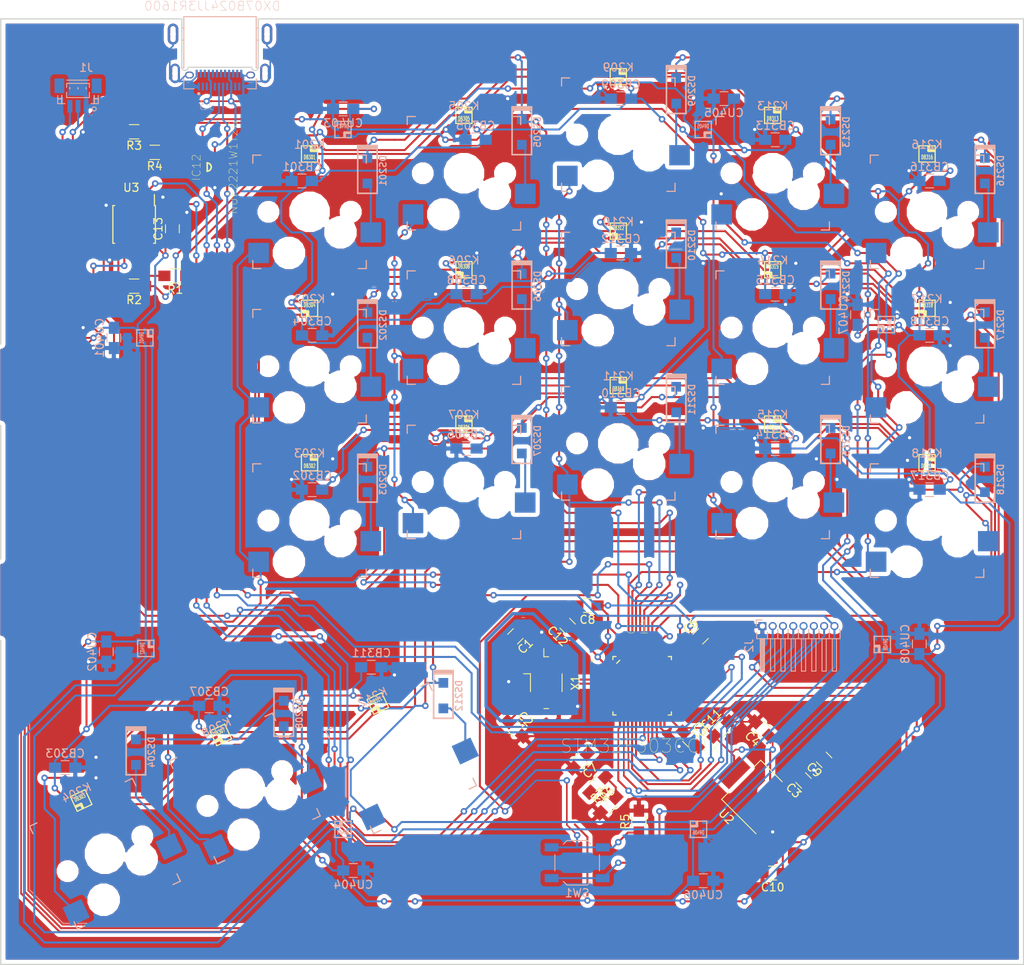
<source format=kicad_pcb>
(kicad_pcb (version 20171130) (host pcbnew "(5.0.0)")
  (layers (0 F.Cu signal) (31 B.Cu signal) (34 B.Paste user) (35 F.Paste user) (36 B.SilkS user) (37 F.SilkS user) (38 B.Mask user) (39 F.Mask user) (44 Edge.Cuts user))
  (net 0 "")
  (net 1 "Net-(C1-Pad1)")
  (net 2 "Net-(C2-Pad1)")
  (net 3 +5V)
  (net 4 +3V3)
  (net 5 GND)
  (net 6 /DA+)
  (net 7 /DA-)
  (net 8 /LEDMatrix_perKey/SDI)
  (net 9 /LEDMatrix_perKey/CKI)
  (net 10 /LEDMatrix_perKey/SDO)
  (net 11 /LEDMatrix_perKey/CKO)
  (net 12 /LEDMatrix_Underglow/SDI)
  (net 13 /LEDMatrix_Underglow/CKI)
  (net 14 /LEDMatrix_Underglow/SDO)
  (net 15 /LEDMatrix_Underglow/CKO)
  (net 16 /SerConn)
  (net 17 /PB13)
  (net 18 /PB14)
  (net 19 "Net-(R1-Pad2)")
  (net 20 "Net-(R2-Pad2)")
  (net 21 "Net-(R3-Pad2)")
  (net 22 "Net-(R4-Pad2)")
  (net 23 /BOOT)
  (net 24 /ADC)
  (net 25 "Net-(U1-Pad25)")
  (net 26 "Net-(J3-PadA2)")
  (net 27 "Net-(J3-PadA3)")
  (net 28 "Net-(J3-PadA5)")
  (net 29 "Net-(J3-PadA8)")
  (net 30 "Net-(J3-PadA10)")
  (net 31 "Net-(J3-PadA11)")
  (net 32 "Net-(J3-PadB2)")
  (net 33 "Net-(J3-PadB3)")
  (net 34 "Net-(J3-PadB5)")
  (net 35 "Net-(J3-PadB8)")
  (net 36 "Net-(J3-PadB10)")
  (net 37 "Net-(J3-PadB11)")
  (net 38 "Net-(U1-Pad2)")
  (net 39 "Net-(U1-Pad3)")
  (net 40 "Net-(U1-Pad4)")
  (net 41 "Net-(U1-Pad7)")
  (net 42 "Net-(U1-Pad29)")
  (net 43 "Net-(U1-Pad30)")
  (net 44 "Net-(U1-Pad31)")
  (net 45 "Net-(U1-Pad34)")
  (net 46 "Net-(J3-PadB6)")
  (net 47 "Net-(J3-PadB7)")
  (net 48 /row0)
  (net 49 /row1)
  (net 50 /row2)
  (net 51 /row3)
  (net 52 /col0)
  (net 53 /col1)
  (net 54 /col2)
  (net 55 /col3)
  (net 56 /col4)
  (net 57 "Net-(U1-Pad18)")
  (net 58 /CKI_Back)
  (net 59 /SDI_Back)
  (net 60 /CKI_Und)
  (net 61 /SDI_Und)
  (net 62 "Net-(U1-Pad11)")
  (net 63 "Net-(U1-Pad12)")
  (net 64 /PA17)
  (net 65 /PA16)
  (net 66 /PA15)
  (net 67 /PA14)
  (net 68 /PA13)
  (net 69 "Net-(DB301-Pad6)")
  (net 70 "Net-(DB301-Pad1)")
  (net 71 "Net-(DB302-Pad2)")
  (net 72 "Net-(DB302-Pad3)")
  (net 73 "Net-(DB302-Pad6)")
  (net 74 "Net-(DB302-Pad1)")
  (net 75 "Net-(DB303-Pad3)")
  (net 76 "Net-(DB303-Pad2)")
  (net 77 "Net-(DB304-Pad3)")
  (net 78 "Net-(DB304-Pad2)")
  (net 79 "Net-(DB305-Pad1)")
  (net 80 "Net-(DB305-Pad6)")
  (net 81 "Net-(DB306-Pad1)")
  (net 82 "Net-(DB306-Pad6)")
  (net 83 "Net-(DB307-Pad2)")
  (net 84 "Net-(DB307-Pad3)")
  (net 85 "Net-(DB308-Pad2)")
  (net 86 "Net-(DB308-Pad3)")
  (net 87 "Net-(DB309-Pad6)")
  (net 88 "Net-(DB309-Pad1)")
  (net 89 "Net-(DB310-Pad1)")
  (net 90 "Net-(DB310-Pad6)")
  (net 91 "Net-(DB311-Pad3)")
  (net 92 "Net-(DB311-Pad2)")
  (net 93 "Net-(DB312-Pad3)")
  (net 94 "Net-(DB312-Pad2)")
  (net 95 "Net-(DB313-Pad1)")
  (net 96 "Net-(DB313-Pad6)")
  (net 97 "Net-(DB314-Pad1)")
  (net 98 "Net-(DB314-Pad6)")
  (net 99 "Net-(DB315-Pad2)")
  (net 100 "Net-(DB315-Pad3)")
  (net 101 "Net-(DB316-Pad6)")
  (net 102 "Net-(DB316-Pad1)")
  (net 103 "Net-(DR401-Pad2)")
  (net 104 "Net-(DR401-Pad3)")
  (net 105 "Net-(DR402-Pad2)")
  (net 106 "Net-(DR402-Pad3)")
  (net 107 "Net-(DR403-Pad6)")
  (net 108 "Net-(DR403-Pad1)")
  (net 109 "Net-(DR404-Pad2)")
  (net 110 "Net-(DR404-Pad3)")
  (net 111 "Net-(DR405-Pad1)")
  (net 112 "Net-(DR405-Pad6)")
  (net 113 "Net-(DR406-Pad3)")
  (net 114 "Net-(DR406-Pad2)")
  (net 115 "Net-(DR407-Pad6)")
  (net 116 "Net-(DR407-Pad1)")
  (net 117 "Net-(DS201-Pad2)")
  (net 118 "Net-(DS202-Pad2)")
  (net 119 "Net-(DS203-Pad2)")
  (net 120 "Net-(DS204-Pad2)")
  (net 121 "Net-(DS205-Pad2)")
  (net 122 "Net-(DS206-Pad2)")
  (net 123 "Net-(DS207-Pad2)")
  (net 124 "Net-(DS208-Pad2)")
  (net 125 "Net-(DS209-Pad2)")
  (net 126 "Net-(DS210-Pad2)")
  (net 127 "Net-(DS211-Pad2)")
  (net 128 "Net-(DS212-Pad2)")
  (net 129 "Net-(DS213-Pad2)")
  (net 130 "Net-(DS214-Pad2)")
  (net 131 "Net-(DS215-Pad2)")
  (net 132 "Net-(DS216-Pad2)")
  (net 133 "Net-(DS217-Pad2)")
  (net 134 "Net-(DS218-Pad2)")
  (net 135 /USB+)
  (net 136 /USB-)
  (module keyswitches:Kailh_socket (layer F.Cu) (at 254.3175 74.8665 180)
    (fp_text reference K217 (at 0 8.3 180) (layer B.SilkS) (effects (justify mirror)))
    (fp_text value KEYSW)
    (pad 2 smd rect (at -7.56 -2.54 180) (size 2.55 2.5) (layers B.Cu B.Paste B.Mask) (net 133 "Net-(DS217-Pad2)"))
    (pad "" np_thru_hole circle (at -5.08 0 180) (size 1.7018 1.7018) (drill 1.7018) (layers *.Cu *.Mask))
    (pad "" np_thru_hole circle (at 5.08 0 180) (size 1.7018 1.7018) (drill 1.7018) (layers *.Cu *.Mask))
    (pad "" np_thru_hole circle (at 0 0 180) (size 3.9878 3.9878) (drill 3.9878) (layers *.Cu *.Mask))
    (pad "" np_thru_hole circle (at -3.81 -2.54 180) (size 3 3) (drill 3) (layers *.Cu *.Mask))
    (pad "" np_thru_hole circle (at 2.54 -5.08 180) (size 3 3) (drill 3) (layers *.Cu *.Mask))
    (pad 1 smd rect (at 6.29 -5.08 180) (size 2.55 2.5) (layers B.Cu B.Paste B.Mask) (net 52 /col0))
  )
  (module Capacitors_SMD:C_0805_HandSoldering (layer B.Cu) (at 254.635 52.0065 180)
    (fp_text reference CB316 (at 0 1.75 180) (layer B.SilkS) (effects (justify mirror)))
    (fp_text value 0.1u)
    (pad 2 smd rect (at 1.25 0 180) (size 1.5 1.25) (layers B.Cu B.Paste B.Mask) (net 5 GND))
    (pad 1 smd rect (at -1.25 0 180) (size 1.5 1.25) (layers B.Cu B.Paste B.Mask) (net 3 +5V))
  )
  (module Connectors_JST:JST_SH_BM03B-SRSS-TB_03x1.00mm_Straight (layer B.Cu) (at 149.5425 41.529 180)
    (fp_text reference J1 (at -1 3.5 180) (layer B.SilkS) (effects (justify mirror)))
    (fp_text value Conn_01x03)
    (pad "" smd rect (at 2.3 1.2625 180) (size 1.2 1.8) (layers B.Cu B.Paste B.Mask))
    (pad "" smd rect (at -2.3 1.2625 180) (size 1.2 1.8) (layers B.Cu B.Paste B.Mask))
    (pad 3 smd rect (at 1 -1.2625 180) (size 0.6 1.55) (layers B.Cu B.Paste B.Mask) (net 16 /SerConn))
    (pad 2 smd rect (at 0 -1.2625 180) (size 0.6 1.55) (layers B.Cu B.Paste B.Mask) (net 3 +5V))
    (pad 1 smd rect (at -1 -1.2625 180) (size 0.6 1.55) (layers B.Cu B.Paste B.Mask) (net 5 GND))
  )
  (module keyswitches:Kailh_socket (layer F.Cu) (at 178.1175 55.8165 180)
    (fp_text reference K201 (at 0 8.3 180) (layer B.SilkS) (effects (justify mirror)))
    (fp_text value KEYSW)
    (pad 2 smd rect (at -7.56 -2.54 180) (size 2.55 2.5) (layers B.Cu B.Paste B.Mask) (net 117 "Net-(DS201-Pad2)"))
    (pad "" np_thru_hole circle (at -5.08 0 180) (size 1.7018 1.7018) (drill 1.7018) (layers *.Cu *.Mask))
    (pad "" np_thru_hole circle (at 5.08 0 180) (size 1.7018 1.7018) (drill 1.7018) (layers *.Cu *.Mask))
    (pad "" np_thru_hole circle (at 0 0 180) (size 3.9878 3.9878) (drill 3.9878) (layers *.Cu *.Mask))
    (pad "" np_thru_hole circle (at -3.81 -2.54 180) (size 3 3) (drill 3) (layers *.Cu *.Mask))
    (pad "" np_thru_hole circle (at 2.54 -5.08 180) (size 3 3) (drill 3) (layers *.Cu *.Mask))
    (pad 1 smd rect (at 6.29 -5.08 180) (size 2.55 2.5) (layers B.Cu B.Paste B.Mask) (net 56 /col4))
  )
  (module keyswitches:Kailh_socket (layer F.Cu) (at 216.2175 46.2915 180)
    (fp_text reference K209 (at 0 8.3 180) (layer B.SilkS) (effects (justify mirror)))
    (fp_text value KEYSW)
    (pad 1 smd rect (at 6.29 -5.08 180) (size 2.55 2.5) (layers B.Cu B.Paste B.Mask) (net 54 /col2))
    (pad "" np_thru_hole circle (at 2.54 -5.08 180) (size 3 3) (drill 3) (layers *.Cu *.Mask))
    (pad "" np_thru_hole circle (at -3.81 -2.54 180) (size 3 3) (drill 3) (layers *.Cu *.Mask))
    (pad "" np_thru_hole circle (at 0 0 180) (size 3.9878 3.9878) (drill 3.9878) (layers *.Cu *.Mask))
    (pad "" np_thru_hole circle (at 5.08 0 180) (size 1.7018 1.7018) (drill 1.7018) (layers *.Cu *.Mask))
    (pad "" np_thru_hole circle (at -5.08 0 180) (size 1.7018 1.7018) (drill 1.7018) (layers *.Cu *.Mask))
    (pad 2 smd rect (at -7.56 -2.54 180) (size 2.55 2.5) (layers B.Cu B.Paste B.Mask) (net 125 "Net-(DS209-Pad2)"))
  )
  (module gsg-modules:APA102-2020 (layer B.Cu) (at 157.902731 109.696745 90)
    (fp_text reference DR402 (at 0 -0.4 90) (layer B.SilkS) (effects (font (size 0.50038 0.29972) (thickness 0.07493)) (justify mirror)))
    (fp_text value APA102 hide)
    (pad 1 smd rect (at 0.85 0.9 90) (size 0.8 0.5) (layers B.Cu B.Paste B.Mask) (net 103 "Net-(DR401-Pad2)"))
    (pad 6 smd rect (at 0.85 0 90) (size 0.8 0.3) (layers B.Cu B.Paste B.Mask) (net 104 "Net-(DR401-Pad3)"))
    (pad 5 smd rect (at 0.85 -0.9 90) (size 0.8 0.5) (layers B.Cu B.Paste B.Mask) (net 3 +5V))
    (pad 4 smd rect (at -0.85 -0.9 90) (size 0.8 0.5) (layers B.Cu B.Paste B.Mask) (net 5 GND))
    (pad 3 smd rect (at -0.85 0 90) (size 0.8 0.3) (layers B.Cu B.Paste B.Mask) (net 106 "Net-(DR402-Pad3)"))
    (pad 2 smd rect (at -0.85 0.9 90) (size 0.8 0.5) (layers B.Cu B.Paste B.Mask) (net 105 "Net-(DR402-Pad2)"))
  )
  (module keyswitches:Kailh_socket (layer F.Cu) (at 189.410776 123.24603 205)
    (fp_text reference K212 (at 0 8.3 205) (layer B.SilkS) (effects (justify mirror)))
    (fp_text value KEYSW)
    (pad 1 smd rect (at 6.29 -5.08 205) (size 2.55 2.5) (layers B.Cu B.Paste B.Mask) (net 54 /col2))
    (pad "" np_thru_hole circle (at 2.54 -5.08 205) (size 3 3) (drill 3) (layers *.Cu *.Mask))
    (pad "" np_thru_hole circle (at -3.81 -2.54 205) (size 3 3) (drill 3) (layers *.Cu *.Mask))
    (pad "" np_thru_hole circle (at 0 0 205) (size 3.9878 3.9878) (drill 3.9878) (layers *.Cu *.Mask))
    (pad "" np_thru_hole circle (at 5.08 0 205) (size 1.7018 1.7018) (drill 1.7018) (layers *.Cu *.Mask))
    (pad "" np_thru_hole circle (at -5.08 0 205) (size 1.7018 1.7018) (drill 1.7018) (layers *.Cu *.Mask))
    (pad 2 smd rect (at -7.56 -2.54 205) (size 2.55 2.5) (layers B.Cu B.Paste B.Mask) (net 128 "Net-(DS212-Pad2)"))
  )
  (module keyswitches:Kailh_socket (layer F.Cu) (at 170.132894 126.980617 205)
    (fp_text reference K208 (at 0 8.3 205) (layer B.SilkS) (effects (justify mirror)))
    (fp_text value KEYSW)
    (pad 2 smd rect (at -7.56 -2.54 205) (size 2.55 2.5) (layers B.Cu B.Paste B.Mask) (net 124 "Net-(DS208-Pad2)"))
    (pad "" np_thru_hole circle (at -5.08 0 205) (size 1.7018 1.7018) (drill 1.7018) (layers *.Cu *.Mask))
    (pad "" np_thru_hole circle (at 5.08 0 205) (size 1.7018 1.7018) (drill 1.7018) (layers *.Cu *.Mask))
    (pad "" np_thru_hole circle (at 0 0 205) (size 3.9878 3.9878) (drill 3.9878) (layers *.Cu *.Mask))
    (pad "" np_thru_hole circle (at -3.81 -2.54 205) (size 3 3) (drill 3) (layers *.Cu *.Mask))
    (pad "" np_thru_hole circle (at 2.54 -5.08 205) (size 3 3) (drill 3) (layers *.Cu *.Mask))
    (pad 1 smd rect (at 6.29 -5.08 205) (size 2.55 2.5) (layers B.Cu B.Paste B.Mask) (net 55 /col3))
  )
  (module Capacitors_SMD:C_0805_HandSoldering (layer B.Cu) (at 254.635 71.0565 180)
    (fp_text reference CB318 (at 0 1.75 180) (layer B.SilkS) (effects (justify mirror)))
    (fp_text value 0.1u)
    (pad 2 smd rect (at 1.25 0 180) (size 1.5 1.25) (layers B.Cu B.Paste B.Mask) (net 3 +5V))
    (pad 1 smd rect (at -1.25 0 180) (size 1.5 1.25) (layers B.Cu B.Paste B.Mask) (net 5 GND))
  )
  (module Capacitors_SMD:C_0805_HandSoldering (layer B.Cu) (at 153.035 110.096745 270)
    (fp_text reference CU402 (at 0 1.75 270) (layer B.SilkS) (effects (justify mirror)))
    (fp_text value 0.1u)
    (pad 1 smd rect (at -1.25 0 270) (size 1.5 1.25) (layers B.Cu B.Paste B.Mask) (net 3 +5V))
    (pad 2 smd rect (at 1.25 0 270) (size 1.5 1.25) (layers B.Cu B.Paste B.Mask) (net 5 GND))
  )
  (module Capacitors_SMD:C_0805_HandSoldering (layer B.Cu) (at 235.585 46.9265 180)
    (fp_text reference CB313 (at 0 1.75 180) (layer B.SilkS) (effects (justify mirror)))
    (fp_text value 0.1u)
    (pad 1 smd rect (at -1.25 0 180) (size 1.5 1.25) (layers B.Cu B.Paste B.Mask) (net 3 +5V))
    (pad 2 smd rect (at 1.25 0 180) (size 1.5 1.25) (layers B.Cu B.Paste B.Mask) (net 5 GND))
  )
  (module Capacitors_SMD:C_0805_HandSoldering (layer B.Cu) (at 254.635 90.1065 180)
    (fp_text reference CB317 (at 0 1.75 180) (layer B.SilkS) (effects (justify mirror)))
    (fp_text value 0.1u)
    (pad 1 smd rect (at -1.25 0 180) (size 1.5 1.25) (layers B.Cu B.Paste B.Mask) (net 3 +5V))
    (pad 2 smd rect (at 1.25 0 180) (size 1.5 1.25) (layers B.Cu B.Paste B.Mask) (net 5 GND))
  )
  (module Capacitors_SMD:C_0805_HandSoldering (layer B.Cu) (at 235.585 65.9765 180)
    (fp_text reference CB315 (at 0 1.75 180) (layer B.SilkS) (effects (justify mirror)))
    (fp_text value 0.1u)
    (pad 1 smd rect (at -1.25 0 180) (size 1.5 1.25) (layers B.Cu B.Paste B.Mask) (net 5 GND))
    (pad 2 smd rect (at 1.25 0 180) (size 1.5 1.25) (layers B.Cu B.Paste B.Mask) (net 3 +5V))
  )
  (module Capacitors_SMD:C_0805_HandSoldering (layer B.Cu) (at 235.585 85.0265 180)
    (fp_text reference CB314 (at 0 1.75 180) (layer B.SilkS) (effects (justify mirror)))
    (fp_text value 0.1u)
    (pad 1 smd rect (at -1.25 0 180) (size 1.5 1.25) (layers B.Cu B.Paste B.Mask) (net 3 +5V))
    (pad 2 smd rect (at 1.25 0 180) (size 1.5 1.25) (layers B.Cu B.Paste B.Mask) (net 5 GND))
  )
  (module Capacitors_SMD:C_0805_HandSoldering (layer B.Cu) (at 197.485 65.9765 180)
    (fp_text reference CB308 (at 0 1.75 180) (layer B.SilkS) (effects (justify mirror)))
    (fp_text value 0.1u)
    (pad 1 smd rect (at -1.25 0 180) (size 1.5 1.25) (layers B.Cu B.Paste B.Mask) (net 5 GND))
    (pad 2 smd rect (at 1.25 0 180) (size 1.5 1.25) (layers B.Cu B.Paste B.Mask) (net 3 +5V))
  )
  (module Capacitors_SMD:C_0805_HandSoldering (layer B.Cu) (at 177.165 52.0065 180)
    (fp_text reference CB301 (at 0 1.75 180) (layer B.SilkS) (effects (justify mirror)))
    (fp_text value 0.1u)
    (pad 1 smd rect (at -1.25 0 180) (size 1.5 1.25) (layers B.Cu B.Paste B.Mask) (net 3 +5V))
    (pad 2 smd rect (at 1.25 0 180) (size 1.5 1.25) (layers B.Cu B.Paste B.Mask) (net 5 GND))
  )
  (module Capacitors_SMD:C_0805_HandSoldering (layer B.Cu) (at 182.265 43.1165)
    (fp_text reference CU403 (at 0 1.75) (layer B.SilkS) (effects (justify mirror)))
    (fp_text value 0.1u)
    (pad 2 smd rect (at 1.25 0) (size 1.5 1.25) (layers B.Cu B.Paste B.Mask) (net 3 +5V))
    (pad 1 smd rect (at -1.25 0) (size 1.5 1.25) (layers B.Cu B.Paste B.Mask) (net 5 GND))
  )
  (module Capacitors_SMD:C_0805_HandSoldering (layer B.Cu) (at 216.535 41.8465 180)
    (fp_text reference CB309 (at 0 1.75 180) (layer B.SilkS) (effects (justify mirror)))
    (fp_text value 0.1u)
    (pad 2 smd rect (at 1.25 0 180) (size 1.5 1.25) (layers B.Cu B.Paste B.Mask) (net 5 GND))
    (pad 1 smd rect (at -1.25 0 180) (size 1.5 1.25) (layers B.Cu B.Paste B.Mask) (net 3 +5V))
  )
  (module Capacitors_SMD:C_0805_HandSoldering (layer B.Cu) (at 216.535 79.9465 180)
    (fp_text reference CB310 (at 0 1.75 180) (layer B.SilkS) (effects (justify mirror)))
    (fp_text value 0.1u)
    (pad 2 smd rect (at 1.25 0 180) (size 1.5 1.25) (layers B.Cu B.Paste B.Mask) (net 5 GND))
    (pad 1 smd rect (at -1.25 0 180) (size 1.5 1.25) (layers B.Cu B.Paste B.Mask) (net 3 +5V))
  )
  (module Capacitors_SMD:C_0805_HandSoldering (layer B.Cu) (at 216.535 60.8965 180)
    (fp_text reference CB312 (at 0 1.75 180) (layer B.SilkS) (effects (justify mirror)))
    (fp_text value 0.1u)
    (pad 2 smd rect (at 1.25 0 180) (size 1.5 1.25) (layers B.Cu B.Paste B.Mask) (net 3 +5V))
    (pad 1 smd rect (at -1.25 0 180) (size 1.5 1.25) (layers B.Cu B.Paste B.Mask) (net 5 GND))
  )
  (module Capacitors_SMD:C_0805_HandSoldering (layer B.Cu) (at 197.485 85.0265 180)
    (fp_text reference CB306 (at 0 1.75 180) (layer B.SilkS) (effects (justify mirror)))
    (fp_text value 0.1u)
    (pad 1 smd rect (at -1.25 0 180) (size 1.5 1.25) (layers B.Cu B.Paste B.Mask) (net 3 +5V))
    (pad 2 smd rect (at 1.25 0 180) (size 1.5 1.25) (layers B.Cu B.Paste B.Mask) (net 5 GND))
  )
  (module Capacitors_SMD:C_0805_HandSoldering (layer B.Cu) (at 229.255 41.8465)
    (fp_text reference CU405 (at 0 1.75) (layer B.SilkS) (effects (justify mirror)))
    (fp_text value 0.1u)
    (pad 1 smd rect (at -1.25 0) (size 1.5 1.25) (layers B.Cu B.Paste B.Mask) (net 5 GND))
    (pad 2 smd rect (at 1.25 0) (size 1.5 1.25) (layers B.Cu B.Paste B.Mask) (net 3 +5V))
  )
  (module Capacitors_SMD:C_0805_HandSoldering (layer B.Cu) (at 253.365 109.1365 270)
    (fp_text reference CU408 (at 0 1.75 270) (layer B.SilkS) (effects (justify mirror)))
    (fp_text value 0.1u)
    (pad 1 smd rect (at -1.25 0 270) (size 1.5 1.25) (layers B.Cu B.Paste B.Mask) (net 5 GND))
    (pad 2 smd rect (at 1.25 0 270) (size 1.5 1.25) (layers B.Cu B.Paste B.Mask) (net 3 +5V))
  )
  (module Capacitors_SMD:C_0805_HandSoldering (layer B.Cu) (at 165.735 116.7765 180)
    (fp_text reference CB307 (at 0 1.75 180) (layer B.SilkS) (effects (justify mirror)))
    (fp_text value 0.1u)
    (pad 2 smd rect (at 1.25 0 180) (size 1.5 1.25) (layers B.Cu B.Paste B.Mask) (net 3 +5V))
    (pad 1 smd rect (at -1.25 0 180) (size 1.5 1.25) (layers B.Cu B.Paste B.Mask) (net 5 GND))
  )
  (module Capacitors_SMD:C_0805_HandSoldering (layer B.Cu) (at 178.435 90.1065 180)
    (fp_text reference CB302 (at 0 1.75 180) (layer B.SilkS) (effects (justify mirror)))
    (fp_text value 0.1u)
    (pad 2 smd rect (at 1.25 0 180) (size 1.5 1.25) (layers B.Cu B.Paste B.Mask) (net 5 GND))
    (pad 1 smd rect (at -1.25 0 180) (size 1.5 1.25) (layers B.Cu B.Paste B.Mask) (net 3 +5V))
  )
  (module Capacitors_SMD:C_0805_HandSoldering (layer B.Cu) (at 183.515 137.0965)
    (fp_text reference CU404 (at 0 1.75) (layer B.SilkS) (effects (justify mirror)))
    (fp_text value 0.1u)
    (pad 2 smd rect (at 1.25 0) (size 1.5 1.25) (layers B.Cu B.Paste B.Mask) (net 5 GND))
    (pad 1 smd rect (at -1.25 0) (size 1.5 1.25) (layers B.Cu B.Paste B.Mask) (net 3 +5V))
  )
  (module Capacitors_SMD:C_0805_HandSoldering (layer B.Cu) (at 147.955 124.3965 180)
    (fp_text reference CB303 (at 0 1.75 180) (layer B.SilkS) (effects (justify mirror)))
    (fp_text value 0.1u)
    (pad 1 smd rect (at -1.25 0 180) (size 1.5 1.25) (layers B.Cu B.Paste B.Mask) (net 5 GND))
    (pad 2 smd rect (at 1.25 0 180) (size 1.5 1.25) (layers B.Cu B.Paste B.Mask) (net 3 +5V))
  )
  (module Capacitors_SMD:C_0805_HandSoldering (layer B.Cu) (at 245.745 68.5165 270)
    (fp_text reference CU407 (at 0 1.75 270) (layer B.SilkS) (effects (justify mirror)))
    (fp_text value 0.1u)
    (pad 2 smd rect (at 1.25 0 270) (size 1.5 1.25) (layers B.Cu B.Paste B.Mask) (net 3 +5V))
    (pad 1 smd rect (at -1.25 0 270) (size 1.5 1.25) (layers B.Cu B.Paste B.Mask) (net 5 GND))
  )
  (module Capacitors_SMD:C_0805_HandSoldering (layer B.Cu) (at 178.435 71.0565 180)
    (fp_text reference CB304 (at 0 1.75 180) (layer B.SilkS) (effects (justify mirror)))
    (fp_text value 0.1u)
    (pad 2 smd rect (at 1.25 0 180) (size 1.5 1.25) (layers B.Cu B.Paste B.Mask) (net 3 +5V))
    (pad 1 smd rect (at -1.25 0 180) (size 1.5 1.25) (layers B.Cu B.Paste B.Mask) (net 5 GND))
  )
  (module Capacitors_SMD:C_0805_HandSoldering (layer B.Cu) (at 226.695 138.3665)
    (fp_text reference CU406 (at 0 1.75) (layer B.SilkS) (effects (justify mirror)))
    (fp_text value 0.1u)
    (pad 1 smd rect (at -1.25 0) (size 1.5 1.25) (layers B.Cu B.Paste B.Mask) (net 3 +5V))
    (pad 2 smd rect (at 1.25 0) (size 1.5 1.25) (layers B.Cu B.Paste B.Mask) (net 5 GND))
  )
  (module gsg-modules:APA102-2020 (layer F.Cu) (at 254.3175 48.67275)
    (fp_text reference DB316 (at 0 0.4) (layer F.SilkS) (effects (font (size 0.50038 0.29972) (thickness 0.07493))))
    (fp_text value APA102 hide)
    (pad 1 smd rect (at 0.85 -0.9) (size 0.8 0.5) (layers F.Cu F.Paste F.Mask) (net 102 "Net-(DB316-Pad1)"))
    (pad 6 smd rect (at 0.85 0) (size 0.8 0.3) (layers F.Cu F.Paste F.Mask) (net 101 "Net-(DB316-Pad6)"))
    (pad 5 smd rect (at 0.85 0.9) (size 0.8 0.5) (layers F.Cu F.Paste F.Mask) (net 3 +5V))
    (pad 4 smd rect (at -0.85 0.9) (size 0.8 0.5) (layers F.Cu F.Paste F.Mask) (net 5 GND))
    (pad 3 smd rect (at -0.85 0) (size 0.8 0.3) (layers F.Cu F.Paste F.Mask) (net 96 "Net-(DB313-Pad6)"))
    (pad 2 smd rect (at -0.85 -0.9) (size 0.8 0.5) (layers F.Cu F.Paste F.Mask) (net 95 "Net-(DB313-Pad1)"))
  )
  (module Capacitors_SMD:C_0805_HandSoldering (layer B.Cu) (at 198.61 46.9265 180)
    (fp_text reference CB305 (at 0 1.75 180) (layer B.SilkS) (effects (justify mirror)))
    (fp_text value 0.1u)
    (pad 1 smd rect (at -1.25 0 180) (size 1.5 1.25) (layers B.Cu B.Paste B.Mask) (net 3 +5V))
    (pad 2 smd rect (at 1.25 0 180) (size 1.5 1.25) (layers B.Cu B.Paste B.Mask) (net 5 GND))
  )
  (module keyswitches:Kailh_socket (layer F.Cu) (at 216.2175 84.3915 180)
    (fp_text reference K211 (at 0 8.3 180) (layer B.SilkS) (effects (justify mirror)))
    (fp_text value KEYSW)
    (pad 1 smd rect (at 6.29 -5.08 180) (size 2.55 2.5) (layers B.Cu B.Paste B.Mask) (net 54 /col2))
    (pad "" np_thru_hole circle (at 2.54 -5.08 180) (size 3 3) (drill 3) (layers *.Cu *.Mask))
    (pad "" np_thru_hole circle (at -3.81 -2.54 180) (size 3 3) (drill 3) (layers *.Cu *.Mask))
    (pad "" np_thru_hole circle (at 0 0 180) (size 3.9878 3.9878) (drill 3.9878) (layers *.Cu *.Mask))
    (pad "" np_thru_hole circle (at 5.08 0 180) (size 1.7018 1.7018) (drill 1.7018) (layers *.Cu *.Mask))
    (pad "" np_thru_hole circle (at -5.08 0 180) (size 1.7018 1.7018) (drill 1.7018) (layers *.Cu *.Mask))
    (pad 2 smd rect (at -7.56 -2.54 180) (size 2.55 2.5) (layers B.Cu B.Paste B.Mask) (net 127 "Net-(DS211-Pad2)"))
  )
  (module keyswitches:Kailh_socket (layer F.Cu) (at 197.1675 51.054 180)
    (fp_text reference K205 (at 0 8.3 180) (layer B.SilkS) (effects (justify mirror)))
    (fp_text value KEYSW)
    (pad 2 smd rect (at -7.56 -2.54 180) (size 2.55 2.5) (layers B.Cu B.Paste B.Mask) (net 121 "Net-(DS205-Pad2)"))
    (pad "" np_thru_hole circle (at -5.08 0 180) (size 1.7018 1.7018) (drill 1.7018) (layers *.Cu *.Mask))
    (pad "" np_thru_hole circle (at 5.08 0 180) (size 1.7018 1.7018) (drill 1.7018) (layers *.Cu *.Mask))
    (pad "" np_thru_hole circle (at 0 0 180) (size 3.9878 3.9878) (drill 3.9878) (layers *.Cu *.Mask))
    (pad "" np_thru_hole circle (at -3.81 -2.54 180) (size 3 3) (drill 3) (layers *.Cu *.Mask))
    (pad "" np_thru_hole circle (at 2.54 -5.08 180) (size 3 3) (drill 3) (layers *.Cu *.Mask))
    (pad 1 smd rect (at 6.29 -5.08 180) (size 2.55 2.5) (layers B.Cu B.Paste B.Mask) (net 55 /col3))
  )
  (module keyswitches:Kailh_socket (layer F.Cu) (at 178.1175 93.9165 180)
    (fp_text reference K203 (at 0 8.3 180) (layer B.SilkS) (effects (justify mirror)))
    (fp_text value KEYSW)
    (pad 2 smd rect (at -7.56 -2.54 180) (size 2.55 2.5) (layers B.Cu B.Paste B.Mask) (net 119 "Net-(DS203-Pad2)"))
    (pad "" np_thru_hole circle (at -5.08 0 180) (size 1.7018 1.7018) (drill 1.7018) (layers *.Cu *.Mask))
    (pad "" np_thru_hole circle (at 5.08 0 180) (size 1.7018 1.7018) (drill 1.7018) (layers *.Cu *.Mask))
    (pad "" np_thru_hole circle (at 0 0 180) (size 3.9878 3.9878) (drill 3.9878) (layers *.Cu *.Mask))
    (pad "" np_thru_hole circle (at -3.81 -2.54 180) (size 3 3) (drill 3) (layers *.Cu *.Mask))
    (pad "" np_thru_hole circle (at 2.54 -5.08 180) (size 3 3) (drill 3) (layers *.Cu *.Mask))
    (pad 1 smd rect (at 6.29 -5.08 180) (size 2.55 2.5) (layers B.Cu B.Paste B.Mask) (net 56 /col4))
  )
  (module keyswitches:Kailh_socket (layer F.Cu) (at 152.86773 135.031495 205)
    (fp_text reference K204 (at 0 8.3 205) (layer B.SilkS) (effects (justify mirror)))
    (fp_text value KEYSW)
    (pad 1 smd rect (at 6.29 -5.08 205) (size 2.55 2.5) (layers B.Cu B.Paste B.Mask) (net 56 /col4))
    (pad "" np_thru_hole circle (at 2.54 -5.08 205) (size 3 3) (drill 3) (layers *.Cu *.Mask))
    (pad "" np_thru_hole circle (at -3.81 -2.54 205) (size 3 3) (drill 3) (layers *.Cu *.Mask))
    (pad "" np_thru_hole circle (at 0 0 205) (size 3.9878 3.9878) (drill 3.9878) (layers *.Cu *.Mask))
    (pad "" np_thru_hole circle (at 5.08 0 205) (size 1.7018 1.7018) (drill 1.7018) (layers *.Cu *.Mask))
    (pad "" np_thru_hole circle (at -5.08 0 205) (size 1.7018 1.7018) (drill 1.7018) (layers *.Cu *.Mask))
    (pad 2 smd rect (at -7.56 -2.54 205) (size 2.55 2.5) (layers B.Cu B.Paste B.Mask) (net 120 "Net-(DS204-Pad2)"))
  )
  (module gsg-modules:APA102-2020 (layer B.Cu) (at 249.29 69.73025 270)
    (fp_text reference DR407 (at 0 -0.4 270) (layer B.SilkS) (effects (font (size 0.50038 0.29972) (thickness 0.07493)) (justify mirror)))
    (fp_text value APA102 hide)
    (pad 1 smd rect (at 0.85 0.9 270) (size 0.8 0.5) (layers B.Cu B.Paste B.Mask) (net 116 "Net-(DR407-Pad1)"))
    (pad 6 smd rect (at 0.85 0 270) (size 0.8 0.3) (layers B.Cu B.Paste B.Mask) (net 115 "Net-(DR407-Pad6)"))
    (pad 5 smd rect (at 0.85 -0.9 270) (size 0.8 0.5) (layers B.Cu B.Paste B.Mask) (net 3 +5V))
    (pad 4 smd rect (at -0.85 -0.9 270) (size 0.8 0.5) (layers B.Cu B.Paste B.Mask) (net 5 GND))
    (pad 3 smd rect (at -0.85 0 270) (size 0.8 0.3) (layers B.Cu B.Paste B.Mask) (net 112 "Net-(DR405-Pad6)"))
    (pad 2 smd rect (at -0.85 0.9 270) (size 0.8 0.5) (layers B.Cu B.Paste B.Mask) (net 111 "Net-(DR405-Pad1)"))
  )
  (module keyswitches:Kailh_socket (layer F.Cu) (at 254.3175 55.8165 180)
    (fp_text reference K216 (at 0 8.3 180) (layer B.SilkS) (effects (justify mirror)))
    (fp_text value KEYSW)
    (pad 1 smd rect (at 6.29 -5.08 180) (size 2.55 2.5) (layers B.Cu B.Paste B.Mask) (net 52 /col0))
    (pad "" np_thru_hole circle (at 2.54 -5.08 180) (size 3 3) (drill 3) (layers *.Cu *.Mask))
    (pad "" np_thru_hole circle (at -3.81 -2.54 180) (size 3 3) (drill 3) (layers *.Cu *.Mask))
    (pad "" np_thru_hole circle (at 0 0 180) (size 3.9878 3.9878) (drill 3.9878) (layers *.Cu *.Mask))
    (pad "" np_thru_hole circle (at 5.08 0 180) (size 1.7018 1.7018) (drill 1.7018) (layers *.Cu *.Mask))
    (pad "" np_thru_hole circle (at -5.08 0 180) (size 1.7018 1.7018) (drill 1.7018) (layers *.Cu *.Mask))
    (pad 2 smd rect (at -7.56 -2.54 180) (size 2.55 2.5) (layers B.Cu B.Paste B.Mask) (net 132 "Net-(DS216-Pad2)"))
  )
  (module keyswitches:Kailh_socket (layer F.Cu) (at 235.2675 89.154 180)
    (fp_text reference K215 (at 0 8.3 180) (layer B.SilkS) (effects (justify mirror)))
    (fp_text value KEYSW)
    (pad 2 smd rect (at -7.56 -2.54 180) (size 2.55 2.5) (layers B.Cu B.Paste B.Mask) (net 131 "Net-(DS215-Pad2)"))
    (pad "" np_thru_hole circle (at -5.08 0 180) (size 1.7018 1.7018) (drill 1.7018) (layers *.Cu *.Mask))
    (pad "" np_thru_hole circle (at 5.08 0 180) (size 1.7018 1.7018) (drill 1.7018) (layers *.Cu *.Mask))
    (pad "" np_thru_hole circle (at 0 0 180) (size 3.9878 3.9878) (drill 3.9878) (layers *.Cu *.Mask))
    (pad "" np_thru_hole circle (at -3.81 -2.54 180) (size 3 3) (drill 3) (layers *.Cu *.Mask))
    (pad "" np_thru_hole circle (at 2.54 -5.08 180) (size 3 3) (drill 3) (layers *.Cu *.Mask))
    (pad 1 smd rect (at 6.29 -5.08 180) (size 2.55 2.5) (layers B.Cu B.Paste B.Mask) (net 53 /col1))
  )
  (module gsg-modules:APA102-2020 (layer B.Cu) (at 226.11625 132.0165 180)
    (fp_text reference DR406 (at 0 -0.4 180) (layer B.SilkS) (effects (font (size 0.50038 0.29972) (thickness 0.07493)) (justify mirror)))
    (fp_text value APA102 hide)
    (pad 1 smd rect (at 0.85 0.9 180) (size 0.8 0.5) (layers B.Cu B.Paste B.Mask) (net 109 "Net-(DR404-Pad2)"))
    (pad 6 smd rect (at 0.85 0 180) (size 0.8 0.3) (layers B.Cu B.Paste B.Mask) (net 110 "Net-(DR404-Pad3)"))
    (pad 5 smd rect (at 0.85 -0.9 180) (size 0.8 0.5) (layers B.Cu B.Paste B.Mask) (net 3 +5V))
    (pad 4 smd rect (at -0.85 -0.9 180) (size 0.8 0.5) (layers B.Cu B.Paste B.Mask) (net 5 GND))
    (pad 3 smd rect (at -0.85 0 180) (size 0.8 0.3) (layers B.Cu B.Paste B.Mask) (net 113 "Net-(DR406-Pad3)"))
    (pad 2 smd rect (at -0.85 0.9 180) (size 0.8 0.5) (layers B.Cu B.Paste B.Mask) (net 114 "Net-(DR406-Pad2)"))
  )
  (module keyswitches:Kailh_socket (layer F.Cu) (at 235.2675 51.054 180)
    (fp_text reference K213 (at 0 8.3 180) (layer B.SilkS) (effects (justify mirror)))
    (fp_text value KEYSW)
    (pad 1 smd rect (at 6.29 -5.08 180) (size 2.55 2.5) (layers B.Cu B.Paste B.Mask) (net 53 /col1))
    (pad "" np_thru_hole circle (at 2.54 -5.08 180) (size 3 3) (drill 3) (layers *.Cu *.Mask))
    (pad "" np_thru_hole circle (at -3.81 -2.54 180) (size 3 3) (drill 3) (layers *.Cu *.Mask))
    (pad "" np_thru_hole circle (at 0 0 180) (size 3.9878 3.9878) (drill 3.9878) (layers *.Cu *.Mask))
    (pad "" np_thru_hole circle (at 5.08 0 180) (size 1.7018 1.7018) (drill 1.7018) (layers *.Cu *.Mask))
    (pad "" np_thru_hole circle (at -5.08 0 180) (size 1.7018 1.7018) (drill 1.7018) (layers *.Cu *.Mask))
    (pad 2 smd rect (at -7.56 -2.54 180) (size 2.55 2.5) (layers B.Cu B.Paste B.Mask) (net 129 "Net-(DS213-Pad2)"))
  )
  (module keyswitches:Kailh_socket (layer F.Cu) (at 178.1175 74.8665 180)
    (fp_text reference K202 (at 0 8.3 180) (layer B.SilkS) (effects (justify mirror)))
    (fp_text value KEYSW)
    (pad 1 smd rect (at 6.29 -5.08 180) (size 2.55 2.5) (layers B.Cu B.Paste B.Mask) (net 56 /col4))
    (pad "" np_thru_hole circle (at 2.54 -5.08 180) (size 3 3) (drill 3) (layers *.Cu *.Mask))
    (pad "" np_thru_hole circle (at -3.81 -2.54 180) (size 3 3) (drill 3) (layers *.Cu *.Mask))
    (pad "" np_thru_hole circle (at 0 0 180) (size 3.9878 3.9878) (drill 3.9878) (layers *.Cu *.Mask))
    (pad "" np_thru_hole circle (at 5.08 0 180) (size 1.7018 1.7018) (drill 1.7018) (layers *.Cu *.Mask))
    (pad "" np_thru_hole circle (at -5.08 0 180) (size 1.7018 1.7018) (drill 1.7018) (layers *.Cu *.Mask))
    (pad 2 smd rect (at -7.56 -2.54 180) (size 2.55 2.5) (layers B.Cu B.Paste B.Mask) (net 118 "Net-(DS202-Pad2)"))
  )
  (module keyswitches:Kailh_socket (layer F.Cu) (at 197.1675 70.104 180)
    (fp_text reference K206 (at 0 8.3 180) (layer B.SilkS) (effects (justify mirror)))
    (fp_text value KEYSW)
    (pad 1 smd rect (at 6.29 -5.08 180) (size 2.55 2.5) (layers B.Cu B.Paste B.Mask) (net 55 /col3))
    (pad "" np_thru_hole circle (at 2.54 -5.08 180) (size 3 3) (drill 3) (layers *.Cu *.Mask))
    (pad "" np_thru_hole circle (at -3.81 -2.54 180) (size 3 3) (drill 3) (layers *.Cu *.Mask))
    (pad "" np_thru_hole circle (at 0 0 180) (size 3.9878 3.9878) (drill 3.9878) (layers *.Cu *.Mask))
    (pad "" np_thru_hole circle (at 5.08 0 180) (size 1.7018 1.7018) (drill 1.7018) (layers *.Cu *.Mask))
    (pad "" np_thru_hole circle (at -5.08 0 180) (size 1.7018 1.7018) (drill 1.7018) (layers *.Cu *.Mask))
    (pad 2 smd rect (at -7.56 -2.54 180) (size 2.55 2.5) (layers B.Cu B.Paste B.Mask) (net 122 "Net-(DS206-Pad2)"))
  )
  (module keyswitches:Kailh_socket (layer F.Cu) (at 197.1675 89.154 180)
    (fp_text reference K207 (at 0 8.3 180) (layer B.SilkS) (effects (justify mirror)))
    (fp_text value KEYSW)
    (pad 1 smd rect (at 6.29 -5.08 180) (size 2.55 2.5) (layers B.Cu B.Paste B.Mask) (net 55 /col3))
    (pad "" np_thru_hole circle (at 2.54 -5.08 180) (size 3 3) (drill 3) (layers *.Cu *.Mask))
    (pad "" np_thru_hole circle (at -3.81 -2.54 180) (size 3 3) (drill 3) (layers *.Cu *.Mask))
    (pad "" np_thru_hole circle (at 0 0 180) (size 3.9878 3.9878) (drill 3.9878) (layers *.Cu *.Mask))
    (pad "" np_thru_hole circle (at 5.08 0 180) (size 1.7018 1.7018) (drill 1.7018) (layers *.Cu *.Mask))
    (pad "" np_thru_hole circle (at -5.08 0 180) (size 1.7018 1.7018) (drill 1.7018) (layers *.Cu *.Mask))
    (pad 2 smd rect (at -7.56 -2.54 180) (size 2.55 2.5) (layers B.Cu B.Paste B.Mask) (net 123 "Net-(DS207-Pad2)"))
  )
  (module gsg-modules:APA102-2020 (layer B.Cu) (at 182.245 132.0165 180)
    (fp_text reference DR404 (at 0 -0.4 180) (layer B.SilkS) (effects (font (size 0.50038 0.29972) (thickness 0.07493)) (justify mirror)))
    (fp_text value APA102 hide)
    (pad 2 smd rect (at -0.85 0.9 180) (size 0.8 0.5) (layers B.Cu B.Paste B.Mask) (net 109 "Net-(DR404-Pad2)"))
    (pad 3 smd rect (at -0.85 0 180) (size 0.8 0.3) (layers B.Cu B.Paste B.Mask) (net 110 "Net-(DR404-Pad3)"))
    (pad 4 smd rect (at -0.85 -0.9 180) (size 0.8 0.5) (layers B.Cu B.Paste B.Mask) (net 5 GND))
    (pad 5 smd rect (at 0.85 -0.9 180) (size 0.8 0.5) (layers B.Cu B.Paste B.Mask) (net 3 +5V))
    (pad 6 smd rect (at 0.85 0 180) (size 0.8 0.3) (layers B.Cu B.Paste B.Mask) (net 106 "Net-(DR402-Pad3)"))
    (pad 1 smd rect (at 0.85 0.9 180) (size 0.8 0.5) (layers B.Cu B.Paste B.Mask) (net 105 "Net-(DR402-Pad2)"))
  )
  (module keyswitches:Kailh_socket (layer F.Cu) (at 254.3175 93.9165 180)
    (fp_text reference K218 (at 0 8.3 180) (layer B.SilkS) (effects (justify mirror)))
    (fp_text value KEYSW)
    (pad 1 smd rect (at 6.29 -5.08 180) (size 2.55 2.5) (layers B.Cu B.Paste B.Mask) (net 52 /col0))
    (pad "" np_thru_hole circle (at 2.54 -5.08 180) (size 3 3) (drill 3) (layers *.Cu *.Mask))
    (pad "" np_thru_hole circle (at -3.81 -2.54 180) (size 3 3) (drill 3) (layers *.Cu *.Mask))
    (pad "" np_thru_hole circle (at 0 0 180) (size 3.9878 3.9878) (drill 3.9878) (layers *.Cu *.Mask))
    (pad "" np_thru_hole circle (at 5.08 0 180) (size 1.7018 1.7018) (drill 1.7018) (layers *.Cu *.Mask))
    (pad "" np_thru_hole circle (at -5.08 0 180) (size 1.7018 1.7018) (drill 1.7018) (layers *.Cu *.Mask))
    (pad 2 smd rect (at -7.56 -2.54 180) (size 2.55 2.5) (layers B.Cu B.Paste B.Mask) (net 134 "Net-(DS218-Pad2)"))
  )
  (module butts:JAE_DX07B024JJ3R1600 (layer B.Cu) (at 167.0685 38.735)
    (fp_text reference J3 (at -1.66008 3.97286) (layer B.SilkS) (effects (font (size 1.1233 1.1233) (thickness 0.05)) (justify mirror)))
    (fp_text value DX07B024JJ3R1600 (at -0.946892 -8.31424) (layer B.SilkS) (effects (font (size 1.12344 1.12344) (thickness 0.05)) (justify mirror)))
    (fp_poly (pts (xy 3.775 -0.075) (xy 3.65 -0.075) (xy 3.6428 -0.075) (xy 3.62842 -0.074246) (xy 3.61409 -0.072741) (xy 3.59987 -0.070488) (xy 3.58578 -0.067494) (xy 3.57187 -0.063766) (xy 3.55817 -0.059316) (xy 3.54473 -0.054155) (xy 3.53157 -0.048297) (xy 3.51874 -0.041758) (xy 3.50627 -0.034557) (xy 3.49419 -0.026713) (xy 3.48253 -0.018248) (xy 3.47134 -0.009184) (xy 3.46064 0.000453) (xy 3.45045 0.010636) (xy 3.44082 0.021339) (xy 3.43175 0.032532) (xy 3.42329 0.044184) (xy 3.41544 0.056262) (xy 3.40824 0.068735) (xy 3.4017 0.081567) (xy 3.39585 0.094725) (xy 3.39069 0.10817) (xy 3.38623 0.121867) (xy 3.38251 0.135779) (xy 3.37951 0.149866) (xy 3.37726 0.164091) (xy 3.37575 0.178415) (xy 3.375 0.192797) (xy 3.375 0.2) (xy 3.375 0.207199) (xy 3.37575 0.221582) (xy 3.37726 0.235905) (xy 3.37951 0.25013) (xy 3.38251 0.264218) (xy 3.38623 0.278129) (xy 3.39068 0.291827) (xy 3.39585 0.305272) (xy 3.4017 0.31843) (xy 3.40824 0.331262) (xy 3.41544 0.343735) (xy 3.42329 0.355814) (xy 3.43175 0.367465) (xy 3.44082 0.378658) (xy 3.45045 0.389361) (xy 3.46064 0.399545) (xy 3.47134 0.409182) (xy 3.48253 0.418246) (xy 3.49418 0.426711) (xy 3.50626 0.434556) (xy 3.51873 0.441757) (xy 3.53157 0.448295) (xy 3.54472 0.454153) (xy 3.55817 0.459315) (xy 3.57187 0.463765) (xy 3.58578 0.467493) (xy 3.59987 0.470487) (xy 3.61409 0.472741) (xy 3.62841 0.474246) (xy 3.6428 0.475) (xy 3.65 0.475) (xy 3.775 0.475) (xy 3.775 0.625) (xy 3.65 0.625) (xy 3.63887 0.625) (xy 3.61665 0.623835) (xy 3.59451 0.621509) (xy 3.57253 0.618027) (xy 3.55075 0.613399) (xy 3.52925 0.607639) (xy 3.50809 0.600761) (xy 3.48731 0.592784) (xy 3.46697 0.583731) (xy 3.44714 0.573626) (xy 3.42786 0.562498) (xy 3.4092 0.550375) (xy 3.39119 0.537292) (xy 3.37389 0.523285) (xy 3.35735 0.508391) (xy 3.34161 0.492653) (xy 3.32672 0.476112) (xy 3.31271 0.458814) (xy 3.29963 0.440807) (xy 3.28751 0.42214) (xy 3.27638 0.402864) (xy 3.26627 0.383032) (xy 3.25722 0.362699) (xy 3.24924 0.341919) (xy 3.24236 0.32075) (xy 3.2366 0.299251) (xy 3.23197 0.277479) (xy 3.22849 0.255495) (xy 3.22617 0.233359) (xy 3.225 0.211132) (xy 3.225 0.2) (xy 3.225 0.188874) (xy 3.22616 0.166646) (xy 3.22849 0.14451) (xy 3.23197 0.122526) (xy 3.2366 0.100754) (xy 3.24236 0.079255) (xy 3.24924 0.058086) (xy 3.25722 0.037306) (xy 3.26627 0.016972) (xy 3.27637 -0.00286) (xy 3.2875 -0.022136) (xy 3.29962 -0.040803) (xy 3.31271 -0.05881) (xy 3.32672 -0.076108) (xy 3.34161 -0.092649) (xy 3.35735 -0.108388) (xy 3.37389 -0.123282) (xy 3.39119 -0.137289) (xy 3.40919 -0.150372) (xy 3.42786 -0.162495) (xy 3.44714 -0.173624) (xy 3.46697 -0.183729) (xy 3.4873 -0.192782) (xy 3.50808 -0.200759) (xy 3.52925 -0.207637) (xy 3.55075 -0.213398) (xy 3.57252 -0.218026) (xy 3.5945 -0.221508) (xy 3.61664 -0.223835) (xy 3.63887 -0.225) (xy 3.65 -0.225) (xy 3.775 -0.225)) (layer F.Cu) (width 0.001))
    (fp_poly (pts (xy 3.775 0.475) (xy 3.9 0.475) (xy 3.9072 0.475) (xy 3.92158 0.474246) (xy 3.93591 0.472741) (xy 3.95013 0.470488) (xy 3.96422 0.467494) (xy 3.97813 0.463766) (xy 3.99183 0.459316) (xy 4.00527 0.454155) (xy 4.01843 0.448297) (xy 4.03126 0.441758) (xy 4.04373 0.434557) (xy 4.05581 0.426713) (xy 4.06747 0.418248) (xy 4.07866 0.409184) (xy 4.08936 0.399547) (xy 4.09955 0.389364) (xy 4.10918 0.378661) (xy 4.11825 0.367468) (xy 4.12671 0.355816) (xy 4.13456 0.343738) (xy 4.14176 0.331265) (xy 4.1483 0.318433) (xy 4.15415 0.305276) (xy 4.15931 0.29183) (xy 4.16377 0.278133) (xy 4.16749 0.264221) (xy 4.17049 0.250134) (xy 4.17274 0.235909) (xy 4.17425 0.221585) (xy 4.175 0.207203) (xy 4.175 0.2) (xy 4.175 0.192801) (xy 4.17425 0.178418) (xy 4.17274 0.164095) (xy 4.17049 0.14987) (xy 4.16749 0.135782) (xy 4.16377 0.121871) (xy 4.15932 0.108173) (xy 4.15415 0.094728) (xy 4.1483 0.08157) (xy 4.14176 0.068738) (xy 4.13456 0.056265) (xy 4.12671 0.044186) (xy 4.11825 0.032535) (xy 4.10918 0.021342) (xy 4.09955 0.010639) (xy 4.08936 0.000455) (xy 4.07866 -0.009182) (xy 4.06747 -0.018246) (xy 4.05582 -0.026711) (xy 4.04374 -0.034556) (xy 4.03127 -0.041757) (xy 4.01843 -0.048295) (xy 4.00528 -0.054153) (xy 3.99183 -0.059315) (xy 3.97813 -0.063765) (xy 3.96422 -0.067493) (xy 3.95013 -0.070487) (xy 3.93591 -0.072741) (xy 3.92159 -0.074246) (xy 3.9072 -0.075) (xy 3.9 -0.075) (xy 3.775 -0.075) (xy 3.775 -0.225) (xy 3.9 -0.225) (xy 3.91113 -0.225) (xy 3.93335 -0.223835) (xy 3.95549 -0.221509) (xy 3.97747 -0.218027) (xy 3.99925 -0.213399) (xy 4.02075 -0.207639) (xy 4.04191 -0.200761) (xy 4.06269 -0.192784) (xy 4.08303 -0.183731) (xy 4.10286 -0.173626) (xy 4.12214 -0.162498) (xy 4.1408 -0.150375) (xy 4.15881 -0.137292) (xy 4.17611 -0.123285) (xy 4.19265 -0.108391) (xy 4.20839 -0.092653) (xy 4.22328 -0.076112) (xy 4.23729 -0.058814) (xy 4.25037 -0.040807) (xy 4.26249 -0.02214) (xy 4.27362 -0.002864) (xy 4.28373 0.016968) (xy 4.29278 0.037302) (xy 4.30076 0.058081) (xy 4.30764 0.07925) (xy 4.3134 0.100749) (xy 4.31803 0.122521) (xy 4.32151 0.144505) (xy 4.32383 0.166641) (xy 4.325 0.188868) (xy 4.325 0.2) (xy 4.325 0.211126) (xy 4.32384 0.233354) (xy 4.32151 0.25549) (xy 4.31803 0.277474) (xy 4.3134 0.299246) (xy 4.30764 0.320745) (xy 4.30076 0.341914) (xy 4.29278 0.362694) (xy 4.28373 0.383028) (xy 4.27363 0.40286) (xy 4.2625 0.422136) (xy 4.25038 0.440803) (xy 4.23729 0.45881) (xy 4.22328 0.476108) (xy 4.20839 0.492649) (xy 4.19265 0.508388) (xy 4.17611 0.523282) (xy 4.15881 0.537289) (xy 4.14081 0.550372) (xy 4.12214 0.562495) (xy 4.10286 0.573624) (xy 4.08303 0.583729) (xy 4.0627 0.592782) (xy 4.04192 0.600759) (xy 4.02075 0.607637) (xy 3.99925 0.613398) (xy 3.97748 0.618026) (xy 3.9555 0.621508) (xy 3.93336 0.623835) (xy 3.91113 0.625) (xy 3.9 0.625) (xy 3.775 0.625)) (layer F.Cu) (width 0.001))
    (fp_poly (pts (xy 3.775 -0.075) (xy 3.65 -0.075) (xy 3.6428 -0.075) (xy 3.62842 -0.074246) (xy 3.61409 -0.072741) (xy 3.59987 -0.070488) (xy 3.58578 -0.067494) (xy 3.57187 -0.063766) (xy 3.55817 -0.059316) (xy 3.54473 -0.054155) (xy 3.53157 -0.048297) (xy 3.51874 -0.041758) (xy 3.50627 -0.034557) (xy 3.49419 -0.026713) (xy 3.48253 -0.018248) (xy 3.47134 -0.009184) (xy 3.46064 0.000453) (xy 3.45045 0.010636) (xy 3.44082 0.021339) (xy 3.43175 0.032532) (xy 3.42329 0.044184) (xy 3.41544 0.056262) (xy 3.40824 0.068735) (xy 3.4017 0.081567) (xy 3.39585 0.094725) (xy 3.39069 0.10817) (xy 3.38623 0.121867) (xy 3.38251 0.135779) (xy 3.37951 0.149866) (xy 3.37726 0.164091) (xy 3.37575 0.178415) (xy 3.375 0.192797) (xy 3.375 0.2) (xy 3.375 0.207199) (xy 3.37575 0.221582) (xy 3.37726 0.235905) (xy 3.37951 0.25013) (xy 3.38251 0.264218) (xy 3.38623 0.278129) (xy 3.39068 0.291827) (xy 3.39585 0.305272) (xy 3.4017 0.31843) (xy 3.40824 0.331262) (xy 3.41544 0.343735) (xy 3.42329 0.355814) (xy 3.43175 0.367465) (xy 3.44082 0.378658) (xy 3.45045 0.389361) (xy 3.46064 0.399545) (xy 3.47134 0.409182) (xy 3.48253 0.418246) (xy 3.49418 0.426711) (xy 3.50626 0.434556) (xy 3.51873 0.441757) (xy 3.53157 0.448295) (xy 3.54472 0.454153) (xy 3.55817 0.459315) (xy 3.57187 0.463765) (xy 3.58578 0.467493) (xy 3.59987 0.470487) (xy 3.61409 0.472741) (xy 3.62841 0.474246) (xy 3.6428 0.475) (xy 3.65 0.475) (xy 3.775 0.475) (xy 3.775 0.625) (xy 3.65 0.625) (xy 3.63887 0.625) (xy 3.61665 0.623835) (xy 3.59451 0.621509) (xy 3.57253 0.618027) (xy 3.55075 0.613399) (xy 3.52925 0.607639) (xy 3.50809 0.600761) (xy 3.48731 0.592784) (xy 3.46697 0.583731) (xy 3.44714 0.573626) (xy 3.42786 0.562498) (xy 3.4092 0.550375) (xy 3.39119 0.537292) (xy 3.37389 0.523285) (xy 3.35735 0.508391) (xy 3.34161 0.492653) (xy 3.32672 0.476112) (xy 3.31271 0.458814) (xy 3.29963 0.440807) (xy 3.28751 0.42214) (xy 3.27638 0.402864) (xy 3.26627 0.383032) (xy 3.25722 0.362699) (xy 3.24924 0.341919) (xy 3.24236 0.32075) (xy 3.2366 0.299251) (xy 3.23197 0.277479) (xy 3.22849 0.255495) (xy 3.22617 0.233359) (xy 3.225 0.211132) (xy 3.225 0.2) (xy 3.225 0.188874) (xy 3.22616 0.166646) (xy 3.22849 0.14451) (xy 3.23197 0.122526) (xy 3.2366 0.100754) (xy 3.24236 0.079255) (xy 3.24924 0.058086) (xy 3.25722 0.037306) (xy 3.26627 0.016972) (xy 3.27637 -0.00286) (xy 3.2875 -0.022136) (xy 3.29962 -0.040803) (xy 3.31271 -0.05881) (xy 3.32672 -0.076108) (xy 3.34161 -0.092649) (xy 3.35735 -0.108388) (xy 3.37389 -0.123282) (xy 3.39119 -0.137289) (xy 3.40919 -0.150372) (xy 3.42786 -0.162495) (xy 3.44714 -0.173624) (xy 3.46697 -0.183729) (xy 3.4873 -0.192782) (xy 3.50808 -0.200759) (xy 3.52925 -0.207637) (xy 3.55075 -0.213398) (xy 3.57252 -0.218026) (xy 3.5945 -0.221508) (xy 3.61664 -0.223835) (xy 3.63887 -0.225) (xy 3.65 -0.225) (xy 3.775 -0.225)) (layer B.Cu) (width 0.001))
    (fp_poly (pts (xy 3.775 0.475) (xy 3.9 0.475) (xy 3.9072 0.475) (xy 3.92158 0.474246) (xy 3.93591 0.472741) (xy 3.95013 0.470488) (xy 3.96422 0.467494) (xy 3.97813 0.463766) (xy 3.99183 0.459316) (xy 4.00527 0.454155) (xy 4.01843 0.448297) (xy 4.03126 0.441758) (xy 4.04373 0.434557) (xy 4.05581 0.426713) (xy 4.06747 0.418248) (xy 4.07866 0.409184) (xy 4.08936 0.399547) (xy 4.09955 0.389364) (xy 4.10918 0.378661) (xy 4.11825 0.367468) (xy 4.12671 0.355816) (xy 4.13456 0.343738) (xy 4.14176 0.331265) (xy 4.1483 0.318433) (xy 4.15415 0.305276) (xy 4.15931 0.29183) (xy 4.16377 0.278133) (xy 4.16749 0.264221) (xy 4.17049 0.250134) (xy 4.17274 0.235909) (xy 4.17425 0.221585) (xy 4.175 0.207203) (xy 4.175 0.2) (xy 4.175 0.192801) (xy 4.17425 0.178418) (xy 4.17274 0.164095) (xy 4.17049 0.14987) (xy 4.16749 0.135782) (xy 4.16377 0.121871) (xy 4.15932 0.108173) (xy 4.15415 0.094728) (xy 4.1483 0.08157) (xy 4.14176 0.068738) (xy 4.13456 0.056265) (xy 4.12671 0.044186) (xy 4.11825 0.032535) (xy 4.10918 0.021342) (xy 4.09955 0.010639) (xy 4.08936 0.000455) (xy 4.07866 -0.009182) (xy 4.06747 -0.018246) (xy 4.05582 -0.026711) (xy 4.04374 -0.034556) (xy 4.03127 -0.041757) (xy 4.01843 -0.048295) (xy 4.00528 -0.054153) (xy 3.99183 -0.059315) (xy 3.97813 -0.063765) (xy 3.96422 -0.067493) (xy 3.95013 -0.070487) (xy 3.93591 -0.072741) (xy 3.92159 -0.074246) (xy 3.9072 -0.075) (xy 3.9 -0.075) (xy 3.775 -0.075) (xy 3.775 -0.225) (xy 3.9 -0.225) (xy 3.91113 -0.225) (xy 3.93335 -0.223835) (xy 3.95549 -0.221509) (xy 3.97747 -0.218027) (xy 3.99925 -0.213399) (xy 4.02075 -0.207639) (xy 4.04191 -0.200761) (xy 4.06269 -0.192784) (xy 4.08303 -0.183731) (xy 4.10286 -0.173626) (xy 4.12214 -0.162498) (xy 4.1408 -0.150375) (xy 4.15881 -0.137292) (xy 4.17611 -0.123285) (xy 4.19265 -0.108391) (xy 4.20839 -0.092653) (xy 4.22328 -0.076112) (xy 4.23729 -0.058814) (xy 4.25037 -0.040807) (xy 4.26249 -0.02214) (xy 4.27362 -0.002864) (xy 4.28373 0.016968) (xy 4.29278 0.037302) (xy 4.30076 0.058081) (xy 4.30764 0.07925) (xy 4.3134 0.100749) (xy 4.31803 0.122521) (xy 4.32151 0.144505) (xy 4.32383 0.166641) (xy 4.325 0.188868) (xy 4.325 0.2) (xy 4.325 0.211126) (xy 4.32384 0.233354) (xy 4.32151 0.25549) (xy 4.31803 0.277474) (xy 4.3134 0.299246) (xy 4.30764 0.320745) (xy 4.30076 0.341914) (xy 4.29278 0.362694) (xy 4.28373 0.383028) (xy 4.27363 0.40286) (xy 4.2625 0.422136) (xy 4.25038 0.440803) (xy 4.23729 0.45881) (xy 4.22328 0.476108) (xy 4.20839 0.492649) (xy 4.19265 0.508388) (xy 4.17611 0.523282) (xy 4.15881 0.537289) (xy 4.14081 0.550372) (xy 4.12214 0.562495) (xy 4.10286 0.573624) (xy 4.08303 0.583729) (xy 4.0627 0.592782) (xy 4.04192 0.600759) (xy 4.02075 0.607637) (xy 3.99925 0.613398) (xy 3.97748 0.618026) (xy 3.9555 0.621508) (xy 3.93336 0.623835) (xy 3.91113 0.625) (xy 3.9 0.625) (xy 3.775 0.625)) (layer B.Cu) (width 0.001))
    (fp_poly (pts (xy -3.775 -0.075) (xy -3.9 -0.075) (xy -3.9072 -0.075) (xy -3.92158 -0.074246) (xy -3.93591 -0.072741) (xy -3.95013 -0.070488) (xy -3.96422 -0.067494) (xy -3.97813 -0.063766) (xy -3.99183 -0.059316) (xy -4.00527 -0.054155) (xy -4.01843 -0.048297) (xy -4.03126 -0.041758) (xy -4.04373 -0.034557) (xy -4.05581 -0.026713) (xy -4.06747 -0.018248) (xy -4.07866 -0.009184) (xy -4.08936 0.000453) (xy -4.09955 0.010636) (xy -4.10918 0.021339) (xy -4.11825 0.032532) (xy -4.12671 0.044184) (xy -4.13456 0.056262) (xy -4.14176 0.068735) (xy -4.1483 0.081567) (xy -4.15415 0.094725) (xy -4.15931 0.10817) (xy -4.16377 0.121867) (xy -4.16749 0.135779) (xy -4.17049 0.149866) (xy -4.17274 0.164091) (xy -4.17425 0.178415) (xy -4.175 0.192797) (xy -4.175 0.2) (xy -4.175 0.207199) (xy -4.17425 0.221582) (xy -4.17274 0.235905) (xy -4.17049 0.25013) (xy -4.16749 0.264218) (xy -4.16377 0.278129) (xy -4.15932 0.291827) (xy -4.15415 0.305272) (xy -4.1483 0.31843) (xy -4.14176 0.331262) (xy -4.13456 0.343735) (xy -4.12671 0.355814) (xy -4.11825 0.367465) (xy -4.10918 0.378658) (xy -4.09955 0.389361) (xy -4.08936 0.399545) (xy -4.07866 0.409182) (xy -4.06747 0.418246) (xy -4.05582 0.426711) (xy -4.04374 0.434556) (xy -4.03127 0.441757) (xy -4.01843 0.448295) (xy -4.00528 0.454153) (xy -3.99183 0.459315) (xy -3.97813 0.463765) (xy -3.96422 0.467493) (xy -3.95013 0.470487) (xy -3.93591 0.472741) (xy -3.92159 0.474246) (xy -3.9072 0.475) (xy -3.9 0.475) (xy -3.775 0.475) (xy -3.775 0.625) (xy -3.9 0.625) (xy -3.91113 0.625) (xy -3.93335 0.623835) (xy -3.95549 0.621509) (xy -3.97747 0.618027) (xy -3.99925 0.613399) (xy -4.02075 0.607639) (xy -4.04191 0.600761) (xy -4.06269 0.592784) (xy -4.08303 0.583731) (xy -4.10286 0.573626) (xy -4.12214 0.562498) (xy -4.1408 0.550375) (xy -4.15881 0.537292) (xy -4.17611 0.523285) (xy -4.19265 0.508391) (xy -4.20839 0.492653) (xy -4.22328 0.476112) (xy -4.23729 0.458814) (xy -4.25037 0.440807) (xy -4.26249 0.42214) (xy -4.27362 0.402864) (xy -4.28373 0.383032) (xy -4.29278 0.362699) (xy -4.30076 0.341919) (xy -4.30764 0.32075) (xy -4.3134 0.299251) (xy -4.31803 0.277479) (xy -4.32151 0.255495) (xy -4.32383 0.233359) (xy -4.325 0.211132) (xy -4.325 0.2) (xy -4.325 0.188874) (xy -4.32384 0.166646) (xy -4.32151 0.14451) (xy -4.31803 0.122526) (xy -4.3134 0.100754) (xy -4.30764 0.079255) (xy -4.30076 0.058086) (xy -4.29278 0.037306) (xy -4.28373 0.016972) (xy -4.27363 -0.00286) (xy -4.2625 -0.022136) (xy -4.25038 -0.040803) (xy -4.23729 -0.05881) (xy -4.22328 -0.076108) (xy -4.20839 -0.092649) (xy -4.19265 -0.108388) (xy -4.17611 -0.123282) (xy -4.15881 -0.137289) (xy -4.14081 -0.150372) (xy -4.12214 -0.162495) (xy -4.10286 -0.173624) (xy -4.08303 -0.183729) (xy -4.0627 -0.192782) (xy -4.04192 -0.200759) (xy -4.02075 -0.207637) (xy -3.99925 -0.213398) (xy -3.97748 -0.218026) (xy -3.9555 -0.221508) (xy -3.93336 -0.223835) (xy -3.91113 -0.225) (xy -3.9 -0.225) (xy -3.775 -0.225)) (layer F.Cu) (width 0.001))
    (fp_poly (pts (xy -3.775 0.475) (xy -3.65 0.475) (xy -3.6428 0.475) (xy -3.62842 0.474246) (xy -3.61409 0.472741) (xy -3.59987 0.470488) (xy -3.58578 0.467494) (xy -3.57187 0.463766) (xy -3.55817 0.459316) (xy -3.54473 0.454155) (xy -3.53157 0.448297) (xy -3.51874 0.441758) (xy -3.50627 0.434557) (xy -3.49419 0.426713) (xy -3.48253 0.418248) (xy -3.47134 0.409184) (xy -3.46064 0.399547) (xy -3.45045 0.389364) (xy -3.44082 0.378661) (xy -3.43175 0.367468) (xy -3.42329 0.355816) (xy -3.41544 0.343738) (xy -3.40824 0.331265) (xy -3.4017 0.318433) (xy -3.39585 0.305276) (xy -3.39069 0.29183) (xy -3.38623 0.278133) (xy -3.38251 0.264221) (xy -3.37951 0.250134) (xy -3.37726 0.235909) (xy -3.37575 0.221585) (xy -3.375 0.207203) (xy -3.375 0.2) (xy -3.375 0.192801) (xy -3.37575 0.178418) (xy -3.37726 0.164095) (xy -3.37951 0.14987) (xy -3.38251 0.135782) (xy -3.38623 0.121871) (xy -3.39068 0.108173) (xy -3.39585 0.094728) (xy -3.4017 0.08157) (xy -3.40824 0.068738) (xy -3.41544 0.056265) (xy -3.42329 0.044186) (xy -3.43175 0.032535) (xy -3.44082 0.021342) (xy -3.45045 0.010639) (xy -3.46064 0.000455) (xy -3.47134 -0.009182) (xy -3.48253 -0.018246) (xy -3.49418 -0.026711) (xy -3.50626 -0.034556) (xy -3.51873 -0.041757) (xy -3.53157 -0.048295) (xy -3.54472 -0.054153) (xy -3.55817 -0.059315) (xy -3.57187 -0.063765) (xy -3.58578 -0.067493) (xy -3.59987 -0.070487) (xy -3.61409 -0.072741) (xy -3.62841 -0.074246) (xy -3.6428 -0.075) (xy -3.65 -0.075) (xy -3.775 -0.075) (xy -3.775 -0.225) (xy -3.65 -0.225) (xy -3.63887 -0.225) (xy -3.61665 -0.223835) (xy -3.59451 -0.221509) (xy -3.57253 -0.218027) (xy -3.55075 -0.213399) (xy -3.52925 -0.207639) (xy -3.50809 -0.200761) (xy -3.48731 -0.192784) (xy -3.46697 -0.183731) (xy -3.44714 -0.173626) (xy -3.42786 -0.162498) (xy -3.4092 -0.150375) (xy -3.39119 -0.137292) (xy -3.37389 -0.123285) (xy -3.35735 -0.108391) (xy -3.34161 -0.092653) (xy -3.32672 -0.076112) (xy -3.31271 -0.058814) (xy -3.29963 -0.040807) (xy -3.28751 -0.02214) (xy -3.27638 -0.002864) (xy -3.26627 0.016968) (xy -3.25722 0.037302) (xy -3.24924 0.058081) (xy -3.24236 0.07925) (xy -3.2366 0.100749) (xy -3.23197 0.122521) (xy -3.22849 0.144505) (xy -3.22617 0.166641) (xy -3.225 0.188868) (xy -3.225 0.2) (xy -3.225 0.211126) (xy -3.22616 0.233354) (xy -3.22849 0.25549) (xy -3.23197 0.277474) (xy -3.2366 0.299246) (xy -3.24236 0.320745) (xy -3.24924 0.341914) (xy -3.25722 0.362694) (xy -3.26627 0.383028) (xy -3.27637 0.40286) (xy -3.2875 0.422136) (xy -3.29962 0.440803) (xy -3.31271 0.45881) (xy -3.32672 0.476108) (xy -3.34161 0.492649) (xy -3.35735 0.508388) (xy -3.37389 0.523282) (xy -3.39119 0.537289) (xy -3.40919 0.550372) (xy -3.42786 0.562495) (xy -3.44714 0.573624) (xy -3.46697 0.583729) (xy -3.4873 0.592782) (xy -3.50808 0.600759) (xy -3.52925 0.607637) (xy -3.55075 0.613398) (xy -3.57252 0.618026) (xy -3.5945 0.621508) (xy -3.61664 0.623835) (xy -3.63887 0.625) (xy -3.65 0.625) (xy -3.775 0.625)) (layer F.Cu) (width 0.001))
    (fp_poly (pts (xy -3.775 -0.075) (xy -3.9 -0.075) (xy -3.9072 -0.075) (xy -3.92158 -0.074246) (xy -3.93591 -0.072741) (xy -3.95013 -0.070488) (xy -3.96422 -0.067494) (xy -3.97813 -0.063766) (xy -3.99183 -0.059316) (xy -4.00527 -0.054155) (xy -4.01843 -0.048297) (xy -4.03126 -0.041758) (xy -4.04373 -0.034557) (xy -4.05581 -0.026713) (xy -4.06747 -0.018248) (xy -4.07866 -0.009184) (xy -4.08936 0.000453) (xy -4.09955 0.010636) (xy -4.10918 0.021339) (xy -4.11825 0.032532) (xy -4.12671 0.044184) (xy -4.13456 0.056262) (xy -4.14176 0.068735) (xy -4.1483 0.081567) (xy -4.15415 0.094725) (xy -4.15931 0.10817) (xy -4.16377 0.121867) (xy -4.16749 0.135779) (xy -4.17049 0.149866) (xy -4.17274 0.164091) (xy -4.17425 0.178415) (xy -4.175 0.192797) (xy -4.175 0.2) (xy -4.175 0.207199) (xy -4.17425 0.221582) (xy -4.17274 0.235905) (xy -4.17049 0.25013) (xy -4.16749 0.264218) (xy -4.16377 0.278129) (xy -4.15932 0.291827) (xy -4.15415 0.305272) (xy -4.1483 0.31843) (xy -4.14176 0.331262) (xy -4.13456 0.343735) (xy -4.12671 0.355814) (xy -4.11825 0.367465) (xy -4.10918 0.378658) (xy -4.09955 0.389361) (xy -4.08936 0.399545) (xy -4.07866 0.409182) (xy -4.06747 0.418246) (xy -4.05582 0.426711) (xy -4.04374 0.434556) (xy -4.03127 0.441757) (xy -4.01843 0.448295) (xy -4.00528 0.454153) (xy -3.99183 0.459315) (xy -3.97813 0.463765) (xy -3.96422 0.467493) (xy -3.95013 0.470487) (xy -3.93591 0.472741) (xy -3.92159 0.474246) (xy -3.9072 0.475) (xy -3.9 0.475) (xy -3.775 0.475) (xy -3.775 0.625) (xy -3.9 0.625) (xy -3.91113 0.625) (xy -3.93335 0.623835) (xy -3.95549 0.621509) (xy -3.97747 0.618027) (xy -3.99925 0.613399) (xy -4.02075 0.607639) (xy -4.04191 0.600761) (xy -4.06269 0.592784) (xy -4.08303 0.583731) (xy -4.10286 0.573626) (xy -4.12214 0.562498) (xy -4.1408 0.550375) (xy -4.15881 0.537292) (xy -4.17611 0.523285) (xy -4.19265 0.508391) (xy -4.20839 0.492653) (xy -4.22328 0.476112) (xy -4.23729 0.458814) (xy -4.25037 0.440807) (xy -4.26249 0.42214) (xy -4.27362 0.402864) (xy -4.28373 0.383032) (xy -4.29278 0.362699) (xy -4.30076 0.341919) (xy -4.30764 0.32075) (xy -4.3134 0.299251) (xy -4.31803 0.277479) (xy -4.32151 0.255495) (xy -4.32383 0.233359) (xy -4.325 0.211132) (xy -4.325 0.2) (xy -4.325 0.188874) (xy -4.32384 0.166646) (xy -4.32151 0.14451) (xy -4.31803 0.122526) (xy -4.3134 0.100754) (xy -4.30764 0.079255) (xy -4.30076 0.058086) (xy -4.29278 0.037306) (xy -4.28373 0.016972) (xy -4.27363 -0.00286) (xy -4.2625 -0.022136) (xy -4.25038 -0.040803) (xy -4.23729 -0.05881) (xy -4.22328 -0.076108) (xy -4.20839 -0.092649) (xy -4.19265 -0.108388) (xy -4.17611 -0.123282) (xy -4.15881 -0.137289) (xy -4.14081 -0.150372) (xy -4.12214 -0.162495) (xy -4.10286 -0.173624) (xy -4.08303 -0.183729) (xy -4.0627 -0.192782) (xy -4.04192 -0.200759) (xy -4.02075 -0.207637) (xy -3.99925 -0.213398) (xy -3.97748 -0.218026) (xy -3.9555 -0.221508) (xy -3.93336 -0.223835) (xy -3.91113 -0.225) (xy -3.9 -0.225) (xy -3.775 -0.225)) (layer B.Cu) (width 0.001))
    (fp_poly (pts (xy -3.775 0.475) (xy -3.65 0.475) (xy -3.6428 0.475) (xy -3.62842 0.474246) (xy -3.61409 0.472741) (xy -3.59987 0.470488) (xy -3.58578 0.467494) (xy -3.57187 0.463766) (xy -3.55817 0.459316) (xy -3.54473 0.454155) (xy -3.53157 0.448297) (xy -3.51874 0.441758) (xy -3.50627 0.434557) (xy -3.49419 0.426713) (xy -3.48253 0.418248) (xy -3.47134 0.409184) (xy -3.46064 0.399547) (xy -3.45045 0.389364) (xy -3.44082 0.378661) (xy -3.43175 0.367468) (xy -3.42329 0.355816) (xy -3.41544 0.343738) (xy -3.40824 0.331265) (xy -3.4017 0.318433) (xy -3.39585 0.305276) (xy -3.39069 0.29183) (xy -3.38623 0.278133) (xy -3.38251 0.264221) (xy -3.37951 0.250134) (xy -3.37726 0.235909) (xy -3.37575 0.221585) (xy -3.375 0.207203) (xy -3.375 0.2) (xy -3.375 0.192801) (xy -3.37575 0.178418) (xy -3.37726 0.164095) (xy -3.37951 0.14987) (xy -3.38251 0.135782) (xy -3.38623 0.121871) (xy -3.39068 0.108173) (xy -3.39585 0.094728) (xy -3.4017 0.08157) (xy -3.40824 0.068738) (xy -3.41544 0.056265) (xy -3.42329 0.044186) (xy -3.43175 0.032535) (xy -3.44082 0.021342) (xy -3.45045 0.010639) (xy -3.46064 0.000455) (xy -3.47134 -0.009182) (xy -3.48253 -0.018246) (xy -3.49418 -0.026711) (xy -3.50626 -0.034556) (xy -3.51873 -0.041757) (xy -3.53157 -0.048295) (xy -3.54472 -0.054153) (xy -3.55817 -0.059315) (xy -3.57187 -0.063765) (xy -3.58578 -0.067493) (xy -3.59987 -0.070487) (xy -3.61409 -0.072741) (xy -3.62841 -0.074246) (xy -3.6428 -0.075) (xy -3.65 -0.075) (xy -3.775 -0.075) (xy -3.775 -0.225) (xy -3.65 -0.225) (xy -3.63887 -0.225) (xy -3.61665 -0.223835) (xy -3.59451 -0.221509) (xy -3.57253 -0.218027) (xy -3.55075 -0.213399) (xy -3.52925 -0.207639) (xy -3.50809 -0.200761) (xy -3.48731 -0.192784) (xy -3.46697 -0.183731) (xy -3.44714 -0.173626) (xy -3.42786 -0.162498) (xy -3.4092 -0.150375) (xy -3.39119 -0.137292) (xy -3.37389 -0.123285) (xy -3.35735 -0.108391) (xy -3.34161 -0.092653) (xy -3.32672 -0.076112) (xy -3.31271 -0.058814) (xy -3.29963 -0.040807) (xy -3.28751 -0.02214) (xy -3.27638 -0.002864) (xy -3.26627 0.016968) (xy -3.25722 0.037302) (xy -3.24924 0.058081) (xy -3.24236 0.07925) (xy -3.2366 0.100749) (xy -3.23197 0.122521) (xy -3.22849 0.144505) (xy -3.22617 0.166641) (xy -3.225 0.188868) (xy -3.225 0.2) (xy -3.225 0.211126) (xy -3.22616 0.233354) (xy -3.22849 0.25549) (xy -3.23197 0.277474) (xy -3.2366 0.299246) (xy -3.24236 0.320745) (xy -3.24924 0.341914) (xy -3.25722 0.362694) (xy -3.26627 0.383028) (xy -3.27637 0.40286) (xy -3.2875 0.422136) (xy -3.29962 0.440803) (xy -3.31271 0.45881) (xy -3.32672 0.476108) (xy -3.34161 0.492649) (xy -3.35735 0.508388) (xy -3.37389 0.523282) (xy -3.39119 0.537289) (xy -3.40919 0.550372) (xy -3.42786 0.562495) (xy -3.44714 0.573624) (xy -3.46697 0.583729) (xy -3.4873 0.592782) (xy -3.50808 0.600759) (xy -3.52925 0.607637) (xy -3.55075 0.613398) (xy -3.57252 0.618026) (xy -3.5945 0.621508) (xy -3.61664 0.623835) (xy -3.63887 0.625) (xy -3.65 0.625) (xy -3.775 0.625)) (layer B.Cu) (width 0.001))
    (fp_poly (pts (xy 5.9 0) (xy 5.9 -0.6) (xy 5.9 -0.609163) (xy 5.89904 -0.627468) (xy 5.89712 -0.645698) (xy 5.89426 -0.663802) (xy 5.89045 -0.681732) (xy 5.8857 -0.699437) (xy 5.88004 -0.71687) (xy 5.87347 -0.733983) (xy 5.86601 -0.750729) (xy 5.85769 -0.767061) (xy 5.84853 -0.782935) (xy 5.83854 -0.798308) (xy 5.82777 -0.813138) (xy 5.81623 -0.827383) (xy 5.80397 -0.841005) (xy 5.79101 -0.853967) (xy 5.77739 -0.866232) (xy 5.76314 -0.877768) (xy 5.74831 -0.888542) (xy 5.73294 -0.898525) (xy 5.71706 -0.90769) (xy 5.70073 -0.916012) (xy 5.68399 -0.923468) (xy 5.66687 -0.930037) (xy 5.64944 -0.935701) (xy 5.63174 -0.940446) (xy 5.61381 -0.944257) (xy 5.5957 -0.947124) (xy 5.57747 -0.94904) (xy 5.55917 -0.95) (xy 5.55 -0.95) (xy 5.54084 -0.95) (xy 5.52253 -0.949041) (xy 5.5043 -0.947125) (xy 5.4862 -0.944258) (xy 5.46827 -0.940447) (xy 5.45056 -0.935702) (xy 5.43313 -0.930038) (xy 5.41602 -0.923469) (xy 5.39927 -0.916014) (xy 5.38294 -0.907692) (xy 5.36706 -0.898527) (xy 5.35169 -0.888544) (xy 5.33686 -0.87777) (xy 5.32262 -0.866235) (xy 5.30899 -0.853969) (xy 5.29603 -0.841008) (xy 5.28377 -0.827386) (xy 5.27223 -0.813141) (xy 5.26146 -0.798312) (xy 5.25147 -0.782939) (xy 5.24231 -0.767065) (xy 5.23399 -0.750732) (xy 5.22653 -0.733987) (xy 5.21996 -0.716874) (xy 5.2143 -0.699441) (xy 5.20955 -0.681736) (xy 5.20574 -0.663806) (xy 5.20288 -0.645702) (xy 5.20096 -0.627472) (xy 5.2 -0.609167) (xy 5.2 -0.6) (xy 5.2 0) (xy 4.95 0) (xy 4.95 -0.6) (xy 4.95 -0.615708) (xy 4.95164 -0.647088) (xy 4.95493 -0.678339) (xy 4.95984 -0.709375) (xy 4.96638 -0.740112) (xy 4.97451 -0.770464) (xy 4.98422 -0.800349) (xy 4.99548 -0.829685) (xy 5.00826 -0.858392) (xy 5.02253 -0.88639) (xy 5.03824 -0.913603) (xy 5.05535 -0.939957) (xy 5.07382 -0.965379) (xy 5.0936 -0.9898) (xy 5.11462 -1.01315) (xy 5.13684 -1.03537) (xy 5.16019 -1.0564) (xy 5.18462 -1.07617) (xy 5.21004 -1.09464) (xy 5.23639 -1.11176) (xy 5.2636 -1.12747) (xy 5.2916 -1.14174) (xy 5.32031 -1.15452) (xy 5.34964 -1.16578) (xy 5.37953 -1.17549) (xy 5.40988 -1.18362) (xy 5.44062 -1.19015) (xy 5.47165 -1.19507) (xy 5.5029 -1.19836) (xy 5.53428 -1.2) (xy 5.55 -1.2) (xy 5.56571 -1.2) (xy 5.59709 -1.19836) (xy 5.62834 -1.19507) (xy 5.65938 -1.19016) (xy 5.69011 -1.18362) (xy 5.72046 -1.17549) (xy 5.75035 -1.16578) (xy 5.77969 -1.15452) (xy 5.80839 -1.14174) (xy 5.83639 -1.12747) (xy 5.8636 -1.11176) (xy 5.88996 -1.09465) (xy 5.91538 -1.07618) (xy 5.9398 -1.0564) (xy 5.96315 -1.03538) (xy 5.98537 -1.01316) (xy 6.0064 -0.989805) (xy 6.02617 -0.965385) (xy 6.04464 -0.939963) (xy 6.06176 -0.91361) (xy 6.07747 -0.886397) (xy 6.09174 -0.858398) (xy 6.10452 -0.829692) (xy 6.11578 -0.800356) (xy 6.12549 -0.770471) (xy 6.13362 -0.740119) (xy 6.14015 -0.709382) (xy 6.14507 -0.678346) (xy 6.14836 -0.647095) (xy 6.15 -0.615715) (xy 6.15 -0.6) (xy 6.15 0)) (layer F.Cu) (width 0.001))
    (fp_poly (pts (xy 5.2 0) (xy 5.2 0.6) (xy 5.2 0.609163) (xy 5.20096 0.627468) (xy 5.20288 0.645698) (xy 5.20574 0.663802) (xy 5.20955 0.681732) (xy 5.2143 0.699437) (xy 5.21996 0.71687) (xy 5.22653 0.733983) (xy 5.23399 0.750729) (xy 5.24231 0.767061) (xy 5.25147 0.782935) (xy 5.26146 0.798308) (xy 5.27223 0.813138) (xy 5.28377 0.827383) (xy 5.29603 0.841005) (xy 5.30899 0.853967) (xy 5.32261 0.866232) (xy 5.33686 0.877768) (xy 5.35169 0.888542) (xy 5.36706 0.898525) (xy 5.38294 0.90769) (xy 5.39927 0.916012) (xy 5.41601 0.923468) (xy 5.43313 0.930037) (xy 5.45056 0.935701) (xy 5.46826 0.940446) (xy 5.48619 0.944257) (xy 5.5043 0.947124) (xy 5.52253 0.94904) (xy 5.54083 0.95) (xy 5.55 0.95) (xy 5.55916 0.95) (xy 5.57747 0.949041) (xy 5.5957 0.947125) (xy 5.6138 0.944258) (xy 5.63173 0.940447) (xy 5.64944 0.935702) (xy 5.66687 0.930038) (xy 5.68398 0.923469) (xy 5.70073 0.916014) (xy 5.71706 0.907692) (xy 5.73294 0.898527) (xy 5.74831 0.888544) (xy 5.76314 0.87777) (xy 5.77738 0.866235) (xy 5.79101 0.853969) (xy 5.80397 0.841008) (xy 5.81623 0.827386) (xy 5.82777 0.813141) (xy 5.83854 0.798312) (xy 5.84853 0.782939) (xy 5.85769 0.767065) (xy 5.86601 0.750732) (xy 5.87347 0.733987) (xy 5.88004 0.716874) (xy 5.8857 0.699441) (xy 5.89045 0.681736) (xy 5.89426 0.663806) (xy 5.89712 0.645702) (xy 5.89904 0.627472) (xy 5.9 0.609167) (xy 5.9 0.6) (xy 5.9 0) (xy 6.15 0) (xy 6.15 0.6) (xy 6.15 0.615708) (xy 6.14836 0.647088) (xy 6.14507 0.678339) (xy 6.14016 0.709375) (xy 6.13362 0.740112) (xy 6.12549 0.770464) (xy 6.11578 0.800349) (xy 6.10452 0.829685) (xy 6.09174 0.858392) (xy 6.07747 0.88639) (xy 6.06176 0.913603) (xy 6.04465 0.939957) (xy 6.02618 0.965379) (xy 6.0064 0.9898) (xy 5.98538 1.01315) (xy 5.96316 1.03537) (xy 5.93981 1.0564) (xy 5.91538 1.07617) (xy 5.88996 1.09464) (xy 5.86361 1.11176) (xy 5.8364 1.12747) (xy 5.8084 1.14174) (xy 5.77969 1.15452) (xy 5.75036 1.16578) (xy 5.72047 1.17549) (xy 5.69012 1.18362) (xy 5.65938 1.19015) (xy 5.62835 1.19507) (xy 5.5971 1.19836) (xy 5.56572 1.2) (xy 5.55 1.2) (xy 5.53429 1.2) (xy 5.50291 1.19836) (xy 5.47166 1.19507) (xy 5.44062 1.19016) (xy 5.40989 1.18362) (xy 5.37954 1.17549) (xy 5.34965 1.16578) (xy 5.32031 1.15452) (xy 5.29161 1.14174) (xy 5.26361 1.12747) (xy 5.2364 1.11176) (xy 5.21004 1.09465) (xy 5.18462 1.07618) (xy 5.1602 1.0564) (xy 5.13685 1.03538) (xy 5.11463 1.01316) (xy 5.0936 0.989805) (xy 5.07383 0.965385) (xy 5.05536 0.939963) (xy 5.03824 0.91361) (xy 5.02253 0.886397) (xy 5.00826 0.858398) (xy 4.99548 0.829692) (xy 4.98422 0.800356) (xy 4.97451 0.770471) (xy 4.96638 0.740119) (xy 4.95985 0.709382) (xy 4.95493 0.678346) (xy 4.95164 0.647095) (xy 4.95 0.615715) (xy 4.95 0.6) (xy 4.95 0)) (layer F.Cu) (width 0.001))
    (fp_poly (pts (xy 5.9 0) (xy 5.9 -0.6) (xy 5.9 -0.609163) (xy 5.89904 -0.627468) (xy 5.89712 -0.645698) (xy 5.89426 -0.663802) (xy 5.89045 -0.681732) (xy 5.8857 -0.699437) (xy 5.88004 -0.71687) (xy 5.87347 -0.733983) (xy 5.86601 -0.750729) (xy 5.85769 -0.767061) (xy 5.84853 -0.782935) (xy 5.83854 -0.798308) (xy 5.82777 -0.813138) (xy 5.81623 -0.827383) (xy 5.80397 -0.841005) (xy 5.79101 -0.853967) (xy 5.77739 -0.866232) (xy 5.76314 -0.877768) (xy 5.74831 -0.888542) (xy 5.73294 -0.898525) (xy 5.71706 -0.90769) (xy 5.70073 -0.916012) (xy 5.68399 -0.923468) (xy 5.66687 -0.930037) (xy 5.64944 -0.935701) (xy 5.63174 -0.940446) (xy 5.61381 -0.944257) (xy 5.5957 -0.947124) (xy 5.57747 -0.94904) (xy 5.55917 -0.95) (xy 5.55 -0.95) (xy 5.54084 -0.95) (xy 5.52253 -0.949041) (xy 5.5043 -0.947125) (xy 5.4862 -0.944258) (xy 5.46827 -0.940447) (xy 5.45056 -0.935702) (xy 5.43313 -0.930038) (xy 5.41602 -0.923469) (xy 5.39927 -0.916014) (xy 5.38294 -0.907692) (xy 5.36706 -0.898527) (xy 5.35169 -0.888544) (xy 5.33686 -0.87777) (xy 5.32262 -0.866235) (xy 5.30899 -0.853969) (xy 5.29603 -0.841008) (xy 5.28377 -0.827386) (xy 5.27223 -0.813141) (xy 5.26146 -0.798312) (xy 5.25147 -0.782939) (xy 5.24231 -0.767065) (xy 5.23399 -0.750732) (xy 5.22653 -0.733987) (xy 5.21996 -0.716874) (xy 5.2143 -0.699441) (xy 5.20955 -0.681736) (xy 5.20574 -0.663806) (xy 5.20288 -0.645702) (xy 5.20096 -0.627472) (xy 5.2 -0.609167) (xy 5.2 -0.6) (xy 5.2 0) (xy 4.95 0) (xy 4.95 -0.6) (xy 4.95 -0.615708) (xy 4.95164 -0.647088) (xy 4.95493 -0.678339) (xy 4.95984 -0.709375) (xy 4.96638 -0.740112) (xy 4.97451 -0.770464) (xy 4.98422 -0.800349) (xy 4.99548 -0.829685) (xy 5.00826 -0.858392) (xy 5.02253 -0.88639) (xy 5.03824 -0.913603) (xy 5.05535 -0.939957) (xy 5.07382 -0.965379) (xy 5.0936 -0.9898) (xy 5.11462 -1.01315) (xy 5.13684 -1.03537) (xy 5.16019 -1.0564) (xy 5.18462 -1.07617) (xy 5.21004 -1.09464) (xy 5.23639 -1.11176) (xy 5.2636 -1.12747) (xy 5.2916 -1.14174) (xy 5.32031 -1.15452) (xy 5.34964 -1.16578) (xy 5.37953 -1.17549) (xy 5.40988 -1.18362) (xy 5.44062 -1.19015) (xy 5.47165 -1.19507) (xy 5.5029 -1.19836) (xy 5.53428 -1.2) (xy 5.55 -1.2) (xy 5.56571 -1.2) (xy 5.59709 -1.19836) (xy 5.62834 -1.19507) (xy 5.65938 -1.19016) (xy 5.69011 -1.18362) (xy 5.72046 -1.17549) (xy 5.75035 -1.16578) (xy 5.77969 -1.15452) (xy 5.80839 -1.14174) (xy 5.83639 -1.12747) (xy 5.8636 -1.11176) (xy 5.88996 -1.09465) (xy 5.91538 -1.07618) (xy 5.9398 -1.0564) (xy 5.96315 -1.03538) (xy 5.98537 -1.01316) (xy 6.0064 -0.989805) (xy 6.02617 -0.965385) (xy 6.04464 -0.939963) (xy 6.06176 -0.91361) (xy 6.07747 -0.886397) (xy 6.09174 -0.858398) (xy 6.10452 -0.829692) (xy 6.11578 -0.800356) (xy 6.12549 -0.770471) (xy 6.13362 -0.740119) (xy 6.14015 -0.709382) (xy 6.14507 -0.678346) (xy 6.14836 -0.647095) (xy 6.15 -0.615715) (xy 6.15 -0.6) (xy 6.15 0)) (layer B.Cu) (width 0.001))
    (fp_poly (pts (xy 5.2 0) (xy 5.2 0.6) (xy 5.2 0.609163) (xy 5.20096 0.627468) (xy 5.20288 0.645698) (xy 5.20574 0.663802) (xy 5.20955 0.681732) (xy 5.2143 0.699437) (xy 5.21996 0.71687) (xy 5.22653 0.733983) (xy 5.23399 0.750729) (xy 5.24231 0.767061) (xy 5.25147 0.782935) (xy 5.26146 0.798308) (xy 5.27223 0.813138) (xy 5.28377 0.827383) (xy 5.29603 0.841005) (xy 5.30899 0.853967) (xy 5.32261 0.866232) (xy 5.33686 0.877768) (xy 5.35169 0.888542) (xy 5.36706 0.898525) (xy 5.38294 0.90769) (xy 5.39927 0.916012) (xy 5.41601 0.923468) (xy 5.43313 0.930037) (xy 5.45056 0.935701) (xy 5.46826 0.940446) (xy 5.48619 0.944257) (xy 5.5043 0.947124) (xy 5.52253 0.94904) (xy 5.54083 0.95) (xy 5.55 0.95) (xy 5.55916 0.95) (xy 5.57747 0.949041) (xy 5.5957 0.947125) (xy 5.6138 0.944258) (xy 5.63173 0.940447) (xy 5.64944 0.935702) (xy 5.66687 0.930038) (xy 5.68398 0.923469) (xy 5.70073 0.916014) (xy 5.71706 0.907692) (xy 5.73294 0.898527) (xy 5.74831 0.888544) (xy 5.76314 0.87777) (xy 5.77738 0.866235) (xy 5.79101 0.853969) (xy 5.80397 0.841008) (xy 5.81623 0.827386) (xy 5.82777 0.813141) (xy 5.83854 0.798312) (xy 5.84853 0.782939) (xy 5.85769 0.767065) (xy 5.86601 0.750732) (xy 5.87347 0.733987) (xy 5.88004 0.716874) (xy 5.8857 0.699441) (xy 5.89045 0.681736) (xy 5.89426 0.663806) (xy 5.89712 0.645702) (xy 5.89904 0.627472) (xy 5.9 0.609167) (xy 5.9 0.6) (xy 5.9 0) (xy 6.15 0) (xy 6.15 0.6) (xy 6.15 0.615708) (xy 6.14836 0.647088) (xy 6.14507 0.678339) (xy 6.14016 0.709375) (xy 6.13362 0.740112) (xy 6.12549 0.770464) (xy 6.11578 0.800349) (xy 6.10452 0.829685) (xy 6.09174 0.858392) (xy 6.07747 0.88639) (xy 6.06176 0.913603) (xy 6.04465 0.939957) (xy 6.02618 0.965379) (xy 6.0064 0.9898) (xy 5.98538 1.01315) (xy 5.96316 1.03537) (xy 5.93981 1.0564) (xy 5.91538 1.07617) (xy 5.88996 1.09464) (xy 5.86361 1.11176) (xy 5.8364 1.12747) (xy 5.8084 1.14174) (xy 5.77969 1.15452) (xy 5.75036 1.16578) (xy 5.72047 1.17549) (xy 5.69012 1.18362) (xy 5.65938 1.19015) (xy 5.62835 1.19507) (xy 5.5971 1.19836) (xy 5.56572 1.2) (xy 5.55 1.2) (xy 5.53429 1.2) (xy 5.50291 1.19836) (xy 5.47166 1.19507) (xy 5.44062 1.19016) (xy 5.40989 1.18362) (xy 5.37954 1.17549) (xy 5.34965 1.16578) (xy 5.32031 1.15452) (xy 5.29161 1.14174) (xy 5.26361 1.12747) (xy 5.2364 1.11176) (xy 5.21004 1.09465) (xy 5.18462 1.07618) (xy 5.1602 1.0564) (xy 5.13685 1.03538) (xy 5.11463 1.01316) (xy 5.0936 0.989805) (xy 5.07383 0.965385) (xy 5.05536 0.939963) (xy 5.03824 0.91361) (xy 5.02253 0.886397) (xy 5.00826 0.858398) (xy 4.99548 0.829692) (xy 4.98422 0.800356) (xy 4.97451 0.770471) (xy 4.96638 0.740119) (xy 4.95985 0.709382) (xy 4.95493 0.678346) (xy 4.95164 0.647095) (xy 4.95 0.615715) (xy 4.95 0.6) (xy 4.95 0)) (layer B.Cu) (width 0.001))
    (fp_poly (pts (xy -5.2 0) (xy -5.2 -0.6) (xy -5.2 -0.609163) (xy -5.20096 -0.627468) (xy -5.20288 -0.645698) (xy -5.20574 -0.663802) (xy -5.20955 -0.681732) (xy -5.2143 -0.699437) (xy -5.21996 -0.71687) (xy -5.22653 -0.733983) (xy -5.23399 -0.750729) (xy -5.24231 -0.767061) (xy -5.25147 -0.782935) (xy -5.26146 -0.798308) (xy -5.27223 -0.813138) (xy -5.28377 -0.827383) (xy -5.29603 -0.841005) (xy -5.30899 -0.853967) (xy -5.32261 -0.866232) (xy -5.33686 -0.877768) (xy -5.35169 -0.888542) (xy -5.36706 -0.898525) (xy -5.38294 -0.90769) (xy -5.39927 -0.916012) (xy -5.41601 -0.923468) (xy -5.43313 -0.930037) (xy -5.45056 -0.935701) (xy -5.46826 -0.940446) (xy -5.48619 -0.944257) (xy -5.5043 -0.947124) (xy -5.52253 -0.94904) (xy -5.54083 -0.95) (xy -5.55 -0.95) (xy -5.55916 -0.95) (xy -5.57747 -0.949041) (xy -5.5957 -0.947125) (xy -5.6138 -0.944258) (xy -5.63173 -0.940447) (xy -5.64944 -0.935702) (xy -5.66687 -0.930038) (xy -5.68398 -0.923469) (xy -5.70073 -0.916014) (xy -5.71706 -0.907692) (xy -5.73294 -0.898527) (xy -5.74831 -0.888544) (xy -5.76314 -0.87777) (xy -5.77738 -0.866235) (xy -5.79101 -0.853969) (xy -5.80397 -0.841008) (xy -5.81623 -0.827386) (xy -5.82777 -0.813141) (xy -5.83854 -0.798312) (xy -5.84853 -0.782939) (xy -5.85769 -0.767065) (xy -5.86601 -0.750732) (xy -5.87347 -0.733987) (xy -5.88004 -0.716874) (xy -5.8857 -0.699441) (xy -5.89045 -0.681736) (xy -5.89426 -0.663806) (xy -5.89712 -0.645702) (xy -5.89904 -0.627472) (xy -5.9 -0.609167) (xy -5.9 -0.6) (xy -5.9 0) (xy -6.15 0) (xy -6.15 -0.6) (xy -6.15 -0.615708) (xy -6.14836 -0.647088) (xy -6.14507 -0.678339) (xy -6.14016 -0.709375) (xy -6.13362 -0.740112) (xy -6.12549 -0.770464) (xy -6.11578 -0.800349) (xy -6.10452 -0.829685) (xy -6.09174 -0.858392) (xy -6.07747 -0.88639) (xy -6.06176 -0.913603) (xy -6.04465 -0.939957) (xy -6.02618 -0.965379) (xy -6.0064 -0.9898) (xy -5.98538 -1.01315) (xy -5.96316 -1.03537) (xy -5.93981 -1.0564) (xy -5.91538 -1.07617) (xy -5.88996 -1.09464) (xy -5.86361 -1.11176) (xy -5.8364 -1.12747) (xy -5.8084 -1.14174) (xy -5.77969 -1.15452) (xy -5.75036 -1.16578) (xy -5.72047 -1.17549) (xy -5.69012 -1.18362) (xy -5.65938 -1.19015) (xy -5.62835 -1.19507) (xy -5.5971 -1.19836) (xy -5.56572 -1.2) (xy -5.55 -1.2) (xy -5.53429 -1.2) (xy -5.50291 -1.19836) (xy -5.47166 -1.19507) (xy -5.44062 -1.19016) (xy -5.40989 -1.18362) (xy -5.37954 -1.17549) (xy -5.34965 -1.16578) (xy -5.32031 -1.15452) (xy -5.29161 -1.14174) (xy -5.26361 -1.12747) (xy -5.2364 -1.11176) (xy -5.21004 -1.09465) (xy -5.18462 -1.07618) (xy -5.1602 -1.0564) (xy -5.13685 -1.03538) (xy -5.11463 -1.01316) (xy -5.0936 -0.989805) (xy -5.07383 -0.965385) (xy -5.05536 -0.939963) (xy -5.03824 -0.91361) (xy -5.02253 -0.886397) (xy -5.00826 -0.858398) (xy -4.99548 -0.829692) (xy -4.98422 -0.800356) (xy -4.97451 -0.770471) (xy -4.96638 -0.740119) (xy -4.95985 -0.709382) (xy -4.95493 -0.678346) (xy -4.95164 -0.647095) (xy -4.95 -0.615715) (xy -4.95 -0.6) (xy -4.95 0)) (layer F.Cu) (width 0.001))
    (fp_poly (pts (xy -5.9 0) (xy -5.9 0.6) (xy -5.9 0.609163) (xy -5.89904 0.627468) (xy -5.89712 0.645698) (xy -5.89426 0.663802) (xy -5.89045 0.681732) (xy -5.8857 0.699437) (xy -5.88004 0.71687) (xy -5.87347 0.733983) (xy -5.86601 0.750729) (xy -5.85769 0.767061) (xy -5.84853 0.782935) (xy -5.83854 0.798308) (xy -5.82777 0.813138) (xy -5.81623 0.827383) (xy -5.80397 0.841005) (xy -5.79101 0.853967) (xy -5.77739 0.866232) (xy -5.76314 0.877768) (xy -5.74831 0.888542) (xy -5.73294 0.898525) (xy -5.71706 0.90769) (xy -5.70073 0.916012) (xy -5.68399 0.923468) (xy -5.66687 0.930037) (xy -5.64944 0.935701) (xy -5.63174 0.940446) (xy -5.61381 0.944257) (xy -5.5957 0.947124) (xy -5.57747 0.94904) (xy -5.55917 0.95) (xy -5.55 0.95) (xy -5.54084 0.95) (xy -5.52253 0.949041) (xy -5.5043 0.947125) (xy -5.4862 0.944258) (xy -5.46827 0.940447) (xy -5.45056 0.935702) (xy -5.43313 0.930038) (xy -5.41602 0.923469) (xy -5.39927 0.916014) (xy -5.38294 0.907692) (xy -5.36706 0.898527) (xy -5.35169 0.888544) (xy -5.33686 0.87777) (xy -5.32262 0.866235) (xy -5.30899 0.853969) (xy -5.29603 0.841008) (xy -5.28377 0.827386) (xy -5.27223 0.813141) (xy -5.26146 0.798312) (xy -5.25147 0.782939) (xy -5.24231 0.767065) (xy -5.23399 0.750732) (xy -5.22653 0.733987) (xy -5.21996 0.716874) (xy -5.2143 0.699441) (xy -5.20955 0.681736) (xy -5.20574 0.663806) (xy -5.20288 0.645702) (xy -5.20096 0.627472) (xy -5.2 0.609167) (xy -5.2 0.6) (xy -5.2 0) (xy -4.95 0) (xy -4.95 0.6) (xy -4.95 0.615708) (xy -4.95164 0.647088) (xy -4.95493 0.678339) (xy -4.95984 0.709375) (xy -4.96638 0.740112) (xy -4.97451 0.770464) (xy -4.98422 0.800349) (xy -4.99548 0.829685) (xy -5.00826 0.858392) (xy -5.02253 0.88639) (xy -5.03824 0.913603) (xy -5.05535 0.939957) (xy -5.07382 0.965379) (xy -5.0936 0.9898) (xy -5.11462 1.01315) (xy -5.13684 1.03537) (xy -5.16019 1.0564) (xy -5.18462 1.07617) (xy -5.21004 1.09464) (xy -5.23639 1.11176) (xy -5.2636 1.12747) (xy -5.2916 1.14174) (xy -5.32031 1.15452) (xy -5.34964 1.16578) (xy -5.37953 1.17549) (xy -5.40988 1.18362) (xy -5.44062 1.19015) (xy -5.47165 1.19507) (xy -5.5029 1.19836) (xy -5.53428 1.2) (xy -5.55 1.2) (xy -5.56571 1.2) (xy -5.59709 1.19836) (xy -5.62834 1.19507) (xy -5.65938 1.19016) (xy -5.69011 1.18362) (xy -5.72046 1.17549) (xy -5.75035 1.16578) (xy -5.77969 1.15452) (xy -5.80839 1.14174) (xy -5.83639 1.12747) (xy -5.8636 1.11176) (xy -5.88996 1.09465) (xy -5.91538 1.07618) (xy -5.9398 1.0564) (xy -5.96315 1.03538) (xy -5.98537 1.01316) (xy -6.0064 0.989805) (xy -6.02617 0.965385) (xy -6.04464 0.939963) (xy -6.06176 0.91361) (xy -6.07747 0.886397) (xy -6.09174 0.858398) (xy -6.10452 0.829692) (xy -6.11578 0.800356) (xy -6.12549 0.770471) (xy -6.13362 0.740119) (xy -6.14015 0.709382) (xy -6.14507 0.678346) (xy -6.14836 0.647095) (xy -6.15 0.615715) (xy -6.15 0.6) (xy -6.15 0)) (layer F.Cu) (width 0.001))
    (fp_poly (pts (xy -5.2 0) (xy -5.2 -0.6) (xy -5.2 -0.609163) (xy -5.20096 -0.627468) (xy -5.20288 -0.645698) (xy -5.20574 -0.663802) (xy -5.20955 -0.681732) (xy -5.2143 -0.699437) (xy -5.21996 -0.71687) (xy -5.22653 -0.733983) (xy -5.23399 -0.750729) (xy -5.24231 -0.767061) (xy -5.25147 -0.782935) (xy -5.26146 -0.798308) (xy -5.27223 -0.813138) (xy -5.28377 -0.827383) (xy -5.29603 -0.841005) (xy -5.30899 -0.853967) (xy -5.32261 -0.866232) (xy -5.33686 -0.877768) (xy -5.35169 -0.888542) (xy -5.36706 -0.898525) (xy -5.38294 -0.90769) (xy -5.39927 -0.916012) (xy -5.41601 -0.923468) (xy -5.43313 -0.930037) (xy -5.45056 -0.935701) (xy -5.46826 -0.940446) (xy -5.48619 -0.944257) (xy -5.5043 -0.947124) (xy -5.52253 -0.94904) (xy -5.54083 -0.95) (xy -5.55 -0.95) (xy -5.55916 -0.95) (xy -5.57747 -0.949041) (xy -5.5957 -0.947125) (xy -5.6138 -0.944258) (xy -5.63173 -0.940447) (xy -5.64944 -0.935702) (xy -5.66687 -0.930038) (xy -5.68398 -0.923469) (xy -5.70073 -0.916014) (xy -5.71706 -0.907692) (xy -5.73294 -0.898527) (xy -5.74831 -0.888544) (xy -5.76314 -0.87777) (xy -5.77738 -0.866235) (xy -5.79101 -0.853969) (xy -5.80397 -0.841008) (xy -5.81623 -0.827386) (xy -5.82777 -0.813141) (xy -5.83854 -0.798312) (xy -5.84853 -0.782939) (xy -5.85769 -0.767065) (xy -5.86601 -0.750732) (xy -5.87347 -0.733987) (xy -5.88004 -0.716874) (xy -5.8857 -0.699441) (xy -5.89045 -0.681736) (xy -5.89426 -0.663806) (xy -5.89712 -0.645702) (xy -5.89904 -0.627472) (xy -5.9 -0.609167) (xy -5.9 -0.6) (xy -5.9 0) (xy -6.15 0) (xy -6.15 -0.6) (xy -6.15 -0.615708) (xy -6.14836 -0.647088) (xy -6.14507 -0.678339) (xy -6.14016 -0.709375) (xy -6.13362 -0.740112) (xy -6.12549 -0.770464) (xy -6.11578 -0.800349) (xy -6.10452 -0.829685) (xy -6.09174 -0.858392) (xy -6.07747 -0.88639) (xy -6.06176 -0.913603) (xy -6.04465 -0.939957) (xy -6.02618 -0.965379) (xy -6.0064 -0.9898) (xy -5.98538 -1.01315) (xy -5.96316 -1.03537) (xy -5.93981 -1.0564) (xy -5.91538 -1.07617) (xy -5.88996 -1.09464) (xy -5.86361 -1.11176) (xy -5.8364 -1.12747) (xy -5.8084 -1.14174) (xy -5.77969 -1.15452) (xy -5.75036 -1.16578) (xy -5.72047 -1.17549) (xy -5.69012 -1.18362) (xy -5.65938 -1.19015) (xy -5.62835 -1.19507) (xy -5.5971 -1.19836) (xy -5.56572 -1.2) (xy -5.55 -1.2) (xy -5.53429 -1.2) (xy -5.50291 -1.19836) (xy -5.47166 -1.19507) (xy -5.44062 -1.19016) (xy -5.40989 -1.18362) (xy -5.37954 -1.17549) (xy -5.34965 -1.16578) (xy -5.32031 -1.15452) (xy -5.29161 -1.14174) (xy -5.26361 -1.12747) (xy -5.2364 -1.11176) (xy -5.21004 -1.09465) (xy -5.18462 -1.07618) (xy -5.1602 -1.0564) (xy -5.13685 -1.03538) (xy -5.11463 -1.01316) (xy -5.0936 -0.989805) (xy -5.07383 -0.965385) (xy -5.05536 -0.939963) (xy -5.03824 -0.91361) (xy -5.02253 -0.886397) (xy -5.00826 -0.858398) (xy -4.99548 -0.829692) (xy -4.98422 -0.800356) (xy -4.97451 -0.770471) (xy -4.96638 -0.740119) (xy -4.95985 -0.709382) (xy -4.95493 -0.678346) (xy -4.95164 -0.647095) (xy -4.95 -0.615715) (xy -4.95 -0.6) (xy -4.95 0)) (layer B.Cu) (width 0.001))
    (fp_poly (pts (xy -5.9 0) (xy -5.9 0.6) (xy -5.9 0.609163) (xy -5.89904 0.627468) (xy -5.89712 0.645698) (xy -5.89426 0.663802) (xy -5.89045 0.681732) (xy -5.8857 0.699437) (xy -5.88004 0.71687) (xy -5.87347 0.733983) (xy -5.86601 0.750729) (xy -5.85769 0.767061) (xy -5.84853 0.782935) (xy -5.83854 0.798308) (xy -5.82777 0.813138) (xy -5.81623 0.827383) (xy -5.80397 0.841005) (xy -5.79101 0.853967) (xy -5.77739 0.866232) (xy -5.76314 0.877768) (xy -5.74831 0.888542) (xy -5.73294 0.898525) (xy -5.71706 0.90769) (xy -5.70073 0.916012) (xy -5.68399 0.923468) (xy -5.66687 0.930037) (xy -5.64944 0.935701) (xy -5.63174 0.940446) (xy -5.61381 0.944257) (xy -5.5957 0.947124) (xy -5.57747 0.94904) (xy -5.55917 0.95) (xy -5.55 0.95) (xy -5.54084 0.95) (xy -5.52253 0.949041) (xy -5.5043 0.947125) (xy -5.4862 0.944258) (xy -5.46827 0.940447) (xy -5.45056 0.935702) (xy -5.43313 0.930038) (xy -5.41602 0.923469) (xy -5.39927 0.916014) (xy -5.38294 0.907692) (xy -5.36706 0.898527) (xy -5.35169 0.888544) (xy -5.33686 0.87777) (xy -5.32262 0.866235) (xy -5.30899 0.853969) (xy -5.29603 0.841008) (xy -5.28377 0.827386) (xy -5.27223 0.813141) (xy -5.26146 0.798312) (xy -5.25147 0.782939) (xy -5.24231 0.767065) (xy -5.23399 0.750732) (xy -5.22653 0.733987) (xy -5.21996 0.716874) (xy -5.2143 0.699441) (xy -5.20955 0.681736) (xy -5.20574 0.663806) (xy -5.20288 0.645702) (xy -5.20096 0.627472) (xy -5.2 0.609167) (xy -5.2 0.6) (xy -5.2 0) (xy -4.95 0) (xy -4.95 0.6) (xy -4.95 0.615708) (xy -4.95164 0.647088) (xy -4.95493 0.678339) (xy -4.95984 0.709375) (xy -4.96638 0.740112) (xy -4.97451 0.770464) (xy -4.98422 0.800349) (xy -4.99548 0.829685) (xy -5.00826 0.858392) (xy -5.02253 0.88639) (xy -5.03824 0.913603) (xy -5.05535 0.939957) (xy -5.07382 0.965379) (xy -5.0936 0.9898) (xy -5.11462 1.01315) (xy -5.13684 1.03537) (xy -5.16019 1.0564) (xy -5.18462 1.07617) (xy -5.21004 1.09464) (xy -5.23639 1.11176) (xy -5.2636 1.12747) (xy -5.2916 1.14174) (xy -5.32031 1.15452) (xy -5.34964 1.16578) (xy -5.37953 1.17549) (xy -5.40988 1.18362) (xy -5.44062 1.19015) (xy -5.47165 1.19507) (xy -5.5029 1.19836) (xy -5.53428 1.2) (xy -5.55 1.2) (xy -5.56571 1.2) (xy -5.59709 1.19836) (xy -5.62834 1.19507) (xy -5.65938 1.19016) (xy -5.69011 1.18362) (xy -5.72046 1.17549) (xy -5.75035 1.16578) (xy -5.77969 1.15452) (xy -5.80839 1.14174) (xy -5.83639 1.12747) (xy -5.8636 1.11176) (xy -5.88996 1.09465) (xy -5.91538 1.07618) (xy -5.9398 1.0564) (xy -5.96315 1.03538) (xy -5.98537 1.01316) (xy -6.0064 0.989805) (xy -6.02617 0.965385) (xy -6.04464 0.939963) (xy -6.06176 0.91361) (xy -6.07747 0.886397) (xy -6.09174 0.858398) (xy -6.10452 0.829692) (xy -6.11578 0.800356) (xy -6.12549 0.770471) (xy -6.13362 0.740119) (xy -6.14015 0.709382) (xy -6.14507 0.678346) (xy -6.14836 0.647095) (xy -6.15 0.615715) (xy -6.15 0.6) (xy -6.15 0)) (layer B.Cu) (width 0.001))
    (fp_poly (pts (xy 6.15 -4.85) (xy 6.15 -5.5) (xy 6.15 -5.50916) (xy 6.14904 -5.52747) (xy 6.14712 -5.5457) (xy 6.14426 -5.5638) (xy 6.14045 -5.58173) (xy 6.1357 -5.59944) (xy 6.13004 -5.61687) (xy 6.12347 -5.63398) (xy 6.11601 -5.65073) (xy 6.10769 -5.66706) (xy 6.09853 -5.68294) (xy 6.08854 -5.69831) (xy 6.07777 -5.71314) (xy 6.06623 -5.72738) (xy 6.05397 -5.74101) (xy 6.04101 -5.75397) (xy 6.02739 -5.76623) (xy 6.01314 -5.77777) (xy 5.99831 -5.78854) (xy 5.98294 -5.79853) (xy 5.96706 -5.80769) (xy 5.95073 -5.81601) (xy 5.93399 -5.82347) (xy 5.91687 -5.83004) (xy 5.89944 -5.8357) (xy 5.88174 -5.84045) (xy 5.86381 -5.84426) (xy 5.8457 -5.84712) (xy 5.82747 -5.84904) (xy 5.80917 -5.85) (xy 5.8 -5.85) (xy 5.79084 -5.85) (xy 5.77253 -5.84904) (xy 5.7543 -5.84712) (xy 5.7362 -5.84426) (xy 5.71827 -5.84045) (xy 5.70056 -5.8357) (xy 5.68313 -5.83004) (xy 5.66602 -5.82347) (xy 5.64927 -5.81601) (xy 5.63294 -5.80769) (xy 5.61706 -5.79853) (xy 5.60169 -5.78854) (xy 5.58686 -5.77777) (xy 5.57262 -5.76623) (xy 5.55899 -5.75397) (xy 5.54603 -5.74101) (xy 5.53377 -5.72739) (xy 5.52223 -5.71314) (xy 5.51146 -5.69831) (xy 5.50147 -5.68294) (xy 5.49231 -5.66706) (xy 5.48399 -5.65073) (xy 5.47653 -5.63399) (xy 5.46996 -5.61687) (xy 5.4643 -5.59944) (xy 5.45955 -5.58174) (xy 5.45574 -5.56381) (xy 5.45288 -5.5457) (xy 5.45096 -5.52747) (xy 5.45 -5.50917) (xy 5.45 -5.5) (xy 5.45 -4.85) (xy 5.15 -4.85) (xy 5.15 -5.5) (xy 5.15 -5.51702) (xy 5.15178 -5.55101) (xy 5.15534 -5.58487) (xy 5.16066 -5.61849) (xy 5.16774 -5.65179) (xy 5.17655 -5.68467) (xy 5.18707 -5.71705) (xy 5.19927 -5.74883) (xy 5.21312 -5.77992) (xy 5.22857 -5.81026) (xy 5.24559 -5.83974) (xy 5.26413 -5.86829) (xy 5.28414 -5.89583) (xy 5.30556 -5.92228) (xy 5.32834 -5.94758) (xy 5.35241 -5.97165) (xy 5.37771 -5.99443) (xy 5.40417 -6.01585) (xy 5.43171 -6.03586) (xy 5.46026 -6.0544) (xy 5.48974 -6.07142) (xy 5.52007 -6.08688) (xy 5.55117 -6.10073) (xy 5.58295 -6.11293) (xy 5.61532 -6.12345) (xy 5.6482 -6.13226) (xy 5.6815 -6.13933) (xy 5.71513 -6.14466) (xy 5.74898 -6.14822) (xy 5.78298 -6.15) (xy 5.8 -6.15) (xy 5.81702 -6.15) (xy 5.85101 -6.14822) (xy 5.88487 -6.14466) (xy 5.91849 -6.13934) (xy 5.95179 -6.13226) (xy 5.98467 -6.12345) (xy 6.01705 -6.11293) (xy 6.04883 -6.10073) (xy 6.07992 -6.08688) (xy 6.11026 -6.07143) (xy 6.13974 -6.05441) (xy 6.16829 -6.03587) (xy 6.19583 -6.01586) (xy 6.22228 -5.99444) (xy 6.24758 -5.97166) (xy 6.27165 -5.94759) (xy 6.29443 -5.92229) (xy 6.31585 -5.89583) (xy 6.33586 -5.86829) (xy 6.3544 -5.83974) (xy 6.37142 -5.81026) (xy 6.38688 -5.77993) (xy 6.40073 -5.74883) (xy 6.41293 -5.71705) (xy 6.42345 -5.68468) (xy 6.43226 -5.6518) (xy 6.43933 -5.6185) (xy 6.44466 -5.58487) (xy 6.44822 -5.55102) (xy 6.45 -5.51702) (xy 6.45 -5.5) (xy 6.45 -4.85)) (layer F.Cu) (width 0.001))
    (fp_poly (pts (xy 5.45 -4.85) (xy 5.45 -4.2) (xy 5.45 -4.19084) (xy 5.45096 -4.17253) (xy 5.45288 -4.1543) (xy 5.45574 -4.1362) (xy 5.45955 -4.11827) (xy 5.4643 -4.10056) (xy 5.46996 -4.08313) (xy 5.47653 -4.06602) (xy 5.48399 -4.04927) (xy 5.49231 -4.03294) (xy 5.50147 -4.01706) (xy 5.51146 -4.00169) (xy 5.52223 -3.98686) (xy 5.53377 -3.97262) (xy 5.54603 -3.95899) (xy 5.55899 -3.94603) (xy 5.57261 -3.93377) (xy 5.58686 -3.92223) (xy 5.60169 -3.91146) (xy 5.61706 -3.90147) (xy 5.63294 -3.89231) (xy 5.64927 -3.88399) (xy 5.66601 -3.87653) (xy 5.68313 -3.86996) (xy 5.70056 -3.8643) (xy 5.71826 -3.85955) (xy 5.73619 -3.85574) (xy 5.7543 -3.85288) (xy 5.77253 -3.85096) (xy 5.79083 -3.85) (xy 5.8 -3.85) (xy 5.80916 -3.85) (xy 5.82747 -3.85096) (xy 5.8457 -3.85288) (xy 5.8638 -3.85574) (xy 5.88173 -3.85955) (xy 5.89944 -3.8643) (xy 5.91687 -3.86996) (xy 5.93398 -3.87653) (xy 5.95073 -3.88399) (xy 5.96706 -3.89231) (xy 5.98294 -3.90147) (xy 5.99831 -3.91146) (xy 6.01314 -3.92223) (xy 6.02738 -3.93377) (xy 6.04101 -3.94603) (xy 6.05397 -3.95899) (xy 6.06623 -3.97261) (xy 6.07777 -3.98686) (xy 6.08854 -4.00169) (xy 6.09853 -4.01706) (xy 6.10769 -4.03294) (xy 6.11601 -4.04927) (xy 6.12347 -4.06601) (xy 6.13004 -4.08313) (xy 6.1357 -4.10056) (xy 6.14045 -4.11826) (xy 6.14426 -4.13619) (xy 6.14712 -4.1543) (xy 6.14904 -4.17253) (xy 6.15 -4.19083) (xy 6.15 -4.2) (xy 6.15 -4.85) (xy 6.45 -4.85) (xy 6.45 -4.2) (xy 6.45 -4.18298) (xy 6.44822 -4.14899) (xy 6.44466 -4.11513) (xy 6.43934 -4.08151) (xy 6.43226 -4.04821) (xy 6.42345 -4.01533) (xy 6.41293 -3.98295) (xy 6.40073 -3.95117) (xy 6.38688 -3.92008) (xy 6.37143 -3.88974) (xy 6.35441 -3.86026) (xy 6.33587 -3.83171) (xy 6.31586 -3.80417) (xy 6.29444 -3.77772) (xy 6.27166 -3.75242) (xy 6.24759 -3.72835) (xy 6.22229 -3.70557) (xy 6.19583 -3.68415) (xy 6.16829 -3.66414) (xy 6.13974 -3.6456) (xy 6.11026 -3.62858) (xy 6.07993 -3.61312) (xy 6.04883 -3.59927) (xy 6.01705 -3.58707) (xy 5.98468 -3.57655) (xy 5.9518 -3.56774) (xy 5.9185 -3.56067) (xy 5.88487 -3.55534) (xy 5.85102 -3.55178) (xy 5.81702 -3.55) (xy 5.8 -3.55) (xy 5.78298 -3.55) (xy 5.74899 -3.55178) (xy 5.71513 -3.55534) (xy 5.68151 -3.56066) (xy 5.64821 -3.56774) (xy 5.61533 -3.57655) (xy 5.58295 -3.58707) (xy 5.55117 -3.59927) (xy 5.52008 -3.61312) (xy 5.48974 -3.62857) (xy 5.46026 -3.64559) (xy 5.43171 -3.66413) (xy 5.40417 -3.68414) (xy 5.37772 -3.70556) (xy 5.35242 -3.72834) (xy 5.32835 -3.75241) (xy 5.30557 -3.77771) (xy 5.28415 -3.80417) (xy 5.26414 -3.83171) (xy 5.2456 -3.86026) (xy 5.22858 -3.88974) (xy 5.21312 -3.92007) (xy 5.19927 -3.95117) (xy 5.18707 -3.98295) (xy 5.17655 -4.01532) (xy 5.16774 -4.0482) (xy 5.16067 -4.0815) (xy 5.15534 -4.11513) (xy 5.15178 -4.14898) (xy 5.15 -4.18298) (xy 5.15 -4.2) (xy 5.15 -4.85)) (layer F.Cu) (width 0.001))
    (fp_poly (pts (xy 6.15 -4.85) (xy 6.15 -5.5) (xy 6.15 -5.50916) (xy 6.14904 -5.52747) (xy 6.14712 -5.5457) (xy 6.14426 -5.5638) (xy 6.14045 -5.58173) (xy 6.1357 -5.59944) (xy 6.13004 -5.61687) (xy 6.12347 -5.63398) (xy 6.11601 -5.65073) (xy 6.10769 -5.66706) (xy 6.09853 -5.68294) (xy 6.08854 -5.69831) (xy 6.07777 -5.71314) (xy 6.06623 -5.72738) (xy 6.05397 -5.74101) (xy 6.04101 -5.75397) (xy 6.02739 -5.76623) (xy 6.01314 -5.77777) (xy 5.99831 -5.78854) (xy 5.98294 -5.79853) (xy 5.96706 -5.80769) (xy 5.95073 -5.81601) (xy 5.93399 -5.82347) (xy 5.91687 -5.83004) (xy 5.89944 -5.8357) (xy 5.88174 -5.84045) (xy 5.86381 -5.84426) (xy 5.8457 -5.84712) (xy 5.82747 -5.84904) (xy 5.80917 -5.85) (xy 5.8 -5.85) (xy 5.79084 -5.85) (xy 5.77253 -5.84904) (xy 5.7543 -5.84712) (xy 5.7362 -5.84426) (xy 5.71827 -5.84045) (xy 5.70056 -5.8357) (xy 5.68313 -5.83004) (xy 5.66602 -5.82347) (xy 5.64927 -5.81601) (xy 5.63294 -5.80769) (xy 5.61706 -5.79853) (xy 5.60169 -5.78854) (xy 5.58686 -5.77777) (xy 5.57262 -5.76623) (xy 5.55899 -5.75397) (xy 5.54603 -5.74101) (xy 5.53377 -5.72739) (xy 5.52223 -5.71314) (xy 5.51146 -5.69831) (xy 5.50147 -5.68294) (xy 5.49231 -5.66706) (xy 5.48399 -5.65073) (xy 5.47653 -5.63399) (xy 5.46996 -5.61687) (xy 5.4643 -5.59944) (xy 5.45955 -5.58174) (xy 5.45574 -5.56381) (xy 5.45288 -5.5457) (xy 5.45096 -5.52747) (xy 5.45 -5.50917) (xy 5.45 -5.5) (xy 5.45 -4.85) (xy 5.15 -4.85) (xy 5.15 -5.5) (xy 5.15 -5.51702) (xy 5.15178 -5.55101) (xy 5.15534 -5.58487) (xy 5.16066 -5.61849) (xy 5.16774 -5.65179) (xy 5.17655 -5.68467) (xy 5.18707 -5.71705) (xy 5.19927 -5.74883) (xy 5.21312 -5.77992) (xy 5.22857 -5.81026) (xy 5.24559 -5.83974) (xy 5.26413 -5.86829) (xy 5.28414 -5.89583) (xy 5.30556 -5.92228) (xy 5.32834 -5.94758) (xy 5.35241 -5.97165) (xy 5.37771 -5.99443) (xy 5.40417 -6.01585) (xy 5.43171 -6.03586) (xy 5.46026 -6.0544) (xy 5.48974 -6.07142) (xy 5.52007 -6.08688) (xy 5.55117 -6.10073) (xy 5.58295 -6.11293) (xy 5.61532 -6.12345) (xy 5.6482 -6.13226) (xy 5.6815 -6.13933) (xy 5.71513 -6.14466) (xy 5.74898 -6.14822) (xy 5.78298 -6.15) (xy 5.8 -6.15) (xy 5.81702 -6.15) (xy 5.85101 -6.14822) (xy 5.88487 -6.14466) (xy 5.91849 -6.13934) (xy 5.95179 -6.13226) (xy 5.98467 -6.12345) (xy 6.01705 -6.11293) (xy 6.04883 -6.10073) (xy 6.07992 -6.08688) (xy 6.11026 -6.07143) (xy 6.13974 -6.05441) (xy 6.16829 -6.03587) (xy 6.19583 -6.01586) (xy 6.22228 -5.99444) (xy 6.24758 -5.97166) (xy 6.27165 -5.94759) (xy 6.29443 -5.92229) (xy 6.31585 -5.89583) (xy 6.33586 -5.86829) (xy 6.3544 -5.83974) (xy 6.37142 -5.81026) (xy 6.38688 -5.77993) (xy 6.40073 -5.74883) (xy 6.41293 -5.71705) (xy 6.42345 -5.68468) (xy 6.43226 -5.6518) (xy 6.43933 -5.6185) (xy 6.44466 -5.58487) (xy 6.44822 -5.55102) (xy 6.45 -5.51702) (xy 6.45 -5.5) (xy 6.45 -4.85)) (layer B.Cu) (width 0.001))
    (fp_poly (pts (xy 5.45 -4.85) (xy 5.45 -4.2) (xy 5.45 -4.19084) (xy 5.45096 -4.17253) (xy 5.45288 -4.1543) (xy 5.45574 -4.1362) (xy 5.45955 -4.11827) (xy 5.4643 -4.10056) (xy 5.46996 -4.08313) (xy 5.47653 -4.06602) (xy 5.48399 -4.04927) (xy 5.49231 -4.03294) (xy 5.50147 -4.01706) (xy 5.51146 -4.00169) (xy 5.52223 -3.98686) (xy 5.53377 -3.97262) (xy 5.54603 -3.95899) (xy 5.55899 -3.94603) (xy 5.57261 -3.93377) (xy 5.58686 -3.92223) (xy 5.60169 -3.91146) (xy 5.61706 -3.90147) (xy 5.63294 -3.89231) (xy 5.64927 -3.88399) (xy 5.66601 -3.87653) (xy 5.68313 -3.86996) (xy 5.70056 -3.8643) (xy 5.71826 -3.85955) (xy 5.73619 -3.85574) (xy 5.7543 -3.85288) (xy 5.77253 -3.85096) (xy 5.79083 -3.85) (xy 5.8 -3.85) (xy 5.80916 -3.85) (xy 5.82747 -3.85096) (xy 5.8457 -3.85288) (xy 5.8638 -3.85574) (xy 5.88173 -3.85955) (xy 5.89944 -3.8643) (xy 5.91687 -3.86996) (xy 5.93398 -3.87653) (xy 5.95073 -3.88399) (xy 5.96706 -3.89231) (xy 5.98294 -3.90147) (xy 5.99831 -3.91146) (xy 6.01314 -3.92223) (xy 6.02738 -3.93377) (xy 6.04101 -3.94603) (xy 6.05397 -3.95899) (xy 6.06623 -3.97261) (xy 6.07777 -3.98686) (xy 6.08854 -4.00169) (xy 6.09853 -4.01706) (xy 6.10769 -4.03294) (xy 6.11601 -4.04927) (xy 6.12347 -4.06601) (xy 6.13004 -4.08313) (xy 6.1357 -4.10056) (xy 6.14045 -4.11826) (xy 6.14426 -4.13619) (xy 6.14712 -4.1543) (xy 6.14904 -4.17253) (xy 6.15 -4.19083) (xy 6.15 -4.2) (xy 6.15 -4.85) (xy 6.45 -4.85) (xy 6.45 -4.2) (xy 6.45 -4.18298) (xy 6.44822 -4.14899) (xy 6.44466 -4.11513) (xy 6.43934 -4.08151) (xy 6.43226 -4.04821) (xy 6.42345 -4.01533) (xy 6.41293 -3.98295) (xy 6.40073 -3.95117) (xy 6.38688 -3.92008) (xy 6.37143 -3.88974) (xy 6.35441 -3.86026) (xy 6.33587 -3.83171) (xy 6.31586 -3.80417) (xy 6.29444 -3.77772) (xy 6.27166 -3.75242) (xy 6.24759 -3.72835) (xy 6.22229 -3.70557) (xy 6.19583 -3.68415) (xy 6.16829 -3.66414) (xy 6.13974 -3.6456) (xy 6.11026 -3.62858) (xy 6.07993 -3.61312) (xy 6.04883 -3.59927) (xy 6.01705 -3.58707) (xy 5.98468 -3.57655) (xy 5.9518 -3.56774) (xy 5.9185 -3.56067) (xy 5.88487 -3.55534) (xy 5.85102 -3.55178) (xy 5.81702 -3.55) (xy 5.8 -3.55) (xy 5.78298 -3.55) (xy 5.74899 -3.55178) (xy 5.71513 -3.55534) (xy 5.68151 -3.56066) (xy 5.64821 -3.56774) (xy 5.61533 -3.57655) (xy 5.58295 -3.58707) (xy 5.55117 -3.59927) (xy 5.52008 -3.61312) (xy 5.48974 -3.62857) (xy 5.46026 -3.64559) (xy 5.43171 -3.66413) (xy 5.40417 -3.68414) (xy 5.37772 -3.70556) (xy 5.35242 -3.72834) (xy 5.32835 -3.75241) (xy 5.30557 -3.77771) (xy 5.28415 -3.80417) (xy 5.26414 -3.83171) (xy 5.2456 -3.86026) (xy 5.22858 -3.88974) (xy 5.21312 -3.92007) (xy 5.19927 -3.95117) (xy 5.18707 -3.98295) (xy 5.17655 -4.01532) (xy 5.16774 -4.0482) (xy 5.16067 -4.0815) (xy 5.15534 -4.11513) (xy 5.15178 -4.14898) (xy 5.15 -4.18298) (xy 5.15 -4.2) (xy 5.15 -4.85)) (layer B.Cu) (width 0.001))
    (fp_poly (pts (xy -5.45 -4.85) (xy -5.45 -5.5) (xy -5.45 -5.50916) (xy -5.45096 -5.52747) (xy -5.45288 -5.5457) (xy -5.45574 -5.5638) (xy -5.45955 -5.58173) (xy -5.4643 -5.59944) (xy -5.46996 -5.61687) (xy -5.47653 -5.63398) (xy -5.48399 -5.65073) (xy -5.49231 -5.66706) (xy -5.50147 -5.68294) (xy -5.51146 -5.69831) (xy -5.52223 -5.71314) (xy -5.53377 -5.72738) (xy -5.54603 -5.74101) (xy -5.55899 -5.75397) (xy -5.57261 -5.76623) (xy -5.58686 -5.77777) (xy -5.60169 -5.78854) (xy -5.61706 -5.79853) (xy -5.63294 -5.80769) (xy -5.64927 -5.81601) (xy -5.66601 -5.82347) (xy -5.68313 -5.83004) (xy -5.70056 -5.8357) (xy -5.71826 -5.84045) (xy -5.73619 -5.84426) (xy -5.7543 -5.84712) (xy -5.77253 -5.84904) (xy -5.79083 -5.85) (xy -5.8 -5.85) (xy -5.80916 -5.85) (xy -5.82747 -5.84904) (xy -5.8457 -5.84712) (xy -5.8638 -5.84426) (xy -5.88173 -5.84045) (xy -5.89944 -5.8357) (xy -5.91687 -5.83004) (xy -5.93398 -5.82347) (xy -5.95073 -5.81601) (xy -5.96706 -5.80769) (xy -5.98294 -5.79853) (xy -5.99831 -5.78854) (xy -6.01314 -5.77777) (xy -6.02738 -5.76623) (xy -6.04101 -5.75397) (xy -6.05397 -5.74101) (xy -6.06623 -5.72739) (xy -6.07777 -5.71314) (xy -6.08854 -5.69831) (xy -6.09853 -5.68294) (xy -6.10769 -5.66706) (xy -6.11601 -5.65073) (xy -6.12347 -5.63399) (xy -6.13004 -5.61687) (xy -6.1357 -5.59944) (xy -6.14045 -5.58174) (xy -6.14426 -5.56381) (xy -6.14712 -5.5457) (xy -6.14904 -5.52747) (xy -6.15 -5.50917) (xy -6.15 -5.5) (xy -6.15 -4.85) (xy -6.45 -4.85) (xy -6.45 -5.5) (xy -6.45 -5.51702) (xy -6.44822 -5.55101) (xy -6.44466 -5.58487) (xy -6.43934 -5.61849) (xy -6.43226 -5.65179) (xy -6.42345 -5.68467) (xy -6.41293 -5.71705) (xy -6.40073 -5.74883) (xy -6.38688 -5.77992) (xy -6.37143 -5.81026) (xy -6.35441 -5.83974) (xy -6.33587 -5.86829) (xy -6.31586 -5.89583) (xy -6.29444 -5.92228) (xy -6.27166 -5.94758) (xy -6.24759 -5.97165) (xy -6.22229 -5.99443) (xy -6.19583 -6.01585) (xy -6.16829 -6.03586) (xy -6.13974 -6.0544) (xy -6.11026 -6.07142) (xy -6.07993 -6.08688) (xy -6.04883 -6.10073) (xy -6.01705 -6.11293) (xy -5.98468 -6.12345) (xy -5.9518 -6.13226) (xy -5.9185 -6.13933) (xy -5.88487 -6.14466) (xy -5.85102 -6.14822) (xy -5.81702 -6.15) (xy -5.8 -6.15) (xy -5.78298 -6.15) (xy -5.74899 -6.14822) (xy -5.71513 -6.14466) (xy -5.68151 -6.13934) (xy -5.64821 -6.13226) (xy -5.61533 -6.12345) (xy -5.58295 -6.11293) (xy -5.55117 -6.10073) (xy -5.52008 -6.08688) (xy -5.48974 -6.07143) (xy -5.46026 -6.05441) (xy -5.43171 -6.03587) (xy -5.40417 -6.01586) (xy -5.37772 -5.99444) (xy -5.35242 -5.97166) (xy -5.32835 -5.94759) (xy -5.30557 -5.92229) (xy -5.28415 -5.89583) (xy -5.26414 -5.86829) (xy -5.2456 -5.83974) (xy -5.22858 -5.81026) (xy -5.21312 -5.77993) (xy -5.19927 -5.74883) (xy -5.18707 -5.71705) (xy -5.17655 -5.68468) (xy -5.16774 -5.6518) (xy -5.16067 -5.6185) (xy -5.15534 -5.58487) (xy -5.15178 -5.55102) (xy -5.15 -5.51702) (xy -5.15 -5.5) (xy -5.15 -4.85)) (layer F.Cu) (width 0.001))
    (fp_poly (pts (xy -6.15 -4.85) (xy -6.15 -4.2) (xy -6.15 -4.19084) (xy -6.14904 -4.17253) (xy -6.14712 -4.1543) (xy -6.14426 -4.1362) (xy -6.14045 -4.11827) (xy -6.1357 -4.10056) (xy -6.13004 -4.08313) (xy -6.12347 -4.06602) (xy -6.11601 -4.04927) (xy -6.10769 -4.03294) (xy -6.09853 -4.01706) (xy -6.08854 -4.00169) (xy -6.07777 -3.98686) (xy -6.06623 -3.97262) (xy -6.05397 -3.95899) (xy -6.04101 -3.94603) (xy -6.02739 -3.93377) (xy -6.01314 -3.92223) (xy -5.99831 -3.91146) (xy -5.98294 -3.90147) (xy -5.96706 -3.89231) (xy -5.95073 -3.88399) (xy -5.93399 -3.87653) (xy -5.91687 -3.86996) (xy -5.89944 -3.8643) (xy -5.88174 -3.85955) (xy -5.86381 -3.85574) (xy -5.8457 -3.85288) (xy -5.82747 -3.85096) (xy -5.80917 -3.85) (xy -5.8 -3.85) (xy -5.79084 -3.85) (xy -5.77253 -3.85096) (xy -5.7543 -3.85288) (xy -5.7362 -3.85574) (xy -5.71827 -3.85955) (xy -5.70056 -3.8643) (xy -5.68313 -3.86996) (xy -5.66602 -3.87653) (xy -5.64927 -3.88399) (xy -5.63294 -3.89231) (xy -5.61706 -3.90147) (xy -5.60169 -3.91146) (xy -5.58686 -3.92223) (xy -5.57262 -3.93377) (xy -5.55899 -3.94603) (xy -5.54603 -3.95899) (xy -5.53377 -3.97261) (xy -5.52223 -3.98686) (xy -5.51146 -4.00169) (xy -5.50147 -4.01706) (xy -5.49231 -4.03294) (xy -5.48399 -4.04927) (xy -5.47653 -4.06601) (xy -5.46996 -4.08313) (xy -5.4643 -4.10056) (xy -5.45955 -4.11826) (xy -5.45574 -4.13619) (xy -5.45288 -4.1543) (xy -5.45096 -4.17253) (xy -5.45 -4.19083) (xy -5.45 -4.2) (xy -5.45 -4.85) (xy -5.15 -4.85) (xy -5.15 -4.2) (xy -5.15 -4.18298) (xy -5.15178 -4.14899) (xy -5.15534 -4.11513) (xy -5.16066 -4.08151) (xy -5.16774 -4.04821) (xy -5.17655 -4.01533) (xy -5.18707 -3.98295) (xy -5.19927 -3.95117) (xy -5.21312 -3.92008) (xy -5.22857 -3.88974) (xy -5.24559 -3.86026) (xy -5.26413 -3.83171) (xy -5.28414 -3.80417) (xy -5.30556 -3.77772) (xy -5.32834 -3.75242) (xy -5.35241 -3.72835) (xy -5.37771 -3.70557) (xy -5.40417 -3.68415) (xy -5.43171 -3.66414) (xy -5.46026 -3.6456) (xy -5.48974 -3.62858) (xy -5.52007 -3.61312) (xy -5.55117 -3.59927) (xy -5.58295 -3.58707) (xy -5.61532 -3.57655) (xy -5.6482 -3.56774) (xy -5.6815 -3.56067) (xy -5.71513 -3.55534) (xy -5.74898 -3.55178) (xy -5.78298 -3.55) (xy -5.8 -3.55) (xy -5.81702 -3.55) (xy -5.85101 -3.55178) (xy -5.88487 -3.55534) (xy -5.91849 -3.56066) (xy -5.95179 -3.56774) (xy -5.98467 -3.57655) (xy -6.01705 -3.58707) (xy -6.04883 -3.59927) (xy -6.07992 -3.61312) (xy -6.11026 -3.62857) (xy -6.13974 -3.64559) (xy -6.16829 -3.66413) (xy -6.19583 -3.68414) (xy -6.22228 -3.70556) (xy -6.24758 -3.72834) (xy -6.27165 -3.75241) (xy -6.29443 -3.77771) (xy -6.31585 -3.80417) (xy -6.33586 -3.83171) (xy -6.3544 -3.86026) (xy -6.37142 -3.88974) (xy -6.38688 -3.92007) (xy -6.40073 -3.95117) (xy -6.41293 -3.98295) (xy -6.42345 -4.01532) (xy -6.43226 -4.0482) (xy -6.43933 -4.0815) (xy -6.44466 -4.11513) (xy -6.44822 -4.14898) (xy -6.45 -4.18298) (xy -6.45 -4.2) (xy -6.45 -4.85)) (layer F.Cu) (width 0.001))
    (fp_poly (pts (xy -5.45 -4.85) (xy -5.45 -5.5) (xy -5.45 -5.50916) (xy -5.45096 -5.52747) (xy -5.45288 -5.5457) (xy -5.45574 -5.5638) (xy -5.45955 -5.58173) (xy -5.4643 -5.59944) (xy -5.46996 -5.61687) (xy -5.47653 -5.63398) (xy -5.48399 -5.65073) (xy -5.49231 -5.66706) (xy -5.50147 -5.68294) (xy -5.51146 -5.69831) (xy -5.52223 -5.71314) (xy -5.53377 -5.72738) (xy -5.54603 -5.74101) (xy -5.55899 -5.75397) (xy -5.57261 -5.76623) (xy -5.58686 -5.77777) (xy -5.60169 -5.78854) (xy -5.61706 -5.79853) (xy -5.63294 -5.80769) (xy -5.64927 -5.81601) (xy -5.66601 -5.82347) (xy -5.68313 -5.83004) (xy -5.70056 -5.8357) (xy -5.71826 -5.84045) (xy -5.73619 -5.84426) (xy -5.7543 -5.84712) (xy -5.77253 -5.84904) (xy -5.79083 -5.85) (xy -5.8 -5.85) (xy -5.80916 -5.85) (xy -5.82747 -5.84904) (xy -5.8457 -5.84712) (xy -5.8638 -5.84426) (xy -5.88173 -5.84045) (xy -5.89944 -5.8357) (xy -5.91687 -5.83004) (xy -5.93398 -5.82347) (xy -5.95073 -5.81601) (xy -5.96706 -5.80769) (xy -5.98294 -5.79853) (xy -5.99831 -5.78854) (xy -6.01314 -5.77777) (xy -6.02738 -5.76623) (xy -6.04101 -5.75397) (xy -6.05397 -5.74101) (xy -6.06623 -5.72739) (xy -6.07777 -5.71314) (xy -6.08854 -5.69831) (xy -6.09853 -5.68294) (xy -6.10769 -5.66706) (xy -6.11601 -5.65073) (xy -6.12347 -5.63399) (xy -6.13004 -5.61687) (xy -6.1357 -5.59944) (xy -6.14045 -5.58174) (xy -6.14426 -5.56381) (xy -6.14712 -5.5457) (xy -6.14904 -5.52747) (xy -6.15 -5.50917) (xy -6.15 -5.5) (xy -6.15 -4.85) (xy -6.45 -4.85) (xy -6.45 -5.5) (xy -6.45 -5.51702) (xy -6.44822 -5.55101) (xy -6.44466 -5.58487) (xy -6.43934 -5.61849) (xy -6.43226 -5.65179) (xy -6.42345 -5.68467) (xy -6.41293 -5.71705) (xy -6.40073 -5.74883) (xy -6.38688 -5.77992) (xy -6.37143 -5.81026) (xy -6.35441 -5.83974) (xy -6.33587 -5.86829) (xy -6.31586 -5.89583) (xy -6.29444 -5.92228) (xy -6.27166 -5.94758) (xy -6.24759 -5.97165) (xy -6.22229 -5.99443) (xy -6.19583 -6.01585) (xy -6.16829 -6.03586) (xy -6.13974 -6.0544) (xy -6.11026 -6.07142) (xy -6.07993 -6.08688) (xy -6.04883 -6.10073) (xy -6.01705 -6.11293) (xy -5.98468 -6.12345) (xy -5.9518 -6.13226) (xy -5.9185 -6.13933) (xy -5.88487 -6.14466) (xy -5.85102 -6.14822) (xy -5.81702 -6.15) (xy -5.8 -6.15) (xy -5.78298 -6.15) (xy -5.74899 -6.14822) (xy -5.71513 -6.14466) (xy -5.68151 -6.13934) (xy -5.64821 -6.13226) (xy -5.61533 -6.12345) (xy -5.58295 -6.11293) (xy -5.55117 -6.10073) (xy -5.52008 -6.08688) (xy -5.48974 -6.07143) (xy -5.46026 -6.05441) (xy -5.43171 -6.03587) (xy -5.40417 -6.01586) (xy -5.37772 -5.99444) (xy -5.35242 -5.97166) (xy -5.32835 -5.94759) (xy -5.30557 -5.92229) (xy -5.28415 -5.89583) (xy -5.26414 -5.86829) (xy -5.2456 -5.83974) (xy -5.22858 -5.81026) (xy -5.21312 -5.77993) (xy -5.19927 -5.74883) (xy -5.18707 -5.71705) (xy -5.17655 -5.68468) (xy -5.16774 -5.6518) (xy -5.16067 -5.6185) (xy -5.15534 -5.58487) (xy -5.15178 -5.55102) (xy -5.15 -5.51702) (xy -5.15 -5.5) (xy -5.15 -4.85)) (layer B.Cu) (width 0.001))
    (fp_poly (pts (xy -6.15 -4.85) (xy -6.15 -4.2) (xy -6.15 -4.19084) (xy -6.14904 -4.17253) (xy -6.14712 -4.1543) (xy -6.14426 -4.1362) (xy -6.14045 -4.11827) (xy -6.1357 -4.10056) (xy -6.13004 -4.08313) (xy -6.12347 -4.06602) (xy -6.11601 -4.04927) (xy -6.10769 -4.03294) (xy -6.09853 -4.01706) (xy -6.08854 -4.00169) (xy -6.07777 -3.98686) (xy -6.06623 -3.97262) (xy -6.05397 -3.95899) (xy -6.04101 -3.94603) (xy -6.02739 -3.93377) (xy -6.01314 -3.92223) (xy -5.99831 -3.91146) (xy -5.98294 -3.90147) (xy -5.96706 -3.89231) (xy -5.95073 -3.88399) (xy -5.93399 -3.87653) (xy -5.91687 -3.86996) (xy -5.89944 -3.8643) (xy -5.88174 -3.85955) (xy -5.86381 -3.85574) (xy -5.8457 -3.85288) (xy -5.82747 -3.85096) (xy -5.80917 -3.85) (xy -5.8 -3.85) (xy -5.79084 -3.85) (xy -5.77253 -3.85096) (xy -5.7543 -3.85288) (xy -5.7362 -3.85574) (xy -5.71827 -3.85955) (xy -5.70056 -3.8643) (xy -5.68313 -3.86996) (xy -5.66602 -3.87653) (xy -5.64927 -3.88399) (xy -5.63294 -3.89231) (xy -5.61706 -3.90147) (xy -5.60169 -3.91146) (xy -5.58686 -3.92223) (xy -5.57262 -3.93377) (xy -5.55899 -3.94603) (xy -5.54603 -3.95899) (xy -5.53377 -3.97261) (xy -5.52223 -3.98686) (xy -5.51146 -4.00169) (xy -5.50147 -4.01706) (xy -5.49231 -4.03294) (xy -5.48399 -4.04927) (xy -5.47653 -4.06601) (xy -5.46996 -4.08313) (xy -5.4643 -4.10056) (xy -5.45955 -4.11826) (xy -5.45574 -4.13619) (xy -5.45288 -4.1543) (xy -5.45096 -4.17253) (xy -5.45 -4.19083) (xy -5.45 -4.2) (xy -5.45 -4.85) (xy -5.15 -4.85) (xy -5.15 -4.2) (xy -5.15 -4.18298) (xy -5.15178 -4.14899) (xy -5.15534 -4.11513) (xy -5.16066 -4.08151) (xy -5.16774 -4.04821) (xy -5.17655 -4.01533) (xy -5.18707 -3.98295) (xy -5.19927 -3.95117) (xy -5.21312 -3.92008) (xy -5.22857 -3.88974) (xy -5.24559 -3.86026) (xy -5.26413 -3.83171) (xy -5.28414 -3.80417) (xy -5.30556 -3.77772) (xy -5.32834 -3.75242) (xy -5.35241 -3.72835) (xy -5.37771 -3.70557) (xy -5.40417 -3.68415) (xy -5.43171 -3.66414) (xy -5.46026 -3.6456) (xy -5.48974 -3.62858) (xy -5.52007 -3.61312) (xy -5.55117 -3.59927) (xy -5.58295 -3.58707) (xy -5.61532 -3.57655) (xy -5.6482 -3.56774) (xy -5.6815 -3.56067) (xy -5.71513 -3.55534) (xy -5.74898 -3.55178) (xy -5.78298 -3.55) (xy -5.8 -3.55) (xy -5.81702 -3.55) (xy -5.85101 -3.55178) (xy -5.88487 -3.55534) (xy -5.91849 -3.56066) (xy -5.95179 -3.56774) (xy -5.98467 -3.57655) (xy -6.01705 -3.58707) (xy -6.04883 -3.59927) (xy -6.07992 -3.61312) (xy -6.11026 -3.62857) (xy -6.13974 -3.64559) (xy -6.16829 -3.66413) (xy -6.19583 -3.68414) (xy -6.22228 -3.70556) (xy -6.24758 -3.72834) (xy -6.27165 -3.75241) (xy -6.29443 -3.77771) (xy -6.31585 -3.80417) (xy -6.33586 -3.83171) (xy -6.3544 -3.86026) (xy -6.37142 -3.88974) (xy -6.38688 -3.92007) (xy -6.40073 -3.95117) (xy -6.41293 -3.98295) (xy -6.42345 -4.01532) (xy -6.43226 -4.0482) (xy -6.43933 -4.0815) (xy -6.44466 -4.11513) (xy -6.44822 -4.14898) (xy -6.45 -4.18298) (xy -6.45 -4.2) (xy -6.45 -4.85)) (layer B.Cu) (width 0.001))
    (pad B11 smd rect (at -2.375 0.025) (size 0.27 0.95) (layers B.Cu B.Paste B.Mask) (net 37 "Net-(J3-PadB11)"))
    (pad B10 smd rect (at -1.875 0.025) (size 0.27 0.95) (layers B.Cu B.Paste B.Mask) (net 36 "Net-(J3-PadB10)"))
    (pad B9 smd rect (at -1.375 0.025) (size 0.27 0.95) (layers B.Cu B.Paste B.Mask) (net 3 +5V))
    (pad B8 smd rect (at -0.875 0.025) (size 0.27 0.95) (layers B.Cu B.Paste B.Mask) (net 35 "Net-(J3-PadB8)"))
    (pad B7 smd rect (at -0.375 0.025) (size 0.27 0.95) (layers B.Cu B.Paste B.Mask) (net 47 "Net-(J3-PadB7)"))
    (pad B6 smd rect (at 0.125 0.025) (size 0.27 0.95) (layers B.Cu B.Paste B.Mask) (net 46 "Net-(J3-PadB6)"))
    (pad B5 smd rect (at 0.625 0.025) (size 0.27 0.95) (layers B.Cu B.Paste B.Mask) (net 34 "Net-(J3-PadB5)"))
    (pad B4 smd rect (at 1.125 0.025) (size 0.27 0.95) (layers B.Cu B.Paste B.Mask) (net 3 +5V))
    (pad B3 smd rect (at 1.625 0.025) (size 0.27 0.95) (layers B.Cu B.Paste B.Mask) (net 33 "Net-(J3-PadB3)"))
    (pad B2 smd rect (at 2.125 0.025) (size 0.27 0.95) (layers B.Cu B.Paste B.Mask) (net 32 "Net-(J3-PadB2)"))
    (pad B1 smd rect (at 2.625 0.025) (size 0.27 0.95) (layers B.Cu B.Paste B.Mask) (net 5 GND))
    (pad A12 smd rect (at 2.875 1.625) (size 0.27 0.95) (layers B.Cu B.Paste B.Mask) (net 5 GND))
    (pad A11 smd rect (at 2.375 1.625) (size 0.27 0.95) (layers B.Cu B.Paste B.Mask) (net 31 "Net-(J3-PadA11)"))
    (pad A10 smd rect (at 1.875 1.625) (size 0.27 0.95) (layers B.Cu B.Paste B.Mask) (net 30 "Net-(J3-PadA10)"))
    (pad A9 smd rect (at 1.375 1.625) (size 0.27 0.95) (layers B.Cu B.Paste B.Mask) (net 3 +5V))
    (pad A8 smd rect (at 0.875 1.625) (size 0.27 0.95) (layers B.Cu B.Paste B.Mask) (net 29 "Net-(J3-PadA8)"))
    (pad A7 smd rect (at 0.375 1.625) (size 0.27 0.95) (layers B.Cu B.Paste B.Mask) (net 7 /DA-))
    (pad A6 smd rect (at -0.125 1.625) (size 0.27 0.95) (layers B.Cu B.Paste B.Mask) (net 6 /DA+))
    (pad A5 smd rect (at -0.625 1.625) (size 0.27 0.95) (layers B.Cu B.Paste B.Mask) (net 28 "Net-(J3-PadA5)"))
    (pad A4 smd rect (at -1.125 1.625) (size 0.27 0.95) (layers B.Cu B.Paste B.Mask) (net 3 +5V))
    (pad A3 smd rect (at -1.625 1.625) (size 0.27 0.95) (layers B.Cu B.Paste B.Mask) (net 27 "Net-(J3-PadA3)"))
    (pad A2 smd rect (at -2.125 1.625) (size 0.27 0.95) (layers B.Cu B.Paste B.Mask) (net 26 "Net-(J3-PadA2)"))
    (pad A1 smd rect (at -2.625 1.625) (size 0.27 0.95) (layers B.Cu B.Paste B.Mask) (net 5 GND))
    (pad B12 smd rect (at -2.875 0.025) (size 0.27 0.95) (layers B.Cu B.Paste B.Mask) (net 5 GND))
    (pad Hole np_thru_hole circle (at 3.775 0.2) (size 0.55 0.55) (drill 0.55) (layers *.Cu *.Mask B.SilkS))
    (pad S6 smd rect (at 3.313 0.2) (size 0.1 0.1) (layers B.Cu B.Paste B.Mask) (net 5 GND))
    (pad Hole np_thru_hole circle (at -3.775 0.2) (size 0.55 0.55) (drill 0.55) (layers *.Cu *.Mask B.SilkS))
    (pad S5 smd rect (at -4.237 0.2) (size 0.1 0.1) (layers B.Cu B.Paste B.Mask) (net 5 GND))
    (pad Hole np_thru_hole circle (at 5.55 0) (size 0.7 0.7) (drill 0.7) (layers *.Cu *.Mask B.SilkS))
    (pad S4 smd rect (at 5.496 0.993) (size 0.1 0.1) (layers B.Cu B.Paste B.Mask) (net 5 GND))
    (pad Hole np_thru_hole circle (at -5.55 0) (size 0.7 0.7) (drill 0.7) (layers *.Cu *.Mask B.SilkS))
    (pad S3 smd rect (at -5.604 0.993) (size 0.1 0.1) (layers B.Cu B.Paste B.Mask) (net 5 GND))
    (pad S2 smd rect (at 5.8 -3.65) (size 0.1 0.1) (layers B.Cu B.Paste B.Mask) (net 5 GND))
    (pad Hole np_thru_hole circle (at 5.8 -4.85) (size 0.7 0.7) (drill 0.7) (layers *.Cu *.Mask B.SilkS))
    (pad S1 smd rect (at -5.8 -3.65) (size 0.1 0.1) (layers B.Cu B.Paste B.Mask) (net 5 GND))
    (pad Hole np_thru_hole circle (at -5.8 -4.85) (size 0.7 0.7) (drill 0.7) (layers *.Cu *.Mask B.SilkS))
  )
  (module gsg-modules:APA102-2020 (layer B.Cu) (at 248.802287 109.205015 270)
    (fp_text reference DR408 (at 0 -0.4 270) (layer B.SilkS) (effects (font (size 0.50038 0.29972) (thickness 0.07493)) (justify mirror)))
    (fp_text value APA102 hide)
    (pad 2 smd rect (at -0.85 0.9 270) (size 0.8 0.5) (layers B.Cu B.Paste B.Mask) (net 116 "Net-(DR407-Pad1)"))
    (pad 3 smd rect (at -0.85 0 270) (size 0.8 0.3) (layers B.Cu B.Paste B.Mask) (net 115 "Net-(DR407-Pad6)"))
    (pad 4 smd rect (at -0.85 -0.9 270) (size 0.8 0.5) (layers B.Cu B.Paste B.Mask) (net 5 GND))
    (pad 5 smd rect (at 0.85 -0.9 270) (size 0.8 0.5) (layers B.Cu B.Paste B.Mask) (net 3 +5V))
    (pad 6 smd rect (at 0.85 0 270) (size 0.8 0.3) (layers B.Cu B.Paste B.Mask) (net 113 "Net-(DR406-Pad3)"))
    (pad 1 smd rect (at 0.85 0.9 270) (size 0.8 0.5) (layers B.Cu B.Paste B.Mask) (net 114 "Net-(DR406-Pad2)"))
  )
  (module keyswitches:Kailh_socket (layer F.Cu) (at 216.2175 65.3415 180)
    (fp_text reference K210 (at 0 8.3 180) (layer B.SilkS) (effects (justify mirror)))
    (fp_text value KEYSW)
    (pad 2 smd rect (at -7.56 -2.54 180) (size 2.55 2.5) (layers B.Cu B.Paste B.Mask) (net 126 "Net-(DS210-Pad2)"))
    (pad "" np_thru_hole circle (at -5.08 0 180) (size 1.7018 1.7018) (drill 1.7018) (layers *.Cu *.Mask))
    (pad "" np_thru_hole circle (at 5.08 0 180) (size 1.7018 1.7018) (drill 1.7018) (layers *.Cu *.Mask))
    (pad "" np_thru_hole circle (at 0 0 180) (size 3.9878 3.9878) (drill 3.9878) (layers *.Cu *.Mask))
    (pad "" np_thru_hole circle (at -3.81 -2.54 180) (size 3 3) (drill 3) (layers *.Cu *.Mask))
    (pad "" np_thru_hole circle (at 2.54 -5.08 180) (size 3 3) (drill 3) (layers *.Cu *.Mask))
    (pad 1 smd rect (at 6.29 -5.08 180) (size 2.55 2.5) (layers B.Cu B.Paste B.Mask) (net 54 /col2))
  )
  (module keyswitches:Kailh_socket (layer F.Cu) (at 235.2675 70.104 180)
    (fp_text reference K214 (at 0 8.3 180) (layer B.SilkS) (effects (justify mirror)))
    (fp_text value KEYSW)
    (pad 2 smd rect (at -7.56 -2.54 180) (size 2.55 2.5) (layers B.Cu B.Paste B.Mask) (net 130 "Net-(DS214-Pad2)"))
    (pad "" np_thru_hole circle (at -5.08 0 180) (size 1.7018 1.7018) (drill 1.7018) (layers *.Cu *.Mask))
    (pad "" np_thru_hole circle (at 5.08 0 180) (size 1.7018 1.7018) (drill 1.7018) (layers *.Cu *.Mask))
    (pad "" np_thru_hole circle (at 0 0 180) (size 3.9878 3.9878) (drill 3.9878) (layers *.Cu *.Mask))
    (pad "" np_thru_hole circle (at -3.81 -2.54 180) (size 3 3) (drill 3) (layers *.Cu *.Mask))
    (pad "" np_thru_hole circle (at 2.54 -5.08 180) (size 3 3) (drill 3) (layers *.Cu *.Mask))
    (pad 1 smd rect (at 6.29 -5.08 180) (size 2.55 2.5) (layers B.Cu B.Paste B.Mask) (net 53 /col1))
  )
  (module gsg-modules:APA102-2020 (layer F.Cu) (at 178.1175 86.77275)
    (fp_text reference DB302 (at 0 0.4) (layer F.SilkS) (effects (font (size 0.50038 0.29972) (thickness 0.07493))))
    (fp_text value APA102 hide)
    (pad 2 smd rect (at -0.85 -0.9) (size 0.8 0.5) (layers F.Cu F.Paste F.Mask) (net 71 "Net-(DB302-Pad2)"))
    (pad 3 smd rect (at -0.85 0) (size 0.8 0.3) (layers F.Cu F.Paste F.Mask) (net 72 "Net-(DB302-Pad3)"))
    (pad 4 smd rect (at -0.85 0.9) (size 0.8 0.5) (layers F.Cu F.Paste F.Mask) (net 5 GND))
    (pad 5 smd rect (at 0.85 0.9) (size 0.8 0.5) (layers F.Cu F.Paste F.Mask) (net 3 +5V))
    (pad 6 smd rect (at 0.85 0) (size 0.8 0.3) (layers F.Cu F.Paste F.Mask) (net 73 "Net-(DB302-Pad6)"))
    (pad 1 smd rect (at 0.85 -0.9) (size 0.8 0.5) (layers F.Cu F.Paste F.Mask) (net 74 "Net-(DB302-Pad1)"))
  )
  (module gsg-modules:APA102-2020 (layer F.Cu) (at 235.2675 82.01025)
    (fp_text reference DB314 (at 0 0.4) (layer F.SilkS) (effects (font (size 0.50038 0.29972) (thickness 0.07493))))
    (fp_text value APA102 hide)
    (pad 2 smd rect (at -0.85 -0.9) (size 0.8 0.5) (layers F.Cu F.Paste F.Mask) (net 89 "Net-(DB310-Pad1)"))
    (pad 3 smd rect (at -0.85 0) (size 0.8 0.3) (layers F.Cu F.Paste F.Mask) (net 90 "Net-(DB310-Pad6)"))
    (pad 4 smd rect (at -0.85 0.9) (size 0.8 0.5) (layers F.Cu F.Paste F.Mask) (net 5 GND))
    (pad 5 smd rect (at 0.85 0.9) (size 0.8 0.5) (layers F.Cu F.Paste F.Mask) (net 3 +5V))
    (pad 6 smd rect (at 0.85 0) (size 0.8 0.3) (layers F.Cu F.Paste F.Mask) (net 98 "Net-(DB314-Pad6)"))
    (pad 1 smd rect (at 0.85 -0.9) (size 0.8 0.5) (layers F.Cu F.Paste F.Mask) (net 97 "Net-(DB314-Pad1)"))
  )
  (module keyboard_parts:D_SOD123_hand (layer B.Cu) (at 261.46125 50.7365 270)
    (fp_text reference DS216 (at 0 -1.925 270) (layer B.SilkS) (effects (font (size 0.8 0.8)) (justify mirror)))
    (fp_text value D hide)
    (pad 2 smd rect (at 1.575 0 270) (size 1.2 1.2) (layers B.Cu B.Paste B.Mask) (net 132 "Net-(DS216-Pad2)"))
    (pad 1 smd rect (at -1.575 0 270) (size 1.2 1.2) (layers B.Cu B.Paste B.Mask) (net 48 /row0))
  )
  (module gsg-modules:APA102-2020 (layer F.Cu) (at 216.2175 77.24775)
    (fp_text reference DB310 (at 0 0.4) (layer F.SilkS) (effects (font (size 0.50038 0.29972) (thickness 0.07493))))
    (fp_text value APA102 hide)
    (pad 1 smd rect (at 0.85 -0.9) (size 0.8 0.5) (layers F.Cu F.Paste F.Mask) (net 89 "Net-(DB310-Pad1)"))
    (pad 6 smd rect (at 0.85 0) (size 0.8 0.3) (layers F.Cu F.Paste F.Mask) (net 90 "Net-(DB310-Pad6)"))
    (pad 5 smd rect (at 0.85 0.9) (size 0.8 0.5) (layers F.Cu F.Paste F.Mask) (net 3 +5V))
    (pad 4 smd rect (at -0.85 0.9) (size 0.8 0.5) (layers F.Cu F.Paste F.Mask) (net 5 GND))
    (pad 3 smd rect (at -0.85 0) (size 0.8 0.3) (layers F.Cu F.Paste F.Mask) (net 82 "Net-(DB306-Pad6)"))
    (pad 2 smd rect (at -0.85 -0.9) (size 0.8 0.5) (layers F.Cu F.Paste F.Mask) (net 81 "Net-(DB306-Pad1)"))
  )
  (module gsg-modules:APA102-2020 (layer F.Cu) (at 197.1675 43.91025)
    (fp_text reference DB305 (at 0 0.4) (layer F.SilkS) (effects (font (size 0.50038 0.29972) (thickness 0.07493))))
    (fp_text value APA102 hide)
    (pad 2 smd rect (at -0.85 -0.9) (size 0.8 0.5) (layers F.Cu F.Paste F.Mask) (net 70 "Net-(DB301-Pad1)"))
    (pad 3 smd rect (at -0.85 0) (size 0.8 0.3) (layers F.Cu F.Paste F.Mask) (net 69 "Net-(DB301-Pad6)"))
    (pad 4 smd rect (at -0.85 0.9) (size 0.8 0.5) (layers F.Cu F.Paste F.Mask) (net 5 GND))
    (pad 5 smd rect (at 0.85 0.9) (size 0.8 0.5) (layers F.Cu F.Paste F.Mask) (net 3 +5V))
    (pad 6 smd rect (at 0.85 0) (size 0.8 0.3) (layers F.Cu F.Paste F.Mask) (net 80 "Net-(DB305-Pad6)"))
    (pad 1 smd rect (at 0.85 -0.9) (size 0.8 0.5) (layers F.Cu F.Paste F.Mask) (net 79 "Net-(DB305-Pad1)"))
  )
  (module gsg-modules:APA102-2020 (layer F.Cu) (at 254.3175 86.77275)
    (fp_text reference DB317 (at 0 0.4) (layer F.SilkS) (effects (font (size 0.50038 0.29972) (thickness 0.07493))))
    (fp_text value APA102 hide)
    (pad 2 smd rect (at -0.85 -0.9) (size 0.8 0.5) (layers F.Cu F.Paste F.Mask) (net 97 "Net-(DB314-Pad1)"))
    (pad 3 smd rect (at -0.85 0) (size 0.8 0.3) (layers F.Cu F.Paste F.Mask) (net 98 "Net-(DB314-Pad6)"))
    (pad 4 smd rect (at -0.85 0.9) (size 0.8 0.5) (layers F.Cu F.Paste F.Mask) (net 5 GND))
    (pad 5 smd rect (at 0.85 0.9) (size 0.8 0.5) (layers F.Cu F.Paste F.Mask) (net 3 +5V))
    (pad 6 smd rect (at 0.85 0) (size 0.8 0.3) (layers F.Cu F.Paste F.Mask) (net 91 "Net-(DB311-Pad3)"))
    (pad 1 smd rect (at 0.85 -0.9) (size 0.8 0.5) (layers F.Cu F.Paste F.Mask) (net 92 "Net-(DB311-Pad2)"))
  )
  (module gsg-modules:APA102-2020 (layer F.Cu) (at 216.2175 58.19775 180)
    (fp_text reference DB312 (at 0 0.4 180) (layer F.SilkS) (effects (font (size 0.50038 0.29972) (thickness 0.07493))))
    (fp_text value APA102 hide)
    (pad 2 smd rect (at -0.85 -0.9 180) (size 0.8 0.5) (layers F.Cu F.Paste F.Mask) (net 94 "Net-(DB312-Pad2)"))
    (pad 3 smd rect (at -0.85 0 180) (size 0.8 0.3) (layers F.Cu F.Paste F.Mask) (net 93 "Net-(DB312-Pad3)"))
    (pad 4 smd rect (at -0.85 0.9 180) (size 0.8 0.5) (layers F.Cu F.Paste F.Mask) (net 5 GND))
    (pad 5 smd rect (at 0.85 0.9 180) (size 0.8 0.5) (layers F.Cu F.Paste F.Mask) (net 3 +5V))
    (pad 6 smd rect (at 0.85 0 180) (size 0.8 0.3) (layers F.Cu F.Paste F.Mask) (net 86 "Net-(DB308-Pad3)"))
    (pad 1 smd rect (at 0.85 -0.9 180) (size 0.8 0.5) (layers F.Cu F.Paste F.Mask) (net 85 "Net-(DB308-Pad2)"))
  )
  (module gsg-modules:APA102-2020 (layer F.Cu) (at 254.3175 67.72275 180)
    (fp_text reference DB318 (at 0 0.4 180) (layer F.SilkS) (effects (font (size 0.50038 0.29972) (thickness 0.07493))))
    (fp_text value APA102 hide)
    (pad 2 smd rect (at -0.85 -0.9 180) (size 0.8 0.5) (layers F.Cu F.Paste F.Mask) (net 102 "Net-(DB316-Pad1)"))
    (pad 3 smd rect (at -0.85 0 180) (size 0.8 0.3) (layers F.Cu F.Paste F.Mask) (net 101 "Net-(DB316-Pad6)"))
    (pad 4 smd rect (at -0.85 0.9 180) (size 0.8 0.5) (layers F.Cu F.Paste F.Mask) (net 5 GND))
    (pad 5 smd rect (at 0.85 0.9 180) (size 0.8 0.5) (layers F.Cu F.Paste F.Mask) (net 3 +5V))
    (pad 6 smd rect (at 0.85 0 180) (size 0.8 0.3) (layers F.Cu F.Paste F.Mask) (net 100 "Net-(DB315-Pad3)"))
    (pad 1 smd rect (at 0.85 -0.9 180) (size 0.8 0.5) (layers F.Cu F.Paste F.Mask) (net 99 "Net-(DB315-Pad2)"))
  )
  (module gsg-modules:APA102-2020 (layer F.Cu) (at 235.2675 62.96025 180)
    (fp_text reference DB315 (at 0 0.4 180) (layer F.SilkS) (effects (font (size 0.50038 0.29972) (thickness 0.07493))))
    (fp_text value APA102 hide)
    (pad 1 smd rect (at 0.85 -0.9 180) (size 0.8 0.5) (layers F.Cu F.Paste F.Mask) (net 94 "Net-(DB312-Pad2)"))
    (pad 6 smd rect (at 0.85 0 180) (size 0.8 0.3) (layers F.Cu F.Paste F.Mask) (net 93 "Net-(DB312-Pad3)"))
    (pad 5 smd rect (at 0.85 0.9 180) (size 0.8 0.5) (layers F.Cu F.Paste F.Mask) (net 3 +5V))
    (pad 4 smd rect (at -0.85 0.9 180) (size 0.8 0.5) (layers F.Cu F.Paste F.Mask) (net 5 GND))
    (pad 3 smd rect (at -0.85 0 180) (size 0.8 0.3) (layers F.Cu F.Paste F.Mask) (net 100 "Net-(DB315-Pad3)"))
    (pad 2 smd rect (at -0.85 -0.9 180) (size 0.8 0.5) (layers F.Cu F.Paste F.Mask) (net 99 "Net-(DB315-Pad2)"))
  )
  (module gsg-modules:APA102-2020 (layer F.Cu) (at 197.1675 62.96025 180)
    (fp_text reference DB308 (at 0 0.4 180) (layer F.SilkS) (effects (font (size 0.50038 0.29972) (thickness 0.07493))))
    (fp_text value APA102 hide)
    (pad 1 smd rect (at 0.85 -0.9 180) (size 0.8 0.5) (layers F.Cu F.Paste F.Mask) (net 78 "Net-(DB304-Pad2)"))
    (pad 6 smd rect (at 0.85 0 180) (size 0.8 0.3) (layers F.Cu F.Paste F.Mask) (net 77 "Net-(DB304-Pad3)"))
    (pad 5 smd rect (at 0.85 0.9 180) (size 0.8 0.5) (layers F.Cu F.Paste F.Mask) (net 3 +5V))
    (pad 4 smd rect (at -0.85 0.9 180) (size 0.8 0.5) (layers F.Cu F.Paste F.Mask) (net 5 GND))
    (pad 3 smd rect (at -0.85 0 180) (size 0.8 0.3) (layers F.Cu F.Paste F.Mask) (net 86 "Net-(DB308-Pad3)"))
    (pad 2 smd rect (at -0.85 -0.9 180) (size 0.8 0.5) (layers F.Cu F.Paste F.Mask) (net 85 "Net-(DB308-Pad2)"))
  )
  (module gsg-modules:APA102-2020 (layer F.Cu) (at 197.1675 82.01025)
    (fp_text reference DB306 (at 0 0.4) (layer F.SilkS) (effects (font (size 0.50038 0.29972) (thickness 0.07493))))
    (fp_text value APA102 hide)
    (pad 1 smd rect (at 0.85 -0.9) (size 0.8 0.5) (layers F.Cu F.Paste F.Mask) (net 81 "Net-(DB306-Pad1)"))
    (pad 6 smd rect (at 0.85 0) (size 0.8 0.3) (layers F.Cu F.Paste F.Mask) (net 82 "Net-(DB306-Pad6)"))
    (pad 5 smd rect (at 0.85 0.9) (size 0.8 0.5) (layers F.Cu F.Paste F.Mask) (net 3 +5V))
    (pad 4 smd rect (at -0.85 0.9) (size 0.8 0.5) (layers F.Cu F.Paste F.Mask) (net 5 GND))
    (pad 3 smd rect (at -0.85 0) (size 0.8 0.3) (layers F.Cu F.Paste F.Mask) (net 73 "Net-(DB302-Pad6)"))
    (pad 2 smd rect (at -0.85 -0.9) (size 0.8 0.5) (layers F.Cu F.Paste F.Mask) (net 74 "Net-(DB302-Pad1)"))
  )
  (module gsg-modules:APA102-2020 (layer F.Cu) (at 178.1175 48.67275)
    (fp_text reference DB301 (at 0 0.4) (layer F.SilkS) (effects (font (size 0.50038 0.29972) (thickness 0.07493))))
    (fp_text value APA102 hide)
    (pad 1 smd rect (at 0.85 -0.9) (size 0.8 0.5) (layers F.Cu F.Paste F.Mask) (net 70 "Net-(DB301-Pad1)"))
    (pad 6 smd rect (at 0.85 0) (size 0.8 0.3) (layers F.Cu F.Paste F.Mask) (net 69 "Net-(DB301-Pad6)"))
    (pad 5 smd rect (at 0.85 0.9) (size 0.8 0.5) (layers F.Cu F.Paste F.Mask) (net 3 +5V))
    (pad 4 smd rect (at -0.85 0.9) (size 0.8 0.5) (layers F.Cu F.Paste F.Mask) (net 5 GND))
    (pad 3 smd rect (at -0.85 0) (size 0.8 0.3) (layers F.Cu F.Paste F.Mask) (net 9 /LEDMatrix_perKey/CKI))
    (pad 2 smd rect (at -0.85 -0.9) (size 0.8 0.5) (layers F.Cu F.Paste F.Mask) (net 8 /LEDMatrix_perKey/SDI))
  )
  (module gsg-modules:APA102-2020 (layer F.Cu) (at 235.2675 43.91025)
    (fp_text reference DB313 (at 0 0.4) (layer F.SilkS) (effects (font (size 0.50038 0.29972) (thickness 0.07493))))
    (fp_text value APA102 hide)
    (pad 2 smd rect (at -0.85 -0.9) (size 0.8 0.5) (layers F.Cu F.Paste F.Mask) (net 88 "Net-(DB309-Pad1)"))
    (pad 3 smd rect (at -0.85 0) (size 0.8 0.3) (layers F.Cu F.Paste F.Mask) (net 87 "Net-(DB309-Pad6)"))
    (pad 4 smd rect (at -0.85 0.9) (size 0.8 0.5) (layers F.Cu F.Paste F.Mask) (net 5 GND))
    (pad 5 smd rect (at 0.85 0.9) (size 0.8 0.5) (layers F.Cu F.Paste F.Mask) (net 3 +5V))
    (pad 6 smd rect (at 0.85 0) (size 0.8 0.3) (layers F.Cu F.Paste F.Mask) (net 96 "Net-(DB313-Pad6)"))
    (pad 1 smd rect (at 0.85 -0.9) (size 0.8 0.5) (layers F.Cu F.Paste F.Mask) (net 95 "Net-(DB313-Pad1)"))
  )
  (module gsg-modules:APA102-2020 (layer F.Cu) (at 216.2175 39.14775)
    (fp_text reference DB309 (at 0 0.4) (layer F.SilkS) (effects (font (size 0.50038 0.29972) (thickness 0.07493))))
    (fp_text value APA102 hide)
    (pad 1 smd rect (at 0.85 -0.9) (size 0.8 0.5) (layers F.Cu F.Paste F.Mask) (net 88 "Net-(DB309-Pad1)"))
    (pad 6 smd rect (at 0.85 0) (size 0.8 0.3) (layers F.Cu F.Paste F.Mask) (net 87 "Net-(DB309-Pad6)"))
    (pad 5 smd rect (at 0.85 0.9) (size 0.8 0.5) (layers F.Cu F.Paste F.Mask) (net 3 +5V))
    (pad 4 smd rect (at -0.85 0.9) (size 0.8 0.5) (layers F.Cu F.Paste F.Mask) (net 5 GND))
    (pad 3 smd rect (at -0.85 0) (size 0.8 0.3) (layers F.Cu F.Paste F.Mask) (net 80 "Net-(DB305-Pad6)"))
    (pad 2 smd rect (at -0.85 -0.9) (size 0.8 0.5) (layers F.Cu F.Paste F.Mask) (net 79 "Net-(DB305-Pad1)"))
  )
  (module gsg-modules:APA102-2020 (layer F.Cu) (at 167.161968 120.366701 205)
    (fp_text reference DB307 (at 0 0.4 205) (layer F.SilkS) (effects (font (size 0.50038 0.29972) (thickness 0.07493))))
    (fp_text value APA102 hide)
    (pad 2 smd rect (at -0.85 -0.9 205) (size 0.8 0.5) (layers F.Cu F.Paste F.Mask) (net 83 "Net-(DB307-Pad2)"))
    (pad 3 smd rect (at -0.850001 0 205) (size 0.8 0.3) (layers F.Cu F.Paste F.Mask) (net 84 "Net-(DB307-Pad3)"))
    (pad 4 smd rect (at -0.85 0.900001 205) (size 0.8 0.5) (layers F.Cu F.Paste F.Mask) (net 5 GND))
    (pad 5 smd rect (at 0.85 0.9 205) (size 0.8 0.5) (layers F.Cu F.Paste F.Mask) (net 3 +5V))
    (pad 6 smd rect (at 0.850001 0 205) (size 0.8 0.3) (layers F.Cu F.Paste F.Mask) (net 75 "Net-(DB303-Pad3)"))
    (pad 1 smd rect (at 0.85 -0.900001 205) (size 0.8 0.5) (layers F.Cu F.Paste F.Mask) (net 76 "Net-(DB303-Pad2)"))
  )
  (module gsg-modules:APA102-2020 (layer F.Cu) (at 178.1175 67.72275 180)
    (fp_text reference DB304 (at 0 0.4 180) (layer F.SilkS) (effects (font (size 0.50038 0.29972) (thickness 0.07493))))
    (fp_text value APA102 hide)
    (pad 2 smd rect (at -0.85 -0.9 180) (size 0.8 0.5) (layers F.Cu F.Paste F.Mask) (net 78 "Net-(DB304-Pad2)"))
    (pad 3 smd rect (at -0.85 0 180) (size 0.8 0.3) (layers F.Cu F.Paste F.Mask) (net 77 "Net-(DB304-Pad3)"))
    (pad 4 smd rect (at -0.85 0.9 180) (size 0.8 0.5) (layers F.Cu F.Paste F.Mask) (net 5 GND))
    (pad 5 smd rect (at 0.85 0.9 180) (size 0.8 0.5) (layers F.Cu F.Paste F.Mask) (net 3 +5V))
    (pad 6 smd rect (at 0.85 0 180) (size 0.8 0.3) (layers F.Cu F.Paste F.Mask) (net 72 "Net-(DB302-Pad3)"))
    (pad 1 smd rect (at 0.85 -0.9 180) (size 0.8 0.5) (layers F.Cu F.Paste F.Mask) (net 71 "Net-(DB302-Pad2)"))
  )
  (module gsg-modules:APA102-2020 (layer F.Cu) (at 149.932505 128.460347 205)
    (fp_text reference DB303 (at 0 0.4 205) (layer F.SilkS) (effects (font (size 0.50038 0.29972) (thickness 0.07493))))
    (fp_text value APA102 hide)
    (pad 2 smd rect (at -0.85 -0.9 205) (size 0.8 0.5) (layers F.Cu F.Paste F.Mask) (net 76 "Net-(DB303-Pad2)"))
    (pad 3 smd rect (at -0.850001 0 205) (size 0.8 0.3) (layers F.Cu F.Paste F.Mask) (net 75 "Net-(DB303-Pad3)"))
    (pad 4 smd rect (at -0.85 0.900001 205) (size 0.8 0.5) (layers F.Cu F.Paste F.Mask) (net 5 GND))
    (pad 5 smd rect (at 0.85 0.9 205) (size 0.8 0.5) (layers F.Cu F.Paste F.Mask) (net 3 +5V))
    (pad 6 smd rect (at 0.850001 0 205) (size 0.8 0.3) (layers F.Cu F.Paste F.Mask) (net 11 /LEDMatrix_perKey/CKO))
    (pad 1 smd rect (at 0.85 -0.900001 205) (size 0.8 0.5) (layers F.Cu F.Paste F.Mask) (net 10 /LEDMatrix_perKey/SDO))
  )
  (module gsg-modules:APA102-2020 (layer F.Cu) (at 186.531613 116.488524 205)
    (fp_text reference DB311 (at 0 0.4 205) (layer F.SilkS) (effects (font (size 0.50038 0.29972) (thickness 0.07493))))
    (fp_text value APA102 hide)
    (pad 1 smd rect (at 0.85 -0.900001 205) (size 0.8 0.5) (layers F.Cu F.Paste F.Mask) (net 83 "Net-(DB307-Pad2)"))
    (pad 6 smd rect (at 0.850001 0 205) (size 0.8 0.3) (layers F.Cu F.Paste F.Mask) (net 84 "Net-(DB307-Pad3)"))
    (pad 5 smd rect (at 0.85 0.9 205) (size 0.8 0.5) (layers F.Cu F.Paste F.Mask) (net 3 +5V))
    (pad 4 smd rect (at -0.85 0.900001 205) (size 0.8 0.5) (layers F.Cu F.Paste F.Mask) (net 5 GND))
    (pad 3 smd rect (at -0.850001 0 205) (size 0.8 0.3) (layers F.Cu F.Paste F.Mask) (net 91 "Net-(DB311-Pad3)"))
    (pad 2 smd rect (at -0.85 -0.9 205) (size 0.8 0.5) (layers F.Cu F.Paste F.Mask) (net 92 "Net-(DB311-Pad2)"))
  )
  (module Capacitors_SMD:C_0805_HandSoldering (layer F.Cu) (at 203.5175 108.204 225)
    (fp_text reference C1 (at 0 -1.75 225) (layer F.SilkS))
    (fp_text value 33pf)
    (pad 1 smd rect (at -1.249999 0 225) (size 1.5 1.25) (layers F.Cu F.Paste F.Mask) (net 1 "Net-(C1-Pad1)"))
    (pad 2 smd rect (at 1.249999 0 225) (size 1.5 1.25) (layers F.Cu F.Paste F.Mask) (net 5 GND))
  )
  (module Capacitors_SMD:C_0805_HandSoldering (layer F.Cu) (at 239.0775 125.984 135)
    (fp_text reference C3 (at 0 -1.75 135) (layer F.SilkS))
    (fp_text value 100n)
    (pad 2 smd rect (at 1.249999 0 135) (size 1.5 1.25) (layers F.Cu F.Paste F.Mask) (net 5 GND))
    (pad 1 smd rect (at -1.249999 0 135) (size 1.5 1.25) (layers F.Cu F.Paste F.Mask) (net 3 +5V))
  )
  (module Capacitors_SMD:C_0805_HandSoldering (layer F.Cu) (at 225.1075 120.904 315)
    (fp_text reference C5 (at 0 -1.75 315) (layer F.SilkS))
    (fp_text value 0.1u)
    (pad 2 smd rect (at 1.249999 0 315) (size 1.5 1.25) (layers F.Cu F.Paste F.Mask) (net 5 GND))
    (pad 1 smd rect (at -1.249999 0 315) (size 1.5 1.25) (layers F.Cu F.Paste F.Mask) (net 4 +3V3))
  )
  (module Capacitors_SMD:C_0805_HandSoldering (layer F.Cu) (at 211.523617 123.565883 225)
    (fp_text reference C7 (at 0 -1.75 225) (layer F.SilkS))
    (fp_text value 0.1u)
    (pad 2 smd rect (at 1.249999 0 225) (size 1.5 1.25) (layers F.Cu F.Paste F.Mask) (net 5 GND))
    (pad 1 smd rect (at -1.249999 0 225) (size 1.5 1.25) (layers F.Cu F.Paste F.Mask) (net 4 +3V3))
  )
  (module Capacitors_SMD:C_0805_HandSoldering (layer F.Cu) (at 233.9975 119.634 135)
    (fp_text reference C4 (at 0 -1.75 135) (layer F.SilkS))
    (fp_text value 10u)
    (pad 1 smd rect (at -1.249999 0 135) (size 1.5 1.25) (layers F.Cu F.Paste F.Mask) (net 4 +3V3))
    (pad 2 smd rect (at 1.249999 0 135) (size 1.5 1.25) (layers F.Cu F.Paste F.Mask) (net 5 GND))
  )
  (module Capacitors_SMD:C_0805_HandSoldering (layer F.Cu) (at 212.4075 104.394 180)
    (fp_text reference C8 (at 0 -1.75 180) (layer F.SilkS))
    (fp_text value 0.1u)
    (pad 1 smd rect (at -1.25 0 180) (size 1.5 1.25) (layers F.Cu F.Paste F.Mask) (net 4 +3V3))
    (pad 2 smd rect (at 1.25 0 180) (size 1.5 1.25) (layers F.Cu F.Paste F.Mask) (net 5 GND))
  )
  (module Capacitors_SMD:C_0805_HandSoldering (layer F.Cu) (at 228.9175 119.634 45)
    (fp_text reference C11 (at 0 -1.75 45) (layer F.SilkS))
    (fp_text value 4.7u)
    (pad 1 smd rect (at -1.249999 0 45) (size 1.5 1.25) (layers F.Cu F.Paste F.Mask) (net 4 +3V3))
    (pad 2 smd rect (at 1.249999 0 45) (size 1.5 1.25) (layers F.Cu F.Paste F.Mask) (net 5 GND))
  )
  (module Capacitors_SMD:C_0805_HandSoldering (layer B.Cu) (at 153.9675 71.374 270)
    (fp_text reference CU401 (at 0 1.75 270) (layer B.SilkS) (effects (justify mirror)))
    (fp_text value 0.1u)
    (pad 2 smd rect (at 1.25 0 270) (size 1.5 1.25) (layers B.Cu B.Paste B.Mask) (net 5 GND))
    (pad 1 smd rect (at -1.25 0 270) (size 1.5 1.25) (layers B.Cu B.Paste B.Mask) (net 3 +5V))
  )
  (module gsg-modules:APA102-2020 (layer B.Cu) (at 157.7975 71.374 90)
    (fp_text reference DR401 (at 0 -0.4 90) (layer B.SilkS) (effects (font (size 0.50038 0.29972) (thickness 0.07493)) (justify mirror)))
    (fp_text value APA102 hide)
    (pad 2 smd rect (at -0.85 0.9 90) (size 0.8 0.5) (layers B.Cu B.Paste B.Mask) (net 103 "Net-(DR401-Pad2)"))
    (pad 3 smd rect (at -0.85 0 90) (size 0.8 0.3) (layers B.Cu B.Paste B.Mask) (net 104 "Net-(DR401-Pad3)"))
    (pad 4 smd rect (at -0.85 -0.9 90) (size 0.8 0.5) (layers B.Cu B.Paste B.Mask) (net 5 GND))
    (pad 5 smd rect (at 0.85 -0.9 90) (size 0.8 0.5) (layers B.Cu B.Paste B.Mask) (net 3 +5V))
    (pad 6 smd rect (at 0.85 0 90) (size 0.8 0.3) (layers B.Cu B.Paste B.Mask) (net 15 /LEDMatrix_Underglow/CKO))
    (pad 1 smd rect (at 0.85 0.9 90) (size 0.8 0.5) (layers B.Cu B.Paste B.Mask) (net 14 /LEDMatrix_Underglow/SDO))
  )
  (module Pin_Headers:Pin_Header_Angled_1x08_Pitch1.27mm (layer B.Cu) (at 233.9975 106.934 270)
    (fp_text reference J2 (at 2.4325 1.635 270) (layer B.SilkS) (effects (justify mirror)))
    (fp_text value Conn_01x08)
    (pad 1 thru_hole rect (at 0 0 270) (size 1 1) (drill 0.65) (layers *.Cu *.Mask) (net 5 GND))
    (pad 2 thru_hole oval (at 0 -1.27 270) (size 1 1) (drill 0.65) (layers *.Cu *.Mask) (net 3 +5V))
    (pad 3 thru_hole oval (at 0 -2.54 270) (size 1 1) (drill 0.65) (layers *.Cu *.Mask) (net 64 /PA17))
    (pad 4 thru_hole oval (at 0 -3.81 270) (size 1 1) (drill 0.65) (layers *.Cu *.Mask) (net 65 /PA16))
    (pad 5 thru_hole oval (at 0 -5.08 270) (size 1 1) (drill 0.65) (layers *.Cu *.Mask) (net 66 /PA15))
    (pad 6 thru_hole oval (at 0 -6.35 270) (size 1 1) (drill 0.65) (layers *.Cu *.Mask) (net 67 /PA14))
    (pad 7 thru_hole oval (at 0 -7.62 270) (size 1 1) (drill 0.65) (layers *.Cu *.Mask) (net 68 /PA13))
    (pad 8 thru_hole oval (at 0 -8.89 270) (size 1 1) (drill 0.65) (layers *.Cu *.Mask) (net 4 +3V3))
  )
  (module Capacitors_SMD:C_0805_HandSoldering (layer F.Cu) (at 203.5175 119.634 315)
    (fp_text reference C2 (at 0 -1.75 315) (layer F.SilkS))
    (fp_text value 33pf)
    (pad 2 smd rect (at 1.249999 0 315) (size 1.5 1.25) (layers F.Cu F.Paste F.Mask) (net 5 GND))
    (pad 1 smd rect (at -1.249999 0 315) (size 1.5 1.25) (layers F.Cu F.Paste F.Mask) (net 2 "Net-(C2-Pad1)"))
  )
  (module Capacitors_SMD:C_0805_HandSoldering (layer F.Cu) (at 241.6175 123.444 135)
    (fp_text reference C9 (at 0 -1.75 135) (layer F.SilkS))
    (fp_text value 10u)
    (pad 2 smd rect (at 1.249999 0 135) (size 1.5 1.25) (layers F.Cu F.Paste F.Mask) (net 5 GND))
    (pad 1 smd rect (at -1.249999 0 135) (size 1.5 1.25) (layers F.Cu F.Paste F.Mask) (net 3 +5V))
  )
  (module Capacitors_SMD:C_0805_HandSoldering (layer F.Cu) (at 226.3775 108.204 45)
    (fp_text reference C6 (at 0 -1.75 45) (layer F.SilkS))
    (fp_text value 0.1u)
    (pad 1 smd rect (at -1.249999 0 45) (size 1.5 1.25) (layers F.Cu F.Paste F.Mask) (net 4 +3V3))
    (pad 2 smd rect (at 1.249999 0 45) (size 1.5 1.25) (layers F.Cu F.Paste F.Mask) (net 5 GND))
  )
  (module Capacitors_SMD:C_0805_HandSoldering (layer F.Cu) (at 209.96275 106.934 135)
    (fp_text reference C12 (at 0 -1.75 135) (layer F.SilkS))
    (fp_text value 1u)
    (pad 2 smd rect (at 1.25 0 135) (size 1.5 1.25) (layers F.Cu F.Paste F.Mask) (net 5 GND))
    (pad 1 smd rect (at -1.25 0 135) (size 1.5 1.25) (layers F.Cu F.Paste F.Mask) (net 4 +3V3))
  )
  (module Capacitors_SMD:C_0805_HandSoldering (layer F.Cu) (at 235.2675 137.414 180)
    (fp_text reference C10 (at 0 -1.75 180) (layer F.SilkS))
    (fp_text value 10u)
    (pad 1 smd rect (at -1.25 0 180) (size 1.5 1.25) (layers F.Cu F.Paste F.Mask) (net 3 +5V))
    (pad 2 smd rect (at 1.25 0 180) (size 1.5 1.25) (layers F.Cu F.Paste F.Mask) (net 5 GND))
  )
  (module Capacitors_SMD:C_0805_HandSoldering (layer B.Cu) (at 185.7375 112.014 180)
    (fp_text reference CB311 (at 0 1.75 180) (layer B.SilkS) (effects (justify mirror)))
    (fp_text value 0.1u)
    (pad 1 smd rect (at -1.25 0 180) (size 1.5 1.25) (layers B.Cu B.Paste B.Mask) (net 5 GND))
    (pad 2 smd rect (at 1.25 0 180) (size 1.5 1.25) (layers B.Cu B.Paste B.Mask) (net 3 +5V))
  )
  (module keyboard_parts:D_SOD123_hand (layer B.Cu) (at 194.6275 115.519 270)
    (fp_text reference DS212 (at 0 -1.925 270) (layer B.SilkS) (effects (font (size 0.8 0.8)) (justify mirror)))
    (fp_text value D hide)
    (pad 2 smd rect (at 1.575 0 270) (size 1.2 1.2) (layers B.Cu B.Paste B.Mask) (net 128 "Net-(DS212-Pad2)"))
    (pad 1 smd rect (at -1.575 0 270) (size 1.2 1.2) (layers B.Cu B.Paste B.Mask) (net 51 /row3))
  )
  (module Resistors_SMD:R_0805_HandSoldering (layer F.Cu) (at 156.471621 64.987445 180)
    (fp_text reference R2 (at 0 -1.7 180) (layer F.SilkS))
    (fp_text value 300)
    (pad 1 smd rect (at -1.35 0 180) (size 1.5 1.3) (layers F.Cu F.Paste F.Mask) (net 8 /LEDMatrix_perKey/SDI))
    (pad 2 smd rect (at 1.35 0 180) (size 1.5 1.3) (layers F.Cu F.Paste F.Mask) (net 20 "Net-(R2-Pad2)"))
  )
  (module Resistors_SMD:R_0805_HandSoldering (layer F.Cu) (at 213.6775 126.492 225)
    (fp_text reference R6 (at 0 -1.7 225) (layer F.SilkS))
    (fp_text value 4k1)
    (pad 2 smd rect (at 1.35 0 225) (size 1.5 1.3) (layers F.Cu F.Paste F.Mask) (net 3 +5V))
    (pad 1 smd rect (at -1.35 0 225) (size 1.5 1.3) (layers F.Cu F.Paste F.Mask) (net 24 /ADC))
  )
  (module Buttons_Switches_SMD:SW_SPST_TL3342 (layer B.Cu) (at 211.1375 136.144)
    (fp_text reference SW1 (at 0 3.75) (layer B.SilkS) (effects (justify mirror)))
    (fp_text value SW_PUSH)
    (pad 2 smd rect (at 3.15 -1.9) (size 1.7 1) (layers B.Cu B.Paste B.Mask) (net 23 /BOOT))
    (pad 2 smd rect (at -3.15 -1.9) (size 1.7 1) (layers B.Cu B.Paste B.Mask) (net 23 /BOOT))
    (pad 1 smd rect (at 3.15 1.9) (size 1.7 1) (layers B.Cu B.Paste B.Mask) (net 4 +3V3))
    (pad 1 smd rect (at -3.15 1.9) (size 1.7 1) (layers B.Cu B.Paste B.Mask) (net 4 +3V3))
  )
  (module QFP50P900X900X160-48N:QFP50P900X900X160-48N (layer F.Cu) (at 219.1639 114.3)
    (fp_text reference U1 (at -0.611398 -7.26047) (layer F.SilkS) (effects (font (size 1.64487 1.64487) (thickness 0.05))))
    (fp_text value STM32F303CCTx (at -0.229195 7.43609) (layer F.SilkS) (effects (font (size 1.64426 1.64426) (thickness 0.05))))
    (fp_text user * (at -6.17968 -2.746528) (layer F.SilkS) (effects (font (thickness 0.05))))
    (fp_text user * (at -6.179723 -2.746548) (layer Edge.Cuts) (effects (font (thickness 0.05))))
    (pad 1 smd rect (at -4.2164 -2.7432 270) (size 0.2794 1.4732) (layers F.Cu F.Paste F.Mask) (net 4 +3V3))
    (pad 2 smd rect (at -4.2164 -2.2606 270) (size 0.2794 1.4732) (layers F.Cu F.Paste F.Mask) (net 38 "Net-(U1-Pad2)"))
    (pad 3 smd rect (at -4.2164 -1.7526 270) (size 0.2794 1.4732) (layers F.Cu F.Paste F.Mask) (net 39 "Net-(U1-Pad3)"))
    (pad 4 smd rect (at -4.2164 -1.2446 270) (size 0.2794 1.4732) (layers F.Cu F.Paste F.Mask) (net 40 "Net-(U1-Pad4)"))
    (pad 5 smd rect (at -4.2164 -0.762 270) (size 0.2794 1.4732) (layers F.Cu F.Paste F.Mask) (net 1 "Net-(C1-Pad1)"))
    (pad 6 smd rect (at -4.2164 -0.254 270) (size 0.2794 1.4732) (layers F.Cu F.Paste F.Mask) (net 2 "Net-(C2-Pad1)"))
    (pad 7 smd rect (at -4.2164 0.254 270) (size 0.2794 1.4732) (layers F.Cu F.Paste F.Mask) (net 41 "Net-(U1-Pad7)"))
    (pad 8 smd rect (at -4.2164 0.762 270) (size 0.2794 1.4732) (layers F.Cu F.Paste F.Mask) (net 5 GND))
    (pad 9 smd rect (at -4.2164 1.2446 270) (size 0.2794 1.4732) (layers F.Cu F.Paste F.Mask) (net 4 +3V3))
    (pad 10 smd rect (at -4.2164 1.7526 270) (size 0.2794 1.4732) (layers F.Cu F.Paste F.Mask) (net 24 /ADC))
    (pad 11 smd rect (at -4.2164 2.2606 270) (size 0.2794 1.4732) (layers F.Cu F.Paste F.Mask) (net 62 "Net-(U1-Pad11)"))
    (pad 12 smd rect (at -4.2164 2.7432 270) (size 0.2794 1.4732) (layers F.Cu F.Paste F.Mask) (net 63 "Net-(U1-Pad12)"))
    (pad 13 smd rect (at -2.7432 4.2164 180) (size 0.2794 1.4732) (layers F.Cu F.Paste F.Mask) (net 68 /PA13))
    (pad 14 smd rect (at -2.2606 4.2164 180) (size 0.2794 1.4732) (layers F.Cu F.Paste F.Mask) (net 67 /PA14))
    (pad 15 smd rect (at -1.7526 4.2164 180) (size 0.2794 1.4732) (layers F.Cu F.Paste F.Mask) (net 66 /PA15))
    (pad 16 smd rect (at -1.2446 4.2164 180) (size 0.2794 1.4732) (layers F.Cu F.Paste F.Mask) (net 65 /PA16))
    (pad 17 smd rect (at -0.762 4.2164 180) (size 0.2794 1.4732) (layers F.Cu F.Paste F.Mask) (net 64 /PA17))
    (pad 18 smd rect (at -0.254 4.2164 180) (size 0.2794 1.4732) (layers F.Cu F.Paste F.Mask) (net 57 "Net-(U1-Pad18)"))
    (pad 19 smd rect (at 0.254 4.2164 180) (size 0.2794 1.4732) (layers F.Cu F.Paste F.Mask) (net 58 /CKI_Back))
    (pad 20 smd rect (at 0.762 4.2164 180) (size 0.2794 1.4732) (layers F.Cu F.Paste F.Mask) (net 59 /SDI_Back))
    (pad 21 smd rect (at 1.2446 4.2164 180) (size 0.2794 1.4732) (layers F.Cu F.Paste F.Mask) (net 60 /CKI_Und))
    (pad 22 smd rect (at 1.7526 4.2164 180) (size 0.2794 1.4732) (layers F.Cu F.Paste F.Mask) (net 61 /SDI_Und))
    (pad 23 smd rect (at 2.2606 4.2164 180) (size 0.2794 1.4732) (layers F.Cu F.Paste F.Mask) (net 5 GND))
    (pad 24 smd rect (at 2.7432 4.2164 180) (size 0.2794 1.4732) (layers F.Cu F.Paste F.Mask) (net 4 +3V3))
    (pad 25 smd rect (at 4.2164 2.7432 270) (size 0.2794 1.4732) (layers F.Cu F.Paste F.Mask) (net 25 "Net-(U1-Pad25)"))
    (pad 26 smd rect (at 4.2164 2.2606 270) (size 0.2794 1.4732) (layers F.Cu F.Paste F.Mask) (net 17 /PB13))
    (pad 27 smd rect (at 4.2164 1.7526 270) (size 0.2794 1.4732) (layers F.Cu F.Paste F.Mask) (net 18 /PB14))
    (pad 28 smd rect (at 4.2164 1.2446 270) (size 0.2794 1.4732) (layers F.Cu F.Paste F.Mask) (net 16 /SerConn))
    (pad 29 smd rect (at 4.2164 0.762 270) (size 0.2794 1.4732) (layers F.Cu F.Paste F.Mask) (net 42 "Net-(U1-Pad29)"))
    (pad 30 smd rect (at 4.2164 0.254 270) (size 0.2794 1.4732) (layers F.Cu F.Paste F.Mask) (net 43 "Net-(U1-Pad30)"))
    (pad 31 smd rect (at 4.2164 -0.254 270) (size 0.2794 1.4732) (layers F.Cu F.Paste F.Mask) (net 44 "Net-(U1-Pad31)"))
    (pad 32 smd rect (at 4.2164 -0.762 270) (size 0.2794 1.4732) (layers F.Cu F.Paste F.Mask) (net 136 /USB-))
    (pad 33 smd rect (at 4.2164 -1.2446 270) (size 0.2794 1.4732) (layers F.Cu F.Paste F.Mask) (net 135 /USB+))
    (pad 34 smd rect (at 4.2164 -1.7526 270) (size 0.2794 1.4732) (layers F.Cu F.Paste F.Mask) (net 45 "Net-(U1-Pad34)"))
    (pad 35 smd rect (at 4.2164 -2.2606 270) (size 0.2794 1.4732) (layers F.Cu F.Paste F.Mask) (net 5 GND))
    (pad 36 smd rect (at 4.2164 -2.7432 270) (size 0.2794 1.4732) (layers F.Cu F.Paste F.Mask) (net 4 +3V3))
    (pad 37 smd rect (at 2.7432 -4.2164 180) (size 0.2794 1.4732) (layers F.Cu F.Paste F.Mask) (net 51 /row3))
    (pad 38 smd rect (at 2.2606 -4.2164 180) (size 0.2794 1.4732) (layers F.Cu F.Paste F.Mask) (net 50 /row2))
    (pad 39 smd rect (at 1.7526 -4.2164 180) (size 0.2794 1.4732) (layers F.Cu F.Paste F.Mask) (net 49 /row1))
    (pad 40 smd rect (at 1.2446 -4.2164 180) (size 0.2794 1.4732) (layers F.Cu F.Paste F.Mask) (net 48 /row0))
    (pad 41 smd rect (at 0.762 -4.2164 180) (size 0.2794 1.4732) (layers F.Cu F.Paste F.Mask) (net 56 /col4))
    (pad 42 smd rect (at 0.254 -4.2164 180) (size 0.2794 1.4732) (layers F.Cu F.Paste F.Mask) (net 55 /col3))
    (pad 43 smd rect (at -0.254 -4.2164 180) (size 0.2794 1.4732) (layers F.Cu F.Paste F.Mask) (net 54 /col2))
    (pad 44 smd rect (at -0.762 -4.2164 180) (size 0.2794 1.4732) (layers F.Cu F.Paste F.Mask) (net 23 /BOOT))
    (pad 45 smd rect (at -1.2446 -4.2164 180) (size 0.2794 1.4732) (layers F.Cu F.Paste F.Mask) (net 53 /col1))
    (pad 46 smd rect (at -1.7526 -4.2164 180) (size 0.2794 1.4732) (layers F.Cu F.Paste F.Mask) (net 52 /col0))
    (pad 47 smd rect (at -2.2606 -4.2164 180) (size 0.2794 1.4732) (layers F.Cu F.Paste F.Mask) (net 5 GND))
    (pad 48 smd rect (at -2.7432 -4.2164 180) (size 0.2794 1.4732) (layers F.Cu F.Paste F.Mask) (net 4 +3V3))
  )
  (module Resistors_SMD:R_0805_HandSoldering (layer F.Cu) (at 161.551621 63.717445 180)
    (fp_text reference R1 (at 0 -1.7 180) (layer F.SilkS))
    (fp_text value 300)
    (pad 2 smd rect (at 1.35 0 180) (size 1.5 1.3) (layers F.Cu F.Paste F.Mask) (net 19 "Net-(R1-Pad2)"))
    (pad 1 smd rect (at -1.35 0 180) (size 1.5 1.3) (layers F.Cu F.Paste F.Mask) (net 9 /LEDMatrix_perKey/CKI))
  )
  (module Resistors_SMD:R_0805_HandSoldering (layer F.Cu) (at 156.47162 45.937444 180)
    (fp_text reference R3 (at 0 -1.7 180) (layer F.SilkS))
    (fp_text value 300)
    (pad 2 smd rect (at 1.35 0 180) (size 1.5 1.3) (layers F.Cu F.Paste F.Mask) (net 21 "Net-(R3-Pad2)"))
    (pad 1 smd rect (at -1.35 0 180) (size 1.5 1.3) (layers F.Cu F.Paste F.Mask) (net 13 /LEDMatrix_Underglow/CKI))
  )
  (module Resistors_SMD:R_0805_HandSoldering (layer F.Cu) (at 159.01162 48.477445 180)
    (fp_text reference R4 (at 0 -1.7 180) (layer F.SilkS))
    (fp_text value 300)
    (pad 1 smd rect (at -1.35 0 180) (size 1.5 1.3) (layers F.Cu F.Paste F.Mask) (net 12 /LEDMatrix_Underglow/SDI))
    (pad 2 smd rect (at 1.35 0 180) (size 1.5 1.3) (layers F.Cu F.Paste F.Mask) (net 22 "Net-(R4-Pad2)"))
  )
  (module Resistors_SMD:R_0805_HandSoldering (layer F.Cu) (at 214.9475 129.032 45)
    (fp_text reference R7 (at 0 -1.7 45) (layer F.SilkS))
    (fp_text value 9k1)
    (pad 1 smd rect (at -1.35 0 45) (size 1.5 1.3) (layers F.Cu F.Paste F.Mask) (net 5 GND))
    (pad 2 smd rect (at 1.35 0 45) (size 1.5 1.3) (layers F.Cu F.Paste F.Mask) (net 24 /ADC))
  )
  (module TO_SOT_Packages_SMD:SOT-223-3_TabPin2 (layer F.Cu) (at 232.7275 127.254 135)
    (fp_text reference U2 (at 0 -4.5 135) (layer F.SilkS))
    (fp_text value LD1117S33TR_SOT223)
    (pad 1 smd rect (at -3.15 -2.3 135) (size 2 1.5) (layers F.Cu F.Paste F.Mask) (net 5 GND))
    (pad 3 smd rect (at -3.15 2.3 135) (size 2 1.5) (layers F.Cu F.Paste F.Mask) (net 3 +5V))
    (pad 2 smd rect (at -3.149999 0 135) (size 2 1.5) (layers F.Cu F.Paste F.Mask) (net 4 +3V3))
    (pad 2 smd rect (at 3.149999 0 135) (size 2 3.8) (layers F.Cu F.Paste F.Mask) (net 4 +3V3))
  )
  (module Housings_SSOP:TSSOP-14_4.4x5mm_Pitch0.65mm (layer F.Cu) (at 156.47162 57.367445 270)
    (fp_text reference U3 (at -4.535445 0.35687) (layer F.SilkS))
    (fp_text value 74AHCT125)
    (pad 14 smd rect (at 2.95 -1.95 270) (size 1.45 0.45) (layers F.Cu F.Paste F.Mask) (net 3 +5V))
    (pad 13 smd rect (at 2.95 -1.3 270) (size 1.45 0.45) (layers F.Cu F.Paste F.Mask) (net 5 GND))
    (pad 12 smd rect (at 2.95 -0.65 270) (size 1.45 0.45) (layers F.Cu F.Paste F.Mask) (net 58 /CKI_Back))
    (pad 11 smd rect (at 2.95 0 270) (size 1.45 0.45) (layers F.Cu F.Paste F.Mask) (net 19 "Net-(R1-Pad2)"))
    (pad 10 smd rect (at 2.95 0.65 270) (size 1.45 0.45) (layers F.Cu F.Paste F.Mask) (net 5 GND))
    (pad 9 smd rect (at 2.95 1.3 270) (size 1.45 0.45) (layers F.Cu F.Paste F.Mask) (net 59 /SDI_Back))
    (pad 8 smd rect (at 2.95 1.95 270) (size 1.45 0.45) (layers F.Cu F.Paste F.Mask) (net 20 "Net-(R2-Pad2)"))
    (pad 7 smd rect (at -2.95 1.95 270) (size 1.45 0.45) (layers F.Cu F.Paste F.Mask) (net 5 GND))
    (pad 6 smd rect (at -2.95 1.3 270) (size 1.45 0.45) (layers F.Cu F.Paste F.Mask) (net 21 "Net-(R3-Pad2)"))
    (pad 5 smd rect (at -2.95 0.65 270) (size 1.45 0.45) (layers F.Cu F.Paste F.Mask) (net 60 /CKI_Und))
    (pad 4 smd rect (at -2.95 0 270) (size 1.45 0.45) (layers F.Cu F.Paste F.Mask) (net 5 GND))
    (pad 3 smd rect (at -2.95 -0.65 270) (size 1.45 0.45) (layers F.Cu F.Paste F.Mask) (net 22 "Net-(R4-Pad2)"))
    (pad 2 smd rect (at -2.95 -1.3 270) (size 1.45 0.45) (layers F.Cu F.Paste F.Mask) (net 61 /SDI_Und))
    (pad 1 smd rect (at -2.95 -1.95 270) (size 1.45 0.45) (layers F.Cu F.Paste F.Mask) (net 5 GND))
  )
  (module Resistors_SMD:R_0805_HandSoldering (layer F.Cu) (at 218.7575 131.064 90)
    (fp_text reference R5 (at 0 -1.7 90) (layer F.SilkS))
    (fp_text value 10kR)
    (pad 2 smd rect (at 1.35 0 90) (size 1.5 1.3) (layers F.Cu F.Paste F.Mask) (net 5 GND))
    (pad 1 smd rect (at -1.35 0 90) (size 1.5 1.3) (layers F.Cu F.Paste F.Mask) (net 23 /BOOT))
  )
  (module Crystals:Crystal_SMD_0603-4pin_6.0x3.5mm_HandSoldering (layer F.Cu) (at 207.3275 113.919 270)
    (fp_text reference X1 (at 0 -3.6 270) (layer F.SilkS))
    (fp_text value XTAL_GND)
    (pad 4 smd rect (at -2.649999 -1.55 270) (size 2.7 2.1) (layers F.Cu F.Paste F.Mask))
    (pad 3 smd rect (at 2.649999 -1.55 270) (size 2.7 2.1) (layers F.Cu F.Paste F.Mask) (net 5 GND))
    (pad 2 smd rect (at 2.649999 1.55 270) (size 2.7 2.1) (layers F.Cu F.Paste F.Mask) (net 2 "Net-(C2-Pad1)"))
    (pad 1 smd rect (at -2.649999 1.55 270) (size 2.7 2.1) (layers F.Cu F.Paste F.Mask) (net 1 "Net-(C1-Pad1)"))
  )
  (module keyboard_parts:D_SOD123_hand (layer B.Cu) (at 223.36125 59.9315 270)
    (fp_text reference DS210 (at 0 -1.925 270) (layer B.SilkS) (effects (font (size 0.8 0.8)) (justify mirror)))
    (fp_text value D hide)
    (pad 1 smd rect (at -1.575 0 270) (size 1.2 1.2) (layers B.Cu B.Paste B.Mask) (net 49 /row1))
    (pad 2 smd rect (at 1.575 0 270) (size 1.2 1.2) (layers B.Cu B.Paste B.Mask) (net 126 "Net-(DS210-Pad2)"))
  )
  (module keyboard_parts:D_SOD123_hand (layer B.Cu) (at 223.36125 78.9815 270)
    (fp_text reference DS211 (at 0 -1.925 90) (layer B.SilkS) (effects (font (size 0.8 0.8)) (justify mirror)))
    (fp_text value D hide)
    (pad 2 smd rect (at 1.575 0 270) (size 1.2 1.2) (layers B.Cu B.Paste B.Mask) (net 127 "Net-(DS211-Pad2)"))
    (pad 1 smd rect (at -1.575 0 270) (size 1.2 1.2) (layers B.Cu B.Paste B.Mask) (net 50 /row2))
  )
  (module keyboard_parts:D_SOD123_hand (layer B.Cu) (at 204.31125 84.0615 270)
    (fp_text reference DS207 (at 0 -1.925 270) (layer B.SilkS) (effects (font (size 0.8 0.8)) (justify mirror)))
    (fp_text value D hide)
    (pad 1 smd rect (at -1.575 0 270) (size 1.2 1.2) (layers B.Cu B.Paste B.Mask) (net 50 /row2))
    (pad 2 smd rect (at 1.575 0 270) (size 1.2 1.2) (layers B.Cu B.Paste B.Mask) (net 123 "Net-(DS207-Pad2)"))
  )
  (module keyboard_parts:D_SOD123_hand (layer B.Cu) (at 174.93 117.729 270)
    (fp_text reference DS208 (at 0 -1.925 270) (layer B.SilkS) (effects (font (size 0.8 0.8)) (justify mirror)))
    (fp_text value D hide)
    (pad 1 smd rect (at -1.575 0 270) (size 1.2 1.2) (layers B.Cu B.Paste B.Mask) (net 51 /row3))
    (pad 2 smd rect (at 1.575 0 270) (size 1.2 1.2) (layers B.Cu B.Paste B.Mask) (net 124 "Net-(DS208-Pad2)"))
  )
  (module keyboard_parts:D_SOD123_hand (layer B.Cu) (at 223.36125 40.8815 270)
    (fp_text reference DS209 (at 0 -1.925 270) (layer B.SilkS) (effects (font (size 0.8 0.8)) (justify mirror)))
    (fp_text value D hide)
    (pad 1 smd rect (at -1.575 0 270) (size 1.2 1.2) (layers B.Cu B.Paste B.Mask) (net 48 /row0))
    (pad 2 smd rect (at 1.575 0 270) (size 1.2 1.2) (layers B.Cu B.Paste B.Mask) (net 125 "Net-(DS209-Pad2)"))
  )
  (module keyboard_parts:D_SOD123_hand (layer B.Cu) (at 185.26125 50.7365 270)
    (fp_text reference DS201 (at 0 -1.925 270) (layer B.SilkS) (effects (font (size 0.8 0.8)) (justify mirror)))
    (fp_text value D hide)
    (pad 1 smd rect (at -1.575 0 270) (size 1.2 1.2) (layers B.Cu B.Paste B.Mask) (net 48 /row0))
    (pad 2 smd rect (at 1.575 0 270) (size 1.2 1.2) (layers B.Cu B.Paste B.Mask) (net 117 "Net-(DS201-Pad2)"))
  )
  (module keyboard_parts:D_SOD123_hand (layer B.Cu) (at 242.41125 84.0615 270)
    (fp_text reference DS215 (at 0 -1.925 270) (layer B.SilkS) (effects (font (size 0.8 0.8)) (justify mirror)))
    (fp_text value D hide)
    (pad 1 smd rect (at -1.575 0 270) (size 1.2 1.2) (layers B.Cu B.Paste B.Mask) (net 50 /row2))
    (pad 2 smd rect (at 1.575 0 270) (size 1.2 1.2) (layers B.Cu B.Paste B.Mask) (net 131 "Net-(DS215-Pad2)"))
  )
  (module keyboard_parts:D_SOD123_hand (layer B.Cu) (at 185.26125 69.7865 270)
    (fp_text reference DS202 (at 0 -1.925 270) (layer B.SilkS) (effects (font (size 0.8 0.8)) (justify mirror)))
    (fp_text value D hide)
    (pad 1 smd rect (at -1.575 0 270) (size 1.2 1.2) (layers B.Cu B.Paste B.Mask) (net 49 /row1))
    (pad 2 smd rect (at 1.575 0 270) (size 1.2 1.2) (layers B.Cu B.Paste B.Mask) (net 118 "Net-(DS202-Pad2)"))
  )
  (module gsg-modules:APA102-2020 (layer B.Cu) (at 182.245 45.6565)
    (fp_text reference DR403 (at 0 -0.4) (layer B.SilkS) (effects (font (size 0.50038 0.29972) (thickness 0.07493)) (justify mirror)))
    (fp_text value APA102 hide)
    (pad 1 smd rect (at 0.85 0.9) (size 0.8 0.5) (layers B.Cu B.Paste B.Mask) (net 108 "Net-(DR403-Pad1)"))
    (pad 6 smd rect (at 0.85 0) (size 0.8 0.3) (layers B.Cu B.Paste B.Mask) (net 107 "Net-(DR403-Pad6)"))
    (pad 5 smd rect (at 0.85 -0.9) (size 0.8 0.5) (layers B.Cu B.Paste B.Mask) (net 3 +5V))
    (pad 4 smd rect (at -0.85 -0.9) (size 0.8 0.5) (layers B.Cu B.Paste B.Mask) (net 5 GND))
    (pad 3 smd rect (at -0.85 0) (size 0.8 0.3) (layers B.Cu B.Paste B.Mask) (net 13 /LEDMatrix_Underglow/CKI))
    (pad 2 smd rect (at -0.85 0.9) (size 0.8 0.5) (layers B.Cu B.Paste B.Mask) (net 12 /LEDMatrix_Underglow/SDI))
  )
  (module gsg-modules:APA102-2020 (layer B.Cu) (at 226.695 45.6565)
    (fp_text reference DR405 (at 0 -0.4) (layer B.SilkS) (effects (font (size 0.50038 0.29972) (thickness 0.07493)) (justify mirror)))
    (fp_text value APA102 hide)
    (pad 2 smd rect (at -0.85 0.9) (size 0.8 0.5) (layers B.Cu B.Paste B.Mask) (net 108 "Net-(DR403-Pad1)"))
    (pad 3 smd rect (at -0.85 0) (size 0.8 0.3) (layers B.Cu B.Paste B.Mask) (net 107 "Net-(DR403-Pad6)"))
    (pad 4 smd rect (at -0.85 -0.9) (size 0.8 0.5) (layers B.Cu B.Paste B.Mask) (net 5 GND))
    (pad 5 smd rect (at 0.85 -0.9) (size 0.8 0.5) (layers B.Cu B.Paste B.Mask) (net 3 +5V))
    (pad 6 smd rect (at 0.85 0) (size 0.8 0.3) (layers B.Cu B.Paste B.Mask) (net 112 "Net-(DR405-Pad6)"))
    (pad 1 smd rect (at 0.85 0.9) (size 0.8 0.5) (layers B.Cu B.Paste B.Mask) (net 111 "Net-(DR405-Pad1)"))
  )
  (module keyboard_parts:D_SOD123_hand (layer B.Cu) (at 204.31125 45.9615 270)
    (fp_text reference DS205 (at 0 -1.925 270) (layer B.SilkS) (effects (font (size 0.8 0.8)) (justify mirror)))
    (fp_text value D hide)
    (pad 2 smd rect (at 1.575 0 270) (size 1.2 1.2) (layers B.Cu B.Paste B.Mask) (net 121 "Net-(DS205-Pad2)"))
    (pad 1 smd rect (at -1.575 0 270) (size 1.2 1.2) (layers B.Cu B.Paste B.Mask) (net 48 /row0))
  )
  (module keyboard_parts:D_SOD123_hand (layer B.Cu) (at 242.41125 45.9615 270)
    (fp_text reference DS213 (at 0 -1.925 270) (layer B.SilkS) (effects (font (size 0.8 0.8)) (justify mirror)))
    (fp_text value D hide)
    (pad 2 smd rect (at 1.575 0 270) (size 1.2 1.2) (layers B.Cu B.Paste B.Mask) (net 129 "Net-(DS213-Pad2)"))
    (pad 1 smd rect (at -1.575 0 270) (size 1.2 1.2) (layers B.Cu B.Paste B.Mask) (net 48 /row0))
  )
  (module keyboard_parts:D_SOD123_hand (layer B.Cu) (at 204.31125 65.0115 270)
    (fp_text reference DS206 (at 0 -1.925 270) (layer B.SilkS) (effects (font (size 0.8 0.8)) (justify mirror)))
    (fp_text value D hide)
    (pad 2 smd rect (at 1.575 0 270) (size 1.2 1.2) (layers B.Cu B.Paste B.Mask) (net 122 "Net-(DS206-Pad2)"))
    (pad 1 smd rect (at -1.575 0 270) (size 1.2 1.2) (layers B.Cu B.Paste B.Mask) (net 49 /row1))
  )
  (module keyboard_parts:D_SOD123_hand (layer B.Cu) (at 242.41125 65.0115 270)
    (fp_text reference DS214 (at 0 -1.925 270) (layer B.SilkS) (effects (font (size 0.8 0.8)) (justify mirror)))
    (fp_text value D hide)
    (pad 2 smd rect (at 1.575 0 270) (size 1.2 1.2) (layers B.Cu B.Paste B.Mask) (net 130 "Net-(DS214-Pad2)"))
    (pad 1 smd rect (at -1.575 0 270) (size 1.2 1.2) (layers B.Cu B.Paste B.Mask) (net 49 /row1))
  )
  (module keyboard_parts:D_SOD123_hand (layer B.Cu) (at 156.68625 122.4915 270)
    (fp_text reference DS204 (at 0 -1.925 270) (layer B.SilkS) (effects (font (size 0.8 0.8)) (justify mirror)))
    (fp_text value D hide)
    (pad 2 smd rect (at 1.575 0 270) (size 1.2 1.2) (layers B.Cu B.Paste B.Mask) (net 120 "Net-(DS204-Pad2)"))
    (pad 1 smd rect (at -1.575 0 270) (size 1.2 1.2) (layers B.Cu B.Paste B.Mask) (net 51 /row3))
  )
  (module keyboard_parts:D_SOD123_hand (layer B.Cu) (at 261.46125 88.8365 270)
    (fp_text reference DS218 (at 0 -1.925 270) (layer B.SilkS) (effects (font (size 0.8 0.8)) (justify mirror)))
    (fp_text value D hide)
    (pad 2 smd rect (at 1.575 0 270) (size 1.2 1.2) (layers B.Cu B.Paste B.Mask) (net 134 "Net-(DS218-Pad2)"))
    (pad 1 smd rect (at -1.575 0 270) (size 1.2 1.2) (layers B.Cu B.Paste B.Mask) (net 50 /row2))
  )
  (module keyboard_parts:D_SOD123_hand (layer B.Cu) (at 185.26125 88.8365 270)
    (fp_text reference DS203 (at 0 -1.925 270) (layer B.SilkS) (effects (font (size 0.8 0.8)) (justify mirror)))
    (fp_text value D hide)
    (pad 2 smd rect (at 1.575 0 270) (size 1.2 1.2) (layers B.Cu B.Paste B.Mask) (net 119 "Net-(DS203-Pad2)"))
    (pad 1 smd rect (at -1.575 0 270) (size 1.2 1.2) (layers B.Cu B.Paste B.Mask) (net 50 /row2))
  )
  (module keyboard_parts:D_SOD123_hand (layer B.Cu) (at 261.46125 69.7865 270)
    (fp_text reference DS217 (at 0 -1.925 270) (layer B.SilkS) (effects (font (size 0.8 0.8)) (justify mirror)))
    (fp_text value D hide)
    (pad 1 smd rect (at -1.575 0 270) (size 1.2 1.2) (layers B.Cu B.Paste B.Mask) (net 49 /row1))
    (pad 2 smd rect (at 1.575 0 270) (size 1.2 1.2) (layers B.Cu B.Paste B.Mask) (net 133 "Net-(DS217-Pad2)"))
  )
  (module NUF2221W1T2G:SOT-363 (layer F.Cu) (at 166.4335 50.292 90)
    (fp_text reference IC12 (at -0.050125 -2.27568 90) (layer F.SilkS) (effects (font (size 1.0025 1.0025) (thickness 0.05))))
    (fp_text value NUF2221W1T2G (at -0.050122 2.27552 90) (layer F.SilkS) (effects (font (size 1.00244 1.00244) (thickness 0.05))))
    (pad 1 smd rect (at -0.9525 -0.635 90) (size 0.6 0.4) (layers F.Cu F.Paste F.Mask) (net 135 /USB+))
    (pad 2 smd rect (at -0.9525 0 90) (size 0.6 0.4) (layers F.Cu F.Paste F.Mask) (net 5 GND))
    (pad 3 smd rect (at -0.9525 0.635 90) (size 0.6 0.4) (layers F.Cu F.Paste F.Mask) (net 136 /USB-))
    (pad 4 smd rect (at 0.9525 0.635 90) (size 0.6 0.4) (layers F.Cu F.Paste F.Mask) (net 7 /DA-))
    (pad 5 smd rect (at 0.9525 0 90) (size 0.6 0.4) (layers F.Cu F.Paste F.Mask) (net 3 +5V))
    (pad 6 smd rect (at 0.9525 -0.635 90) (size 0.6 0.4) (layers F.Cu F.Paste F.Mask) (net 6 /DA+))
  )
  (module Capacitors_SMD:C_0805_HandSoldering (layer F.Cu) (at 161.19475 57.912 90)
    (fp_text reference C13 (at 0 -1.75 90) (layer F.SilkS))
    (fp_text value 0.1u)
    (pad 2 smd rect (at 1.25 0 90) (size 1.5 1.25) (layers F.Cu F.Paste F.Mask) (net 5 GND))
    (pad 1 smd rect (at -1.25 0 90) (size 1.5 1.25) (layers F.Cu F.Paste F.Mask) (net 3 +5V))
  )
  (gr_line (start 140.0175 82.169) (end 140.0175 98.679) (layer Edge.Cuts) (width 0.15))
  (gr_line (start 140.0175 108.712) (end 140.0175 148.717) (layer Edge.Cuts) (width 0.15))
  (gr_line (start 140.0175 72.136) (end 140.0175 32.004) (layer Edge.Cuts) (width 0.15))
  (gr_line (start 266.22375 148.68525) (end 140.0175 148.68525) (layer Edge.Cuts) (width 0.15))
  (gr_line (start 162.3275 37.964) (end 162.3275 37.974) (layer Edge.Cuts) (width 0.15))
  (gr_line (start 163.1275 37.974) (end 170.9775 37.984) (layer Edge.Cuts) (width 0.15))
  (gr_line (start 170.9775 37.984) (end 170.9775 37.994) (layer Edge.Cuts) (width 0.15))
  (gr_arc (start 162.7375 37.964) (end 162.3375 37.964) (angle -180) (layer Edge.Cuts) (width 0.15))
  (gr_line (start 162.3575 32.004) (end 140.0175 32.004) (layer Edge.Cuts) (width 0.15))
  (gr_line (start 162.3475 37.974) (end 162.3575 32.004) (layer Edge.Cuts) (width 0.15))
  (gr_line (start 266.22375 32.004) (end 266.22375 148.68525) (layer Edge.Cuts) (width 0.15))
  (gr_line (start 171.7875 32.004) (end 266.2175 32.004) (layer Edge.Cuts) (width 0.15))
  (gr_line (start 171.7875 37.964) (end 171.7875 32.004) (layer Edge.Cuts) (width 0.15))
  (gr_arc (start 171.3875 37.984) (end 170.9875 37.984) (angle -180) (layer Edge.Cuts) (width 0.15))
  (segment (start 211.99475 118.618) (end 201.676 118.618) (width 0.4) (layer B.Cu) (net 0))
  (segment (start 201.676 118.618) (end 199.898 116.84) (width 0.4) (layer B.Cu) (net 0))
  (segment (start 199.898 116.84) (end 199.898 108.712) (width 0.4) (layer B.Cu) (net 0))
  (segment (start 199.898 108.712) (end 203.2 105.41) (width 0.4) (layer B.Cu) (net 0))
  (segment (start 203.2 105.41) (end 205.74 105.41) (width 0.4) (layer B.Cu) (net 0))
  (segment (start 205.74 105.41) (end 208.788 108.458) (width 0.4) (layer B.Cu) (net 0))
  (segment (start 208.788 108.458) (end 210.312 108.458) (width 0.4) (layer B.Cu) (net 0))
  (segment (start 211.99475 110.14075) (end 211.99475 118.618) (width 0.4) (layer B.Cu) (net 0))
  (segment (start 210.312 108.458) (end 211.99475 110.14075) (width 0.4) (layer B.Cu) (net 0))
  (segment (start 206.446499 113.538) (end 206.6925 113.538) (width 0.25) (layer F.Cu) (net 1))
  (segment (start 204.401383 107.320117) (end 205.7775 108.696234) (width 0.25) (layer F.Cu) (net 1))
  (segment (start 205.7775 112.869001) (end 206.446499 113.538) (width 0.25) (layer F.Cu) (net 1))
  (segment (start 205.7775 108.696234) (end 205.7775 111.269001) (width 0.25) (layer F.Cu) (net 1))
  (segment (start 214.9475 113.538) (end 206.6925 113.538) (width 0.25) (layer F.Cu) (net 1))
  (segment (start 205.7775 111.269001) (end 205.7775 112.869001) (width 0.25) (layer F.Cu) (net 1))
  (segment (start 202.633617 118.750117) (end 204.814735 116.568999) (width 0.25) (layer F.Cu) (net 2))
  (segment (start 205.7775 114.834) (end 206.5655 114.046) (width 0.25) (layer F.Cu) (net 2))
  (segment (start 204.814735 116.568999) (end 205.7775 116.568999) (width 0.25) (layer F.Cu) (net 2))
  (segment (start 205.7775 116.568999) (end 205.7775 114.834) (width 0.25) (layer F.Cu) (net 2))
  (segment (start 206.5655 114.046) (end 214.9475 114.046) (width 0.25) (layer F.Cu) (net 2))
  (segment (start 212.471988 78.22649) (end 205.55501 78.22649) (width 0.25) (layer F.Cu) (net 3))
  (segment (start 165.05875 119.91025) (end 164.465 119.3165) (width 0.25) (layer F.Cu) (net 3))
  (segment (start 164.485 116.7765) (end 153.45 116.7765) (width 0.25) (layer B.Cu) (net 3))
  (segment (start 179.685 90.1065) (end 179.81 90.1065) (width 0.25) (layer B.Cu) (net 3))
  (segment (start 253.385 67.2665) (end 253.385 71.0565) (width 0.25) (layer B.Cu) (net 3))
  (segment (start 194.400001 83.031499) (end 199.299999 83.031499) (width 0.25) (layer B.Cu) (net 3))
  (segment (start 146.705 123.5215) (end 146.705 124.3965) (width 0.25) (layer B.Cu) (net 3))
  (segment (start 253.4675 66.079) (end 253.365 65.9765) (width 0.25) (layer F.Cu) (net 3))
  (segment (start 200.424999 83.356501) (end 200.025 83.7565) (width 0.25) (layer F.Cu) (net 3))
  (segment (start 234.292806 62.06025) (end 234.4175 62.06025) (width 0.25) (layer F.Cu) (net 3))
  (segment (start 182.245 87.6715) (end 182.245 85.0265) (width 0.25) (layer B.Cu) (net 3))
  (segment (start 234.315 60.8965) (end 234.292806 62.06025) (width 0.25) (layer F.Cu) (net 3))
  (segment (start 199.299999 83.031499) (end 199.625001 83.356501) (width 0.25) (layer B.Cu) (net 3))
  (segment (start 146.685 124.4165) (end 146.705 124.3965) (width 0.25) (layer B.Cu) (net 3))
  (segment (start 234.315 60.8965) (end 234.335 62.102444) (width 0.25) (layer B.Cu) (net 3))
  (segment (start 184.785 82.73525) (end 192.65375 82.73525) (width 0.25) (layer F.Cu) (net 3))
  (segment (start 148.781787 128.003896) (end 147.752396 128.003896) (width 0.25) (layer F.Cu) (net 3))
  (segment (start 254.4425 62.1665) (end 254.4425 59.819) (width 0.25) (layer B.Cu) (net 3))
  (segment (start 164.465 119.3165) (end 164.465 116.7965) (width 0.25) (layer B.Cu) (net 3))
  (segment (start 166.01125 119.91025) (end 165.05875 119.91025) (width 0.25) (layer F.Cu) (net 3))
  (segment (start 164.465 116.7965) (end 164.485 116.7765) (width 0.25) (layer B.Cu) (net 3))
  (segment (start 253.365 63.244) (end 254.4425 62.1665) (width 0.25) (layer F.Cu) (net 3))
  (segment (start 164.61 116.7765) (end 168.42 112.9665) (width 0.25) (layer B.Cu) (net 3))
  (segment (start 253.365 65.9765) (end 253.365 63.244) (width 0.25) (layer F.Cu) (net 3))
  (segment (start 253.385 71.0565) (end 252.095 71.0565) (width 0.25) (layer B.Cu) (net 3))
  (segment (start 182.49375 85.0265) (end 182.245 85.0265) (width 0.25) (layer B.Cu) (net 3))
  (segment (start 199.625001 83.356501) (end 200.025 83.7565) (width 0.25) (layer B.Cu) (net 3))
  (segment (start 146.685 126.9365) (end 146.685 124.4165) (width 0.25) (layer B.Cu) (net 3))
  (segment (start 147.752396 128.003896) (end 146.685 126.9365) (width 0.25) (layer F.Cu) (net 3))
  (segment (start 237.725001 83.356501) (end 238.125 83.7565) (width 0.25) (layer B.Cu) (net 3))
  (segment (start 219.075 78.6765) (end 218.349999 79.401501) (width 0.25) (layer F.Cu) (net 3))
  (segment (start 205.55501 78.22649) (end 200.424999 83.356501) (width 0.25) (layer F.Cu) (net 3))
  (segment (start 234.335 62.102444) (end 234.335 65.9765) (width 0.25) (layer B.Cu) (net 3))
  (segment (start 193.675 83.7565) (end 194.400001 83.031499) (width 0.25) (layer B.Cu) (net 3))
  (segment (start 254.635 88.111499) (end 256.449999 88.111499) (width 0.25) (layer B.Cu) (net 3))
  (segment (start 179.81 90.1065) (end 182.245 87.6715) (width 0.25) (layer B.Cu) (net 3))
  (segment (start 192.65375 82.73525) (end 193.675 83.7565) (width 0.25) (layer F.Cu) (net 3))
  (segment (start 256.775001 88.436501) (end 257.175 88.8365) (width 0.25) (layer B.Cu) (net 3))
  (segment (start 184.785 82.73525) (end 182.49375 85.0265) (width 0.25) (layer B.Cu) (net 3))
  (segment (start 250.825 76.1365) (end 254.635 79.9465) (width 0.25) (layer B.Cu) (net 3))
  (segment (start 253.4675 66.82275) (end 253.4675 66.079) (width 0.25) (layer F.Cu) (net 3))
  (segment (start 250.825 72.3265) (end 250.825 76.1365) (width 0.25) (layer B.Cu) (net 3))
  (segment (start 252.095 71.0565) (end 250.825 72.3265) (width 0.25) (layer B.Cu) (net 3))
  (segment (start 213.646999 79.401501) (end 212.471988 78.22649) (width 0.25) (layer F.Cu) (net 3))
  (segment (start 256.449999 88.111499) (end 256.775001 88.436501) (width 0.25) (layer B.Cu) (net 3))
  (segment (start 236.40499 82.03649) (end 237.725001 83.356501) (width 0.25) (layer B.Cu) (net 3))
  (segment (start 183.515 115.5065) (end 184.855322 115.5065) (width 0.25) (layer F.Cu) (net 3))
  (segment (start 218.349999 79.401501) (end 213.646999 79.401501) (width 0.25) (layer F.Cu) (net 3))
  (segment (start 164.485 116.7765) (end 164.61 116.7765) (width 0.25) (layer B.Cu) (net 3))
  (segment (start 178.435 64.45775) (end 178.435 59.6265) (width 0.25) (layer B.Cu) (net 3))
  (segment (start 210.665756 63.4365) (end 213.205756 60.8965) (width 0.25) (layer B.Cu) (net 3))
  (segment (start 226.695 60.8965) (end 226.695 57.0865) (width 0.25) (layer B.Cu) (net 3))
  (segment (start 234.315 60.8965) (end 229.235 60.8965) (width 0.25) (layer B.Cu) (net 3))
  (segment (start 194.059989 67.151511) (end 195.235 65.9765) (width 0.25) (layer B.Cu) (net 3))
  (segment (start 195.235 65.9765) (end 196.235 65.9765) (width 0.25) (layer B.Cu) (net 3))
  (segment (start 207.645 63.4365) (end 210.665756 63.4365) (width 0.25) (layer B.Cu) (net 3))
  (segment (start 213.205756 60.8965) (end 214.285 60.8965) (width 0.25) (layer B.Cu) (net 3))
  (segment (start 199.88 67.1015) (end 201.894999 65.086501) (width 0.25) (layer B.Cu) (net 3))
  (segment (start 241.935 60.8965) (end 248.285 54.5465) (width 0.25) (layer F.Cu) (net 3))
  (segment (start 252.095 58.3565) (end 250.825 57.0865) (width 0.25) (layer B.Cu) (net 3))
  (segment (start 175.895 58.3565) (end 174.625 57.0865) (width 0.25) (layer B.Cu) (net 3))
  (segment (start 178.435 59.6265) (end 177.165 58.3565) (width 0.25) (layer B.Cu) (net 3))
  (segment (start 248.285 54.5465) (end 248.285 53.2765) (width 0.25) (layer F.Cu) (net 3))
  (segment (start 190.514999 69.136501) (end 192.499989 67.151511) (width 0.25) (layer B.Cu) (net 3))
  (segment (start 184.164999 69.136501) (end 190.514999 69.136501) (width 0.25) (layer B.Cu) (net 3))
  (segment (start 206.375 65.086501) (end 206.375 64.7065) (width 0.25) (layer F.Cu) (net 3))
  (segment (start 229.235 60.8965) (end 229.039142 61.092358) (width 0.25) (layer B.Cu) (net 3))
  (segment (start 196.36 65.9765) (end 197.485 67.1015) (width 0.25) (layer B.Cu) (net 3))
  (segment (start 201.894999 65.086501) (end 206.375 65.086501) (width 0.25) (layer B.Cu) (net 3))
  (segment (start 214.394999 56.686501) (end 213.995 57.0865) (width 0.25) (layer F.Cu) (net 3))
  (segment (start 234.315 60.8965) (end 241.935 60.8965) (width 0.25) (layer F.Cu) (net 3))
  (segment (start 197.485 67.1015) (end 199.88 67.1015) (width 0.25) (layer B.Cu) (net 3))
  (segment (start 248.285 53.2765) (end 249.555 53.2765) (width 0.25) (layer B.Cu) (net 3))
  (segment (start 196.235 65.9765) (end 196.36 65.9765) (width 0.25) (layer B.Cu) (net 3))
  (segment (start 174.625 57.0865) (end 174.625 54.5465) (width 0.25) (layer B.Cu) (net 3))
  (segment (start 225.425 55.8165) (end 215.265 55.8165) (width 0.25) (layer F.Cu) (net 3))
  (segment (start 248.285 53.2765) (end 245.745 53.2765) (width 0.25) (layer F.Cu) (net 3))
  (segment (start 245.745 53.2765) (end 238.125 45.6565) (width 0.25) (layer F.Cu) (net 3))
  (segment (start 177.02 53.2765) (end 178.29 52.0065) (width 0.25) (layer B.Cu) (net 3))
  (segment (start 206.375 64.7065) (end 207.645 63.4365) (width 0.25) (layer F.Cu) (net 3))
  (segment (start 231.775 48.1965) (end 236.44 48.1965) (width 0.25) (layer B.Cu) (net 3))
  (segment (start 236.44 48.1965) (end 236.835 47.8015) (width 0.25) (layer B.Cu) (net 3))
  (segment (start 177.165 58.3565) (end 175.895 58.3565) (width 0.25) (layer B.Cu) (net 3))
  (segment (start 175.895 66.99775) (end 178.435 64.45775) (width 0.25) (layer B.Cu) (net 3))
  (segment (start 177.185 71.0565) (end 177.31 71.0565) (width 0.25) (layer B.Cu) (net 3))
  (segment (start 215.265 55.8165) (end 214.394999 56.686501) (width 0.25) (layer F.Cu) (net 3))
  (segment (start 252.98 58.3565) (end 252.095 58.3565) (width 0.25) (layer B.Cu) (net 3))
  (segment (start 214.285 60.8965) (end 215.285 60.8965) (width 0.25) (layer B.Cu) (net 3))
  (segment (start 252.095 53.2765) (end 254.635 50.7365) (width 0.25) (layer F.Cu) (net 3))
  (segment (start 250.825 54.5465) (end 252.095 53.2765) (width 0.25) (layer B.Cu) (net 3))
  (segment (start 250.825 57.0865) (end 250.825 54.5465) (width 0.25) (layer B.Cu) (net 3))
  (segment (start 236.835 47.8015) (end 236.835 46.9265) (width 0.25) (layer B.Cu) (net 3))
  (segment (start 211.455 43.1165) (end 216.39 43.1165) (width 0.25) (layer B.Cu) (net 3))
  (segment (start 192.499989 67.151511) (end 194.059989 67.151511) (width 0.25) (layer B.Cu) (net 3))
  (segment (start 216.39 43.1165) (end 217.66 41.8465) (width 0.25) (layer B.Cu) (net 3))
  (segment (start 208.915 45.6565) (end 211.455 43.1165) (width 0.25) (layer B.Cu) (net 3))
  (segment (start 181.294999 72.006501) (end 184.164999 69.136501) (width 0.25) (layer B.Cu) (net 3))
  (segment (start 217.66 41.8465) (end 217.785 41.8465) (width 0.25) (layer B.Cu) (net 3))
  (segment (start 177.31 71.0565) (end 178.260001 72.006501) (width 0.25) (layer B.Cu) (net 3))
  (segment (start 254.4425 59.819) (end 252.98 58.3565) (width 0.25) (layer B.Cu) (net 3))
  (segment (start 188.595 50.7365) (end 191.454999 47.876501) (width 0.25) (layer B.Cu) (net 3))
  (segment (start 178.29 52.0065) (end 178.415 52.0065) (width 0.25) (layer B.Cu) (net 3))
  (segment (start 254.635 50.7365) (end 257.175 50.7365) (width 0.25) (layer F.Cu) (net 3))
  (segment (start 249.555 53.2765) (end 250.825 54.5465) (width 0.25) (layer B.Cu) (net 3))
  (segment (start 229.039142 61.092358) (end 226.890858 61.092358) (width 0.25) (layer F.Cu) (net 3))
  (segment (start 180.685 50.7365) (end 188.595 50.7365) (width 0.25) (layer B.Cu) (net 3))
  (segment (start 178.415 52.0065) (end 179.415 52.0065) (width 0.25) (layer B.Cu) (net 3))
  (segment (start 178.260001 72.006501) (end 181.294999 72.006501) (width 0.25) (layer B.Cu) (net 3))
  (segment (start 179.415 52.0065) (end 180.685 50.7365) (width 0.25) (layer B.Cu) (net 3))
  (segment (start 174.625 54.5465) (end 175.895 53.2765) (width 0.25) (layer B.Cu) (net 3))
  (segment (start 226.695 57.0865) (end 225.425 55.8165) (width 0.25) (layer F.Cu) (net 3))
  (segment (start 226.890858 61.092358) (end 226.695 60.8965) (width 0.25) (layer F.Cu) (net 3))
  (segment (start 175.895 53.2765) (end 177.02 53.2765) (width 0.25) (layer B.Cu) (net 3))
  (via (at 253.0475 119.634) (size 0.8) (drill 0.4) (layers F.Cu B.Cu) (net 3))
  (segment (start 150.5925 119.634) (end 146.705 123.5215) (width 0.25) (layer B.Cu) (net 3))
  (segment (start 153.9675 70.124) (end 152.6975 70.124) (width 0.25) (layer B.Cu) (net 3))
  (segment (start 168.4435 42.164) (end 178.7525 42.164) (width 0.25) (layer F.Cu) (net 3))
  (segment (start 175.895 53.2765) (end 169.73 53.2765) (width 0.25) (layer B.Cu) (net 3))
  (segment (start 149.5425 45.339) (end 149.5425 42.7915) (width 0.25) (layer B.Cu) (net 3))
  (segment (start 212.4075 140.8015) (end 191.24 140.8015) (width 0.25) (layer B.Cu) (net 3))
  (segment (start 239.961383 126.867883) (end 238.974225 127.855041) (width 0.25) (layer F.Cu) (net 3))
  (segment (start 226.3775 48.1965) (end 231.775 48.1965) (width 0.25) (layer F.Cu) (net 3))
  (segment (start 178.7525 42.164) (end 179.705 43.1165) (width 0.25) (layer F.Cu) (net 3))
  (segment (start 150.119754 111.956254) (end 150.119754 109.531746) (width 0.25) (layer F.Cu) (net 3))
  (segment (start 239.961383 126.867883) (end 240.474035 126.355231) (width 0.25) (layer F.Cu) (net 3))
  (segment (start 225.425 48.1965) (end 226.3775 48.1965) (width 0.25) (layer F.Cu) (net 3))
  (segment (start 153.45 116.7765) (end 150.5925 119.634) (width 0.25) (layer B.Cu) (net 3))
  (segment (start 148.9075 45.974) (end 149.5425 45.339) (width 0.25) (layer B.Cu) (net 3))
  (segment (start 152.6975 70.124) (end 151.4475 71.374) (width 0.25) (layer B.Cu) (net 3))
  (segment (start 226.3775 48.1965) (end 226.3775 54.864) (width 0.25) (layer F.Cu) (net 3))
  (segment (start 237.8075 129.081309) (end 236.581232 127.855041) (width 0.25) (layer F.Cu) (net 3))
  (segment (start 150.119754 109.531746) (end 150.804755 108.846745) (width 0.25) (layer F.Cu) (net 3))
  (segment (start 159.0675 62.484) (end 160.3375 61.214) (width 0.25) (layer B.Cu) (net 3))
  (segment (start 156.8975 70.524) (end 156.8975 69.734) (width 0.25) (layer B.Cu) (net 3))
  (segment (start 159.0675 67.564) (end 159.0675 62.484) (width 0.25) (layer B.Cu) (net 3))
  (segment (start 238.974225 127.855041) (end 236.581232 127.855041) (width 0.25) (layer F.Cu) (net 3))
  (segment (start 220.345 140.8015) (end 212.4075 140.8015) (width 0.25) (layer B.Cu) (net 3))
  (segment (start 150.5925 112.429) (end 150.119754 111.956254) (width 0.25) (layer F.Cu) (net 3))
  (segment (start 156.8975 69.734) (end 159.0675 67.564) (width 0.25) (layer B.Cu) (net 3))
  (segment (start 240.474035 126.355231) (end 242.501383 124.327883) (width 0.25) (layer F.Cu) (net 3))
  (segment (start 236.5175 131.084) (end 237.8075 129.794) (width 0.25) (layer F.Cu) (net 3))
  (segment (start 237.8075 129.794) (end 237.8075 129.081309) (width 0.25) (layer F.Cu) (net 3))
  (segment (start 150.5925 119.634) (end 150.5925 112.429) (width 0.25) (layer F.Cu) (net 3))
  (segment (start 179.705 135.8265) (end 177.165 133.2865) (width 0.25) (layer F.Cu) (net 3))
  (segment (start 168.42 112.9665) (end 176.8475 112.9665) (width 0.25) (layer B.Cu) (net 3))
  (segment (start 148.9075 67.564) (end 148.9075 45.974) (width 0.25) (layer F.Cu) (net 3))
  (segment (start 253.0475 119.634) (end 231.775 140.9065) (width 0.25) (layer B.Cu) (net 3))
  (segment (start 255.905 116.7765) (end 253.0475 119.634) (width 0.25) (layer B.Cu) (net 3))
  (segment (start 183.515 115.5065) (end 177.4825 115.5065) (width 0.25) (layer F.Cu) (net 3))
  (segment (start 177.165 113.284) (end 176.8475 112.9665) (width 0.25) (layer B.Cu) (net 3))
  (segment (start 235.2675 109.474) (end 232.7275 112.014) (width 0.25) (layer B.Cu) (net 3))
  (segment (start 177.165 133.2865) (end 177.165 121.8565) (width 0.25) (layer F.Cu) (net 3))
  (segment (start 177.4825 115.5065) (end 177.165 115.824) (width 0.25) (layer F.Cu) (net 3))
  (segment (start 232.7275 112.014) (end 235.2675 114.554) (width 0.25) (layer F.Cu) (net 3))
  (segment (start 180.975 137.0965) (end 179.705 135.8265) (width 0.25) (layer B.Cu) (net 3))
  (segment (start 236.581232 138.006678) (end 230.373901 144.214009) (width 0.25) (layer F.Cu) (net 3))
  (segment (start 177.165 115.824) (end 177.165 113.284) (width 0.25) (layer B.Cu) (net 3))
  (segment (start 150.1775 71.374) (end 151.4475 71.374) (width 0.25) (layer F.Cu) (net 3))
  (segment (start 253.0475 117.72759) (end 253.0475 119.634) (width 0.25) (layer F.Cu) (net 3))
  (segment (start 182.265 137.0965) (end 180.975 137.0965) (width 0.25) (layer B.Cu) (net 3))
  (segment (start 235.2675 106.934) (end 235.2675 109.474) (width 0.25) (layer B.Cu) (net 3))
  (segment (start 142.969989 79.851511) (end 151.4475 71.374) (width 0.25) (layer F.Cu) (net 3))
  (segment (start 212.4075 132.971093) (end 212.4075 140.8015) (width 0.25) (layer F.Cu) (net 3))
  (segment (start 236.5175 133.604) (end 239.0775 133.604) (width 0.25) (layer F.Cu) (net 3))
  (segment (start 142.969989 139.732899) (end 142.969989 79.851511) (width 0.25) (layer F.Cu) (net 3))
  (segment (start 235.2675 114.554) (end 249.87391 114.554) (width 0.25) (layer F.Cu) (net 3))
  (segment (start 230.373901 144.214009) (end 147.451099 144.214009) (width 0.25) (layer F.Cu) (net 3))
  (segment (start 147.451099 144.214009) (end 142.969989 139.732899) (width 0.25) (layer F.Cu) (net 3))
  (segment (start 236.5175 133.604) (end 236.5175 131.084) (width 0.25) (layer F.Cu) (net 3))
  (segment (start 150.1775 71.374) (end 148.9075 70.104) (width 0.25) (layer F.Cu) (net 3))
  (segment (start 249.87391 114.554) (end 253.0475 117.72759) (width 0.25) (layer F.Cu) (net 3))
  (segment (start 236.5175 137.414) (end 236.5175 133.604) (width 0.25) (layer F.Cu) (net 3))
  (segment (start 177.165 121.8565) (end 177.165 115.824) (width 0.25) (layer B.Cu) (net 3))
  (segment (start 210.851866 131.415459) (end 212.4075 132.971093) (width 0.25) (layer F.Cu) (net 3))
  (segment (start 148.9075 70.104) (end 148.9075 67.564) (width 0.25) (layer F.Cu) (net 3))
  (segment (start 264.4775 96.774) (end 264.4775 105.664) (width 0.25) (layer B.Cu) (net 3))
  (segment (start 264.4775 94.234) (end 264.4775 96.774) (width 0.25) (layer B.Cu) (net 3))
  (segment (start 228.41501 81.534) (end 228.9175 82.03649) (width 0.25) (layer B.Cu) (net 3))
  (segment (start 168.1935 38.76) (end 168.1935 39.485) (width 0.25) (layer B.Cu) (net 3))
  (segment (start 221.2975 81.534) (end 218.4975 81.534) (width 0.25) (layer B.Cu) (net 3))
  (segment (start 217.785 80.8215) (end 217.785 79.9465) (width 0.25) (layer B.Cu) (net 3))
  (segment (start 254.675 110.3865) (end 255.5875 109.474) (width 0.25) (layer B.Cu) (net 3))
  (segment (start 253.365 110.3865) (end 254.675 110.3865) (width 0.25) (layer B.Cu) (net 3))
  (segment (start 183.515 115.5065) (end 183.515 114.554) (width 0.25) (layer B.Cu) (net 3))
  (segment (start 165.4175 42.164) (end 165.9435 41.638) (width 0.25) (layer B.Cu) (net 3))
  (segment (start 254.635 79.9465) (end 254.635 88.111499) (width 0.25) (layer B.Cu) (net 3))
  (segment (start 155.265245 108.846745) (end 157.002731 108.846745) (width 0.25) (layer B.Cu) (net 3))
  (segment (start 153.035 108.846745) (end 155.265245 108.846745) (width 0.25) (layer B.Cu) (net 3))
  (segment (start 264.4775 105.664) (end 263.2075 106.934) (width 0.25) (layer B.Cu) (net 3))
  (segment (start 165.9435 39.735) (end 165.6935 39.485) (width 0.25) (layer B.Cu) (net 3))
  (segment (start 264.4775 96.774) (end 264.4775 96.966502) (width 0.25) (layer B.Cu) (net 3))
  (segment (start 261.9375 91.694) (end 264.4775 94.234) (width 0.25) (layer B.Cu) (net 3))
  (segment (start 168.1935 39.485) (end 168.4435 39.735) (width 0.25) (layer B.Cu) (net 3))
  (segment (start 165.6935 39.485) (end 165.6935 38.76) (width 0.25) (layer B.Cu) (net 3))
  (segment (start 168.4435 39.735) (end 168.4435 40.36) (width 0.25) (layer B.Cu) (net 3))
  (segment (start 153.9675 70.124) (end 156.4975 70.124) (width 0.25) (layer B.Cu) (net 3))
  (segment (start 256.885 90.1065) (end 258.1275 91.349) (width 0.25) (layer B.Cu) (net 3))
  (segment (start 156.4975 70.124) (end 156.8975 70.524) (width 0.25) (layer B.Cu) (net 3))
  (segment (start 184.4875 113.5815) (end 184.4875 112.014) (width 0.25) (layer B.Cu) (net 3))
  (segment (start 258.4725 91.694) (end 261.9375 91.694) (width 0.25) (layer B.Cu) (net 3))
  (segment (start 227.24 81.534) (end 221.2975 81.534) (width 0.25) (layer F.Cu) (net 3))
  (segment (start 255.5875 109.474) (end 255.5875 106.934) (width 0.25) (layer F.Cu) (net 3))
  (segment (start 255.885 90.1065) (end 256.885 90.1065) (width 0.25) (layer B.Cu) (net 3))
  (segment (start 168.4435 42.164) (end 168.4435 40.36) (width 0.25) (layer B.Cu) (net 3))
  (segment (start 228.9175 82.03649) (end 236.40499 82.03649) (width 0.25) (layer B.Cu) (net 3))
  (segment (start 183.515 114.554) (end 184.4875 113.5815) (width 0.25) (layer B.Cu) (net 3))
  (segment (start 218.4975 81.534) (end 217.785 80.8215) (width 0.25) (layer B.Cu) (net 3))
  (segment (start 258.1275 91.349) (end 258.4725 91.694) (width 0.25) (layer B.Cu) (net 3))
  (segment (start 226.3775 54.864) (end 225.425 55.8165) (width 0.25) (layer F.Cu) (net 3))
  (segment (start 263.2075 106.934) (end 255.5875 106.934) (width 0.25) (layer B.Cu) (net 3))
  (segment (start 165.9435 40.36) (end 165.9435 39.735) (width 0.25) (layer B.Cu) (net 3))
  (segment (start 219.055 78.6765) (end 218.7375 78.994) (width 0.25) (layer B.Cu) (net 3))
  (segment (start 165.9435 41.638) (end 165.9435 40.36) (width 0.25) (layer B.Cu) (net 3))
  (segment (start 218.7375 78.994) (end 217.785 79.9465) (width 0.25) (layer B.Cu) (net 3))
  (segment (start 218.7375 78.994) (end 227.420001 70.311499) (width 0.25) (layer B.Cu) (net 3))
  (segment (start 227.24 81.534) (end 228.41501 81.534) (width 0.25) (layer B.Cu) (net 3))
  (segment (start 227.420001 61.621501) (end 227.094999 61.296499) (width 0.25) (layer B.Cu) (net 3))
  (segment (start 227.420001 70.311499) (end 227.420001 61.621501) (width 0.25) (layer B.Cu) (net 3))
  (segment (start 227.094999 61.296499) (end 226.695 60.8965) (width 0.25) (layer B.Cu) (net 3))
  (segment (start 199.86 46.7615) (end 198.755 45.6565) (width 0.25) (layer B.Cu) (net 3))
  (segment (start 243.205 83.7565) (end 240.665 83.7565) (width 0.25) (layer B.Cu) (net 3))
  (segment (start 240.665 83.7565) (end 239.395 85.0265) (width 0.25) (layer B.Cu) (net 3))
  (segment (start 227.695 44.7565) (end 230.505 41.9465) (width 0.25) (layer B.Cu) (net 3))
  (segment (start 250.19 70.4215) (end 250.825 69.7865) (width 0.25) (layer B.Cu) (net 3))
  (segment (start 245.745 71.0565) (end 245.745 69.7665) (width 0.25) (layer B.Cu) (net 3))
  (segment (start 201.295 45.6565) (end 208.915 45.6565) (width 0.25) (layer B.Cu) (net 3))
  (segment (start 183.095 44.7565) (end 183.095 43.5365) (width 0.25) (layer B.Cu) (net 3))
  (segment (start 200.13 45.6565) (end 201.295 45.6565) (width 0.25) (layer B.Cu) (net 3))
  (segment (start 182.265 135.8465) (end 181.395 134.9765) (width 0.25) (layer B.Cu) (net 3))
  (segment (start 253.365 65.9765) (end 253.385 67.2665) (width 0.25) (layer B.Cu) (net 3))
  (segment (start 198.755 45.6565) (end 201.295 45.6565) (width 0.25) (layer B.Cu) (net 3))
  (segment (start 249.555 88.111499) (end 246.289999 88.111499) (width 0.25) (layer B.Cu) (net 3))
  (segment (start 249.555 88.111499) (end 254.635 88.111499) (width 0.25) (layer B.Cu) (net 3))
  (segment (start 181.395 134.9765) (end 181.395 132.9165) (width 0.25) (layer B.Cu) (net 3))
  (segment (start 182.265 137.0965) (end 182.265 135.8465) (width 0.25) (layer B.Cu) (net 3))
  (segment (start 150.804755 108.846745) (end 153.035 108.846745) (width 0.25) (layer B.Cu) (net 3))
  (segment (start 230.505 46.9265) (end 231.775 48.1965) (width 0.25) (layer B.Cu) (net 3))
  (segment (start 222.885 140.8015) (end 220.345 140.8015) (width 0.25) (layer B.Cu) (net 3))
  (segment (start 178.435 45.6565) (end 179.705 48.1965) (width 0.25) (layer B.Cu) (net 3))
  (segment (start 199.86 46.9265) (end 199.86 46.7615) (width 0.25) (layer B.Cu) (net 3))
  (segment (start 247.015 69.7865) (end 245.745 71.0565) (width 0.25) (layer F.Cu) (net 3))
  (segment (start 179.705 48.1965) (end 179.705 50.7365) (width 0.25) (layer B.Cu) (net 3))
  (segment (start 246.289999 88.111499) (end 243.749999 85.571499) (width 0.25) (layer B.Cu) (net 3))
  (segment (start 250.19 70.58025) (end 250.19 70.4215) (width 0.25) (layer B.Cu) (net 3))
  (segment (start 221.615 44.3865) (end 219.075 41.8465) (width 0.25) (layer B.Cu) (net 3))
  (segment (start 178.435 45.6565) (end 179.705 43.1165) (width 0.25) (layer F.Cu) (net 3))
  (segment (start 179.705 43.1165) (end 186.055 43.1165) (width 0.25) (layer F.Cu) (net 3))
  (segment (start 224.05 140.8015) (end 224.155 140.9065) (width 0.25) (layer B.Cu) (net 3))
  (segment (start 225.445 138.3665) (end 225.445 133.09525) (width 0.25) (layer B.Cu) (net 3))
  (segment (start 183.515 43.1165) (end 186.055 43.1165) (width 0.25) (layer B.Cu) (net 3))
  (segment (start 250.825 69.7865) (end 252.095 71.0565) (width 0.25) (layer B.Cu) (net 3))
  (segment (start 199.735 46.9265) (end 199.86 46.9265) (width 0.25) (layer B.Cu) (net 3))
  (segment (start 182.265 137.9715) (end 182.265 137.0965) (width 0.25) (layer B.Cu) (net 3))
  (segment (start 224.155 140.9065) (end 231.775 140.9065) (width 0.25) (layer F.Cu) (net 3))
  (segment (start 225.32 138.3665) (end 222.885 140.8015) (width 0.25) (layer B.Cu) (net 3))
  (segment (start 198.784999 47.876501) (end 196.215 47.876501) (width 0.25) (layer B.Cu) (net 3))
  (segment (start 243.749999 85.571499) (end 243.749999 84.301499) (width 0.25) (layer B.Cu) (net 3))
  (segment (start 247.559999 88.111499) (end 248.285 88.111499) (width 0.25) (layer B.Cu) (net 3))
  (segment (start 183.095 43.5365) (end 183.515 43.1165) (width 0.25) (layer B.Cu) (net 3))
  (segment (start 227.545 44.7565) (end 227.695 44.7565) (width 0.25) (layer B.Cu) (net 3))
  (segment (start 230.505 41.9465) (end 230.505 41.8465) (width 0.25) (layer B.Cu) (net 3))
  (segment (start 239.395 85.0265) (end 236.835 85.0265) (width 0.25) (layer B.Cu) (net 3))
  (segment (start 253.365 110.3865) (end 253.365 110.5115) (width 0.25) (layer B.Cu) (net 3))
  (segment (start 221.615 44.3865) (end 225.425 48.1965) (width 0.25) (layer F.Cu) (net 3))
  (segment (start 255.905 113.0515) (end 255.905 116.7765) (width 0.25) (layer B.Cu) (net 3))
  (segment (start 219.075 41.8465) (end 217.785 41.8465) (width 0.25) (layer B.Cu) (net 3))
  (segment (start 222.885 140.8015) (end 224.05 140.8015) (width 0.25) (layer B.Cu) (net 3))
  (segment (start 253.365 110.5115) (end 255.905 113.0515) (width 0.25) (layer B.Cu) (net 3))
  (segment (start 187.325 140.9065) (end 185.2 140.9065) (width 0.25) (layer B.Cu) (net 3))
  (segment (start 196.215 47.876501) (end 197.659999 47.876501) (width 0.25) (layer B.Cu) (net 3))
  (segment (start 253.365 110.3865) (end 250.033772 110.3865) (width 0.25) (layer B.Cu) (net 3))
  (segment (start 185.2 140.9065) (end 182.265 137.9715) (width 0.25) (layer B.Cu) (net 3))
  (segment (start 250.825 69.7865) (end 247.015 69.7865) (width 0.25) (layer F.Cu) (net 3))
  (segment (start 191.135 140.9065) (end 187.325 140.9065) (width 0.25) (layer F.Cu) (net 3))
  (segment (start 191.24 140.8015) (end 191.135 140.9065) (width 0.25) (layer B.Cu) (net 3))
  (segment (start 230.505 41.8465) (end 230.505 46.9265) (width 0.25) (layer B.Cu) (net 3))
  (segment (start 243.749999 84.301499) (end 243.205 83.7565) (width 0.25) (layer B.Cu) (net 3))
  (segment (start 248.285 88.111499) (end 249.555 88.111499) (width 0.25) (layer B.Cu) (net 3))
  (segment (start 225.445 138.3665) (end 225.32 138.3665) (width 0.25) (layer B.Cu) (net 3))
  (segment (start 225.445 133.09525) (end 225.26625 132.9165) (width 0.25) (layer B.Cu) (net 3))
  (segment (start 191.454999 47.876501) (end 196.215 47.876501) (width 0.25) (layer B.Cu) (net 3))
  (segment (start 250.033772 110.3865) (end 249.702287 110.055015) (width 0.25) (layer B.Cu) (net 3))
  (segment (start 198.784999 47.876501) (end 199.735 46.9265) (width 0.25) (layer B.Cu) (net 3))
  (segment (start 180.975 88.8365) (end 179.63125 88.8365) (width 0.25) (layer F.Cu) (net 3))
  (segment (start 217.805 40.5765) (end 217.805 41.8265) (width 0.25) (layer B.Cu) (net 3))
  (segment (start 198.0175 44.919) (end 198.755 45.6565) (width 0.25) (layer F.Cu) (net 3))
  (segment (start 177.185 68.28775) (end 177.185 71.0565) (width 0.25) (layer B.Cu) (net 3))
  (segment (start 196.235 63.4565) (end 196.235 65.9765) (width 0.25) (layer B.Cu) (net 3))
  (segment (start 198.36375 83.7565) (end 198.0175 83.41025) (width 0.25) (layer F.Cu) (net 3))
  (segment (start 198.755 85.0265) (end 200.025 83.7565) (width 0.25) (layer B.Cu) (net 3))
  (segment (start 217.0675 78.14775) (end 218.54625 78.14775) (width 0.25) (layer F.Cu) (net 3))
  (segment (start 195.05125 62.06025) (end 194.945 62.1665) (width 0.25) (layer F.Cu) (net 3))
  (segment (start 178.9675 88.17275) (end 178.9675 87.67275) (width 0.25) (layer F.Cu) (net 3))
  (segment (start 214.20625 57.29775) (end 213.995 57.0865) (width 0.25) (layer F.Cu) (net 3))
  (segment (start 238.105 83.7565) (end 236.835 85.0265) (width 0.25) (layer B.Cu) (net 3))
  (segment (start 217.27625 40.04775) (end 217.805 40.5765) (width 0.25) (layer F.Cu) (net 3))
  (segment (start 198.735 85.0265) (end 198.755 85.0265) (width 0.25) (layer B.Cu) (net 3))
  (segment (start 198.0175 44.81025) (end 198.0175 44.919) (width 0.25) (layer F.Cu) (net 3))
  (segment (start 213.995 57.0865) (end 215.285 58.3765) (width 0.25) (layer B.Cu) (net 3))
  (segment (start 257.155 88.8365) (end 255.885 90.1065) (width 0.25) (layer B.Cu) (net 3))
  (segment (start 179.63125 88.8365) (end 178.9675 88.17275) (width 0.25) (layer F.Cu) (net 3))
  (segment (start 256.01125 87.67275) (end 257.175 88.8365) (width 0.25) (layer F.Cu) (net 3))
  (segment (start 217.0675 40.04775) (end 217.27625 40.04775) (width 0.25) (layer F.Cu) (net 3))
  (segment (start 179.705 50.31025) (end 178.9675 49.57275) (width 0.25) (layer F.Cu) (net 3))
  (segment (start 196.3175 62.06025) (end 195.05125 62.06025) (width 0.25) (layer F.Cu) (net 3))
  (segment (start 175.895 66.99775) (end 177.185 68.28775) (width 0.25) (layer B.Cu) (net 3))
  (segment (start 219.075 78.6765) (end 219.055 78.6765) (width 0.25) (layer B.Cu) (net 3))
  (segment (start 179.705 90.1065) (end 180.975 88.8365) (width 0.25) (layer B.Cu) (net 3))
  (segment (start 176.07 66.82275) (end 175.895 66.99775) (width 0.25) (layer F.Cu) (net 3))
  (segment (start 215.285 58.3765) (end 215.285 60.8965) (width 0.25) (layer B.Cu) (net 3))
  (segment (start 218.54625 78.14775) (end 219.075 78.6765) (width 0.25) (layer F.Cu) (net 3))
  (segment (start 215.3675 57.29775) (end 214.20625 57.29775) (width 0.25) (layer F.Cu) (net 3))
  (segment (start 194.945 62.1665) (end 196.235 63.4565) (width 0.25) (layer B.Cu) (net 3))
  (segment (start 237.27875 82.91025) (end 238.125 83.7565) (width 0.25) (layer F.Cu) (net 3))
  (segment (start 255.1675 87.67275) (end 256.01125 87.67275) (width 0.25) (layer F.Cu) (net 3))
  (segment (start 200.025 83.7565) (end 198.36375 83.7565) (width 0.25) (layer F.Cu) (net 3))
  (segment (start 179.705 50.7365) (end 179.705 50.31025) (width 0.25) (layer F.Cu) (net 3))
  (segment (start 257.175 88.8365) (end 257.155 88.8365) (width 0.25) (layer B.Cu) (net 3))
  (segment (start 217.805 41.8265) (end 217.785 41.8465) (width 0.25) (layer B.Cu) (net 3))
  (segment (start 184.855322 115.5065) (end 185.380895 116.032073) (width 0.25) (layer F.Cu) (net 3))
  (segment (start 257.175 50.7365) (end 257.155 50.7365) (width 0.25) (layer B.Cu) (net 3))
  (segment (start 257.155 50.7365) (end 255.885 52.0065) (width 0.25) (layer B.Cu) (net 3))
  (segment (start 177.2675 66.82275) (end 176.07 66.82275) (width 0.25) (layer F.Cu) (net 3))
  (segment (start 198.0175 83.41025) (end 198.0175 82.91025) (width 0.25) (layer F.Cu) (net 3))
  (segment (start 256.33125 50.7365) (end 257.175 50.7365) (width 0.25) (layer F.Cu) (net 3))
  (segment (start 255.1675 49.57275) (end 256.33125 50.7365) (width 0.25) (layer F.Cu) (net 3))
  (segment (start 178.415 52.0065) (end 178.435 52.0065) (width 0.25) (layer B.Cu) (net 3))
  (segment (start 236.1175 82.91025) (end 237.27875 82.91025) (width 0.25) (layer F.Cu) (net 3))
  (segment (start 238.125 45.6565) (end 238.105 45.6565) (width 0.25) (layer B.Cu) (net 3))
  (segment (start 238.105 45.6565) (end 236.835 46.9265) (width 0.25) (layer B.Cu) (net 3))
  (segment (start 237.27875 44.81025) (end 238.125 45.6565) (width 0.25) (layer F.Cu) (net 3))
  (segment (start 236.1175 44.81025) (end 237.27875 44.81025) (width 0.25) (layer F.Cu) (net 3))
  (segment (start 178.435 52.0065) (end 179.705 50.7365) (width 0.25) (layer B.Cu) (net 3))
  (segment (start 179.685 90.1065) (end 179.705 90.1065) (width 0.25) (layer B.Cu) (net 3))
  (segment (start 238.125 83.7565) (end 238.105 83.7565) (width 0.25) (layer B.Cu) (net 3))
  (via (at 248.285 53.2765) (size 0.8) (drill 0.4) (layers F.Cu B.Cu) (net 3))
  (via (at 238.125 45.6565) (size 0.8) (drill 0.4) (layers F.Cu B.Cu) (net 3))
  (via (at 219.075 78.6765) (size 0.8) (drill 0.4) (layers F.Cu B.Cu) (net 3))
  (via (at 200.025 83.7565) (size 0.8) (drill 0.4) (layers F.Cu B.Cu) (net 3))
  (via (at 183.515 115.5065) (size 0.8) (drill 0.4) (layers F.Cu B.Cu) (net 3))
  (via (at 198.755 45.6565) (size 0.8) (drill 0.4) (layers F.Cu B.Cu) (net 3))
  (via (at 187.325 140.9065) (size 0.8) (drill 0.4) (layers F.Cu B.Cu) (net 3))
  (via (at 191.135 140.9065) (size 0.8) (drill 0.4) (layers F.Cu B.Cu) (net 3))
  (via (at 226.695 60.8965) (size 0.8) (drill 0.4) (layers F.Cu B.Cu) (net 3))
  (via (at 229.039142 61.092358) (size 0.8) (drill 0.4) (layers F.Cu B.Cu) (net 3))
  (via (at 193.675 83.7565) (size 0.8) (drill 0.4) (layers F.Cu B.Cu) (net 3))
  (via (at 213.995 57.0865) (size 0.8) (drill 0.4) (layers F.Cu B.Cu) (net 3))
  (via (at 257.175 88.8365) (size 0.8) (drill 0.4) (layers F.Cu B.Cu) (net 3))
  (via (at 179.705 50.7365) (size 0.8) (drill 0.4) (layers F.Cu B.Cu) (net 3))
  (via (at 164.465 119.3165) (size 0.8) (drill 0.4) (layers F.Cu B.Cu) (net 3))
  (via (at 257.175 50.7365) (size 0.8) (drill 0.4) (layers F.Cu B.Cu) (net 3))
  (via (at 186.055 43.1165) (size 0.8) (drill 0.4) (layers F.Cu B.Cu) (net 3))
  (via (at 245.745 71.0565) (size 0.8) (drill 0.4) (layers F.Cu B.Cu) (net 3))
  (via (at 250.825 69.7865) (size 0.8) (drill 0.4) (layers F.Cu B.Cu) (net 3))
  (via (at 217.805 40.5765) (size 0.8) (drill 0.4) (layers F.Cu B.Cu) (net 3))
  (via (at 252.095 53.2765) (size 0.8) (drill 0.4) (layers F.Cu B.Cu) (net 3))
  (via (at 253.365 65.9765) (size 0.8) (drill 0.4) (layers F.Cu B.Cu) (net 3))
  (via (at 234.315 60.8965) (size 0.8) (drill 0.4) (layers F.Cu B.Cu) (net 3))
  (via (at 146.685 126.9365) (size 0.8) (drill 0.4) (layers F.Cu B.Cu) (net 3))
  (via (at 194.945 62.1665) (size 0.8) (drill 0.4) (layers F.Cu B.Cu) (net 3))
  (via (at 221.615 44.3865) (size 0.8) (drill 0.4) (layers F.Cu B.Cu) (net 3))
  (via (at 231.775 48.1965) (size 0.8) (drill 0.4) (layers F.Cu B.Cu) (net 3))
  (via (at 226.695 57.0865) (size 0.8) (drill 0.4) (layers F.Cu B.Cu) (net 3))
  (via (at 254.4425 62.1665) (size 0.8) (drill 0.4) (layers F.Cu B.Cu) (net 3))
  (via (at 184.785 82.73525) (size 0.8) (drill 0.4) (layers F.Cu B.Cu) (net 3))
  (via (at 238.125 83.7565) (size 0.8) (drill 0.4) (layers F.Cu B.Cu) (net 3))
  (via (at 180.975 88.8365) (size 0.8) (drill 0.4) (layers F.Cu B.Cu) (net 3))
  (via (at 207.645 63.4365) (size 0.8) (drill 0.4) (layers F.Cu B.Cu) (net 3))
  (via (at 206.375 65.086501) (size 0.8) (drill 0.4) (layers F.Cu B.Cu) (net 3))
  (via (at 175.895 66.99775) (size 0.8) (drill 0.4) (layers F.Cu B.Cu) (net 3))
  (via (at 178.435 45.6565) (size 0.8) (drill 0.4) (layers F.Cu B.Cu) (net 3))
  (via (at 231.775 140.9065) (size 0.8) (drill 0.4) (layers F.Cu B.Cu) (net 3))
  (via (at 255.5875 109.474) (size 0.8) (drill 0.4) (layers F.Cu B.Cu) (net 3))
  (via (at 224.155 140.9065) (size 0.8) (drill 0.4) (layers F.Cu B.Cu) (net 3))
  (via (at 168.4435 42.164) (size 0.8) (drill 0.4) (layers F.Cu B.Cu) (net 3))
  (via (at 165.4175 42.164) (size 0.8) (drill 0.4) (layers F.Cu B.Cu) (net 3))
  (via (at 255.5875 106.934) (size 0.8) (drill 0.4) (layers F.Cu B.Cu) (net 3))
  (via (at 177.165 115.824) (size 0.8) (drill 0.4) (layers F.Cu B.Cu) (net 3))
  (via (at 227.24 81.534) (size 0.8) (drill 0.4) (layers F.Cu B.Cu) (net 3))
  (via (at 221.2975 81.534) (size 0.8) (drill 0.4) (layers F.Cu B.Cu) (net 3))
  (via (at 148.9075 45.974) (size 0.8) (drill 0.4) (layers F.Cu B.Cu) (net 3))
  (via (at 177.165 121.8565) (size 0.8) (drill 0.4) (layers F.Cu B.Cu) (net 3))
  (via (at 179.705 135.8265) (size 0.8) (drill 0.4) (layers F.Cu B.Cu) (net 3))
  (via (at 239.0775 133.604) (size 0.8) (drill 0.4) (layers F.Cu B.Cu) (net 3))
  (via (at 212.4075 140.8015) (size 0.8) (drill 0.4) (layers F.Cu B.Cu) (net 3))
  (via (at 150.804755 108.846745) (size 0.8) (drill 0.4) (layers F.Cu B.Cu) (net 3))
  (via (at 150.5925 119.634) (size 0.8) (drill 0.4) (layers F.Cu B.Cu) (net 3))
  (via (at 151.4475 71.374) (size 0.8) (drill 0.4) (layers F.Cu B.Cu) (net 3))
  (via (at 232.7275 112.014) (size 0.8) (drill 0.4) (layers F.Cu B.Cu) (net 3))
  (segment (start 152.7175 42.164) (end 166.0175 42.164) (width 0.25) (layer F.Cu) (net 3))
  (segment (start 148.9075 45.974) (end 152.7175 42.164) (width 0.25) (layer F.Cu) (net 3))
  (segment (start 165.4175 42.164) (end 166.0175 42.164) (width 0.2) (layer F.Cu) (net 3))
  (segment (start 166.0175 42.164) (end 168.4435 42.164) (width 0.2) (layer F.Cu) (net 3))
  (via (at 160.3375 61.214) (size 0.8) (drill 0.4) (layers F.Cu B.Cu) (net 3))
  (segment (start 158.42162 60.317445) (end 159.440945 60.317445) (width 0.25) (layer F.Cu) (net 3))
  (segment (start 159.440945 60.317445) (end 160.3375 61.214) (width 0.25) (layer F.Cu) (net 3))
  (segment (start 166.4335 47.498) (end 166.4335 49.3395) (width 0.25) (layer F.Cu) (net 3))
  (via (at 166.4335 47.498) (size 0.8) (drill 0.4) (layers F.Cu B.Cu) (net 3))
  (segment (start 166.999185 47.498) (end 166.4335 47.498) (width 0.25) (layer B.Cu) (net 3))
  (segment (start 167.094012 47.498) (end 166.999185 47.498) (width 0.25) (layer B.Cu) (net 3))
  (segment (start 168.9735 45.618512) (end 167.094012 47.498) (width 0.25) (layer B.Cu) (net 3))
  (segment (start 168.9735 42.694) (end 168.9735 45.618512) (width 0.25) (layer B.Cu) (net 3))
  (segment (start 168.4435 42.164) (end 168.9735 42.694) (width 0.25) (layer B.Cu) (net 3))
  (segment (start 160.3375 60.01925) (end 161.19475 59.162) (width 0.25) (layer F.Cu) (net 3))
  (segment (start 160.3375 61.214) (end 160.3375 60.01925) (width 0.25) (layer F.Cu) (net 3))
  (via (at 231.4575 122.174) (size 0.8) (drill 0.4) (layers F.Cu B.Cu) (net 4))
  (via (at 216.2175 136.144) (size 0.8) (drill 0.4) (layers F.Cu B.Cu) (net 4))
  (via (at 235.2675 122.174) (size 0.8) (drill 0.4) (layers F.Cu B.Cu) (net 4))
  (via (at 214.9475 104.394) (size 0.8) (drill 0.4) (layers F.Cu B.Cu) (net 4))
  (via (at 214.9475 108.204) (size 0.8) (drill 0.4) (layers F.Cu B.Cu) (net 4))
  (via (at 221.2975 129.794) (size 0.8) (drill 0.4) (layers F.Cu B.Cu) (net 4))
  (via (at 213.6775 110.744) (size 0.8) (drill 0.4) (layers F.Cu B.Cu) (net 4))
  (via (at 225.1075 106.934) (size 0.8) (drill 0.4) (layers F.Cu B.Cu) (net 4))
  (segment (start 221.2975 129.794) (end 221.2975 133.604) (width 0.25) (layer F.Cu) (net 4))
  (segment (start 232.7275 122.174) (end 225.1075 129.794) (width 0.25) (layer B.Cu) (net 4))
  (segment (start 225.1075 106.934) (end 225.1075 108.701766) (width 0.2) (layer F.Cu) (net 4))
  (segment (start 225.1075 108.701766) (end 225.493617 109.087883) (width 0.2) (layer F.Cu) (net 4))
  (segment (start 223.3803 111.5568) (end 223.3803 111.2012) (width 0.2) (layer F.Cu) (net 4))
  (segment (start 228.566269 121.030535) (end 230.1875 122.651766) (width 0.2) (layer F.Cu) (net 4))
  (segment (start 229.709734 122.174) (end 229.689734 122.174) (width 0.2) (layer F.Cu) (net 4))
  (segment (start 222.043698 118.379802) (end 221.9071 118.5164) (width 0.25) (layer F.Cu) (net 4))
  (segment (start 228.033617 120.517883) (end 228.546269 121.030535) (width 0.2) (layer F.Cu) (net 4))
  (segment (start 225.1075 129.794) (end 221.2975 129.794) (width 0.25) (layer B.Cu) (net 4))
  (segment (start 235.2675 122.174) (end 235.2675 120.904) (width 0.2) (layer F.Cu) (net 4))
  (segment (start 214.9475 104.394) (end 223.20391 104.394) (width 0.25) (layer B.Cu) (net 4))
  (segment (start 214.3175 138.044) (end 214.2875 138.044) (width 0.25) (layer B.Cu) (net 4))
  (segment (start 230.665266 122.174) (end 230.1875 122.651766) (width 0.2) (layer F.Cu) (net 4))
  (segment (start 225.1075 106.29759) (end 225.1075 106.934) (width 0.25) (layer B.Cu) (net 4))
  (segment (start 224.223617 120.020117) (end 224.736269 119.507465) (width 0.2) (layer F.Cu) (net 4))
  (segment (start 225.74109 105.664) (end 241.6175 105.664) (width 0.25) (layer B.Cu) (net 4))
  (segment (start 225.1075 106.29759) (end 225.74109 105.664) (width 0.25) (layer B.Cu) (net 4))
  (segment (start 228.546269 121.030535) (end 228.566269 121.030535) (width 0.2) (layer F.Cu) (net 4))
  (segment (start 235.2675 120.904) (end 234.881383 120.517883) (width 0.2) (layer F.Cu) (net 4))
  (segment (start 230.1875 122.651766) (end 230.500114 122.96438) (width 0.2) (layer F.Cu) (net 4))
  (segment (start 231.4575 122.174) (end 230.665266 122.174) (width 0.2) (layer F.Cu) (net 4))
  (segment (start 230.500114 122.96438) (end 229.709734 122.174) (width 0.2) (layer F.Cu) (net 4))
  (segment (start 234.954886 122.486614) (end 234.954886 126.296614) (width 0.25) (layer F.Cu) (net 4))
  (segment (start 235.2675 122.174) (end 232.7275 122.174) (width 0.25) (layer B.Cu) (net 4))
  (segment (start 227.023199 119.507465) (end 227.520965 120.005231) (width 0.2) (layer F.Cu) (net 4))
  (segment (start 216.2175 136.144) (end 214.3175 138.044) (width 0.25) (layer B.Cu) (net 4))
  (segment (start 232.7275 122.174) (end 231.4575 122.174) (width 0.25) (layer B.Cu) (net 4))
  (segment (start 221.2975 133.604) (end 218.7575 136.144) (width 0.25) (layer F.Cu) (net 4))
  (segment (start 235.2675 122.174) (end 234.954886 122.486614) (width 0.25) (layer F.Cu) (net 4))
  (segment (start 223.20391 104.394) (end 225.1075 106.29759) (width 0.25) (layer B.Cu) (net 4))
  (segment (start 213.6575 104.394) (end 214.9475 104.394) (width 0.25) (layer F.Cu) (net 4))
  (segment (start 229.689734 122.174) (end 228.033617 120.517883) (width 0.2) (layer F.Cu) (net 4))
  (segment (start 241.6175 105.664) (end 242.8875 106.934) (width 0.25) (layer B.Cu) (net 4))
  (segment (start 242.8875 112.014) (end 242.8875 106.934) (width 0.25) (layer B.Cu) (net 4))
  (segment (start 223.3803 111.2012) (end 225.493617 109.087883) (width 0.2) (layer F.Cu) (net 4))
  (segment (start 232.7275 122.174) (end 242.8875 112.014) (width 0.25) (layer B.Cu) (net 4))
  (segment (start 224.736269 119.507465) (end 227.023199 119.507465) (width 0.2) (layer F.Cu) (net 4))
  (segment (start 218.7575 136.144) (end 216.2175 136.144) (width 0.25) (layer F.Cu) (net 4))
  (segment (start 227.520965 120.005231) (end 228.033617 120.517883) (width 0.2) (layer F.Cu) (net 4))
  (segment (start 207.9875 138.044) (end 214.2875 138.044) (width 0.25) (layer B.Cu) (net 4))
  (segment (start 230.500114 125.026614) (end 230.500114 122.96438) (width 0.25) (layer F.Cu) (net 4))
  (segment (start 221.9071 118.5164) (end 222.7199 118.5164) (width 0.25) (layer F.Cu) (net 4))
  (segment (start 214.9475 106.934) (end 214.9475 105.664) (width 0.25) (layer F.Cu) (net 4))
  (segment (start 216.4207 108.4072) (end 214.9475 106.934) (width 0.25) (layer F.Cu) (net 4))
  (segment (start 214.9475 105.559) (end 213.7825 104.394) (width 0.25) (layer F.Cu) (net 4))
  (segment (start 213.7825 104.394) (end 213.6575 104.394) (width 0.25) (layer F.Cu) (net 4))
  (segment (start 234.954886 126.296614) (end 233.9975 127.254) (width 0.25) (layer F.Cu) (net 4))
  (segment (start 233.9975 127.254) (end 233.9975 128.524) (width 0.25) (layer F.Cu) (net 4))
  (segment (start 233.9975 128.524) (end 234.954886 129.481386) (width 0.25) (layer F.Cu) (net 4))
  (segment (start 214.9475 105.664) (end 214.9475 105.559) (width 0.25) (layer F.Cu) (net 4))
  (segment (start 214.9475 108.204) (end 214.9475 105.664) (width 0.25) (layer F.Cu) (net 4))
  (segment (start 223.3803 111.5568) (end 223.9772 111.5568) (width 0.25) (layer F.Cu) (net 4))
  (segment (start 214.9475 109.474) (end 214.9475 108.204) (width 0.25) (layer B.Cu) (net 4))
  (segment (start 213.6775 110.744) (end 214.9475 109.474) (width 0.25) (layer B.Cu) (net 4))
  (segment (start 214.4903 111.5568) (end 213.6775 110.744) (width 0.25) (layer F.Cu) (net 4))
  (segment (start 214.9475 111.5568) (end 214.4903 111.5568) (width 0.25) (layer F.Cu) (net 4))
  (segment (start 216.4207 110.0836) (end 216.4207 108.4072) (width 0.25) (layer F.Cu) (net 4))
  (segment (start 222.7199 118.5164) (end 224.223617 120.020117) (width 0.25) (layer F.Cu) (net 4))
  (segment (start 228.033617 120.517883) (end 227.1395 119.623766) (width 0.25) (layer F.Cu) (net 4))
  (segment (start 213.6775 110.64875) (end 213.6775 110.744) (width 0.25) (layer F.Cu) (net 4))
  (segment (start 210.846633 107.817883) (end 213.6775 110.64875) (width 0.25) (layer F.Cu) (net 4))
  (via (at 225.493279 41.778221) (size 0.8) (drill 0.4) (layers F.Cu B.Cu) (net 5))
  (via (at 251.905472 86.486028) (size 0.8) (drill 0.4) (layers F.Cu B.Cu) (net 5))
  (via (at 226.695 62.1665) (size 0.8) (drill 0.4) (layers F.Cu B.Cu) (net 5))
  (via (at 180.975 86.2965) (size 0.8) (drill 0.4) (layers F.Cu B.Cu) (net 5))
  (via (at 194.945 45.6565) (size 0.8) (drill 0.4) (layers F.Cu B.Cu) (net 5))
  (via (at 198.755 60.8965) (size 0.8) (drill 0.4) (layers F.Cu B.Cu) (net 5))
  (via (at 219.075 57.0865) (size 0.8) (drill 0.4) (layers F.Cu B.Cu) (net 5))
  (via (at 238.125 62.1665) (size 0.8) (drill 0.4) (layers F.Cu B.Cu) (net 5))
  (via (at 257.175 66.99775) (size 0.8) (drill 0.4) (layers F.Cu B.Cu) (net 5))
  (via (at 233.045 83.7565) (size 0.8) (drill 0.4) (layers F.Cu B.Cu) (net 5))
  (via (at 151.4475 72.624) (size 0.8) (drill 0.4) (layers F.Cu B.Cu) (net 5))
  (via (at 150.1775 70.104) (size 0.8) (drill 0.4) (layers F.Cu B.Cu) (net 5))
  (via (at 150.1775 45.974) (size 0.8) (drill 0.4) (layers F.Cu B.Cu) (net 5))
  (via (at 213.995 78.6765) (size 0.8) (drill 0.4) (layers F.Cu B.Cu) (net 5))
  (via (at 244.475 65.9765) (size 0.8) (drill 0.4) (layers F.Cu B.Cu) (net 5))
  (via (at 202.565 41.8465) (size 0.8) (drill 0.4) (layers F.Cu B.Cu) (net 5))
  (via (at 226.695 82.4865) (size 0.8) (drill 0.4) (layers F.Cu B.Cu) (net 5))
  (via (at 175.895 50.7365) (size 0.8) (drill 0.4) (layers F.Cu B.Cu) (net 5))
  (via (at 233.045 45.6565) (size 0.8) (drill 0.4) (layers F.Cu B.Cu) (net 5))
  (via (at 213.995 40.5765) (size 0.8) (drill 0.4) (layers F.Cu B.Cu) (net 5))
  (via (at 151.765 123.1265) (size 0.8) (drill 0.4) (layers F.Cu B.Cu) (net 5))
  (via (at 243.205 88.8365) (size 0.8) (drill 0.4) (layers F.Cu B.Cu) (net 5))
  (via (at 206.375 66.086504) (size 0.8) (drill 0.4) (layers F.Cu B.Cu) (net 5))
  (via (at 151.765 125.6665) (size 0.8) (drill 0.4) (layers F.Cu B.Cu) (net 5))
  (via (at 194.945 83.7565) (size 0.8) (drill 0.4) (layers F.Cu B.Cu) (net 5))
  (via (at 236.855 67.2465) (size 0.8) (drill 0.4) (layers F.Cu B.Cu) (net 5))
  (via (at 252.095 88.8365) (size 0.8) (drill 0.4) (layers F.Cu B.Cu) (net 5))
  (via (at 240.665 86.2965) (size 0.8) (drill 0.4) (layers F.Cu B.Cu) (net 5))
  (via (at 221.615 82.4865) (size 0.8) (drill 0.4) (layers F.Cu B.Cu) (net 5))
  (via (at 175.895 88.8365) (size 0.8) (drill 0.4) (layers F.Cu B.Cu) (net 5))
  (via (at 168.275 118.0465) (size 0.8) (drill 0.4) (layers F.Cu B.Cu) (net 5))
  (via (at 240.3475 124.714) (size 0.8) (drill 0.4) (layers F.Cu B.Cu) (net 5))
  (via (at 150.844755 111.346745) (size 0.8) (drill 0.4) (layers F.Cu B.Cu) (net 5))
  (via (at 193.675 65.9765) (size 0.8) (drill 0.4) (layers F.Cu B.Cu) (net 5))
  (via (at 257.175 72.3265) (size 0.8) (drill 0.4) (layers F.Cu B.Cu) (net 5))
  (via (at 223.709383 121.787883) (size 0.8) (drill 0.4) (layers F.Cu B.Cu) (net 5))
  (via (at 252.160778 83.690722) (size 0.8) (drill 0.4) (layers F.Cu B.Cu) (net 5))
  (via (at 252.095 50.7365) (size 0.8) (drill 0.4) (layers F.Cu B.Cu) (net 5))
  (via (at 250.629142 68.712358) (size 0.8) (drill 0.4) (layers F.Cu B.Cu) (net 5))
  (via (at 180.975 65.9765) (size 0.8) (drill 0.4) (layers F.Cu B.Cu) (net 5))
  (via (at 235.2675 132.334) (size 0.8) (drill 0.4) (layers F.Cu B.Cu) (net 5))
  (via (at 228.9175 53.594) (size 0.8) (drill 0.4) (layers F.Cu B.Cu) (net 5))
  (via (at 188.595 112.9665) (size 0.8) (drill 0.4) (layers F.Cu B.Cu) (net 5))
  (segment (start 233.57125 45.6565) (end 234.4175 44.81025) (width 0.25) (layer F.Cu) (net 5))
  (segment (start 215.265 79.9465) (end 213.995 78.6765) (width 0.25) (layer B.Cu) (net 5))
  (segment (start 213.995 78.6765) (end 214.83875 78.6765) (width 0.25) (layer F.Cu) (net 5))
  (segment (start 252.30375 50.7365) (end 253.4675 49.57275) (width 0.25) (layer F.Cu) (net 5))
  (segment (start 213.995 40.5765) (end 214.83875 40.5765) (width 0.25) (layer F.Cu) (net 5))
  (segment (start 194.945 45.6565) (end 195.47125 45.6565) (width 0.25) (layer F.Cu) (net 5))
  (segment (start 198.0175 61.56025) (end 198.0175 62.06025) (width 0.25) (layer F.Cu) (net 5))
  (segment (start 215.285 41.8465) (end 215.265 41.8465) (width 0.25) (layer B.Cu) (net 5))
  (segment (start 214.83875 78.6765) (end 215.3675 78.14775) (width 0.25) (layer F.Cu) (net 5))
  (segment (start 194.945 83.7565) (end 195.47125 83.7565) (width 0.25) (layer F.Cu) (net 5))
  (segment (start 238.01875 62.06025) (end 238.125 62.1665) (width 0.25) (layer F.Cu) (net 5))
  (segment (start 198.735 62.1865) (end 198.735 65.9765) (width 0.25) (layer B.Cu) (net 5))
  (segment (start 238.125 62.1665) (end 238.125 64.8115) (width 0.25) (layer B.Cu) (net 5))
  (segment (start 186.921618 114.639882) (end 188.595 112.9665) (width 0.25) (layer F.Cu) (net 5))
  (segment (start 178.9675 66.32275) (end 178.9675 66.82275) (width 0.25) (layer F.Cu) (net 5))
  (segment (start 234.315 85.0265) (end 233.045 83.7565) (width 0.25) (layer B.Cu) (net 5))
  (segment (start 197.895001 86.561501) (end 201.029999 86.561501) (width 0.25) (layer B.Cu) (net 5))
  (segment (start 182.245 86.2965) (end 184.436999 84.104501) (width 0.25) (layer F.Cu) (net 5))
  (segment (start 218.86375 57.29775) (end 219.075 57.0865) (width 0.25) (layer F.Cu) (net 5))
  (segment (start 167.551973 118.769527) (end 168.275 118.0465) (width 0.25) (layer F.Cu) (net 5))
  (segment (start 214.83875 40.5765) (end 215.3675 40.04775) (width 0.25) (layer F.Cu) (net 5))
  (segment (start 179.31375 65.9765) (end 178.9675 66.32275) (width 0.25) (layer F.Cu) (net 5))
  (segment (start 198.68125 60.8965) (end 198.0175 61.56025) (width 0.25) (layer F.Cu) (net 5))
  (segment (start 238.125 64.8115) (end 236.96 65.9765) (width 0.25) (layer B.Cu) (net 5))
  (segment (start 234.335 85.0265) (end 234.315 85.0265) (width 0.25) (layer B.Cu) (net 5))
  (segment (start 184.436999 84.104501) (end 192.949999 84.104501) (width 0.25) (layer F.Cu) (net 5))
  (segment (start 192.949999 84.104501) (end 193.326999 84.481501) (width 0.25) (layer F.Cu) (net 5))
  (segment (start 217.0675 57.29775) (end 218.86375 57.29775) (width 0.25) (layer F.Cu) (net 5))
  (segment (start 179.705 86.2965) (end 180.975 86.2965) (width 0.25) (layer B.Cu) (net 5))
  (segment (start 196.235 46.9265) (end 196.215 46.9265) (width 0.25) (layer B.Cu) (net 5))
  (segment (start 215.285 79.9465) (end 215.265 79.9465) (width 0.25) (layer B.Cu) (net 5))
  (segment (start 193.326999 84.481501) (end 194.219999 84.481501) (width 0.25) (layer F.Cu) (net 5))
  (segment (start 177.185 90.1065) (end 177.185 88.8165) (width 0.25) (layer B.Cu) (net 5))
  (segment (start 166.985 116.7765) (end 167.005 116.7765) (width 0.25) (layer B.Cu) (net 5))
  (segment (start 179.685 71.0565) (end 179.685 67.2665) (width 0.25) (layer B.Cu) (net 5))
  (segment (start 195.47125 45.6565) (end 196.3175 44.81025) (width 0.25) (layer F.Cu) (net 5))
  (segment (start 215.265 41.8465) (end 213.995 40.5765) (width 0.25) (layer B.Cu) (net 5))
  (segment (start 252.095 88.8365) (end 253.365 87.5665) (width 0.25) (layer F.Cu) (net 5))
  (segment (start 198.755 60.8965) (end 198.735 62.1865) (width 0.25) (layer B.Cu) (net 5))
  (segment (start 253.385 90.1065) (end 253.365 90.1065) (width 0.25) (layer B.Cu) (net 5))
  (segment (start 219.075 57.0865) (end 217.785 58.3765) (width 0.25) (layer B.Cu) (net 5))
  (segment (start 236.96 65.9765) (end 236.835 65.9765) (width 0.25) (layer B.Cu) (net 5))
  (segment (start 234.315 46.9265) (end 233.045 45.6565) (width 0.25) (layer B.Cu) (net 5))
  (segment (start 252.095 50.7365) (end 252.30375 50.7365) (width 0.25) (layer F.Cu) (net 5))
  (segment (start 233.57125 83.7565) (end 234.4175 82.91025) (width 0.25) (layer F.Cu) (net 5))
  (segment (start 167.005 116.7765) (end 168.275 118.0465) (width 0.25) (layer B.Cu) (net 5))
  (segment (start 234.335 46.9265) (end 234.315 46.9265) (width 0.25) (layer B.Cu) (net 5))
  (segment (start 194.219999 84.481501) (end 194.545001 84.156499) (width 0.25) (layer F.Cu) (net 5))
  (segment (start 194.545001 84.156499) (end 194.945 83.7565) (width 0.25) (layer F.Cu) (net 5))
  (segment (start 180.975 86.2965) (end 182.245 86.2965) (width 0.25) (layer F.Cu) (net 5))
  (segment (start 253.365 90.1065) (end 252.095 88.8365) (width 0.25) (layer B.Cu) (net 5))
  (segment (start 177.185 88.8165) (end 179.705 86.2965) (width 0.25) (layer B.Cu) (net 5))
  (segment (start 217.785 58.3765) (end 217.785 60.8965) (width 0.25) (layer B.Cu) (net 5))
  (segment (start 179.685 67.2665) (end 180.975 65.9765) (width 0.25) (layer B.Cu) (net 5))
  (segment (start 151.765 125.6665) (end 150.495 124.3965) (width 0.25) (layer B.Cu) (net 5))
  (segment (start 150.32251 127.10899) (end 151.765 125.6665) (width 0.25) (layer F.Cu) (net 5))
  (segment (start 150.32251 127.285444) (end 150.32251 127.10899) (width 0.25) (layer F.Cu) (net 5))
  (segment (start 253.365 52.0065) (end 252.095 50.7365) (width 0.25) (layer B.Cu) (net 5))
  (segment (start 167.551973 119.191798) (end 167.551973 118.769527) (width 0.25) (layer F.Cu) (net 5))
  (segment (start 233.045 83.7565) (end 233.57125 83.7565) (width 0.25) (layer F.Cu) (net 5))
  (segment (start 198.755 60.8965) (end 198.68125 60.8965) (width 0.25) (layer F.Cu) (net 5))
  (segment (start 186.921618 115.313621) (end 186.921618 114.639882) (width 0.25) (layer F.Cu) (net 5))
  (segment (start 233.045 45.6565) (end 233.57125 45.6565) (width 0.25) (layer F.Cu) (net 5))
  (segment (start 253.385 52.0065) (end 253.365 52.0065) (width 0.25) (layer B.Cu) (net 5))
  (segment (start 196.215 85.0265) (end 194.945 83.7565) (width 0.25) (layer B.Cu) (net 5))
  (segment (start 255.885 71.0565) (end 255.885 68.28775) (width 0.25) (layer B.Cu) (net 5))
  (segment (start 175.895 50.7365) (end 175.895 51.9865) (width 0.25) (layer B.Cu) (net 5))
  (segment (start 195.47125 83.7565) (end 196.3175 82.91025) (width 0.25) (layer F.Cu) (net 5))
  (segment (start 196.235 85.0265) (end 196.215 85.0265) (width 0.25) (layer B.Cu) (net 5))
  (segment (start 175.895 88.8365) (end 175.915 88.8365) (width 0.25) (layer B.Cu) (net 5))
  (segment (start 175.915 88.8365) (end 177.185 90.1065) (width 0.25) (layer B.Cu) (net 5))
  (segment (start 177.05875 87.67275) (end 175.895 88.8365) (width 0.25) (layer F.Cu) (net 5))
  (segment (start 177.2675 87.67275) (end 177.05875 87.67275) (width 0.25) (layer F.Cu) (net 5))
  (segment (start 255.1675 66.82275) (end 255.8175 66.82275) (width 0.25) (layer F.Cu) (net 5))
  (segment (start 257.175 66.99775) (end 255.3425 66.99775) (width 0.25) (layer F.Cu) (net 5))
  (segment (start 255.3425 66.99775) (end 255.1675 66.82275) (width 0.25) (layer F.Cu) (net 5))
  (segment (start 177.05875 49.57275) (end 175.895 50.7365) (width 0.25) (layer F.Cu) (net 5))
  (segment (start 245.745 67.2665) (end 245.745 67.3915) (width 0.25) (layer B.Cu) (net 5))
  (segment (start 255.885 68.28775) (end 257.175 66.99775) (width 0.25) (layer B.Cu) (net 5))
  (segment (start 175.895 51.9865) (end 175.915 52.0065) (width 0.25) (layer B.Cu) (net 5))
  (segment (start 177.2675 49.57275) (end 177.05875 49.57275) (width 0.25) (layer F.Cu) (net 5))
  (segment (start 150.1775 45.974) (end 150.1775 54.864) (width 0.25) (layer F.Cu) (net 5))
  (segment (start 229.801383 118.750117) (end 233.113617 118.750117) (width 0.2) (layer F.Cu) (net 5))
  (segment (start 214.9475 115.062) (end 215.9341 115.062) (width 0.25) (layer F.Cu) (net 5))
  (segment (start 151.765 123.1265) (end 151.765 112.26699) (width 0.25) (layer F.Cu) (net 5))
  (segment (start 147.6375 143.764) (end 155.2575 143.764) (width 0.25) (layer F.Cu) (net 5))
  (segment (start 156.48751 142.53399) (end 231.41751 142.53399) (width 0.25) (layer F.Cu) (net 5))
  (segment (start 151.8125 44.704) (end 150.5425 43.434) (width 0.25) (layer B.Cu) (net 5))
  (segment (start 224.3169 112.0394) (end 227.261383 109.094917) (width 0.2) (layer F.Cu) (net 5))
  (segment (start 227.261383 108.304001) (end 227.261383 107.320117) (width 0.2) (layer F.Cu) (net 5))
  (segment (start 151.4475 72.633961) (end 153.9675 72.624) (width 0.25) (layer B.Cu) (net 5))
  (segment (start 155.2575 143.764) (end 156.48751 142.53399) (width 0.25) (layer F.Cu) (net 5))
  (segment (start 240.3475 122.946234) (end 240.733617 122.560117) (width 0.25) (layer F.Cu) (net 5))
  (segment (start 240.220965 123.072769) (end 238.193617 125.100117) (width 0.25) (layer F.Cu) (net 5))
  (segment (start 215.9341 115.062) (end 216.009101 114.986999) (width 0.25) (layer F.Cu) (net 5))
  (segment (start 233.9975 124.714) (end 233.9975 122.926234) (width 0.25) (layer F.Cu) (net 5))
  (segment (start 233.328541 129.947072) (end 231.4575 128.076031) (width 0.25) (layer F.Cu) (net 5))
  (segment (start 216.009101 114.986999) (end 216.009101 111.157099) (width 0.25) (layer F.Cu) (net 5))
  (segment (start 143.419999 80.651501) (end 151.4475 72.624) (width 0.25) (layer F.Cu) (net 5))
  (segment (start 143.419999 139.546499) (end 143.419999 80.651501) (width 0.25) (layer F.Cu) (net 5))
  (segment (start 234.0175 139.934) (end 234.0175 137.414) (width 0.25) (layer F.Cu) (net 5))
  (segment (start 231.41751 142.53399) (end 234.0175 139.934) (width 0.25) (layer F.Cu) (net 5))
  (segment (start 240.3475 127.254) (end 240.3475 124.714) (width 0.25) (layer B.Cu) (net 5))
  (segment (start 234.0175 137.414) (end 234.0175 133.604) (width 0.25) (layer F.Cu) (net 5))
  (segment (start 150.1775 70.104) (end 150.1775 71.363961) (width 0.25) (layer B.Cu) (net 5))
  (segment (start 150.5425 43.434) (end 150.5425 42.7915) (width 0.25) (layer B.Cu) (net 5))
  (segment (start 240.3475 124.714) (end 240.3475 122.946234) (width 0.25) (layer F.Cu) (net 5))
  (segment (start 234.0175 133.604) (end 234.0175 131.796691) (width 0.25) (layer F.Cu) (net 5))
  (segment (start 158.5895 44.704) (end 151.8125 44.704) (width 0.25) (layer B.Cu) (net 5))
  (segment (start 153.9675 72.624) (end 151.4475 72.624) (width 0.25) (layer B.Cu) (net 5))
  (segment (start 159.8595 43.434) (end 161.6075 41.686) (width 0.25) (layer B.Cu) (net 5))
  (segment (start 161.6075 47.204) (end 161.6075 41.686) (width 0.25) (layer B.Cu) (net 5))
  (segment (start 151.8125 44.704) (end 151.4475 44.704) (width 0.25) (layer B.Cu) (net 5))
  (segment (start 234.0175 133.604) (end 234.0175 133.584) (width 0.25) (layer F.Cu) (net 5))
  (segment (start 143.419999 139.546499) (end 147.6375 143.764) (width 0.25) (layer F.Cu) (net 5))
  (segment (start 150.1775 54.864) (end 150.1775 70.104) (width 0.25) (layer F.Cu) (net 5))
  (segment (start 234.0175 133.584) (end 235.2675 132.334) (width 0.25) (layer F.Cu) (net 5))
  (segment (start 151.765 112.26699) (end 150.844755 111.346745) (width 0.25) (layer F.Cu) (net 5))
  (segment (start 234.0175 131.796691) (end 233.328541 131.107732) (width 0.25) (layer F.Cu) (net 5))
  (segment (start 150.1775 71.363961) (end 151.4475 72.633961) (width 0.25) (layer B.Cu) (net 5))
  (segment (start 233.328541 132.268392) (end 233.328541 131.107732) (width 0.25) (layer F.Cu) (net 5))
  (segment (start 227.261383 109.094917) (end 227.261383 108.304001) (width 0.2) (layer F.Cu) (net 5))
  (segment (start 161.6075 41.686) (end 163.6695 39.624) (width 0.25) (layer B.Cu) (net 5))
  (segment (start 159.1275 44.166) (end 159.8595 43.434) (width 0.25) (layer B.Cu) (net 5))
  (segment (start 235.2675 132.334) (end 240.3475 127.254) (width 0.25) (layer B.Cu) (net 5))
  (segment (start 240.733617 122.560117) (end 240.220965 123.072769) (width 0.25) (layer F.Cu) (net 5))
  (segment (start 151.4475 44.704) (end 150.1775 45.974) (width 0.25) (layer B.Cu) (net 5))
  (segment (start 233.328541 131.107732) (end 233.328541 129.947072) (width 0.25) (layer F.Cu) (net 5))
  (segment (start 223.3803 112.0394) (end 224.3169 112.0394) (width 0.2) (layer F.Cu) (net 5))
  (segment (start 159.8595 43.434) (end 158.5895 44.704) (width 0.25) (layer B.Cu) (net 5))
  (segment (start 216.009101 111.157099) (end 215.997203 111.145201) (width 0.25) (layer F.Cu) (net 5))
  (segment (start 231.4575 128.076031) (end 231.4575 127.254) (width 0.25) (layer F.Cu) (net 5))
  (segment (start 231.4575 127.254) (end 233.9975 124.714) (width 0.25) (layer F.Cu) (net 5))
  (segment (start 225.425 142.1765) (end 227.945 139.6565) (width 0.25) (layer B.Cu) (net 5))
  (segment (start 227.811721 41.778221) (end 225.493279 41.778221) (width 0.25) (layer B.Cu) (net 5))
  (segment (start 169.9435 39.01) (end 169.6935 38.76) (width 0.25) (layer B.Cu) (net 5))
  (segment (start 161.2685 35.335) (end 160.868499 35.735001) (width 0.2) (layer B.Cu) (net 5))
  (segment (start 255.905 107.8865) (end 253.365 107.8865) (width 0.25) (layer B.Cu) (net 5))
  (segment (start 227.945 139.6565) (end 227.945 138.3665) (width 0.25) (layer B.Cu) (net 5))
  (segment (start 225.425 142.1765) (end 234.315 142.1765) (width 0.25) (layer B.Cu) (net 5))
  (segment (start 227.88 41.8465) (end 227.811721 41.778221) (width 0.25) (layer B.Cu) (net 5))
  (segment (start 169.9435 39.01) (end 170.268499 39.01) (width 0.2) (layer B.Cu) (net 5))
  (segment (start 243.205 67.2465) (end 244.475 65.9765) (width 0.25) (layer F.Cu) (net 5))
  (segment (start 161.2685 35.085) (end 161.2685 35.335) (width 0.2) (layer B.Cu) (net 5))
  (segment (start 172.8685 35.335) (end 173.268501 35.735001) (width 0.2) (layer B.Cu) (net 5))
  (segment (start 173.268501 39.273999) (end 172.8145 39.728) (width 0.2) (layer B.Cu) (net 5))
  (segment (start 150.495 124.3965) (end 149.205 124.3965) (width 0.25) (layer B.Cu) (net 5))
  (segment (start 228.005 41.8465) (end 227.88 41.8465) (width 0.25) (layer B.Cu) (net 5))
  (segment (start 258.445 118.0465) (end 258.445 110.4265) (width 0.25) (layer B.Cu) (net 5))
  (segment (start 157.002731 110.546745) (end 155.695245 110.546745) (width 0.25) (layer B.Cu) (net 5))
  (segment (start 172.5645 39.728) (end 170.0475 39.728) (width 0.2) (layer B.Cu) (net 5))
  (segment (start 153.035 111.346745) (end 150.844755 111.346745) (width 0.25) (layer B.Cu) (net 5))
  (segment (start 169.9435 39.624) (end 169.9435 39.01) (width 0.25) (layer B.Cu) (net 5))
  (segment (start 258.445 110.4265) (end 255.905 107.8865) (width 0.25) (layer B.Cu) (net 5))
  (segment (start 172.8145 39.728) (end 172.5645 39.728) (width 0.2) (layer B.Cu) (net 5))
  (segment (start 234.315 142.1765) (end 258.445 118.0465) (width 0.25) (layer B.Cu) (net 5))
  (segment (start 151.765 123.1265) (end 150.495 124.3965) (width 0.25) (layer B.Cu) (net 5))
  (segment (start 170.0475 39.728) (end 169.9435 39.624) (width 0.2) (layer B.Cu) (net 5))
  (segment (start 184.89 137.0965) (end 189.97 142.1765) (width 0.25) (layer B.Cu) (net 5))
  (segment (start 172.8685 35.085) (end 172.8685 35.335) (width 0.2) (layer B.Cu) (net 5))
  (segment (start 169.9435 40.36) (end 169.9435 39.624) (width 0.25) (layer B.Cu) (net 5))
  (segment (start 184.765 137.0965) (end 184.89 137.0965) (width 0.25) (layer B.Cu) (net 5))
  (segment (start 173.268501 35.735001) (end 173.268501 39.273999) (width 0.2) (layer B.Cu) (net 5))
  (segment (start 225.493279 41.778221) (end 229.235 41.8465) (width 0.25) (layer F.Cu) (net 5))
  (segment (start 189.97 142.1765) (end 225.425 142.1765) (width 0.25) (layer B.Cu) (net 5))
  (segment (start 212.725 41.8465) (end 225.493279 41.778221) (width 0.25) (layer F.Cu) (net 5))
  (segment (start 236.855 67.2465) (end 243.205 67.2465) (width 0.25) (layer F.Cu) (net 5))
  (segment (start 182.245 50.7365) (end 181.519999 51.461501) (width 0.25) (layer F.Cu) (net 5))
  (segment (start 234.335 46.9265) (end 234.21 46.9265) (width 0.25) (layer B.Cu) (net 5))
  (segment (start 183.095 132.9165) (end 183.095 134.1365) (width 0.25) (layer B.Cu) (net 5))
  (segment (start 181.015 44.3765) (end 181.395 44.7565) (width 0.25) (layer B.Cu) (net 5))
  (segment (start 201.44 41.8465) (end 202.565 41.8465) (width 0.25) (layer B.Cu) (net 5))
  (segment (start 225.845 44.7565) (end 225.995 44.7565) (width 0.25) (layer B.Cu) (net 5))
  (segment (start 225.995 44.7565) (end 228.005 42.7465) (width 0.25) (layer B.Cu) (net 5))
  (segment (start 231.775 43.1165) (end 239.356248 43.1165) (width 0.25) (layer B.Cu) (net 5))
  (segment (start 197.36 46.9265) (end 197.36 45.9265) (width 0.25) (layer B.Cu) (net 5))
  (segment (start 247.363001 65.251499) (end 245.200001 65.251499) (width 0.25) (layer F.Cu) (net 5))
  (segment (start 250.825 74.8665) (end 250.825 73.5965) (width 0.25) (layer F.Cu) (net 5))
  (segment (start 184.765 135.8065) (end 184.765 137.0965) (width 0.25) (layer B.Cu) (net 5))
  (segment (start 181.015 43.1165) (end 175.895 43.1165) (width 0.25) (layer B.Cu) (net 5))
  (segment (start 198.755 44.5315) (end 201.44 41.8465) (width 0.25) (layer B.Cu) (net 5))
  (segment (start 243.205 88.8365) (end 240.665 86.2965) (width 0.25) (layer F.Cu) (net 5))
  (segment (start 254.635 80.102998) (end 250.825 76.292998) (width 0.25) (layer F.Cu) (net 5))
  (segment (start 251.905472 83.946028) (end 252.160778 83.690722) (width 0.25) (layer B.Cu) (net 5))
  (segment (start 252.095 72.3265) (end 257.175 72.3265) (width 0.25) (layer F.Cu) (net 5))
  (segment (start 175.895 43.1165) (end 174.625 44.3865) (width 0.25) (layer B.Cu) (net 5))
  (segment (start 197.36 45.9265) (end 198.755 44.5315) (width 0.25) (layer B.Cu) (net 5))
  (segment (start 174.582822 44.344322) (end 175.915 45.6765) (width 0.25) (layer B.Cu) (net 5))
  (segment (start 232.19875 44.81025) (end 234.4175 44.81025) (width 0.25) (layer F.Cu) (net 5))
  (segment (start 243.205 88.8365) (end 252.095 88.8365) (width 0.25) (layer B.Cu) (net 5))
  (segment (start 181.015 43.1165) (end 181.015 44.3765) (width 0.25) (layer B.Cu) (net 5))
  (segment (start 241.896248 45.6565) (end 247.015 45.6565) (width 0.25) (layer B.Cu) (net 5))
  (segment (start 181.519999 51.461501) (end 176.620001 51.461501) (width 0.25) (layer F.Cu) (net 5))
  (segment (start 253.092194 87.67275) (end 251.905472 86.486028) (width 0.25) (layer F.Cu) (net 5))
  (segment (start 253.4675 87.67275) (end 253.092194 87.67275) (width 0.25) (layer F.Cu) (net 5))
  (segment (start 250.825 76.292998) (end 250.825 74.8665) (width 0.25) (layer F.Cu) (net 5))
  (segment (start 244.475 65.9965) (end 245.745 67.2665) (width 0.25) (layer B.Cu) (net 5))
  (segment (start 250.229143 68.312359) (end 250.229143 68.117641) (width 0.25) (layer F.Cu) (net 5))
  (segment (start 250.629142 68.712358) (end 250.229143 68.312359) (width 0.25) (layer F.Cu) (net 5))
  (segment (start 239.356248 43.1165) (end 241.896248 45.6565) (width 0.25) (layer B.Cu) (net 5))
  (segment (start 250.229143 68.117641) (end 247.363001 65.251499) (width 0.25) (layer F.Cu) (net 5))
  (segment (start 250.19 68.88025) (end 250.46125 68.88025) (width 0.25) (layer B.Cu) (net 5))
  (segment (start 227.945 133.74525) (end 227.11625 132.9165) (width 0.25) (layer B.Cu) (net 5))
  (segment (start 234.21 46.9265) (end 231.775 44.4915) (width 0.25) (layer B.Cu) (net 5))
  (segment (start 229.235 41.8465) (end 232.19875 44.81025) (width 0.25) (layer F.Cu) (net 5))
  (segment (start 228.005 42.7465) (end 228.005 42.7215) (width 0.25) (layer B.Cu) (net 5))
  (segment (start 244.475 65.9765) (end 244.475 65.9965) (width 0.25) (layer B.Cu) (net 5))
  (segment (start 197.36 46.9265) (end 196.215 46.9265) (width 0.25) (layer B.Cu) (net 5))
  (segment (start 227.945 138.3665) (end 227.945 133.74525) (width 0.25) (layer B.Cu) (net 5))
  (segment (start 250.825 76.1365) (end 250.825 74.8665) (width 0.25) (layer F.Cu) (net 5))
  (segment (start 196.36 46.9265) (end 198.755 44.5315) (width 0.25) (layer B.Cu) (net 5))
  (segment (start 196.215 46.9265) (end 194.945 45.6565) (width 0.25) (layer B.Cu) (net 5))
  (segment (start 252.160778 83.690722) (end 254.635 81.2165) (width 0.25) (layer F.Cu) (net 5))
  (segment (start 247.015 45.6565) (end 252.095 50.7365) (width 0.25) (layer B.Cu) (net 5))
  (segment (start 251.905472 86.486028) (end 251.905472 83.946028) (width 0.25) (layer B.Cu) (net 5))
  (segment (start 254.635 81.2165) (end 254.635 80.102998) (width 0.25) (layer F.Cu) (net 5))
  (segment (start 250.825 73.5965) (end 252.095 72.3265) (width 0.25) (layer F.Cu) (net 5))
  (segment (start 250.46125 68.88025) (end 250.629142 68.712358) (width 0.25) (layer B.Cu) (net 5))
  (segment (start 176.620001 51.461501) (end 176.294999 51.136499) (width 0.25) (layer F.Cu) (net 5))
  (segment (start 183.095 134.1365) (end 184.765 135.8065) (width 0.25) (layer B.Cu) (net 5))
  (segment (start 175.915 45.6765) (end 175.915 52.0065) (width 0.25) (layer B.Cu) (net 5))
  (segment (start 228.005 42.7215) (end 228.005 41.8465) (width 0.25) (layer B.Cu) (net 5))
  (segment (start 202.565 41.8465) (end 212.725 41.8465) (width 0.25) (layer F.Cu) (net 5))
  (segment (start 245.200001 65.251499) (end 244.475 65.9765) (width 0.25) (layer F.Cu) (net 5))
  (segment (start 227.11625 132.9165) (end 226.96625 132.9165) (width 0.25) (layer B.Cu) (net 5))
  (segment (start 253.365 107.8865) (end 250.170802 107.8865) (width 0.25) (layer B.Cu) (net 5))
  (segment (start 250.825 52.0065) (end 252.095 50.7365) (width 0.25) (layer F.Cu) (net 5))
  (segment (start 212.725 41.8465) (end 213.995 40.5765) (width 0.25) (layer F.Cu) (net 5))
  (segment (start 250.170802 107.8865) (end 249.702287 108.355015) (width 0.25) (layer B.Cu) (net 5))
  (segment (start 231.775 44.4915) (end 231.775 43.1165) (width 0.25) (layer B.Cu) (net 5))
  (segment (start 196.235 46.9265) (end 196.36 46.9265) (width 0.25) (layer B.Cu) (net 5))
  (segment (start 179.705 65.9765) (end 179.705 60.8965) (width 0.25) (layer F.Cu) (net 5))
  (segment (start 231.775 82.4865) (end 233.045 83.7565) (width 0.25) (layer B.Cu) (net 5))
  (segment (start 219.100001 60.581499) (end 225.109999 60.581499) (width 0.25) (layer B.Cu) (net 5))
  (segment (start 226.695 82.4865) (end 231.775 82.4865) (width 0.25) (layer B.Cu) (net 5))
  (segment (start 196.36 85.0265) (end 197.895001 86.561501) (width 0.25) (layer B.Cu) (net 5))
  (segment (start 215.41 79.9465) (end 217.95 82.4865) (width 0.25) (layer B.Cu) (net 5))
  (segment (start 215.285 79.9465) (end 215.41 79.9465) (width 0.25) (layer B.Cu) (net 5))
  (segment (start 188.050001 66.701501) (end 186.599999 65.251499) (width 0.25) (layer B.Cu) (net 5))
  (segment (start 177.165 58.3565) (end 175.895 58.3565) (width 0.25) (layer F.Cu) (net 5))
  (segment (start 179.705 65.9765) (end 179.31375 65.9765) (width 0.25) (layer F.Cu) (net 5))
  (segment (start 207.645 64.361501) (end 207.645 64.889503) (width 0.25) (layer B.Cu) (net 5))
  (segment (start 217.785 60.8965) (end 218.785 60.8965) (width 0.25) (layer B.Cu) (net 5))
  (segment (start 242.04125 62.06025) (end 245.745 58.3565) (width 0.25) (layer F.Cu) (net 5))
  (segment (start 234.46 85.0265) (end 235.73 86.2965) (width 0.25) (layer B.Cu) (net 5))
  (segment (start 257.155 72.3265) (end 255.885 71.0565) (width 0.25) (layer B.Cu) (net 5))
  (segment (start 250.825 52.0065) (end 250.825 57.0865) (width 0.25) (layer F.Cu) (net 5))
  (segment (start 193.785004 66.086504) (end 193.675 65.9765) (width 0.25) (layer F.Cu) (net 5))
  (segment (start 201.349999 64.361501) (end 207.645 64.361501) (width 0.25) (layer B.Cu) (net 5))
  (segment (start 208.915 83.7565) (end 213.995 78.6765) (width 0.25) (layer B.Cu) (net 5))
  (segment (start 175.895 58.3565) (end 174.625 57.0865) (width 0.25) (layer F.Cu) (net 5))
  (segment (start 181.700001 65.251499) (end 181.374999 65.576501) (width 0.25) (layer B.Cu) (net 5))
  (segment (start 207.645 64.361501) (end 210.377165 64.361501) (width 0.25) (layer B.Cu) (net 5))
  (segment (start 206.447999 66.086504) (end 206.375 66.086504) (width 0.25) (layer B.Cu) (net 5))
  (segment (start 212.572166 62.1665) (end 216.39 62.1665) (width 0.25) (layer B.Cu) (net 5))
  (segment (start 216.39 62.1665) (end 217.66 60.8965) (width 0.25) (layer B.Cu) (net 5))
  (segment (start 217.66 60.8965) (end 217.785 60.8965) (width 0.25) (layer B.Cu) (net 5))
  (segment (start 226.695 62.1665) (end 231.775 67.2465) (width 0.25) (layer F.Cu) (net 5))
  (segment (start 201.029999 86.561501) (end 203.835 83.7565) (width 0.25) (layer B.Cu) (net 5))
  (segment (start 252.095 58.3565) (end 253.365 58.3565) (width 0.25) (layer F.Cu) (net 5))
  (segment (start 236.1175 62.06025) (end 236.855 62.06025) (width 0.25) (layer F.Cu) (net 5))
  (segment (start 221.615 82.4865) (end 226.695 82.4865) (width 0.25) (layer F.Cu) (net 5))
  (segment (start 255.1675 60.159) (end 255.1675 66.82275) (width 0.25) (layer F.Cu) (net 5))
  (segment (start 181.374999 65.576501) (end 180.975 65.9765) (width 0.25) (layer B.Cu) (net 5))
  (segment (start 199.735 65.9765) (end 201.349999 64.361501) (width 0.25) (layer B.Cu) (net 5))
  (segment (start 236.855 62.06025) (end 242.04125 62.06025) (width 0.25) (layer F.Cu) (net 5))
  (segment (start 257.175 72.3265) (end 257.155 72.3265) (width 0.25) (layer B.Cu) (net 5))
  (segment (start 192.949999 66.701501) (end 188.050001 66.701501) (width 0.25) (layer B.Cu) (net 5))
  (segment (start 236.855 65.9965) (end 236.835 65.9765) (width 0.25) (layer B.Cu) (net 5))
  (segment (start 198.735 65.9765) (end 199.735 65.9765) (width 0.25) (layer B.Cu) (net 5))
  (segment (start 250.825 57.0865) (end 252.095 58.3565) (width 0.25) (layer F.Cu) (net 5))
  (segment (start 225.109999 60.581499) (end 226.695 62.1665) (width 0.25) (layer B.Cu) (net 5))
  (segment (start 253.365 58.3565) (end 255.1675 60.159) (width 0.25) (layer F.Cu) (net 5))
  (segment (start 176.294999 51.136499) (end 175.895 50.7365) (width 0.25) (layer F.Cu) (net 5))
  (segment (start 231.775 67.2465) (end 236.855 67.2465) (width 0.25) (layer F.Cu) (net 5))
  (segment (start 217.95 82.4865) (end 221.615 82.4865) (width 0.25) (layer B.Cu) (net 5))
  (segment (start 236.855 67.2465) (end 236.855 65.9965) (width 0.25) (layer B.Cu) (net 5))
  (segment (start 234.335 85.0265) (end 234.46 85.0265) (width 0.25) (layer B.Cu) (net 5))
  (segment (start 189.865 50.7365) (end 182.245 50.7365) (width 0.25) (layer F.Cu) (net 5))
  (segment (start 218.785 60.8965) (end 219.100001 60.581499) (width 0.25) (layer B.Cu) (net 5))
  (segment (start 193.675 65.9765) (end 192.949999 66.701501) (width 0.25) (layer B.Cu) (net 5))
  (segment (start 186.599999 65.251499) (end 181.700001 65.251499) (width 0.25) (layer B.Cu) (net 5))
  (segment (start 206.375 66.086504) (end 193.785004 66.086504) (width 0.25) (layer F.Cu) (net 5))
  (segment (start 203.835 83.7565) (end 208.915 83.7565) (width 0.25) (layer B.Cu) (net 5))
  (segment (start 236.855 62.06025) (end 238.01875 62.06025) (width 0.25) (layer F.Cu) (net 5))
  (segment (start 207.645 64.889503) (end 206.447999 66.086504) (width 0.25) (layer B.Cu) (net 5))
  (segment (start 194.945 45.6565) (end 189.865 50.7365) (width 0.25) (layer F.Cu) (net 5))
  (segment (start 179.705 60.8965) (end 177.165 58.3565) (width 0.25) (layer F.Cu) (net 5))
  (segment (start 174.625 57.0865) (end 174.625 52.0065) (width 0.25) (layer F.Cu) (net 5))
  (segment (start 174.625 52.0065) (end 175.895 50.7365) (width 0.25) (layer F.Cu) (net 5))
  (segment (start 196.235 85.0265) (end 196.36 85.0265) (width 0.25) (layer B.Cu) (net 5))
  (segment (start 210.377165 64.361501) (end 212.572166 62.1665) (width 0.25) (layer B.Cu) (net 5))
  (segment (start 180.975 65.9765) (end 179.705 65.9765) (width 0.25) (layer F.Cu) (net 5))
  (segment (start 235.73 86.2965) (end 240.665 86.2965) (width 0.25) (layer B.Cu) (net 5))
  (segment (start 245.745 58.3565) (end 252.095 58.3565) (width 0.25) (layer F.Cu) (net 5))
  (segment (start 223.709383 121.787883) (end 225.007499 121.787883) (width 0.25) (layer F.Cu) (net 5))
  (segment (start 213.995 78.6765) (end 214.9475 77.724) (width 0.25) (layer B.Cu) (net 5))
  (segment (start 233.045 45.6565) (end 232.7275 45.974) (width 0.25) (layer F.Cu) (net 5))
  (segment (start 204.401383 120.517883) (end 203.888731 121.030535) (width 0.25) (layer F.Cu) (net 5))
  (segment (start 208.8775 116.568999) (end 208.8775 118.168999) (width 0.25) (layer F.Cu) (net 5))
  (segment (start 210.1775 116.568999) (end 211.684499 115.062) (width 0.25) (layer F.Cu) (net 5))
  (segment (start 163.6695 39.624) (end 164.1935 39.1) (width 0.2) (layer B.Cu) (net 5))
  (segment (start 161.4645 39.728) (end 162.0385 39.728) (width 0.2) (layer B.Cu) (net 5))
  (segment (start 170.4975 44.344322) (end 169.9435 43.790322) (width 0.25) (layer B.Cu) (net 5))
  (segment (start 170.4975 44.344322) (end 174.582822 44.344322) (width 0.25) (layer B.Cu) (net 5))
  (segment (start 155.695245 110.546745) (end 154.895245 111.346745) (width 0.25) (layer B.Cu) (net 5))
  (segment (start 230.1875 53.594) (end 228.9175 53.594) (width 0.25) (layer F.Cu) (net 5))
  (segment (start 162.0385 39.728) (end 162.718499 39.048001) (width 0.2) (layer B.Cu) (net 5))
  (segment (start 169.96125 40.36675) (end 169.96125 43.434) (width 0.2) (layer B.Cu) (net 5))
  (segment (start 216.9033 111.0702) (end 216.9033 110.0836) (width 0.25) (layer F.Cu) (net 5))
  (segment (start 225.1075 54.864) (end 226.3775 53.594) (width 0.25) (layer B.Cu) (net 5))
  (segment (start 153.035 111.346745) (end 154.305 111.346745) (width 0.25) (layer B.Cu) (net 5))
  (segment (start 169.9435 42.164) (end 169.9435 40.36) (width 0.25) (layer B.Cu) (net 5))
  (segment (start 221.4245 118.5164) (end 221.4245 119.503) (width 0.25) (layer F.Cu) (net 5))
  (segment (start 221.4245 119.503) (end 223.709383 121.787883) (width 0.25) (layer F.Cu) (net 5))
  (segment (start 225.007499 121.787883) (end 225.991383 121.787883) (width 0.25) (layer F.Cu) (net 5))
  (segment (start 203.888731 121.030535) (end 202.374035 121.030535) (width 0.25) (layer F.Cu) (net 5))
  (segment (start 205.385267 120.517883) (end 204.401383 120.517883) (width 0.25) (layer F.Cu) (net 5))
  (segment (start 161.2145 39.728) (end 161.4645 39.728) (width 0.2) (layer B.Cu) (net 5))
  (segment (start 214.9475 77.724) (end 218.7575 77.724) (width 0.25) (layer B.Cu) (net 5))
  (segment (start 202.633617 109.087883) (end 200.9775 110.744) (width 0.25) (layer F.Cu) (net 5))
  (segment (start 225.1075 54.864) (end 225.1075 60.579) (width 0.25) (layer B.Cu) (net 5))
  (segment (start 164.1085 40.36) (end 164.4435 40.36) (width 0.2) (layer B.Cu) (net 5))
  (segment (start 162.0385 39.728) (end 163.5655 39.728) (width 0.2) (layer B.Cu) (net 5))
  (segment (start 153.9675 72.624) (end 156.4975 72.624) (width 0.25) (layer B.Cu) (net 5))
  (segment (start 187.6425 112.014) (end 188.595 112.9665) (width 0.25) (layer B.Cu) (net 5))
  (segment (start 160.868499 39.381999) (end 161.2145 39.728) (width 0.2) (layer B.Cu) (net 5))
  (segment (start 213.9609 115.062) (end 214.9475 115.062) (width 0.25) (layer F.Cu) (net 5))
  (segment (start 163.5655 39.728) (end 163.5655 39.817) (width 0.2) (layer B.Cu) (net 5))
  (segment (start 226.695 69.7865) (end 226.695 62.1665) (width 0.25) (layer B.Cu) (net 5))
  (segment (start 225.1075 60.579) (end 225.109999 60.581499) (width 0.25) (layer B.Cu) (net 5))
  (segment (start 208.8775 118.168999) (end 206.528616 120.517883) (width 0.25) (layer F.Cu) (net 5))
  (segment (start 154.895245 111.346745) (end 154.305 111.346745) (width 0.25) (layer B.Cu) (net 5))
  (segment (start 164.1935 39.1) (end 164.1935 38.76) (width 0.2) (layer B.Cu) (net 5))
  (segment (start 186.9875 112.014) (end 187.6425 112.014) (width 0.25) (layer B.Cu) (net 5))
  (segment (start 163.5655 39.817) (end 164.1085 40.36) (width 0.2) (layer B.Cu) (net 5))
  (segment (start 211.1575 104.394) (end 211.1575 106.281702) (width 0.25) (layer F.Cu) (net 5))
  (segment (start 227.691232 131.107732) (end 233.328541 131.107732) (width 0.25) (layer F.Cu) (net 5))
  (segment (start 214.9475 110.071702) (end 214.9475 110.095498) (width 0.25) (layer F.Cu) (net 5))
  (segment (start 208.8775 116.568999) (end 210.1775 116.568999) (width 0.25) (layer F.Cu) (net 5))
  (segment (start 154.305 111.346745) (end 154.654755 111.346745) (width 0.25) (layer B.Cu) (net 5))
  (segment (start 214.9475 110.095498) (end 215.997203 111.145201) (width 0.25) (layer F.Cu) (net 5))
  (segment (start 211.1575 106.281702) (end 214.9475 110.071702) (width 0.25) (layer F.Cu) (net 5))
  (segment (start 160.868499 35.735001) (end 160.868499 39.381999) (width 0.2) (layer B.Cu) (net 5))
  (segment (start 218.7575 77.724) (end 226.695 69.7865) (width 0.25) (layer B.Cu) (net 5))
  (segment (start 202.374035 121.030535) (end 200.9775 119.634) (width 0.25) (layer F.Cu) (net 5))
  (segment (start 206.528616 120.517883) (end 205.385267 120.517883) (width 0.25) (layer F.Cu) (net 5))
  (segment (start 232.7275 51.054) (end 230.1875 53.594) (width 0.25) (layer F.Cu) (net 5))
  (segment (start 215.997203 111.145201) (end 216.828299 111.145201) (width 0.25) (layer F.Cu) (net 5))
  (segment (start 169.9435 43.790322) (end 169.9435 42.164) (width 0.25) (layer B.Cu) (net 5))
  (segment (start 228.9175 53.594) (end 226.3775 53.594) (width 0.25) (layer B.Cu) (net 5))
  (segment (start 216.828299 111.145201) (end 216.9033 111.0702) (width 0.25) (layer F.Cu) (net 5))
  (segment (start 232.7275 45.974) (end 232.7275 51.054) (width 0.25) (layer F.Cu) (net 5))
  (segment (start 163.5655 39.728) (end 163.6695 39.624) (width 0.2) (layer B.Cu) (net 5))
  (segment (start 156.4975 72.624) (end 156.8975 72.224) (width 0.25) (layer B.Cu) (net 5))
  (segment (start 156.47162 55.378855) (end 156.47162 54.417445) (width 0.25) (layer F.Cu) (net 5))
  (segment (start 155.82162 56.028855) (end 156.47162 55.378855) (width 0.25) (layer F.Cu) (net 5))
  (segment (start 155.82162 57.992445) (end 155.82162 58.004) (width 0.25) (layer F.Cu) (net 5))
  (segment (start 158.42162 55.392445) (end 155.82162 57.992445) (width 0.25) (layer F.Cu) (net 5))
  (segment (start 158.42162 54.417445) (end 158.42162 55.392445) (width 0.25) (layer F.Cu) (net 5))
  (segment (start 155.82162 60.317445) (end 155.82162 58.004) (width 0.25) (layer F.Cu) (net 5))
  (segment (start 155.82162 58.004) (end 155.82162 56.028855) (width 0.25) (layer F.Cu) (net 5))
  (via (at 160.0175 54.004) (size 0.8) (drill 0.4) (layers F.Cu B.Cu) (net 5))
  (segment (start 158.835065 54.004) (end 158.42162 54.417445) (width 0.25) (layer F.Cu) (net 5))
  (segment (start 160.0175 54.004) (end 158.835065 54.004) (width 0.25) (layer F.Cu) (net 5))
  (via (at 153.4425 61.759) (size 0.8) (drill 0.4) (layers F.Cu B.Cu) (net 5))
  (segment (start 153.4425 59.861563) (end 153.4425 61.759) (width 0.25) (layer F.Cu) (net 5))
  (segment (start 155.82162 58.004) (end 155.300063 58.004) (width 0.25) (layer F.Cu) (net 5))
  (segment (start 155.300063 58.004) (end 153.4425 59.861563) (width 0.25) (layer F.Cu) (net 5))
  (via (at 153.0175 55.004) (size 0.8) (drill 0.4) (layers F.Cu B.Cu) (net 5))
  (segment (start 153.4425 61.759) (end 153.4425 55.429) (width 0.25) (layer B.Cu) (net 5))
  (segment (start 153.4425 55.429) (end 153.0175 55.004) (width 0.25) (layer B.Cu) (net 5))
  (segment (start 153.935065 55.004) (end 154.52162 54.417445) (width 0.25) (layer F.Cu) (net 5))
  (segment (start 153.0175 55.004) (end 153.935065 55.004) (width 0.25) (layer F.Cu) (net 5))
  (segment (start 221.4245 118.5164) (end 221.4245 116.713) (width 0.25) (layer F.Cu) (net 5))
  (via (at 166.4335 52.832) (size 0.8) (drill 0.4) (layers F.Cu B.Cu) (net 5))
  (segment (start 169.9435 43.790322) (end 169.9435 49.322) (width 0.25) (layer B.Cu) (net 5))
  (segment (start 169.9435 49.322) (end 166.4335 52.832) (width 0.25) (layer B.Cu) (net 5))
  (segment (start 166.4335 52.832) (end 166.4335 51.2445) (width 0.25) (layer F.Cu) (net 5))
  (via (at 162.97275 55.88) (size 0.8) (drill 0.4) (layers F.Cu B.Cu) (net 5))
  (segment (start 162.19075 56.662) (end 162.97275 55.88) (width 0.25) (layer F.Cu) (net 5))
  (segment (start 161.19475 56.662) (end 162.19075 56.662) (width 0.25) (layer F.Cu) (net 5))
  (segment (start 161.8935 55.88) (end 162.97275 55.88) (width 0.25) (layer B.Cu) (net 5))
  (segment (start 160.0175 54.004) (end 161.8935 55.88) (width 0.25) (layer B.Cu) (net 5))
  (segment (start 210.734984 104.394) (end 211.1575 104.394) (width 0.25) (layer F.Cu) (net 5))
  (segment (start 209.078867 106.050117) (end 210.734984 104.394) (width 0.25) (layer F.Cu) (net 5))
  (segment (start 213.01075 115.062) (end 213.01075 116.42725) (width 0.4) (layer F.Cu) (net 5))
  (segment (start 213.01075 115.062) (end 213.9609 115.062) (width 0.25) (layer F.Cu) (net 5))
  (segment (start 211.684499 115.062) (end 213.01075 115.062) (width 0.25) (layer F.Cu) (net 5))
  (segment (start 207.01 122.428) (end 201.93 122.428) (width 0.4) (layer F.Cu) (net 5))
  (segment (start 201.93 122.428) (end 200.152 120.65) (width 0.4) (layer F.Cu) (net 5))
  (segment (start 203.962 105.41) (end 206.248 105.41) (width 0.4) (layer F.Cu) (net 5))
  (segment (start 206.248 105.41) (end 209.804 108.966) (width 0.4) (layer F.Cu) (net 5))
  (segment (start 209.804 108.966) (end 210.312 108.966) (width 0.4) (layer F.Cu) (net 5))
  (segment (start 210.312 108.966) (end 213.106 111.76) (width 0.4) (layer F.Cu) (net 5))
  (segment (start 213.106 111.76) (end 213.106 113.01299) (width 0.4) (layer F.Cu) (net 5))
  (via (at 206.756 107.696) (size 0.8) (drill 0.4) (layers F.Cu B.Cu) (net 5))
  (segment (start 205.082835 106.022835) (end 206.756 107.696) (width 0.25) (layer F.Cu) (net 5))
  (segment (start 203.349165 106.022835) (end 205.082835 106.022835) (width 0.25) (layer F.Cu) (net 5))
  (segment (start 201.676 107.696) (end 203.349165 106.022835) (width 0.25) (layer F.Cu) (net 5))
  (segment (start 201.676 107.696) (end 203.962 105.41) (width 0.4) (layer F.Cu) (net 5))
  (segment (start 200.152 109.22) (end 201.676 107.696) (width 0.4) (layer F.Cu) (net 5))
  (segment (start 206.756 107.696) (end 206.756 108.458) (width 0.25) (layer B.Cu) (net 5))
  (segment (start 206.756 108.458) (end 206.756 108.966) (width 0.25) (layer B.Cu) (net 5))
  (segment (start 200.152 114.808) (end 200.9775 114.808) (width 0.25) (layer F.Cu) (net 5))
  (segment (start 200.9775 114.808) (end 200.9775 119.634) (width 0.25) (layer F.Cu) (net 5))
  (segment (start 200.9775 110.744) (end 200.9775 114.808) (width 0.25) (layer F.Cu) (net 5))
  (segment (start 200.152 114.808) (end 200.152 109.22) (width 0.4) (layer F.Cu) (net 5))
  (segment (start 200.152 120.65) (end 200.152 114.808) (width 0.4) (layer F.Cu) (net 5))
  (via (at 202.692 113.792) (size 0.8) (drill 0.4) (layers F.Cu B.Cu) (net 5))
  (segment (start 200.9775 114.808) (end 201.676 114.808) (width 0.25) (layer F.Cu) (net 5))
  (segment (start 201.676 114.808) (end 202.692 113.792) (width 0.25) (layer F.Cu) (net 5))
  (segment (start 202.692 113.792) (end 203.962 113.792) (width 0.25) (layer B.Cu) (net 5))
  (via (at 211.19475 116.84) (size 0.8) (drill 0.4) (layers F.Cu B.Cu) (net 5))
  (segment (start 210.566 117.46875) (end 211.19475 116.84) (width 0.25) (layer F.Cu) (net 5))
  (segment (start 210.566 118.872) (end 210.566 117.46875) (width 0.25) (layer F.Cu) (net 5))
  (segment (start 210.566 118.872) (end 207.01 122.428) (width 0.4) (layer F.Cu) (net 5))
  (segment (start 213.01075 116.42725) (end 210.566 118.872) (width 0.4) (layer F.Cu) (net 5))
  (segment (start 211.19475 116.84) (end 208.90875 114.554) (width 0.25) (layer B.Cu) (net 5))
  (segment (start 165.3485 49.3395) (end 164.9095 48.9005) (width 0.25) (layer F.Cu) (net 6))
  (segment (start 165.7985 49.3395) (end 165.3485 49.3395) (width 0.25) (layer F.Cu) (net 6))
  (via (at 164.9095 45.56151) (size 0.8) (drill 0.4) (layers F.Cu B.Cu) (net 6))
  (segment (start 164.9095 48.9005) (end 164.9095 45.56151) (width 0.25) (layer F.Cu) (net 6))
  (segment (start 166.9435 43.52751) (end 164.9095 45.56151) (width 0.2) (layer B.Cu) (net 6))
  (segment (start 166.9435 40.36) (end 166.9435 43.52751) (width 0.2) (layer B.Cu) (net 6))
  (segment (start 167.5185 49.3395) (end 167.9575 48.9005) (width 0.25) (layer F.Cu) (net 7))
  (segment (start 167.0685 49.3395) (end 167.5185 49.3395) (width 0.25) (layer F.Cu) (net 7))
  (via (at 167.9575 45.56151) (size 0.8) (drill 0.4) (layers F.Cu B.Cu) (net 7))
  (segment (start 167.9575 48.9005) (end 167.9575 45.56151) (width 0.25) (layer F.Cu) (net 7))
  (segment (start 167.4435 41.035) (end 167.4435 40.36) (width 0.2) (layer B.Cu) (net 7))
  (segment (start 167.4435 44.481825) (end 167.4435 41.035) (width 0.2) (layer B.Cu) (net 7))
  (segment (start 167.9575 44.995825) (end 167.4435 44.481825) (width 0.2) (layer B.Cu) (net 7))
  (segment (start 167.9575 45.56151) (end 167.9575 44.995825) (width 0.2) (layer B.Cu) (net 7))
  (segment (start 253.3175 47.77275) (end 248.555 43.01025) (width 0.25) (layer F.Cu) (net 95))
  (segment (start 248.555 43.01025) (end 236.7675 43.01025) (width 0.25) (layer F.Cu) (net 95))
  (segment (start 236.7675 43.01025) (end 236.1175 43.01025) (width 0.25) (layer F.Cu) (net 95))
  (segment (start 253.4675 47.77275) (end 253.3175 47.77275) (width 0.25) (layer F.Cu) (net 95))
  (segment (start 236.1175 43.91025) (end 248.455 43.91025) (width 0.25) (layer F.Cu) (net 96))
  (segment (start 253.2175 48.67275) (end 253.4675 48.67275) (width 0.25) (layer F.Cu) (net 96))
  (segment (start 248.455 43.91025) (end 253.2175 48.67275) (width 0.25) (layer F.Cu) (net 96))
  (segment (start 262.255 49.4665) (end 263.525 50.7365) (width 0.25) (layer F.Cu) (net 101))
  (segment (start 255.1675 48.67275) (end 255.4175 48.67275) (width 0.25) (layer F.Cu) (net 101))
  (segment (start 255.4175 48.67275) (end 256.21125 49.4665) (width 0.25) (layer F.Cu) (net 101))
  (segment (start 263.525 62.1665) (end 257.96875 67.72275) (width 0.25) (layer F.Cu) (net 101))
  (segment (start 256.21125 49.4665) (end 262.255 49.4665) (width 0.25) (layer F.Cu) (net 101))
  (segment (start 257.96875 67.72275) (end 255.1675 67.72275) (width 0.25) (layer F.Cu) (net 101))
  (segment (start 263.525 50.7365) (end 263.525 62.1665) (width 0.25) (layer F.Cu) (net 101))
  (segment (start 261.19766 47.77275) (end 255.8175 47.77275) (width 0.25) (layer F.Cu) (net 102))
  (segment (start 263.975009 50.550099) (end 261.19766 47.77275) (width 0.25) (layer F.Cu) (net 102))
  (segment (start 255.1675 68.62275) (end 255.8175 68.62275) (width 0.25) (layer F.Cu) (net 102))
  (segment (start 258.78874 68.17276) (end 263.975009 62.986491) (width 0.25) (layer F.Cu) (net 102))
  (segment (start 256.26749 68.17276) (end 258.78874 68.17276) (width 0.25) (layer F.Cu) (net 102))
  (segment (start 263.975009 62.986491) (end 263.975009 50.550099) (width 0.25) (layer F.Cu) (net 102))
  (segment (start 255.8175 47.77275) (end 255.1675 47.77275) (width 0.25) (layer F.Cu) (net 102))
  (segment (start 255.8175 68.62275) (end 256.26749 68.17276) (width 0.25) (layer F.Cu) (net 102))
  (segment (start 237.19125 63.4365) (end 247.015 63.4365) (width 0.25) (layer F.Cu) (net 99))
  (segment (start 236.1175 63.86025) (end 236.7675 63.86025) (width 0.25) (layer F.Cu) (net 99))
  (segment (start 247.015 63.4365) (end 252.20125 68.62275) (width 0.25) (layer F.Cu) (net 99))
  (segment (start 236.7675 63.86025) (end 237.19125 63.4365) (width 0.25) (layer F.Cu) (net 99))
  (segment (start 252.20125 68.62275) (end 253.4675 68.62275) (width 0.25) (layer F.Cu) (net 99))
  (segment (start 247.80875 62.96025) (end 236.1175 62.96025) (width 0.25) (layer F.Cu) (net 100))
  (segment (start 253.4675 67.72275) (end 252.57125 67.72275) (width 0.25) (layer F.Cu) (net 100))
  (segment (start 252.57125 67.72275) (end 247.80875 62.96025) (width 0.25) (layer F.Cu) (net 100))
  (segment (start 248.555 81.11025) (end 236.7675 81.11025) (width 0.25) (layer F.Cu) (net 97))
  (segment (start 253.3175 85.87275) (end 248.555 81.11025) (width 0.25) (layer F.Cu) (net 97))
  (segment (start 236.7675 81.11025) (end 236.1175 81.11025) (width 0.25) (layer F.Cu) (net 97))
  (segment (start 253.4675 85.87275) (end 253.3175 85.87275) (width 0.25) (layer F.Cu) (net 97))
  (segment (start 253.2175 86.77275) (end 248.455 82.01025) (width 0.25) (layer F.Cu) (net 98))
  (segment (start 253.4675 86.77275) (end 253.2175 86.77275) (width 0.25) (layer F.Cu) (net 98))
  (segment (start 248.455 82.01025) (end 236.7675 82.01025) (width 0.25) (layer F.Cu) (net 98))
  (segment (start 236.7675 82.01025) (end 236.1175 82.01025) (width 0.25) (layer F.Cu) (net 98))
  (segment (start 241.935 96.4565) (end 247.015 101.5365) (width 0.25) (layer F.Cu) (net 91))
  (segment (start 191.135 96.4565) (end 241.935 96.4565) (width 0.25) (layer F.Cu) (net 91))
  (segment (start 189.865 97.7265) (end 191.135 96.4565) (width 0.25) (layer F.Cu) (net 91))
  (segment (start 189.865 115.5065) (end 189.865 97.7265) (width 0.25) (layer F.Cu) (net 91))
  (segment (start 189.242202 116.129298) (end 189.865 115.5065) (width 0.25) (layer F.Cu) (net 91))
  (segment (start 187.301976 116.129298) (end 189.242202 116.129298) (width 0.25) (layer F.Cu) (net 91))
  (segment (start 262.255 101.5365) (end 262.255 92.843498) (width 0.25) (layer F.Cu) (net 91))
  (segment (start 262.255 92.843498) (end 256.184252 86.77275) (width 0.25) (layer F.Cu) (net 91))
  (segment (start 256.184252 86.77275) (end 255.8175 86.77275) (width 0.25) (layer F.Cu) (net 91))
  (segment (start 255.8175 86.77275) (end 255.1675 86.77275) (width 0.25) (layer F.Cu) (net 91))
  (segment (start 247.015 101.5365) (end 262.255 101.5365) (width 0.25) (layer F.Cu) (net 91))
  (segment (start 262.70501 91.82651) (end 262.70501 101.7229) (width 0.25) (layer F.Cu) (net 92))
  (segment (start 255.1675 85.87275) (end 255.8175 85.87275) (width 0.25) (layer F.Cu) (net 92))
  (segment (start 262.70501 101.7229) (end 261.62141 102.8065) (width 0.25) (layer F.Cu) (net 92))
  (segment (start 257.175 86.2965) (end 262.70501 91.82651) (width 0.25) (layer F.Cu) (net 92))
  (segment (start 256.24125 86.2965) (end 257.175 86.2965) (width 0.25) (layer F.Cu) (net 92))
  (segment (start 255.8175 85.87275) (end 256.24125 86.2965) (width 0.25) (layer F.Cu) (net 92))
  (segment (start 261.62141 102.8065) (end 247.015 102.8065) (width 0.25) (layer F.Cu) (net 92))
  (segment (start 247.015 102.8065) (end 241.935 97.7265) (width 0.25) (layer F.Cu) (net 92))
  (segment (start 191.135 98.9965) (end 191.135 116.7765) (width 0.25) (layer F.Cu) (net 92))
  (segment (start 241.935 97.7265) (end 192.405 97.7265) (width 0.25) (layer F.Cu) (net 92))
  (segment (start 190.966525 116.944975) (end 187.682331 116.944975) (width 0.25) (layer F.Cu) (net 92))
  (segment (start 192.405 97.7265) (end 191.135 98.9965) (width 0.25) (layer F.Cu) (net 92))
  (segment (start 191.135 116.7765) (end 190.966525 116.944975) (width 0.25) (layer F.Cu) (net 92))
  (segment (start 234.1675 43.91025) (end 234.4175 43.91025) (width 0.25) (layer F.Cu) (net 87))
  (segment (start 229.405 39.14775) (end 234.1675 43.91025) (width 0.25) (layer F.Cu) (net 87))
  (segment (start 217.0675 39.14775) (end 229.405 39.14775) (width 0.25) (layer F.Cu) (net 87))
  (segment (start 218.16749 38.69774) (end 229.95499 38.69774) (width 0.25) (layer F.Cu) (net 88))
  (segment (start 217.0675 38.24775) (end 217.7175 38.24775) (width 0.25) (layer F.Cu) (net 88))
  (segment (start 229.95499 38.69774) (end 234.2675 43.01025) (width 0.25) (layer F.Cu) (net 88))
  (segment (start 234.2675 43.01025) (end 234.4175 43.01025) (width 0.25) (layer F.Cu) (net 88))
  (segment (start 217.7175 38.24775) (end 218.16749 38.69774) (width 0.25) (layer F.Cu) (net 88))
  (segment (start 234.4175 62.96025) (end 234.1675 62.96025) (width 0.25) (layer F.Cu) (net 93))
  (segment (start 229.405 58.19775) (end 217.7175 58.19775) (width 0.25) (layer F.Cu) (net 93))
  (segment (start 234.1675 62.96025) (end 229.405 58.19775) (width 0.25) (layer F.Cu) (net 93))
  (segment (start 217.7175 58.19775) (end 217.0675 58.19775) (width 0.25) (layer F.Cu) (net 93))
  (segment (start 234.4175 63.86025) (end 233.46875 63.86025) (width 0.25) (layer F.Cu) (net 94))
  (segment (start 228.70625 59.09775) (end 217.0675 59.09775) (width 0.25) (layer F.Cu) (net 94))
  (segment (start 233.46875 63.86025) (end 228.70625 59.09775) (width 0.25) (layer F.Cu) (net 94))
  (segment (start 234.4175 82.01025) (end 234.1675 82.01025) (width 0.25) (layer F.Cu) (net 90))
  (segment (start 229.405 77.24775) (end 217.7175 77.24775) (width 0.25) (layer F.Cu) (net 90))
  (segment (start 217.7175 77.24775) (end 217.0675 77.24775) (width 0.25) (layer F.Cu) (net 90))
  (segment (start 234.1675 82.01025) (end 229.405 77.24775) (width 0.25) (layer F.Cu) (net 90))
  (segment (start 217.7175 76.34775) (end 217.0675 76.34775) (width 0.25) (layer F.Cu) (net 89))
  (segment (start 234.4175 81.11025) (end 234.2675 81.11025) (width 0.25) (layer F.Cu) (net 89))
  (segment (start 229.505 76.34775) (end 217.7175 76.34775) (width 0.25) (layer F.Cu) (net 89))
  (segment (start 234.2675 81.11025) (end 229.505 76.34775) (width 0.25) (layer F.Cu) (net 89))
  (segment (start 198.0175 43.01025) (end 198.1675 43.01025) (width 0.25) (layer F.Cu) (net 79))
  (segment (start 214.7175 38.24775) (end 215.3675 38.24775) (width 0.25) (layer F.Cu) (net 79))
  (segment (start 198.1675 43.01025) (end 202.93 38.24775) (width 0.25) (layer F.Cu) (net 79))
  (segment (start 202.93 38.24775) (end 214.7175 38.24775) (width 0.25) (layer F.Cu) (net 79))
  (segment (start 198.0175 43.91025) (end 198.2675 43.91025) (width 0.25) (layer F.Cu) (net 80))
  (segment (start 198.2675 43.91025) (end 203.03 39.14775) (width 0.25) (layer F.Cu) (net 80))
  (segment (start 214.7175 39.14775) (end 215.3675 39.14775) (width 0.25) (layer F.Cu) (net 80))
  (segment (start 203.03 39.14775) (end 214.7175 39.14775) (width 0.25) (layer F.Cu) (net 80))
  (segment (start 198.0175 63.86025) (end 199.60125 63.86025) (width 0.25) (layer F.Cu) (net 85))
  (segment (start 204.36375 59.09775) (end 215.3675 59.09775) (width 0.25) (layer F.Cu) (net 85))
  (segment (start 199.60125 63.86025) (end 204.36375 59.09775) (width 0.25) (layer F.Cu) (net 85))
  (segment (start 203.99375 58.19775) (end 199.23125 62.96025) (width 0.25) (layer F.Cu) (net 86))
  (segment (start 199.23125 62.96025) (end 198.0175 62.96025) (width 0.25) (layer F.Cu) (net 86))
  (segment (start 215.3675 58.19775) (end 203.99375 58.19775) (width 0.25) (layer F.Cu) (net 86))
  (segment (start 198.0175 81.11025) (end 198.6675 81.11025) (width 0.25) (layer F.Cu) (net 81))
  (segment (start 198.6675 81.11025) (end 203.43 76.34775) (width 0.25) (layer F.Cu) (net 81))
  (segment (start 203.43 76.34775) (end 214.7175 76.34775) (width 0.25) (layer F.Cu) (net 81))
  (segment (start 214.7175 76.34775) (end 215.3675 76.34775) (width 0.25) (layer F.Cu) (net 81))
  (segment (start 199.23125 82.01025) (end 198.0175 82.01025) (width 0.25) (layer F.Cu) (net 82))
  (segment (start 203.99375 77.24775) (end 215.3675 77.24775) (width 0.25) (layer F.Cu) (net 82))
  (segment (start 203.99375 77.24775) (end 199.23125 82.01025) (width 0.25) (layer F.Cu) (net 82))
  (segment (start 168.312686 120.823152) (end 182.981883 120.823152) (width 0.25) (layer F.Cu) (net 83))
  (segment (start 182.981883 120.823152) (end 186.141608 117.663427) (width 0.25) (layer F.Cu) (net 83))
  (segment (start 167.932331 120.007475) (end 182.601525 120.007475) (width 0.25) (layer F.Cu) (net 84))
  (segment (start 182.601525 120.007475) (end 184.5625 118.0465) (width 0.25) (layer F.Cu) (net 84))
  (segment (start 184.5625 118.0465) (end 183.515 119.094) (width 0.25) (layer F.Cu) (net 84))
  (segment (start 185.76125 116.84775) (end 184.5625 118.0465) (width 0.25) (layer F.Cu) (net 84))
  (segment (start 195.42125 43.91025) (end 196.3175 43.91025) (width 0.25) (layer F.Cu) (net 69))
  (segment (start 190.65875 48.67275) (end 195.42125 43.91025) (width 0.25) (layer F.Cu) (net 69))
  (segment (start 178.9675 48.67275) (end 190.65875 48.67275) (width 0.25) (layer F.Cu) (net 69))
  (segment (start 189.865 48.1965) (end 195.05125 43.01025) (width 0.25) (layer F.Cu) (net 70))
  (segment (start 195.05125 43.01025) (end 196.3175 43.01025) (width 0.25) (layer F.Cu) (net 70))
  (segment (start 180.04125 48.1965) (end 189.865 48.1965) (width 0.25) (layer F.Cu) (net 70))
  (segment (start 178.9675 47.77275) (end 179.6175 47.77275) (width 0.25) (layer F.Cu) (net 70))
  (segment (start 179.6175 47.77275) (end 180.04125 48.1965) (width 0.25) (layer F.Cu) (net 70))
  (segment (start 196.3175 62.96025) (end 186.53125 62.96025) (width 0.25) (layer F.Cu) (net 77))
  (segment (start 186.53125 62.96025) (end 181.76875 67.72275) (width 0.25) (layer F.Cu) (net 77))
  (segment (start 181.76875 67.72275) (end 178.9675 67.72275) (width 0.25) (layer F.Cu) (net 77))
  (segment (start 180.06749 68.17276) (end 181.955151 68.172759) (width 0.25) (layer F.Cu) (net 78))
  (segment (start 178.9675 68.62275) (end 179.6175 68.62275) (width 0.25) (layer F.Cu) (net 78))
  (segment (start 186.26766 63.86025) (end 196.3175 63.86025) (width 0.25) (layer F.Cu) (net 78))
  (segment (start 181.955151 68.172759) (end 186.26766 63.86025) (width 0.25) (layer F.Cu) (net 78))
  (segment (start 179.6175 68.62275) (end 180.06749 68.17276) (width 0.25) (layer F.Cu) (net 78))
  (segment (start 178.9675 86.77275) (end 179.2175 86.77275) (width 0.25) (layer F.Cu) (net 73))
  (segment (start 179.66749 86.32276) (end 179.803901 86.322759) (width 0.25) (layer F.Cu) (net 73))
  (segment (start 179.803901 86.322759) (end 184.11641 82.01025) (width 0.25) (layer F.Cu) (net 73))
  (segment (start 179.2175 86.77275) (end 179.66749 86.32276) (width 0.25) (layer F.Cu) (net 73))
  (segment (start 184.11641 82.01025) (end 196.3175 82.01025) (width 0.25) (layer F.Cu) (net 73))
  (segment (start 184.38 81.11025) (end 195.6675 81.11025) (width 0.25) (layer F.Cu) (net 74))
  (segment (start 195.6675 81.11025) (end 196.3175 81.11025) (width 0.25) (layer F.Cu) (net 74))
  (segment (start 178.9675 85.87275) (end 179.6175 85.87275) (width 0.25) (layer F.Cu) (net 74))
  (segment (start 179.6175 85.87275) (end 184.38 81.11025) (width 0.25) (layer F.Cu) (net 74))
  (segment (start 150.702868 128.101121) (end 159.016411 128.101121) (width 0.25) (layer F.Cu) (net 75))
  (segment (start 166.391605 120.725927) (end 159.016411 128.101121) (width 0.25) (layer F.Cu) (net 75))
  (segment (start 151.083223 128.916798) (end 159.396769 128.916798) (width 0.25) (layer F.Cu) (net 76))
  (segment (start 159.396769 128.916798) (end 166.771963 121.541604) (width 0.25) (layer F.Cu) (net 76))
  (via (at 160.3375 66.294) (size 0.8) (drill 0.4) (layers F.Cu B.Cu) (net 8))
  (via (at 161.6075 61.214) (size 0.8) (drill 0.4) (layers F.Cu B.Cu) (net 8))
  (segment (start 160.3375 66.294) (end 161.6075 65.024) (width 0.25) (layer B.Cu) (net 8))
  (segment (start 176.84375 48.1965) (end 177.2675 47.77275) (width 0.25) (layer F.Cu) (net 8))
  (segment (start 161.6075 61.214) (end 174.3075 48.514) (width 0.25) (layer F.Cu) (net 8))
  (segment (start 173.0375 49.784) (end 174.3075 48.514) (width 0.25) (layer F.Cu) (net 8))
  (segment (start 174.3075 48.514) (end 174.625 48.1965) (width 0.25) (layer F.Cu) (net 8))
  (segment (start 161.6075 65.024) (end 161.6075 61.214) (width 0.25) (layer B.Cu) (net 8))
  (segment (start 157.821621 64.987445) (end 159.030945 64.987445) (width 0.25) (layer F.Cu) (net 8))
  (segment (start 159.030945 64.987445) (end 160.3375 66.294) (width 0.25) (layer F.Cu) (net 8))
  (segment (start 174.625 48.1965) (end 176.84375 48.1965) (width 0.25) (layer F.Cu) (net 8))
  (segment (start 162.901621 61.189879) (end 162.901621 63.717445) (width 0.25) (layer F.Cu) (net 9))
  (segment (start 175.41875 48.67275) (end 162.901621 61.189879) (width 0.25) (layer F.Cu) (net 9))
  (segment (start 177.2675 48.67275) (end 175.41875 48.67275) (width 0.25) (layer F.Cu) (net 9))
  (segment (start 175.895 68.5165) (end 171.861599 72.549901) (width 0.25) (layer F.Cu) (net 71))
  (segment (start 177.1175 68.62275) (end 177.01125 68.5165) (width 0.25) (layer F.Cu) (net 71))
  (segment (start 175.47125 85.87275) (end 177.2675 85.87275) (width 0.25) (layer F.Cu) (net 71))
  (segment (start 171.861599 82.263099) (end 175.47125 85.87275) (width 0.25) (layer F.Cu) (net 71))
  (segment (start 171.861599 72.549901) (end 171.861599 82.263099) (width 0.25) (layer F.Cu) (net 71))
  (segment (start 177.01125 68.5165) (end 175.895 68.5165) (width 0.25) (layer F.Cu) (net 71))
  (segment (start 177.2675 68.62275) (end 177.1175 68.62275) (width 0.25) (layer F.Cu) (net 71))
  (segment (start 175.73484 86.77275) (end 171.411589 82.449499) (width 0.25) (layer F.Cu) (net 72))
  (segment (start 175.41875 67.72275) (end 177.2675 67.72275) (width 0.25) (layer F.Cu) (net 72))
  (segment (start 171.411589 71.729911) (end 175.41875 67.72275) (width 0.25) (layer F.Cu) (net 72))
  (segment (start 177.2675 86.77275) (end 175.73484 86.77275) (width 0.25) (layer F.Cu) (net 72))
  (segment (start 171.411589 82.449499) (end 171.411589 71.729911) (width 0.25) (layer F.Cu) (net 72))
  (segment (start 261.8775 58.3565) (end 261.8775 52.72775) (width 0.25) (layer B.Cu) (net 132))
  (segment (start 261.8775 52.72775) (end 261.46125 52.3115) (width 0.25) (layer B.Cu) (net 132))
  (segment (start 261.8775 77.4065) (end 261.8775 71.77775) (width 0.25) (layer B.Cu) (net 133))
  (segment (start 261.8775 71.77775) (end 261.46125 71.3615) (width 0.25) (layer B.Cu) (net 133))
  (via (at 261.53 94.234) (size 0.8) (drill 0.4) (layers F.Cu B.Cu) (net 134))
  (via (at 259.175554 90.789357) (size 0.8) (drill 0.4) (layers F.Cu B.Cu) (net 134))
  (segment (start 261.8775 96.4565) (end 261.8775 94.5815) (width 0.25) (layer B.Cu) (net 134))
  (segment (start 261.53 94.234) (end 259.175554 91.879554) (width 0.25) (layer F.Cu) (net 134))
  (segment (start 261.8775 90.82775) (end 261.46125 90.4115) (width 0.25) (layer B.Cu) (net 134))
  (segment (start 259.175554 91.879554) (end 259.175554 90.789357) (width 0.25) (layer F.Cu) (net 134))
  (segment (start 261.8775 94.5815) (end 261.53 94.234) (width 0.25) (layer B.Cu) (net 134))
  (segment (start 259.175554 90.789357) (end 261.083393 90.789357) (width 0.25) (layer B.Cu) (net 134))
  (segment (start 261.083393 90.789357) (end 261.46125 90.4115) (width 0.25) (layer B.Cu) (net 134))
  (segment (start 242.41125 53.17775) (end 242.8275 53.594) (width 0.25) (layer B.Cu) (net 129))
  (segment (start 242.41125 47.5365) (end 242.41125 53.17775) (width 0.25) (layer B.Cu) (net 129))
  (segment (start 242.41125 66.5865) (end 242.41125 72.22775) (width 0.25) (layer B.Cu) (net 130))
  (segment (start 242.41125 72.22775) (end 242.8275 72.644) (width 0.25) (layer B.Cu) (net 130))
  (segment (start 242.41125 85.6365) (end 242.41125 91.27775) (width 0.25) (layer B.Cu) (net 131))
  (segment (start 242.41125 91.27775) (end 242.8275 91.694) (width 0.25) (layer B.Cu) (net 131))
  (segment (start 223.36125 48.41525) (end 223.7775 48.8315) (width 0.25) (layer B.Cu) (net 125))
  (segment (start 223.36125 42.4565) (end 223.36125 48.41525) (width 0.25) (layer B.Cu) (net 125))
  (segment (start 223.7775 61.92275) (end 223.36125 61.5065) (width 0.25) (layer B.Cu) (net 126))
  (segment (start 223.7775 67.8815) (end 223.7775 61.92275) (width 0.25) (layer B.Cu) (net 126))
  (segment (start 223.7775 80.97275) (end 223.36125 80.5565) (width 0.25) (layer B.Cu) (net 127))
  (segment (start 223.7775 86.9315) (end 223.7775 80.97275) (width 0.25) (layer B.Cu) (net 127))
  (segment (start 197.335913 122.353058) (end 197.335913 118.952413) (width 0.25) (layer B.Cu) (net 128))
  (segment (start 197.335913 118.952413) (end 195.4775 117.094) (width 0.25) (layer B.Cu) (net 128))
  (segment (start 195.4775 117.094) (end 194.6275 117.094) (width 0.25) (layer B.Cu) (net 128))
  (segment (start 204.7275 53.594) (end 204.7275 47.95275) (width 0.25) (layer B.Cu) (net 121))
  (segment (start 204.7275 47.95275) (end 204.31125 47.5365) (width 0.25) (layer B.Cu) (net 121))
  (segment (start 204.7275 72.644) (end 204.7275 67.00275) (width 0.25) (layer B.Cu) (net 122))
  (segment (start 204.7275 67.00275) (end 204.31125 66.5865) (width 0.25) (layer B.Cu) (net 122))
  (segment (start 204.7275 86.05275) (end 204.31125 85.6365) (width 0.25) (layer B.Cu) (net 123))
  (segment (start 204.7275 91.694) (end 204.7275 86.05275) (width 0.25) (layer B.Cu) (net 123))
  (segment (start 178.058031 124.019531) (end 174.93 120.8915) (width 0.25) (layer B.Cu) (net 124))
  (segment (start 174.93 120.8915) (end 174.93 119.304) (width 0.25) (layer B.Cu) (net 124))
  (segment (start 178.058031 126.087645) (end 178.058031 124.019531) (width 0.25) (layer B.Cu) (net 124))
  (segment (start 185.6775 58.3565) (end 185.6775 52.72775) (width 0.25) (layer B.Cu) (net 117))
  (segment (start 185.6775 52.72775) (end 185.26125 52.3115) (width 0.25) (layer B.Cu) (net 117))
  (segment (start 185.6775 77.4065) (end 185.6775 71.77775) (width 0.25) (layer B.Cu) (net 118))
  (segment (start 185.6775 71.77775) (end 185.26125 71.3615) (width 0.25) (layer B.Cu) (net 118))
  (segment (start 185.6775 90.82775) (end 185.26125 90.4115) (width 0.25) (layer B.Cu) (net 119))
  (segment (start 185.6775 96.4565) (end 185.6775 90.82775) (width 0.25) (layer B.Cu) (net 119))
  (segment (start 156.68625 128.04775) (end 156.68625 124.0665) (width 0.25) (layer B.Cu) (net 120))
  (segment (start 160.792867 132.154367) (end 156.68625 128.04775) (width 0.25) (layer B.Cu) (net 120))
  (segment (start 160.792867 134.138523) (end 160.792867 132.154367) (width 0.25) (layer B.Cu) (net 120))
  (via (at 179.40096 45.96727) (size 0.8) (drill 0.4) (layers F.Cu B.Cu) (net 12))
  (segment (start 178.1175 46.381501) (end 175.169999 46.381501) (width 0.25) (layer F.Cu) (net 12))
  (segment (start 178.986729 46.381501) (end 178.1175 46.381501) (width 0.25) (layer F.Cu) (net 12))
  (segment (start 162.8775 44.83651) (end 173.625008 44.83651) (width 0.25) (layer F.Cu) (net 12))
  (segment (start 179.99019 46.5565) (end 179.40096 45.96727) (width 0.25) (layer B.Cu) (net 12))
  (segment (start 160.36162 47.35239) (end 162.8775 44.83651) (width 0.25) (layer F.Cu) (net 12))
  (segment (start 181.395 46.5565) (end 180.605 46.5565) (width 0.25) (layer B.Cu) (net 12))
  (segment (start 178.979999 46.381501) (end 178.1175 46.381501) (width 0.25) (layer F.Cu) (net 12))
  (segment (start 160.36162 48.477445) (end 160.36162 47.35239) (width 0.25) (layer F.Cu) (net 12))
  (segment (start 173.625008 44.83651) (end 175.169999 46.381501) (width 0.25) (layer F.Cu) (net 12))
  (segment (start 180.605 46.5565) (end 179.99019 46.5565) (width 0.25) (layer B.Cu) (net 12))
  (segment (start 179.40096 45.96727) (end 178.986729 46.381501) (width 0.25) (layer F.Cu) (net 12))
  (via (at 177.165 44.3865) (size 0.8) (drill 0.4) (layers F.Cu B.Cu) (net 13))
  (segment (start 177.165 44.3865) (end 179.875 44.3865) (width 0.25) (layer B.Cu) (net 13))
  (segment (start 177.165 44.3865) (end 158.472564 44.3865) (width 0.25) (layer F.Cu) (net 13))
  (segment (start 157.82162 45.037444) (end 157.82162 45.937444) (width 0.25) (layer F.Cu) (net 13))
  (segment (start 158.472564 44.3865) (end 157.82162 45.037444) (width 0.25) (layer F.Cu) (net 13))
  (segment (start 181.145 45.6565) (end 181.395 45.6565) (width 0.25) (layer B.Cu) (net 13))
  (segment (start 179.875 44.3865) (end 181.145 45.6565) (width 0.25) (layer B.Cu) (net 13))
  (via (at 202.595778 40.607278) (size 0.8) (drill 0.4) (layers F.Cu B.Cu) (net 107))
  (via (at 212.725 40.5765) (size 0.8) (drill 0.4) (layers F.Cu B.Cu) (net 107))
  (segment (start 213.450001 39.851499) (end 220.345 39.851499) (width 0.25) (layer B.Cu) (net 107))
  (segment (start 193.871998 45.6565) (end 198.92122 40.607278) (width 0.25) (layer B.Cu) (net 107))
  (segment (start 198.92122 40.607278) (end 202.595778 40.607278) (width 0.25) (layer B.Cu) (net 107))
  (segment (start 220.345 39.851499) (end 221.070001 40.5765) (width 0.25) (layer B.Cu) (net 107))
  (segment (start 225.595 45.6565) (end 224.325 44.3865) (width 0.25) (layer B.Cu) (net 107))
  (segment (start 183.095 45.6565) (end 193.871998 45.6565) (width 0.25) (layer B.Cu) (net 107))
  (segment (start 221.070001 40.5765) (end 223.266252 40.5765) (width 0.25) (layer B.Cu) (net 107))
  (segment (start 225.119999 42.430247) (end 225.119999 43.1165) (width 0.25) (layer B.Cu) (net 107))
  (segment (start 225.595 45.6565) (end 225.845 45.6565) (width 0.25) (layer B.Cu) (net 107))
  (segment (start 212.694222 40.607278) (end 212.725 40.5765) (width 0.25) (layer F.Cu) (net 107))
  (segment (start 202.595778 40.607278) (end 212.694222 40.607278) (width 0.25) (layer F.Cu) (net 107))
  (segment (start 224.325 44.3865) (end 224.325 43.911499) (width 0.25) (layer B.Cu) (net 107))
  (segment (start 224.325 43.911499) (end 225.119999 43.1165) (width 0.25) (layer B.Cu) (net 107))
  (segment (start 223.266252 40.5765) (end 225.119999 42.430247) (width 0.25) (layer B.Cu) (net 107))
  (segment (start 212.725 40.5765) (end 213.450001 39.851499) (width 0.25) (layer B.Cu) (net 107))
  (via (at 194.884998 46.9265) (size 0.8) (drill 0.4) (layers F.Cu B.Cu) (net 108))
  (via (at 224.155 45.6565) (size 0.8) (drill 0.4) (layers F.Cu B.Cu) (net 108))
  (segment (start 202.565 43.1165) (end 198.755 46.9265) (width 0.25) (layer F.Cu) (net 108))
  (segment (start 212.725 43.1165) (end 202.565 43.1165) (width 0.25) (layer F.Cu) (net 108))
  (segment (start 221.615 43.1165) (end 212.725 43.1165) (width 0.25) (layer F.Cu) (net 108))
  (segment (start 224.155 45.6565) (end 221.615 43.1165) (width 0.25) (layer F.Cu) (net 108))
  (segment (start 225.055 46.5565) (end 224.155 45.6565) (width 0.25) (layer B.Cu) (net 108))
  (segment (start 183.745 46.5565) (end 184.100001 46.201499) (width 0.25) (layer B.Cu) (net 108))
  (segment (start 194.484999 46.526501) (end 194.884998 46.9265) (width 0.25) (layer B.Cu) (net 108))
  (segment (start 225.845 46.5565) (end 225.055 46.5565) (width 0.25) (layer B.Cu) (net 108))
  (segment (start 184.100001 46.201499) (end 194.159997 46.201499) (width 0.25) (layer B.Cu) (net 108))
  (segment (start 198.755 46.9265) (end 194.884998 46.9265) (width 0.25) (layer F.Cu) (net 108))
  (segment (start 194.159997 46.201499) (end 194.484999 46.526501) (width 0.25) (layer B.Cu) (net 108))
  (segment (start 183.095 46.5565) (end 183.745 46.5565) (width 0.25) (layer B.Cu) (net 108))
  (via (at 231.817028 59.584472) (size 0.8) (drill 0.4) (layers F.Cu B.Cu) (net 111))
  (via (at 227.965 48.9215) (size 0.8) (drill 0.4) (layers F.Cu B.Cu) (net 111))
  (via (at 249.555 63.4365) (size 0.8) (drill 0.4) (layers F.Cu B.Cu) (net 111))
  (via (at 244.475 62.1665) (size 0.8) (drill 0.4) (layers F.Cu B.Cu) (net 111))
  (segment (start 241.935 59.6265) (end 244.475 62.1665) (width 0.25) (layer B.Cu) (net 111))
  (segment (start 244.475 62.1665) (end 248.285 62.1665) (width 0.25) (layer F.Cu) (net 111))
  (segment (start 248.39 68.88025) (end 248.39 64.6015) (width 0.25) (layer B.Cu) (net 111))
  (segment (start 248.285 62.1665) (end 249.555 63.4365) (width 0.25) (layer F.Cu) (net 111))
  (segment (start 248.39 64.6015) (end 249.555 63.4365) (width 0.25) (layer B.Cu) (net 111))
  (segment (start 231.817028 59.584472) (end 227.965 55.732444) (width 0.25) (layer F.Cu) (net 111))
  (segment (start 227.965 46.9765) (end 227.545 46.5565) (width 0.25) (layer B.Cu) (net 111))
  (segment (start 231.817028 59.584472) (end 231.859056 59.6265) (width 0.25) (layer B.Cu) (net 111))
  (segment (start 231.859056 59.6265) (end 241.935 59.6265) (width 0.25) (layer B.Cu) (net 111))
  (segment (start 227.965 55.732444) (end 227.965 53.2765) (width 0.25) (layer F.Cu) (net 111))
  (segment (start 227.965 53.2765) (end 227.965 48.9215) (width 0.25) (layer F.Cu) (net 111))
  (segment (start 227.965 48.514) (end 227.965 46.9765) (width 0.25) (layer B.Cu) (net 111))
  (segment (start 227.965 48.514) (end 227.965 48.9215) (width 0.25) (layer B.Cu) (net 111))
  (via (at 245.745 60.8965) (size 0.8) (drill 0.4) (layers F.Cu B.Cu) (net 112))
  (via (at 250.825 63.4365) (size 0.8) (drill 0.4) (layers F.Cu B.Cu) (net 112))
  (segment (start 248.285 60.8965) (end 250.825 63.4365) (width 0.25) (layer F.Cu) (net 112))
  (segment (start 227.795 45.6565) (end 227.545 45.6565) (width 0.25) (layer B.Cu) (net 112))
  (segment (start 231.775 49.6365) (end 227.795 45.6565) (width 0.25) (layer B.Cu) (net 112))
  (segment (start 249.29 68.88025) (end 249.29 64.9715) (width 0.25) (layer B.Cu) (net 112))
  (segment (start 249.29 64.9715) (end 250.825 63.4365) (width 0.25) (layer B.Cu) (net 112))
  (segment (start 238.125 58.3565) (end 231.775 52.0065) (width 0.25) (layer B.Cu) (net 112))
  (segment (start 243.205 58.3565) (end 238.125 58.3565) (width 0.25) (layer B.Cu) (net 112))
  (segment (start 231.775 52.0065) (end 231.775 49.6365) (width 0.25) (layer B.Cu) (net 112))
  (segment (start 245.745 60.8965) (end 248.285 60.8965) (width 0.25) (layer F.Cu) (net 112))
  (segment (start 245.745 60.8965) (end 243.205 58.3565) (width 0.25) (layer B.Cu) (net 112))
  (via (at 245.745 83.7565) (size 0.8) (drill 0.4) (layers F.Cu B.Cu) (net 115))
  (via (at 245.745 79.9465) (size 0.8) (drill 0.4) (layers F.Cu B.Cu) (net 115))
  (via (at 244.475 97.7265) (size 0.8) (drill 0.4) (layers F.Cu B.Cu) (net 115))
  (via (at 249.589395 73.458919) (size 0.8) (drill 0.4) (layers F.Cu B.Cu) (net 115))
  (segment (start 249.29 70.58025) (end 249.29 73.159524) (width 0.25) (layer B.Cu) (net 115))
  (segment (start 249.589395 73.458919) (end 247.152581 73.458919) (width 0.25) (layer F.Cu) (net 115))
  (segment (start 247.152581 73.458919) (end 245.745 74.8665) (width 0.25) (layer F.Cu) (net 115))
  (segment (start 245.745 79.9465) (end 245.745 83.7565) (width 0.25) (layer B.Cu) (net 115))
  (segment (start 248.802287 108.355015) (end 248.802287 107.133787) (width 0.25) (layer B.Cu) (net 115))
  (segment (start 248.802287 107.133787) (end 242.479999 100.811499) (width 0.25) (layer B.Cu) (net 115))
  (segment (start 242.8875 99.314) (end 244.475 97.7265) (width 0.25) (layer B.Cu) (net 115))
  (segment (start 245.745 74.8665) (end 245.745 79.9465) (width 0.25) (layer F.Cu) (net 115))
  (segment (start 249.29 73.159524) (end 249.589395 73.458919) (width 0.25) (layer B.Cu) (net 115))
  (segment (start 245.745 96.4565) (end 244.475 97.7265) (width 0.25) (layer F.Cu) (net 115))
  (segment (start 245.745 83.7565) (end 245.745 96.4565) (width 0.25) (layer F.Cu) (net 115))
  (segment (start 242.479999 99.721501) (end 242.8875 99.314) (width 0.25) (layer B.Cu) (net 115))
  (segment (start 242.479999 100.811499) (end 242.479999 99.721501) (width 0.25) (layer B.Cu) (net 115))
  (via (at 250.890778 82.420722) (size 0.8) (drill 0.4) (layers F.Cu B.Cu) (net 116))
  (via (at 248.285 77.4065) (size 0.8) (drill 0.4) (layers F.Cu B.Cu) (net 116))
  (via (at 248.285 72.3265) (size 0.8) (drill 0.4) (layers F.Cu B.Cu) (net 116))
  (via (at 244.475 85.0265) (size 0.8) (drill 0.4) (layers F.Cu B.Cu) (net 116))
  (via (at 244.475 96.4565) (size 0.8) (drill 0.4) (layers F.Cu B.Cu) (net 116))
  (segment (start 248.285 85.0265) (end 249.555 83.7565) (width 0.25) (layer B.Cu) (net 116))
  (segment (start 247.46501 76.58651) (end 247.46501 73.14649) (width 0.25) (layer B.Cu) (net 116))
  (segment (start 247.46501 73.14649) (end 247.885001 72.726499) (width 0.25) (layer B.Cu) (net 116))
  (segment (start 249.555 83.7565) (end 250.890778 82.420722) (width 0.25) (layer B.Cu) (net 116))
  (segment (start 244.475 96.4565) (end 244.475 85.0265) (width 0.25) (layer F.Cu) (net 116))
  (segment (start 241.484991 101.287719) (end 241.484991 99.446509) (width 0.25) (layer B.Cu) (net 116))
  (segment (start 244.475 85.0265) (end 248.285 85.0265) (width 0.25) (layer B.Cu) (net 116))
  (segment (start 247.902287 107.705015) (end 241.484991 101.287719) (width 0.25) (layer B.Cu) (net 116))
  (segment (start 248.285 79.814944) (end 248.285 77.4065) (width 0.25) (layer F.Cu) (net 116))
  (segment (start 241.484991 99.446509) (end 244.475 96.4565) (width 0.25) (layer B.Cu) (net 116))
  (segment (start 250.890778 82.420722) (end 248.285 79.814944) (width 0.25) (layer F.Cu) (net 116))
  (segment (start 247.902287 108.355015) (end 247.902287 107.705015) (width 0.25) (layer B.Cu) (net 116))
  (segment (start 248.39 72.2215) (end 248.285 72.3265) (width 0.25) (layer B.Cu) (net 116))
  (segment (start 248.39 70.58025) (end 248.39 72.2215) (width 0.25) (layer B.Cu) (net 116))
  (segment (start 248.285 77.4065) (end 247.46501 76.58651) (width 0.25) (layer B.Cu) (net 116))
  (segment (start 247.885001 72.726499) (end 248.285 72.3265) (width 0.25) (layer B.Cu) (net 116))
  (segment (start 227.61625 131.1165) (end 247.902287 110.830463) (width 0.25) (layer B.Cu) (net 114))
  (segment (start 247.902287 110.830463) (end 247.902287 110.705015) (width 0.25) (layer B.Cu) (net 114))
  (segment (start 247.902287 110.705015) (end 247.902287 110.055015) (width 0.25) (layer B.Cu) (net 114))
  (segment (start 226.96625 131.1165) (end 227.61625 131.1165) (width 0.25) (layer B.Cu) (net 114))
  (segment (start 226.96625 132.0165) (end 227.965 132.0165) (width 0.25) (layer B.Cu) (net 113))
  (segment (start 227.965 132.0165) (end 248.802287 111.179213) (width 0.25) (layer B.Cu) (net 113))
  (segment (start 248.802287 111.179213) (end 248.802287 110.055015) (width 0.25) (layer B.Cu) (net 113))
  (segment (start 225.26625 132.0165) (end 189.668002 132.0165) (width 0.25) (layer B.Cu) (net 110))
  (segment (start 189.668002 132.0165) (end 188.193001 133.491501) (width 0.25) (layer B.Cu) (net 110))
  (segment (start 188.193001 133.491501) (end 185.220001 133.491501) (width 0.25) (layer B.Cu) (net 110))
  (segment (start 185.220001 133.491501) (end 183.745 132.0165) (width 0.25) (layer B.Cu) (net 110))
  (segment (start 183.745 132.0165) (end 183.095 132.0165) (width 0.25) (layer B.Cu) (net 110))
  (via (at 183.515 129.4765) (size 0.8) (drill 0.4) (layers F.Cu B.Cu) (net 109))
  (via (at 188.595 132.0165) (size 0.8) (drill 0.4) (layers F.Cu B.Cu) (net 109))
  (segment (start 184.787025 130.748525) (end 187.327025 130.748525) (width 0.25) (layer F.Cu) (net 109))
  (segment (start 187.327025 130.748525) (end 188.595 132.0165) (width 0.25) (layer F.Cu) (net 109))
  (segment (start 183.095 129.8965) (end 183.515 129.4765) (width 0.25) (layer B.Cu) (net 109))
  (segment (start 188.595 132.0165) (end 189.495 131.1165) (width 0.25) (layer B.Cu) (net 109))
  (segment (start 183.515 129.4765) (end 184.787025 130.748525) (width 0.25) (layer F.Cu) (net 109))
  (segment (start 183.095 131.1165) (end 183.095 129.8965) (width 0.25) (layer B.Cu) (net 109))
  (segment (start 189.495 131.1165) (end 225.26625 131.1165) (width 0.25) (layer B.Cu) (net 109))
  (segment (start 144.145 143.4465) (end 144.145 120.5865) (width 0.25) (layer B.Cu) (net 105))
  (segment (start 167.005 144.7165) (end 145.415 144.7165) (width 0.25) (layer B.Cu) (net 105))
  (segment (start 153.992976 115.5065) (end 158.802731 110.696745) (width 0.25) (layer B.Cu) (net 105))
  (segment (start 158.802731 110.696745) (end 158.802731 110.546745) (width 0.25) (layer B.Cu) (net 105))
  (segment (start 144.145 120.5865) (end 149.225 115.5065) (width 0.25) (layer B.Cu) (net 105))
  (segment (start 145.415 144.7165) (end 144.145 143.4465) (width 0.25) (layer B.Cu) (net 105))
  (segment (start 180.605 131.1165) (end 167.005 144.7165) (width 0.25) (layer B.Cu) (net 105))
  (segment (start 149.225 115.5065) (end 153.992976 115.5065) (width 0.25) (layer B.Cu) (net 105))
  (segment (start 181.395 131.1165) (end 180.605 131.1165) (width 0.25) (layer B.Cu) (net 105))
  (segment (start 149.225 114.2365) (end 142.875 120.5865) (width 0.25) (layer B.Cu) (net 106))
  (segment (start 157.902731 110.796745) (end 154.462976 114.2365) (width 0.25) (layer B.Cu) (net 106))
  (segment (start 157.902731 110.546745) (end 157.902731 110.796745) (width 0.25) (layer B.Cu) (net 106))
  (segment (start 154.462976 114.2365) (end 149.225 114.2365) (width 0.25) (layer B.Cu) (net 106))
  (segment (start 145.415 145.9865) (end 166.775 145.9865) (width 0.25) (layer B.Cu) (net 106))
  (segment (start 142.875 143.4465) (end 145.415 145.9865) (width 0.25) (layer B.Cu) (net 106))
  (segment (start 142.875 120.5865) (end 142.875 143.4465) (width 0.25) (layer B.Cu) (net 106))
  (segment (start 166.775 145.9865) (end 180.745 132.0165) (width 0.25) (layer B.Cu) (net 106))
  (segment (start 180.745 132.0165) (end 181.395 132.0165) (width 0.25) (layer B.Cu) (net 106))
  (segment (start 157.902731 72.329231) (end 157.7975 72.224) (width 0.25) (layer B.Cu) (net 104))
  (segment (start 157.902731 108.846745) (end 157.902731 108.596745) (width 0.25) (layer B.Cu) (net 104))
  (segment (start 157.902731 108.846745) (end 157.902731 72.329231) (width 0.25) (layer B.Cu) (net 104))
  (segment (start 158.6975 72.224) (end 158.6975 108.741514) (width 0.25) (layer B.Cu) (net 103))
  (segment (start 158.802731 108.696745) (end 158.802731 108.846745) (width 0.25) (layer B.Cu) (net 103))
  (segment (start 158.6975 108.741514) (end 158.802731 108.846745) (width 0.25) (layer B.Cu) (net 103))
  (segment (start 158.6975 72.224) (end 158.802731 72.329231) (width 0.25) (layer B.Cu) (net 103))
  (via (at 147.6375 45.974) (size 0.8) (drill 0.4) (layers F.Cu B.Cu) (net 16))
  (segment (start 147.6375 45.974) (end 147.6375 69.47041) (width 0.25) (layer F.Cu) (net 16))
  (segment (start 251.7775 124.114002) (end 251.7775 117.094) (width 0.25) (layer F.Cu) (net 16))
  (segment (start 148.5425 45.069) (end 147.6375 45.974) (width 0.25) (layer B.Cu) (net 16))
  (segment (start 147.6375 73.914) (end 145.0975 76.454) (width 0.2) (layer F.Cu) (net 16))
  (segment (start 148.5425 42.7915) (end 148.5425 45.069) (width 0.25) (layer B.Cu) (net 16))
  (segment (start 145.0975 76.454) (end 143.8275 77.724) (width 0.2) (layer F.Cu) (net 16))
  (segment (start 147.264699 144.664019) (end 231.227483 144.664019) (width 0.25) (layer F.Cu) (net 16))
  (segment (start 142.519979 139.919299) (end 147.264699 144.664019) (width 0.25) (layer F.Cu) (net 16))
  (segment (start 142.519979 79.031521) (end 145.0975 76.454) (width 0.2) (layer F.Cu) (net 16))
  (segment (start 250.2281 115.5446) (end 251.7775 117.094) (width 0.25) (layer F.Cu) (net 16))
  (segment (start 231.227483 144.664019) (end 251.7775 124.114002) (width 0.25) (layer F.Cu) (net 16))
  (segment (start 142.519979 139.919299) (end 142.519979 79.031521) (width 0.2) (layer F.Cu) (net 16))
  (segment (start 147.6375 69.47041) (end 147.6375 73.914) (width 0.2) (layer F.Cu) (net 16))
  (segment (start 224.8535 115.5446) (end 224.8535 115.57) (width 0.25) (layer F.Cu) (net 16))
  (segment (start 223.3803 115.5446) (end 224.8535 115.5446) (width 0.25) (layer F.Cu) (net 16))
  (segment (start 224.8535 115.57) (end 225.6155 116.332) (width 0.25) (layer F.Cu) (net 16))
  (segment (start 229.6541 116.332) (end 230.4415 115.5446) (width 0.25) (layer F.Cu) (net 16))
  (segment (start 225.6155 116.332) (end 229.6541 116.332) (width 0.25) (layer F.Cu) (net 16))
  (segment (start 230.4415 115.5446) (end 250.2281 115.5446) (width 0.25) (layer F.Cu) (net 16))
  (segment (start 160.201618 63.717446) (end 157.741619 63.717446) (width 0.25) (layer F.Cu) (net 19))
  (segment (start 156.471619 62.447446) (end 156.47162 60.317445) (width 0.25) (layer F.Cu) (net 19))
  (segment (start 157.741619 63.717446) (end 156.471619 62.447446) (width 0.25) (layer F.Cu) (net 19))
  (segment (start 154.52162 60.317446) (end 154.521618 64.387446) (width 0.25) (layer F.Cu) (net 20))
  (segment (start 154.521618 64.387446) (end 155.12162 64.987446) (width 0.25) (layer F.Cu) (net 20))
  (segment (start 155.12162 45.937444) (end 155.121619 54.367446) (width 0.25) (layer F.Cu) (net 21))
  (segment (start 155.121619 54.367446) (end 155.17162 54.417445) (width 0.25) (layer F.Cu) (net 21))
  (segment (start 157.66162 48.477445) (end 157.66162 49.377445) (width 0.25) (layer F.Cu) (net 22))
  (segment (start 157.66162 49.377445) (end 157.12162 49.917446) (width 0.25) (layer F.Cu) (net 22))
  (segment (start 157.12162 49.917446) (end 157.12162 53.442445) (width 0.25) (layer F.Cu) (net 22))
  (segment (start 157.12162 53.442445) (end 157.12162 54.417444) (width 0.25) (layer F.Cu) (net 22))
  (via (at 209.8675 125.984) (size 0.8) (drill 0.4) (layers F.Cu B.Cu) (net 23))
  (via (at 216.2175 133.604) (size 0.8) (drill 0.4) (layers F.Cu B.Cu) (net 23))
  (via (at 211.1375 132.7415) (size 0.8) (drill 0.4) (layers F.Cu B.Cu) (net 23))
  (via (at 220.0275 99.314) (size 0.8) (drill 0.4) (layers F.Cu B.Cu) (net 23))
  (via (at 202.2475 129.794) (size 0.8) (drill 0.4) (layers F.Cu B.Cu) (net 23))
  (via (at 214.9475 99.314) (size 0.8) (drill 0.4) (layers F.Cu B.Cu) (net 23))
  (via (at 220.0275 101.854) (size 0.8) (drill 0.4) (layers F.Cu B.Cu) (net 23))
  (via (at 213.6775 103.124) (size 0.8) (drill 0.4) (layers F.Cu B.Cu) (net 23))
  (segment (start 217.4075 132.414) (end 218.7575 132.414) (width 0.25) (layer F.Cu) (net 23))
  (segment (start 214.2875 134.244) (end 215.5775 134.244) (width 0.25) (layer B.Cu) (net 23))
  (segment (start 211.1375 134.244) (end 207.9875 134.244) (width 0.25) (layer B.Cu) (net 23))
  (segment (start 211.1375 134.244) (end 211.1375 132.7415) (width 0.25) (layer B.Cu) (net 23))
  (segment (start 216.2175 133.604) (end 217.4075 132.414) (width 0.25) (layer F.Cu) (net 23))
  (segment (start 215.5775 134.244) (end 216.2175 133.604) (width 0.25) (layer B.Cu) (net 23))
  (segment (start 218.4019 110.0836) (end 218.4019 103.4796) (width 0.25) (layer F.Cu) (net 23))
  (segment (start 218.4019 103.4796) (end 220.0275 101.854) (width 0.25) (layer F.Cu) (net 23))
  (segment (start 206.0575 125.984) (end 202.2475 129.794) (width 0.2) (layer B.Cu) (net 23))
  (segment (start 220.0275 99.314) (end 220.0275 101.854) (width 0.25) (layer B.Cu) (net 23))
  (segment (start 211.1375 132.7415) (end 209.8675 131.4715) (width 0.2) (layer F.Cu) (net 23))
  (segment (start 209.8675 131.4715) (end 209.8675 125.984) (width 0.2) (layer F.Cu) (net 23))
  (segment (start 209.8675 125.984) (end 206.0575 125.984) (width 0.2) (layer B.Cu) (net 23))
  (segment (start 213.6775 100.584) (end 214.9475 99.314) (width 0.25) (layer B.Cu) (net 23))
  (segment (start 214.2875 134.244) (end 211.1375 134.244) (width 0.25) (layer B.Cu) (net 23))
  (segment (start 213.6775 103.124) (end 213.6775 100.584) (width 0.25) (layer B.Cu) (net 23))
  (segment (start 214.9475 99.314) (end 220.0275 99.314) (width 0.25) (layer F.Cu) (net 23))
  (segment (start 202.2475 129.794) (end 200.9775 128.524) (width 0.2) (layer F.Cu) (net 23))
  (segment (start 200.9775 128.524) (end 200.527491 128.073991) (width 0.2) (layer F.Cu) (net 23))
  (segment (start 199.136 126.6825) (end 200.9775 128.524) (width 0.25) (layer F.Cu) (net 23))
  (segment (start 199.136 108.966) (end 199.136 126.6825) (width 0.25) (layer F.Cu) (net 23))
  (segment (start 204.978 103.124) (end 199.136 108.966) (width 0.25) (layer F.Cu) (net 23))
  (segment (start 213.6775 103.124) (end 204.978 103.124) (width 0.25) (layer F.Cu) (net 23))
  (segment (start 214.632094 125.537406) (end 215.902094 126.807406) (width 0.25) (layer F.Cu) (net 24))
  (segment (start 215.902094 126.807406) (end 215.902094 128.077406) (width 0.25) (layer F.Cu) (net 24))
  (via (at 203.835 36.7665) (size 0.8) (drill 0.4) (layers F.Cu B.Cu) (net 48))
  (via (at 243.205 41.8465) (size 0.8) (drill 0.4) (layers F.Cu B.Cu) (net 48))
  (via (at 224.155 36.7665) (size 0.8) (drill 0.4) (layers F.Cu B.Cu) (net 48))
  (via (at 186.055 46.9265) (size 0.8) (drill 0.4) (layers F.Cu B.Cu) (net 48))
  (via (at 260.985 46.9265) (size 0.8) (drill 0.4) (layers F.Cu B.Cu) (net 48))
  (via (at 207.3275 80.264) (size 0.8) (drill 0.4) (layers F.Cu B.Cu) (net 48))
  (via (at 207.3275 73.914) (size 0.8) (drill 0.4) (layers F.Cu B.Cu) (net 48))
  (via (at 216.2175 92.964) (size 0.8) (drill 0.4) (layers F.Cu B.Cu) (net 48))
  (via (at 223.8375 101.854) (size 0.8) (drill 0.4) (layers F.Cu B.Cu) (net 48))
  (via (at 207.3275 57.404) (size 0.8) (drill 0.4) (layers F.Cu B.Cu) (net 48))
  (via (at 206.0575 44.704) (size 0.8) (drill 0.4) (layers F.Cu B.Cu) (net 48))
  (via (at 207.3275 60.3515) (size 0.8) (drill 0.4) (layers F.Cu B.Cu) (net 48))
  (segment (start 258.445 46.9265) (end 253.365 46.9265) (width 0.25) (layer F.Cu) (net 48))
  (segment (start 258.445 46.9265) (end 260.985 46.9265) (width 0.25) (layer F.Cu) (net 48))
  (segment (start 241.935 41.8465) (end 243.205 41.8465) (width 0.25) (layer F.Cu) (net 48))
  (segment (start 248.285 41.8465) (end 241.935 41.8465) (width 0.25) (layer F.Cu) (net 48))
  (segment (start 242.41125 42.64025) (end 243.205 41.8465) (width 0.25) (layer B.Cu) (net 48))
  (segment (start 242.41125 44.3865) (end 242.41125 42.64025) (width 0.25) (layer B.Cu) (net 48))
  (segment (start 189.865 46.9265) (end 188.595 46.9265) (width 0.25) (layer F.Cu) (net 48))
  (segment (start 241.935 41.8465) (end 234.315 41.8465) (width 0.25) (layer F.Cu) (net 48))
  (segment (start 188.595 46.9265) (end 186.055 46.9265) (width 0.25) (layer F.Cu) (net 48))
  (segment (start 204.31125 37.24275) (end 203.835 36.7665) (width 0.25) (layer B.Cu) (net 48))
  (segment (start 204.31125 44.3865) (end 204.31125 37.24275) (width 0.25) (layer B.Cu) (net 48))
  (segment (start 185.26125 47.72025) (end 186.055 46.9265) (width 0.25) (layer B.Cu) (net 48))
  (segment (start 261.46125 49.1615) (end 261.46125 47.40275) (width 0.25) (layer B.Cu) (net 48))
  (segment (start 203.835 36.7665) (end 202.565 36.7665) (width 0.25) (layer F.Cu) (net 48))
  (segment (start 185.26125 49.1615) (end 185.26125 47.72025) (width 0.25) (layer B.Cu) (net 48))
  (segment (start 197.485 41.8465) (end 194.945 41.8465) (width 0.25) (layer F.Cu) (net 48))
  (segment (start 202.565 36.7665) (end 197.485 41.8465) (width 0.25) (layer F.Cu) (net 48))
  (segment (start 261.46125 47.40275) (end 260.985 46.9265) (width 0.25) (layer B.Cu) (net 48))
  (segment (start 253.365 46.9265) (end 248.285 41.8465) (width 0.25) (layer F.Cu) (net 48))
  (segment (start 234.315 41.8465) (end 229.235 36.7665) (width 0.25) (layer F.Cu) (net 48))
  (segment (start 229.235 36.7665) (end 206.375 36.7665) (width 0.25) (layer F.Cu) (net 48))
  (segment (start 206.375 36.7665) (end 203.835 36.7665) (width 0.25) (layer F.Cu) (net 48))
  (segment (start 194.945 41.8465) (end 189.865 46.9265) (width 0.25) (layer F.Cu) (net 48))
  (segment (start 221.615 36.7665) (end 224.155 36.7665) (width 0.25) (layer F.Cu) (net 48))
  (segment (start 223.36125 37.56025) (end 224.155 36.7665) (width 0.25) (layer B.Cu) (net 48))
  (segment (start 223.36125 39.3065) (end 223.36125 37.56025) (width 0.25) (layer B.Cu) (net 48))
  (segment (start 208.370001 63.088499) (end 207.3275 62.045998) (width 0.25) (layer F.Cu) (net 48))
  (segment (start 216.2175 101.854) (end 216.2175 92.964) (width 0.25) (layer B.Cu) (net 48))
  (segment (start 220.4085 106.553) (end 222.5675 104.394) (width 0.25) (layer F.Cu) (net 48))
  (segment (start 223.8375 101.854) (end 223.8375 102.927002) (width 0.25) (layer B.Cu) (net 48))
  (segment (start 220.4085 110.0836) (end 220.4085 106.553) (width 0.25) (layer F.Cu) (net 48))
  (segment (start 223.8375 103.124) (end 223.8375 101.854) (width 0.25) (layer F.Cu) (net 48))
  (segment (start 207.3275 45.974) (end 206.0575 44.704) (width 0.25) (layer F.Cu) (net 48))
  (segment (start 204.62875 44.704) (end 204.31125 44.3865) (width 0.25) (layer B.Cu) (net 48))
  (segment (start 207.3275 64.827002) (end 208.370001 63.784501) (width 0.25) (layer F.Cu) (net 48))
  (segment (start 207.3275 57.404) (end 207.3275 45.974) (width 0.25) (layer F.Cu) (net 48))
  (segment (start 206.0575 44.704) (end 204.62875 44.704) (width 0.25) (layer B.Cu) (net 48))
  (segment (start 207.3275 73.914) (end 207.3275 64.827002) (width 0.25) (layer F.Cu) (net 48))
  (segment (start 207.3275 62.045998) (end 207.3275 60.3515) (width 0.25) (layer F.Cu) (net 48))
  (segment (start 216.2175 92.964) (end 209.8675 92.964) (width 0.25) (layer F.Cu) (net 48))
  (segment (start 222.915501 103.849001) (end 218.212501 103.849001) (width 0.25) (layer B.Cu) (net 48))
  (segment (start 207.3275 90.424) (end 207.3275 80.264) (width 0.25) (layer F.Cu) (net 48))
  (segment (start 218.212501 103.849001) (end 216.2175 101.854) (width 0.25) (layer B.Cu) (net 48))
  (segment (start 208.370001 63.784501) (end 208.370001 63.088499) (width 0.25) (layer F.Cu) (net 48))
  (segment (start 207.3275 60.3515) (end 207.3275 57.404) (width 0.25) (layer B.Cu) (net 48))
  (segment (start 207.3275 80.264) (end 207.3275 73.914) (width 0.25) (layer B.Cu) (net 48))
  (segment (start 209.8675 92.964) (end 207.3275 90.424) (width 0.25) (layer F.Cu) (net 48))
  (segment (start 223.8375 102.927002) (end 222.915501 103.849001) (width 0.25) (layer B.Cu) (net 48))
  (segment (start 222.5675 104.394) (end 223.8375 103.124) (width 0.25) (layer F.Cu) (net 48))
  (via (at 186.055 65.9765) (size 0.8) (drill 0.4) (layers F.Cu B.Cu) (net 49))
  (via (at 240.665 64.7065) (size 0.8) (drill 0.4) (layers F.Cu B.Cu) (net 49))
  (via (at 221.615 59.82275) (size 0.8) (drill 0.4) (layers F.Cu B.Cu) (net 49))
  (via (at 203.835 60.8965) (size 0.8) (drill 0.4) (layers F.Cu B.Cu) (net 49))
  (via (at 259.715 68.5165) (size 0.8) (drill 0.4) (layers F.Cu B.Cu) (net 49))
  (segment (start 185.26125 68.2115) (end 185.26125 66.77025) (width 0.25) (layer B.Cu) (net 49))
  (segment (start 241.14125 64.7065) (end 242.41125 63.4365) (width 0.25) (layer B.Cu) (net 49))
  (segment (start 221.615 59.82275) (end 228.79484 59.82275) (width 0.25) (layer F.Cu) (net 49))
  (segment (start 221.895 59.82275) (end 223.36125 58.3565) (width 0.25) (layer B.Cu) (net 49))
  (segment (start 233.67859 64.7065) (end 240.665 64.7065) (width 0.25) (layer F.Cu) (net 49))
  (segment (start 205.105 59.6265) (end 212.725 59.6265) (width 0.25) (layer F.Cu) (net 49))
  (segment (start 203.835 60.8965) (end 205.105 59.6265) (width 0.25) (layer F.Cu) (net 49))
  (segment (start 212.725 59.6265) (end 213.995 60.8965) (width 0.25) (layer F.Cu) (net 49))
  (segment (start 213.995 60.8965) (end 220.54125 60.8965) (width 0.25) (layer F.Cu) (net 49))
  (segment (start 220.54125 60.8965) (end 221.615 59.82275) (width 0.25) (layer F.Cu) (net 49))
  (segment (start 204.31125 61.69025) (end 204.31125 63.4365) (width 0.25) (layer B.Cu) (net 49))
  (segment (start 203.835 60.8965) (end 204.31125 61.69025) (width 0.25) (layer B.Cu) (net 49))
  (segment (start 185.26125 66.77025) (end 186.055 65.9765) (width 0.25) (layer B.Cu) (net 49))
  (segment (start 221.615 59.82275) (end 221.895 59.82275) (width 0.25) (layer B.Cu) (net 49))
  (segment (start 240.665 64.7065) (end 241.14125 64.7065) (width 0.25) (layer B.Cu) (net 49))
  (segment (start 228.79484 59.82275) (end 233.67859 64.7065) (width 0.25) (layer F.Cu) (net 49))
  (segment (start 258.445 69.7865) (end 259.715 68.5165) (width 0.25) (layer F.Cu) (net 49))
  (segment (start 203.835 60.8965) (end 200.025 64.7065) (width 0.25) (layer F.Cu) (net 49))
  (segment (start 252.72859 69.7865) (end 258.445 69.7865) (width 0.25) (layer F.Cu) (net 49))
  (segment (start 240.665 64.7065) (end 247.64859 64.7065) (width 0.25) (layer F.Cu) (net 49))
  (segment (start 261.15625 68.5165) (end 261.46125 68.2115) (width 0.25) (layer B.Cu) (net 49))
  (segment (start 247.64859 64.7065) (end 252.72859 69.7865) (width 0.25) (layer F.Cu) (net 49))
  (segment (start 259.715 68.5165) (end 261.15625 68.5165) (width 0.25) (layer B.Cu) (net 49))
  (segment (start 187.325 64.7065) (end 186.055 65.9765) (width 0.25) (layer F.Cu) (net 49))
  (segment (start 200.025 64.7065) (end 187.325 64.7065) (width 0.25) (layer F.Cu) (net 49))
  (segment (start 259.40032 105.664) (end 263.15502 101.9093) (width 0.25) (layer F.Cu) (net 49))
  (segment (start 220.9165 110.0836) (end 220.9165 107.315) (width 0.25) (layer F.Cu) (net 49))
  (segment (start 263.15502 101.9093) (end 263.15502 71.95652) (width 0.25) (layer F.Cu) (net 49))
  (segment (start 220.9165 107.315) (end 222.5675 105.664) (width 0.25) (layer F.Cu) (net 49))
  (segment (start 263.15502 71.95652) (end 260.114999 68.916499) (width 0.25) (layer F.Cu) (net 49))
  (segment (start 260.114999 68.916499) (end 259.715 68.5165) (width 0.25) (layer F.Cu) (net 49))
  (segment (start 222.5675 105.664) (end 259.40032 105.664) (width 0.25) (layer F.Cu) (net 49))
  (via (at 244.475 83.7565) (size 0.8) (drill 0.4) (layers F.Cu B.Cu) (net 50))
  (via (at 187.325 85.0265) (size 0.8) (drill 0.4) (layers F.Cu B.Cu) (net 50))
  (via (at 222.5675 108.204) (size 0.8) (drill 0.4) (layers F.Cu B.Cu) (net 50))
  (via (at 206.375 79.9465) (size 0.8) (drill 0.4) (layers F.Cu B.Cu) (net 50))
  (via (at 258.445 90.1065) (size 0.8) (drill 0.4) (layers F.Cu B.Cu) (net 50))
  (via (at 193.3575 101.854) (size 0.8) (drill 0.4) (layers F.Cu B.Cu) (net 50))
  (via (at 184.785 101.5365) (size 0.8) (drill 0.4) (layers F.Cu B.Cu) (net 50))
  (via (at 221.615 78.6765) (size 0.8) (drill 0.4) (layers F.Cu B.Cu) (net 50))
  (via (at 216.2175 106.934) (size 0.8) (drill 0.4) (layers F.Cu B.Cu) (net 50))
  (segment (start 244.475 83.7565) (end 243.205 82.4865) (width 0.25) (layer B.Cu) (net 50))
  (segment (start 187.325 85.0265) (end 187.325 98.9965) (width 0.25) (layer F.Cu) (net 50))
  (segment (start 244.475 83.7565) (end 244.475 82.4865) (width 0.25) (layer F.Cu) (net 50))
  (segment (start 186.64625 85.0265) (end 186.759315 85.0265) (width 0.25) (layer B.Cu) (net 50))
  (segment (start 233.241998 85.0265) (end 230.505 82.289502) (width 0.25) (layer F.Cu) (net 50))
  (segment (start 211.455 78.6765) (end 207.645 78.6765) (width 0.25) (layer F.Cu) (net 50))
  (segment (start 185.26125 86.4115) (end 186.64625 85.0265) (width 0.25) (layer B.Cu) (net 50))
  (segment (start 229.235 78.6765) (end 225.425 78.6765) (width 0.25) (layer F.Cu) (net 50))
  (segment (start 244.475 82.4865) (end 241.935 82.4865) (width 0.25) (layer F.Cu) (net 50))
  (segment (start 187.325 98.9965) (end 184.785 101.5365) (width 0.25) (layer F.Cu) (net 50))
  (segment (start 248.285 82.4865) (end 244.475 82.4865) (width 0.25) (layer F.Cu) (net 50))
  (segment (start 201.295 85.0265) (end 203.835 82.4865) (width 0.25) (layer F.Cu) (net 50))
  (segment (start 230.505 82.289502) (end 230.505 79.9465) (width 0.25) (layer F.Cu) (net 50))
  (segment (start 241.935 82.4865) (end 239.395 85.0265) (width 0.25) (layer F.Cu) (net 50))
  (segment (start 250.825 85.0265) (end 248.285 82.4865) (width 0.25) (layer F.Cu) (net 50))
  (segment (start 250.825 88.8365) (end 250.825 85.0265) (width 0.25) (layer F.Cu) (net 50))
  (segment (start 207.645 78.6765) (end 206.375 79.9465) (width 0.25) (layer F.Cu) (net 50))
  (segment (start 185.26125 87.2615) (end 185.26125 86.4115) (width 0.25) (layer B.Cu) (net 50))
  (segment (start 220.345 78.6765) (end 219.075 79.9465) (width 0.25) (layer F.Cu) (net 50))
  (segment (start 225.425 78.6765) (end 221.615 78.6765) (width 0.25) (layer F.Cu) (net 50))
  (segment (start 186.759315 85.0265) (end 187.325 85.0265) (width 0.25) (layer B.Cu) (net 50))
  (segment (start 258.445 90.1065) (end 252.095 90.1065) (width 0.25) (layer F.Cu) (net 50))
  (segment (start 212.725 79.9465) (end 211.455 78.6765) (width 0.25) (layer F.Cu) (net 50))
  (segment (start 219.075 79.9465) (end 212.725 79.9465) (width 0.25) (layer F.Cu) (net 50))
  (segment (start 203.835 82.4865) (end 206.375 79.9465) (width 0.25) (layer F.Cu) (net 50))
  (segment (start 204.31125 82.4865) (end 204.31125 81.6365) (width 0.25) (layer B.Cu) (net 50))
  (segment (start 221.615 78.6765) (end 220.345 78.6765) (width 0.25) (layer F.Cu) (net 50))
  (segment (start 260.02 87.2615) (end 258.445 88.8365) (width 0.25) (layer B.Cu) (net 50))
  (segment (start 239.395 85.0265) (end 233.241998 85.0265) (width 0.25) (layer F.Cu) (net 50))
  (segment (start 261.46125 87.2615) (end 260.02 87.2615) (width 0.25) (layer B.Cu) (net 50))
  (segment (start 258.445 88.8365) (end 258.445 90.1065) (width 0.25) (layer B.Cu) (net 50))
  (segment (start 204.31125 81.6365) (end 206.00125 79.9465) (width 0.25) (layer B.Cu) (net 50))
  (segment (start 187.325 85.0265) (end 201.295 85.0265) (width 0.25) (layer F.Cu) (net 50))
  (segment (start 206.00125 79.9465) (end 206.375 79.9465) (width 0.25) (layer B.Cu) (net 50))
  (segment (start 230.505 79.9465) (end 229.235 78.6765) (width 0.25) (layer F.Cu) (net 50))
  (segment (start 252.095 90.1065) (end 250.825 88.8365) (width 0.25) (layer F.Cu) (net 50))
  (segment (start 242.41125 82.4865) (end 243.205 82.4865) (width 0.25) (layer B.Cu) (net 50))
  (segment (start 225.425 78.6765) (end 226.695 78.6765) (width 0.25) (layer F.Cu) (net 50))
  (segment (start 223.36125 77.4065) (end 223.36125 78.2565) (width 0.25) (layer B.Cu) (net 50))
  (segment (start 193.04 101.5365) (end 193.3575 101.854) (width 0.25) (layer B.Cu) (net 50))
  (segment (start 223.36125 78.2565) (end 222.94125 78.6765) (width 0.25) (layer B.Cu) (net 50))
  (segment (start 222.94125 78.6765) (end 221.615 78.6765) (width 0.25) (layer B.Cu) (net 50))
  (segment (start 221.2975 106.934) (end 216.2175 106.934) (width 0.25) (layer B.Cu) (net 50))
  (segment (start 216.2175 103.124) (end 216.2175 106.934) (width 0.25) (layer F.Cu) (net 50))
  (segment (start 222.5675 108.204) (end 222.001815 108.204) (width 0.25) (layer F.Cu) (net 50))
  (segment (start 222.5675 108.204) (end 221.2975 106.934) (width 0.25) (layer B.Cu) (net 50))
  (segment (start 222.001815 108.204) (end 221.4245 108.781315) (width 0.25) (layer F.Cu) (net 50))
  (segment (start 221.4245 108.781315) (end 221.4245 109.097) (width 0.25) (layer F.Cu) (net 50))
  (segment (start 221.4245 109.097) (end 221.4245 110.0836) (width 0.25) (layer F.Cu) (net 50))
  (segment (start 214.9475 101.854) (end 216.2175 103.124) (width 0.25) (layer F.Cu) (net 50))
  (segment (start 193.3575 101.854) (end 214.9475 101.854) (width 0.25) (layer F.Cu) (net 50))
  (segment (start 184.785 101.5365) (end 193.04 101.5365) (width 0.25) (layer B.Cu) (net 50))
  (via (at 176.4025 116.7765) (size 0.8) (drill 0.4) (layers F.Cu B.Cu) (net 51))
  (via (at 223.8375 106.934) (size 0.8) (drill 0.4) (layers F.Cu B.Cu) (net 51))
  (via (at 184.4675 117.094) (size 0.8) (drill 0.4) (layers F.Cu B.Cu) (net 51))
  (via (at 193.3575 112.014) (size 0.8) (drill 0.4) (layers F.Cu B.Cu) (net 51))
  (segment (start 174.93 116.154) (end 175.78 116.154) (width 0.25) (layer B.Cu) (net 51))
  (segment (start 175.78 116.154) (end 176.4025 116.7765) (width 0.25) (layer B.Cu) (net 51))
  (segment (start 156.68625 120.9165) (end 169.3175 120.9165) (width 0.25) (layer B.Cu) (net 51))
  (segment (start 169.3175 120.9165) (end 174.08 116.154) (width 0.25) (layer B.Cu) (net 51))
  (segment (start 174.08 116.154) (end 174.93 116.154) (width 0.25) (layer B.Cu) (net 51))
  (segment (start 193.3575 113.524) (end 193.7775 113.944) (width 0.25) (layer B.Cu) (net 51))
  (segment (start 222.2968 110.0836) (end 223.8375 108.5429) (width 0.25) (layer F.Cu) (net 51))
  (segment (start 192.6975 113.944) (end 194.6275 113.944) (width 0.25) (layer B.Cu) (net 51))
  (segment (start 184.15 116.7765) (end 184.4675 117.094) (width 0.25) (layer F.Cu) (net 51))
  (segment (start 223.8375 108.5429) (end 223.8375 106.934) (width 0.25) (layer F.Cu) (net 51))
  (segment (start 189.5475 117.094) (end 192.6975 113.944) (width 0.25) (layer B.Cu) (net 51))
  (segment (start 176.4025 116.7765) (end 184.15 116.7765) (width 0.25) (layer F.Cu) (net 51))
  (segment (start 193.765 113.944) (end 194.6275 113.944) (width 0.25) (layer B.Cu) (net 51))
  (segment (start 221.9071 110.0836) (end 222.2968 110.0836) (width 0.25) (layer F.Cu) (net 51))
  (segment (start 184.4675 117.094) (end 189.5475 117.094) (width 0.25) (layer B.Cu) (net 51))
  (segment (start 193.3575 112.014) (end 193.3575 113.524) (width 0.25) (layer B.Cu) (net 51))
  (segment (start 193.7775 113.944) (end 194.6275 113.944) (width 0.25) (layer B.Cu) (net 51))
  (segment (start 213.6775 105.664) (end 223.8375 105.664) (width 0.25) (layer B.Cu) (net 51))
  (segment (start 223.8375 105.664) (end 223.8375 106.934) (width 0.25) (layer B.Cu) (net 51))
  (segment (start 200.81875 103.124) (end 194.6275 103.124) (width 0.25) (layer F.Cu) (net 51))
  (segment (start 194.6275 103.124) (end 193.3575 104.394) (width 0.25) (layer F.Cu) (net 51))
  (segment (start 200.81875 103.124) (end 211.1375 103.124) (width 0.25) (layer B.Cu) (net 51))
  (segment (start 193.3575 104.394) (end 193.3575 112.014) (width 0.25) (layer F.Cu) (net 51))
  (segment (start 211.1375 103.124) (end 213.6775 105.664) (width 0.25) (layer B.Cu) (net 51))
  (via (at 200.81875 103.124) (size 0.8) (drill 0.4) (layers F.Cu B.Cu) (net 51))
  (via (at 247.015 68.5165) (size 0.8) (drill 0.4) (layers F.Cu B.Cu) (net 52))
  (via (at 243.205 100.2665) (size 0.8) (drill 0.4) (layers F.Cu B.Cu) (net 52))
  (via (at 247.015 83.7565) (size 0.8) (drill 0.4) (layers F.Cu B.Cu) (net 52))
  (via (at 247.015 65.9765) (size 0.8) (drill 0.4) (layers F.Cu B.Cu) (net 52))
  (via (at 247.015 96.4565) (size 0.8) (drill 0.4) (layers F.Cu B.Cu) (net 52))
  (segment (start 219.075 100.2665) (end 242.8875 100.2665) (width 0.25) (layer F.Cu) (net 52))
  (segment (start 217.4113 109.097) (end 217.4875 109.0208) (width 0.25) (layer F.Cu) (net 52))
  (segment (start 247.015 97.984) (end 248.0275 98.9965) (width 0.25) (layer B.Cu) (net 52))
  (segment (start 247.015 83.7565) (end 247.015 79.9465) (width 0.25) (layer B.Cu) (net 52))
  (segment (start 217.4113 110.0836) (end 217.4113 109.097) (width 0.25) (layer F.Cu) (net 52))
  (segment (start 217.4875 101.854) (end 219.075 100.2665) (width 0.25) (layer F.Cu) (net 52))
  (segment (start 243.205 100.2665) (end 242.8875 100.2665) (width 0.25) (layer F.Cu) (net 52))
  (segment (start 246.7325 100.2665) (end 243.205 100.2665) (width 0.25) (layer B.Cu) (net 52))
  (segment (start 247.015 65.9765) (end 247.015 60.8965) (width 0.25) (layer B.Cu) (net 52))
  (segment (start 248.0275 98.9965) (end 248.0025 98.9965) (width 0.25) (layer B.Cu) (net 52))
  (segment (start 247.015 60.8965) (end 248.0275 60.8965) (width 0.25) (layer B.Cu) (net 52))
  (segment (start 247.015 96.4565) (end 247.015 97.984) (width 0.25) (layer B.Cu) (net 52))
  (segment (start 247.015 79.9465) (end 248.0275 79.9465) (width 0.25) (layer B.Cu) (net 52))
  (segment (start 247.015 83.7565) (end 247.015 96.4565) (width 0.25) (layer F.Cu) (net 52))
  (segment (start 242.8875 100.2665) (end 241.935 100.2665) (width 0.25) (layer F.Cu) (net 52))
  (segment (start 247.015 68.5165) (end 247.015 78.934) (width 0.25) (layer B.Cu) (net 52))
  (segment (start 247.015 78.934) (end 248.0275 79.9465) (width 0.25) (layer B.Cu) (net 52))
  (segment (start 217.4875 109.0208) (end 217.4875 101.854) (width 0.25) (layer F.Cu) (net 52))
  (segment (start 247.015 65.9765) (end 247.015 68.5165) (width 0.25) (layer F.Cu) (net 52))
  (segment (start 248.0025 98.9965) (end 246.7325 100.2665) (width 0.25) (layer B.Cu) (net 52))
  (via (at 218.7575 90.424) (size 0.8) (drill 0.4) (layers F.Cu B.Cu) (net 53))
  (via (at 218.7575 101.854) (size 0.8) (drill 0.4) (layers F.Cu B.Cu) (net 53))
  (via (at 227.965 79.9465) (size 0.8) (drill 0.4) (layers F.Cu B.Cu) (net 53))
  (via (at 227.965 91.3765) (size 0.8) (drill 0.4) (layers F.Cu B.Cu) (net 53))
  (segment (start 217.9193 110.0836) (end 217.9193 109.9058) (width 0.25) (layer F.Cu) (net 53))
  (segment (start 227.965 76.1965) (end 228.9775 75.184) (width 0.25) (layer B.Cu) (net 53))
  (segment (start 228.9775 73.684) (end 227.965 72.6715) (width 0.25) (layer B.Cu) (net 53))
  (segment (start 217.937199 109.887901) (end 217.937199 109.086999) (width 0.25) (layer F.Cu) (net 53))
  (segment (start 217.937199 109.086999) (end 217.95189 109.072308) (width 0.25) (layer F.Cu) (net 53))
  (segment (start 227.965 91.3765) (end 227.965 79.9465) (width 0.25) (layer F.Cu) (net 53))
  (segment (start 217.95189 109.072308) (end 217.95189 102.65961) (width 0.25) (layer F.Cu) (net 53))
  (segment (start 227.965 72.6715) (end 227.965 57.1465) (width 0.25) (layer B.Cu) (net 53))
  (segment (start 227.965 57.1465) (end 228.9775 56.134) (width 0.25) (layer B.Cu) (net 53))
  (segment (start 227.965 79.9465) (end 227.965 76.1965) (width 0.25) (layer B.Cu) (net 53))
  (segment (start 228.9775 92.734) (end 227.965 91.7215) (width 0.25) (layer B.Cu) (net 53))
  (segment (start 228.9775 94.234) (end 228.9775 92.734) (width 0.25) (layer B.Cu) (net 53))
  (segment (start 227.0125 90.424) (end 227.965 91.3765) (width 0.25) (layer F.Cu) (net 53))
  (segment (start 217.95189 102.65961) (end 218.7575 101.854) (width 0.25) (layer F.Cu) (net 53))
  (segment (start 228.9775 75.184) (end 228.9775 73.684) (width 0.25) (layer B.Cu) (net 53))
  (segment (start 228.53875 75.62275) (end 228.9775 75.184) (width 0.25) (layer B.Cu) (net 53))
  (segment (start 227.965 91.7215) (end 227.965 91.3765) (width 0.25) (layer B.Cu) (net 53))
  (segment (start 218.7575 90.424) (end 227.0125 90.424) (width 0.25) (layer F.Cu) (net 53))
  (segment (start 218.7575 101.854) (end 218.7575 90.424) (width 0.25) (layer B.Cu) (net 53))
  (segment (start 217.9193 109.9058) (end 217.937199 109.887901) (width 0.25) (layer F.Cu) (net 53))
  (via (at 208.915 79.9465) (size 0.8) (drill 0.4) (layers F.Cu B.Cu) (net 54))
  (via (at 208.915 67.2465) (size 0.8) (drill 0.4) (layers F.Cu B.Cu) (net 54))
  (via (at 210.185 98.9965) (size 0.8) (drill 0.4) (layers F.Cu B.Cu) (net 54))
  (via (at 221.2975 101.854) (size 0.8) (drill 0.4) (layers F.Cu B.Cu) (net 54))
  (via (at 208.915 57.0865) (size 0.8) (drill 0.4) (layers F.Cu B.Cu) (net 54))
  (via (at 210.185 53.2765) (size 0.8) (drill 0.4) (layers F.Cu B.Cu) (net 54))
  (via (at 208.915 62.1665) (size 0.8) (drill 0.4) (layers F.Cu B.Cu) (net 54))
  (via (at 221.2975 91.694) (size 0.8) (drill 0.4) (layers F.Cu B.Cu) (net 54))
  (via (at 208.915 86.2965) (size 0.8) (drill 0.4) (layers F.Cu B.Cu) (net 54))
  (via (at 208.915 73.5965) (size 0.8) (drill 0.4) (layers F.Cu B.Cu) (net 54))
  (via (at 217.4875 91.694) (size 0.8) (drill 0.4) (layers F.Cu B.Cu) (net 54))
  (via (at 192.405 116.7765) (size 0.8) (drill 0.4) (layers F.Cu B.Cu) (net 54))
  (segment (start 208.915 73.5965) (end 208.915 67.2465) (width 0.25) (layer F.Cu) (net 54))
  (segment (start 210.185 98.9965) (end 210.185 91.694) (width 0.25) (layer B.Cu) (net 54))
  (segment (start 193.675 98.9965) (end 210.185 98.9965) (width 0.25) (layer F.Cu) (net 54))
  (segment (start 220.0275 103.124) (end 221.2975 101.854) (width 0.25) (layer F.Cu) (net 54))
  (segment (start 191.135 116.7765) (end 192.405 116.7765) (width 0.25) (layer B.Cu) (net 54))
  (segment (start 221.2975 101.854) (end 221.2975 91.694) (width 0.25) (layer B.Cu) (net 54))
  (segment (start 208.915 86.2965) (end 208.915 79.9465) (width 0.25) (layer F.Cu) (net 54))
  (segment (start 192.405 104.0765) (end 192.405 100.2665) (width 0.25) (layer F.Cu) (net 54))
  (segment (start 209.9275 70.4215) (end 209.9275 68.259) (width 0.25) (layer B.Cu) (net 54))
  (segment (start 210.185 51.629) (end 209.9275 51.3715) (width 0.25) (layer B.Cu) (net 54))
  (segment (start 217.4875 91.694) (end 210.65 91.694) (width 0.25) (layer B.Cu) (net 54))
  (segment (start 210.65 91.694) (end 210.185 91.694) (width 0.25) (layer B.Cu) (net 54))
  (segment (start 221.2975 91.694) (end 217.4875 91.694) (width 0.25) (layer F.Cu) (net 54))
  (segment (start 183.1975 124.714) (end 191.135 116.7765) (width 0.25) (layer B.Cu) (net 54))
  (segment (start 183.1975 127.848841) (end 183.1975 124.714) (width 0.25) (layer B.Cu) (net 54))
  (segment (start 192.405 104.0765) (end 192.405 116.7765) (width 0.25) (layer F.Cu) (net 54))
  (segment (start 210.185 53.2765) (end 210.185 51.629) (width 0.25) (layer B.Cu) (net 54))
  (segment (start 209.9275 68.259) (end 208.915 67.2465) (width 0.25) (layer B.Cu) (net 54))
  (segment (start 218.9099 104.2416) (end 220.0275 103.124) (width 0.25) (layer F.Cu) (net 54))
  (segment (start 208.915 62.1665) (end 208.915 57.0865) (width 0.25) (layer B.Cu) (net 54))
  (segment (start 208.915 67.2465) (end 208.915 62.1665) (width 0.25) (layer F.Cu) (net 54))
  (segment (start 208.915 79.9465) (end 208.915 73.5965) (width 0.25) (layer B.Cu) (net 54))
  (segment (start 210.185 91.694) (end 210.185 89.729) (width 0.25) (layer B.Cu) (net 54))
  (segment (start 185.857001 130.508342) (end 183.1975 127.848841) (width 0.25) (layer B.Cu) (net 54))
  (segment (start 192.405 100.2665) (end 193.675 98.9965) (width 0.25) (layer F.Cu) (net 54))
  (segment (start 208.915 54.5465) (end 210.185 53.2765) (width 0.25) (layer F.Cu) (net 54))
  (segment (start 218.9099 110.0836) (end 218.9099 104.2416) (width 0.25) (layer F.Cu) (net 54))
  (segment (start 210.185 89.729) (end 209.9275 89.4715) (width 0.25) (layer B.Cu) (net 54))
  (segment (start 208.915 57.0865) (end 208.915 54.5465) (width 0.25) (layer F.Cu) (net 54))
  (segment (start 209.9275 87.9715) (end 208.915 86.959) (width 0.25) (layer B.Cu) (net 54))
  (segment (start 209.9275 89.4715) (end 209.9275 87.9715) (width 0.25) (layer B.Cu) (net 54))
  (segment (start 208.915 86.959) (end 208.915 86.2965) (width 0.25) (layer B.Cu) (net 54))
  (via (at 188.595 78.6765) (size 0.8) (drill 0.4) (layers F.Cu B.Cu) (net 55))
  (via (at 222.5675 92.964) (size 0.8) (drill 0.4) (layers F.Cu B.Cu) (net 55))
  (via (at 189.865 91.3765) (size 0.8) (drill 0.4) (layers F.Cu B.Cu) (net 55))
  (via (at 188.595 88.8365) (size 0.8) (drill 0.4) (layers F.Cu B.Cu) (net 55))
  (via (at 188.595 62.1665) (size 0.8) (drill 0.4) (layers F.Cu B.Cu) (net 55))
  (via (at 188.595 73.5965) (size 0.8) (drill 0.4) (layers F.Cu B.Cu) (net 55))
  (via (at 188.595 65.9765) (size 0.8) (drill 0.4) (layers F.Cu B.Cu) (net 55))
  (via (at 222.5675 100.9915) (size 0.8) (drill 0.4) (layers F.Cu B.Cu) (net 55))
  (via (at 160.655 123.1265) (size 0.8) (drill 0.4) (layers F.Cu B.Cu) (net 55))
  (via (at 189.865 58.3565) (size 0.8) (drill 0.4) (layers F.Cu B.Cu) (net 55))
  (segment (start 190.8775 57.344) (end 190.8775 56.134) (width 0.25) (layer B.Cu) (net 55))
  (segment (start 188.595 59.6265) (end 189.865 58.3565) (width 0.25) (layer F.Cu) (net 55))
  (segment (start 190.8775 94.234) (end 190.8775 92.389) (width 0.25) (layer B.Cu) (net 55))
  (segment (start 189.865 58.3565) (end 190.8775 57.344) (width 0.25) (layer B.Cu) (net 55))
  (segment (start 164.410111 133.231611) (end 160.655 129.4765) (width 0.25) (layer B.Cu) (net 55))
  (segment (start 165.567801 133.231611) (end 164.410111 133.231611) (width 0.25) (layer B.Cu) (net 55))
  (segment (start 188.595 62.1665) (end 188.595 59.6265) (width 0.25) (layer F.Cu) (net 55))
  (segment (start 160.655 129.4765) (end 160.655 123.1265) (width 0.25) (layer B.Cu) (net 55))
  (segment (start 222.5675 100.9915) (end 222.5675 92.964) (width 0.25) (layer B.Cu) (net 55))
  (segment (start 188.595 65.9765) (end 188.595 62.1665) (width 0.25) (layer B.Cu) (net 55))
  (segment (start 188.595 88.8365) (end 188.595 78.6765) (width 0.25) (layer B.Cu) (net 55))
  (segment (start 184.785 102.8065) (end 188.595 98.9965) (width 0.25) (layer F.Cu) (net 55))
  (segment (start 189.865 91.3765) (end 188.9125 90.424) (width 0.25) (layer F.Cu) (net 55))
  (segment (start 188.9125 90.424) (end 188.595 90.1065) (width 0.25) (layer F.Cu) (net 55))
  (segment (start 190.8775 92.389) (end 189.865 91.3765) (width 0.25) (layer B.Cu) (net 55))
  (segment (start 189.865 91.3765) (end 195.58 91.3765) (width 0.25) (layer F.Cu) (net 55))
  (segment (start 195.58 91.3765) (end 198.4375 94.234) (width 0.25) (layer F.Cu) (net 55))
  (segment (start 190.8775 75.184) (end 190.8525 75.184) (width 0.25) (layer B.Cu) (net 55))
  (segment (start 198.4375 94.234) (end 221.2975 94.234) (width 0.25) (layer F.Cu) (net 55))
  (segment (start 221.2975 94.234) (end 222.5675 92.964) (width 0.25) (layer F.Cu) (net 55))
  (segment (start 222.5675 101.854) (end 222.5675 100.9915) (width 0.25) (layer F.Cu) (net 55))
  (segment (start 166.579119 134.242929) (end 165.567801 133.231611) (width 0.25) (layer B.Cu) (net 55))
  (segment (start 219.4179 105.0036) (end 221.2975 103.124) (width 0.25) (layer F.Cu) (net 55))
  (segment (start 219.4179 110.0836) (end 219.4179 105.0036) (width 0.25) (layer F.Cu) (net 55))
  (segment (start 188.595 78.6765) (end 188.595 65.9765) (width 0.25) (layer F.Cu) (net 55))
  (segment (start 190.8525 75.184) (end 189.265 73.5965) (width 0.25) (layer B.Cu) (net 55))
  (segment (start 160.655 116.7765) (end 174.625 102.8065) (width 0.25) (layer F.Cu) (net 55))
  (segment (start 221.2975 103.124) (end 222.5675 101.854) (width 0.25) (layer F.Cu) (net 55))
  (segment (start 188.595 90.1065) (end 188.595 88.8365) (width 0.25) (layer F.Cu) (net 55))
  (segment (start 188.595 98.9965) (end 188.595 90.1065) (width 0.25) (layer F.Cu) (net 55))
  (segment (start 189.265 73.5965) (end 188.595 73.5965) (width 0.25) (layer B.Cu) (net 55))
  (segment (start 160.655 123.1265) (end 160.655 116.7765) (width 0.25) (layer F.Cu) (net 55))
  (segment (start 174.625 102.8065) (end 184.785 102.8065) (width 0.25) (layer F.Cu) (net 55))
  (via (at 172.085 101.5365) (size 0.8) (drill 0.4) (layers F.Cu B.Cu) (net 56))
  (via (at 193.3575 100.584) (size 0.8) (drill 0.4) (layers F.Cu B.Cu) (net 56))
  (via (at 217.4875 100.584) (size 0.8) (drill 0.4) (layers F.Cu B.Cu) (net 56))
  (via (at 145.415 125.6665) (size 0.8) (drill 0.4) (layers F.Cu B.Cu) (net 56))
  (via (at 222.5675 103.124) (size 0.8) (drill 0.4) (layers F.Cu B.Cu) (net 56))
  (segment (start 171.8025 79.9465) (end 169.2275 77.3715) (width 0.25) (layer B.Cu) (net 56))
  (segment (start 218.954498 103.124) (end 217.4875 101.657002) (width 0.25) (layer B.Cu) (net 56))
  (segment (start 149.313955 142.293807) (end 146.685 139.664852) (width 0.25) (layer B.Cu) (net 56))
  (segment (start 171.8025 79.9465) (end 169.545 82.204) (width 0.25) (layer B.Cu) (net 56))
  (segment (start 169.2275 77.3715) (end 169.2275 66.294) (width 0.25) (layer B.Cu) (net 56))
  (segment (start 183.515 101.5365) (end 184.4675 100.584) (width 0.25) (layer B.Cu) (net 56))
  (segment (start 170.815 98.9965) (end 169.545 97.7265) (width 0.25) (layer B.Cu) (net 56))
  (segment (start 170.815 60.8965) (end 169.2275 62.484) (width 0.25) (layer B.Cu) (net 56))
  (segment (start 171.8275 60.8965) (end 170.815 60.8965) (width 0.25) (layer B.Cu) (net 56))
  (segment (start 150.495 125.6665) (end 172.085 104.0765) (width 0.25) (layer F.Cu) (net 56))
  (segment (start 169.2275 66.294) (end 169.2275 65.024) (width 0.25) (layer B.Cu) (net 56))
  (segment (start 217.4875 100.584) (end 193.3575 100.584) (width 0.25) (layer F.Cu) (net 56))
  (segment (start 169.545 82.204) (end 169.545 86.614) (width 0.25) (layer B.Cu) (net 56))
  (segment (start 221.2975 104.394) (end 222.5675 103.124) (width 0.25) (layer F.Cu) (net 56))
  (segment (start 184.4675 100.584) (end 193.3575 100.584) (width 0.25) (layer B.Cu) (net 56))
  (segment (start 171.8275 98.9965) (end 170.815 98.9965) (width 0.25) (layer B.Cu) (net 56))
  (segment (start 222.5675 103.124) (end 218.954498 103.124) (width 0.25) (layer B.Cu) (net 56))
  (segment (start 145.415 125.6665) (end 150.495 125.6665) (width 0.25) (layer F.Cu) (net 56))
  (segment (start 219.9259 105.7656) (end 221.2975 104.394) (width 0.25) (layer F.Cu) (net 56))
  (segment (start 169.545 86.614) (end 169.545 87.5665) (width 0.25) (layer B.Cu) (net 56))
  (segment (start 169.2275 62.484) (end 169.2275 66.294) (width 0.25) (layer B.Cu) (net 56))
  (segment (start 171.8275 79.9465) (end 171.8025 79.9465) (width 0.25) (layer B.Cu) (net 56))
  (segment (start 145.415 129.4765) (end 145.415 125.6665) (width 0.25) (layer B.Cu) (net 56))
  (segment (start 219.9259 110.0836) (end 219.9259 105.7656) (width 0.25) (layer F.Cu) (net 56))
  (segment (start 146.685 139.664852) (end 146.685 130.7465) (width 0.25) (layer B.Cu) (net 56))
  (segment (start 169.545 97.7265) (end 169.545 86.614) (width 0.25) (layer B.Cu) (net 56))
  (segment (start 146.685 130.7465) (end 145.415 129.4765) (width 0.25) (layer B.Cu) (net 56))
  (segment (start 172.085 101.5365) (end 183.515 101.5365) (width 0.25) (layer B.Cu) (net 56))
  (segment (start 217.4875 101.657002) (end 217.4875 100.584) (width 0.25) (layer B.Cu) (net 56))
  (segment (start 172.085 104.0765) (end 172.085 101.5365) (width 0.25) (layer F.Cu) (net 56))
  (segment (start 172.085 101.5365) (end 172.085 99.254) (width 0.25) (layer B.Cu) (net 56))
  (segment (start 172.085 99.254) (end 171.8275 98.9965) (width 0.25) (layer B.Cu) (net 56))
  (via (at 174.3075 108.204) (size 0.8) (drill 0.4) (layers F.Cu B.Cu) (net 58))
  (via (at 164.1475 54.864) (size 0.8) (drill 0.4) (layers F.Cu B.Cu) (net 58))
  (via (at 219.2259 120.772347) (size 0.8) (drill 0.4) (layers F.Cu B.Cu) (net 58))
  (via (at 179.3875 108.204) (size 0.8) (drill 0.4) (layers F.Cu B.Cu) (net 58))
  (via (at 164.1475 104.394) (size 0.8) (drill 0.4) (layers F.Cu B.Cu) (net 58))
  (via (at 183.1975 123.444) (size 0.8) (drill 0.4) (layers F.Cu B.Cu) (net 58))
  (via (at 164.1475 61.214) (size 0.8) (drill 0.4) (layers F.Cu B.Cu) (net 58))
  (via (at 197.1675 129.794) (size 0.8) (drill 0.4) (layers F.Cu B.Cu) (net 58))
  (segment (start 164.1475 61.214) (end 164.1475 54.864) (width 0.25) (layer B.Cu) (net 58))
  (segment (start 167.9575 108.204) (end 164.1475 104.394) (width 0.25) (layer B.Cu) (net 58))
  (segment (start 174.3075 108.204) (end 179.3875 108.204) (width 0.25) (layer F.Cu) (net 58))
  (segment (start 182.789999 123.851501) (end 183.1975 123.444) (width 0.25) (layer F.Cu) (net 58))
  (segment (start 197.1675 129.794) (end 194.219999 132.741501) (width 0.25) (layer F.Cu) (net 58))
  (segment (start 206.0575 120.904) (end 219.094247 120.904) (width 0.25) (layer B.Cu) (net 58))
  (segment (start 174.3075 108.204) (end 167.9575 108.204) (width 0.25) (layer B.Cu) (net 58))
  (segment (start 182.789999 111.606499) (end 182.789999 123.036499) (width 0.25) (layer B.Cu) (net 58))
  (segment (start 179.3875 108.204) (end 182.789999 111.606499) (width 0.25) (layer B.Cu) (net 58))
  (segment (start 182.789999 123.036499) (end 183.1975 123.444) (width 0.25) (layer B.Cu) (net 58))
  (segment (start 219.2259 120.772347) (end 219.4179 120.580347) (width 0.25) (layer F.Cu) (net 58))
  (segment (start 164.1475 61.214) (end 164.1475 104.394) (width 0.25) (layer F.Cu) (net 58))
  (segment (start 219.4179 120.580347) (end 219.4179 118.5164) (width 0.25) (layer F.Cu) (net 58))
  (segment (start 182.789999 130.656499) (end 182.789999 123.851501) (width 0.25) (layer F.Cu) (net 58))
  (segment (start 206.0575 120.904) (end 197.1675 129.794) (width 0.25) (layer B.Cu) (net 58))
  (segment (start 194.219999 132.741501) (end 184.875001 132.741501) (width 0.25) (layer F.Cu) (net 58))
  (segment (start 219.094247 120.904) (end 219.2259 120.772347) (width 0.25) (layer B.Cu) (net 58))
  (segment (start 184.875001 132.741501) (end 182.789999 130.656499) (width 0.25) (layer F.Cu) (net 58))
  (segment (start 157.12162 59.004) (end 157.12162 60.317445) (width 0.25) (layer F.Cu) (net 58))
  (segment (start 157.12162 57.89988) (end 157.12162 59.004) (width 0.25) (layer F.Cu) (net 58))
  (segment (start 160.1575 54.864) (end 157.12162 57.89988) (width 0.25) (layer F.Cu) (net 58))
  (segment (start 164.1475 54.864) (end 160.1575 54.864) (width 0.25) (layer F.Cu) (net 58))
  (via (at 155.2575 62.484) (size 0.8) (drill 0.4) (layers F.Cu B.Cu) (net 59))
  (via (at 151.4475 62.484) (size 0.8) (drill 0.4) (layers F.Cu B.Cu) (net 59))
  (via (at 181.9275 123.444) (size 0.8) (drill 0.4) (layers F.Cu B.Cu) (net 59))
  (via (at 169.537635 104.939) (size 0.8) (drill 0.4) (layers F.Cu B.Cu) (net 59))
  (via (at 198.4375 129.794) (size 0.8) (drill 0.4) (layers F.Cu B.Cu) (net 59))
  (via (at 221.2975 123.444) (size 0.8) (drill 0.4) (layers F.Cu B.Cu) (net 59))
  (segment (start 217.805705 122.492205) (end 205.739295 122.492205) (width 0.25) (layer B.Cu) (net 59))
  (segment (start 155.2575 62.484) (end 155.2575 60.403325) (width 0.25) (layer F.Cu) (net 59))
  (segment (start 151.4475 70.104) (end 151.4475 62.484) (width 0.25) (layer F.Cu) (net 59))
  (segment (start 221.2975 123.444) (end 218.7575 123.444) (width 0.25) (layer B.Cu) (net 59))
  (segment (start 218.7575 123.444) (end 217.805705 122.492205) (width 0.25) (layer B.Cu) (net 59))
  (segment (start 204.7875 123.444) (end 198.4375 129.794) (width 0.25) (layer B.Cu) (net 59))
  (segment (start 155.2575 60.403325) (end 155.17162 60.317445) (width 0.25) (layer F.Cu) (net 59))
  (segment (start 152.7175 71.374) (end 151.4475 70.104) (width 0.25) (layer F.Cu) (net 59))
  (segment (start 219.9259 122.0724) (end 219.9259 118.5164) (width 0.2) (layer F.Cu) (net 59))
  (segment (start 205.739295 122.492205) (end 204.7875 123.444) (width 0.25) (layer B.Cu) (net 59))
  (segment (start 151.4475 62.484) (end 155.2575 62.484) (width 0.25) (layer B.Cu) (net 59))
  (segment (start 221.2975 123.444) (end 219.9259 122.0724) (width 0.2) (layer F.Cu) (net 59))
  (segment (start 181.9275 130.43041) (end 181.9275 123.444) (width 0.25) (layer F.Cu) (net 59))
  (segment (start 152.7175 75.184) (end 152.7175 71.374) (width 0.25) (layer F.Cu) (net 59))
  (segment (start 152.7175 101.854) (end 152.7175 75.184) (width 0.25) (layer F.Cu) (net 59))
  (segment (start 169.537635 105.504685) (end 168.653319 106.389001) (width 0.25) (layer F.Cu) (net 59))
  (segment (start 180.6575 110.744) (end 174.8525 104.939) (width 0.25) (layer B.Cu) (net 59))
  (segment (start 181.9275 123.444) (end 181.9275 112.014) (width 0.25) (layer B.Cu) (net 59))
  (segment (start 194.6275 133.604) (end 185.10109 133.604) (width 0.25) (layer F.Cu) (net 59))
  (segment (start 198.4375 129.794) (end 194.6275 133.604) (width 0.25) (layer F.Cu) (net 59))
  (segment (start 157.252501 106.389001) (end 152.7175 101.854) (width 0.25) (layer F.Cu) (net 59))
  (segment (start 169.537635 104.939) (end 169.537635 105.504685) (width 0.25) (layer F.Cu) (net 59))
  (segment (start 168.653319 106.389001) (end 157.252501 106.389001) (width 0.25) (layer F.Cu) (net 59))
  (segment (start 174.8525 104.939) (end 169.537635 104.939) (width 0.25) (layer B.Cu) (net 59))
  (segment (start 185.10109 133.604) (end 181.9275 130.43041) (width 0.25) (layer F.Cu) (net 59))
  (segment (start 181.9275 112.014) (end 180.6575 110.744) (width 0.25) (layer B.Cu) (net 59))
  (via (at 223.8375 124.714) (size 0.8) (drill 0.4) (layers F.Cu B.Cu) (net 60))
  (via (at 199.7075 129.794) (size 0.8) (drill 0.4) (layers F.Cu B.Cu) (net 60))
  (via (at 167.9575 105.664) (size 0.8) (drill 0.4) (layers F.Cu B.Cu) (net 60))
  (via (at 181.2025 122.096391) (size 0.8) (drill 0.4) (layers F.Cu B.Cu) (net 60))
  (segment (start 195.579295 133.922205) (end 195.447491 134.054009) (width 0.25) (layer F.Cu) (net 60))
  (segment (start 153.9875 70.104) (end 152.7175 68.834) (width 0.25) (layer F.Cu) (net 60))
  (segment (start 184.914689 134.054009) (end 181.2025 130.34182) (width 0.25) (layer F.Cu) (net 60))
  (segment (start 218.7575 124.714) (end 217.4875 123.444) (width 0.25) (layer B.Cu) (net 60))
  (segment (start 157.7975 105.664) (end 153.9875 101.854) (width 0.25) (layer F.Cu) (net 60))
  (segment (start 152.7175 68.834) (end 152.7175 58.496565) (width 0.25) (layer F.Cu) (net 60))
  (segment (start 167.9575 105.664) (end 174.3075 105.664) (width 0.25) (layer B.Cu) (net 60))
  (segment (start 220.4085 121.285) (end 223.8375 124.714) (width 0.25) (layer F.Cu) (net 60))
  (segment (start 174.3075 105.664) (end 181.2025 112.559) (width 0.25) (layer B.Cu) (net 60))
  (segment (start 206.0575 123.444) (end 217.4875 123.444) (width 0.25) (layer B.Cu) (net 60))
  (segment (start 206.0575 123.444) (end 199.7075 129.794) (width 0.25) (layer B.Cu) (net 60))
  (segment (start 199.7075 129.794) (end 195.579295 133.922205) (width 0.25) (layer F.Cu) (net 60))
  (segment (start 181.2025 112.559) (end 181.2025 122.096391) (width 0.25) (layer B.Cu) (net 60))
  (segment (start 181.2025 130.34182) (end 181.2025 122.096391) (width 0.25) (layer F.Cu) (net 60))
  (segment (start 220.4085 118.5164) (end 220.4085 121.285) (width 0.25) (layer F.Cu) (net 60))
  (segment (start 153.9875 101.854) (end 153.9875 70.104) (width 0.25) (layer F.Cu) (net 60))
  (segment (start 195.447491 134.054009) (end 184.914689 134.054009) (width 0.25) (layer F.Cu) (net 60))
  (segment (start 223.8375 124.714) (end 218.7575 124.714) (width 0.25) (layer B.Cu) (net 60))
  (segment (start 155.82162 55.392445) (end 155.82162 54.417445) (width 0.25) (layer F.Cu) (net 60))
  (segment (start 167.9575 105.664) (end 157.7975 105.664) (width 0.25) (layer F.Cu) (net 60))
  (segment (start 152.7175 58.496565) (end 155.82162 55.392445) (width 0.25) (layer F.Cu) (net 60))
  (via (at 180.4775 123.444) (size 0.8) (drill 0.4) (layers F.Cu B.Cu) (net 61))
  (via (at 159.0675 52.324) (size 0.8) (drill 0.4) (layers F.Cu B.Cu) (net 61))
  (via (at 200.9775 129.794) (size 0.8) (drill 0.4) (layers F.Cu B.Cu) (net 61))
  (via (at 165.4175 104.394) (size 0.8) (drill 0.4) (layers F.Cu B.Cu) (net 61))
  (via (at 165.4175 59.944) (size 0.8) (drill 0.4) (layers F.Cu B.Cu) (net 61))
  (via (at 225.1075 124.714) (size 0.8) (drill 0.4) (layers F.Cu B.Cu) (net 61))
  (segment (start 220.9165 118.5164) (end 220.9165 119.503) (width 0.25) (layer F.Cu) (net 61))
  (segment (start 220.9165 119.503) (end 220.97449 119.56099) (width 0.25) (layer F.Cu) (net 61))
  (segment (start 159.0675 52.324) (end 162.8775 52.324) (width 0.25) (layer B.Cu) (net 61))
  (segment (start 220.97449 119.56099) (end 220.97449 120.58099) (width 0.25) (layer F.Cu) (net 61))
  (segment (start 224.707501 124.314001) (end 225.1075 124.714) (width 0.25) (layer F.Cu) (net 61))
  (segment (start 178.1175 110.744) (end 174.3075 106.934) (width 0.25) (layer B.Cu) (net 61))
  (segment (start 180.4775 123.444) (end 180.4775 113.104) (width 0.25) (layer B.Cu) (net 61))
  (segment (start 197.1675 133.604) (end 195.8975 134.874) (width 0.25) (layer F.Cu) (net 61))
  (segment (start 165.4175 104.394) (end 165.4175 59.944) (width 0.25) (layer F.Cu) (net 61))
  (segment (start 180.4775 113.104) (end 178.1175 110.744) (width 0.25) (layer B.Cu) (net 61))
  (segment (start 167.9575 106.934) (end 169.2275 106.934) (width 0.25) (layer B.Cu) (net 61))
  (segment (start 159.0675 52.324) (end 157.77162 53.61988) (width 0.25) (layer F.Cu) (net 61))
  (segment (start 217.4875 124.714) (end 206.0575 124.714) (width 0.25) (layer B.Cu) (net 61))
  (segment (start 180.4775 130.25323) (end 180.4775 123.444) (width 0.25) (layer F.Cu) (net 61))
  (segment (start 195.8975 134.874) (end 185.09827 134.874) (width 0.25) (layer F.Cu) (net 61))
  (segment (start 165.4175 54.864) (end 165.4175 59.944) (width 0.25) (layer B.Cu) (net 61))
  (segment (start 174.3075 106.934) (end 169.2275 106.934) (width 0.25) (layer B.Cu) (net 61))
  (segment (start 223.8375 125.984) (end 218.7575 125.984) (width 0.25) (layer B.Cu) (net 61))
  (segment (start 206.0575 124.714) (end 200.9775 129.794) (width 0.25) (layer B.Cu) (net 61))
  (segment (start 200.9775 129.794) (end 197.1675 133.604) (width 0.25) (layer F.Cu) (net 61))
  (segment (start 220.97449 120.58099) (end 224.707501 124.314001) (width 0.25) (layer F.Cu) (net 61))
  (segment (start 162.8775 52.324) (end 165.4175 54.864) (width 0.25) (layer B.Cu) (net 61))
  (segment (start 185.09827 134.874) (end 180.4775 130.25323) (width 0.25) (layer F.Cu) (net 61))
  (segment (start 169.2275 106.934) (end 168.154498 106.934) (width 0.25) (layer B.Cu) (net 61))
  (segment (start 165.4175 104.394) (end 167.9575 106.934) (width 0.25) (layer B.Cu) (net 61))
  (segment (start 225.1075 124.714) (end 223.8375 125.984) (width 0.25) (layer B.Cu) (net 61))
  (segment (start 218.7575 125.984) (end 217.4875 124.714) (width 0.25) (layer B.Cu) (net 61))
  (segment (start 157.77162 53.61988) (end 157.77162 54.417445) (width 0.25) (layer F.Cu) (net 61))
  (segment (start 236.5375 109.474) (end 236.5375 106.934) (width 0.25) (layer B.Cu) (net 64))
  (segment (start 218.4019 121.8184) (end 218.4019 123.0884) (width 0.25) (layer F.Cu) (net 64))
  (segment (start 226.3775 123.444) (end 226.3775 119.634) (width 0.25) (layer B.Cu) (net 64))
  (segment (start 226.3775 119.634) (end 236.5375 109.474) (width 0.25) (layer B.Cu) (net 64))
  (segment (start 218.4019 123.0884) (end 221.2975 125.984) (width 0.25) (layer F.Cu) (net 64))
  (segment (start 218.4019 118.5164) (end 218.4019 121.8184) (width 0.25) (layer F.Cu) (net 64))
  (via (at 226.3775 123.444) (size 0.8) (drill 0.4) (layers F.Cu B.Cu) (net 64))
  (segment (start 224.910502 125.984) (end 226.3775 124.517002) (width 0.25) (layer F.Cu) (net 64))
  (segment (start 221.2975 125.984) (end 224.910502 125.984) (width 0.25) (layer F.Cu) (net 64))
  (segment (start 226.3775 124.517002) (end 226.3775 123.444) (width 0.25) (layer F.Cu) (net 64))
  (segment (start 227.6475 119.634) (end 237.8075 109.474) (width 0.25) (layer B.Cu) (net 65))
  (segment (start 237.8075 109.474) (end 237.8075 106.934) (width 0.25) (layer B.Cu) (net 65))
  (segment (start 227.6475 123.444) (end 227.6475 119.634) (width 0.25) (layer B.Cu) (net 65))
  (segment (start 217.9193 118.5164) (end 217.9193 124.50939) (width 0.25) (layer F.Cu) (net 65))
  (segment (start 227.6475 123.883412) (end 227.6475 123.444) (width 0.25) (layer F.Cu) (net 65))
  (segment (start 225.096903 126.434009) (end 227.6475 123.883412) (width 0.25) (layer F.Cu) (net 65))
  (segment (start 219.843919 126.434009) (end 225.096903 126.434009) (width 0.25) (layer F.Cu) (net 65))
  (segment (start 217.9193 124.50939) (end 219.843919 126.434009) (width 0.25) (layer F.Cu) (net 65))
  (via (at 227.6475 123.444) (size 0.8) (drill 0.4) (layers F.Cu B.Cu) (net 65))
  (segment (start 217.4875 124.714) (end 220.0275 127.254) (width 0.25) (layer F.Cu) (net 66))
  (segment (start 239.0775 109.474) (end 239.0775 106.934) (width 0.25) (layer B.Cu) (net 66))
  (segment (start 220.0275 127.254) (end 225.1075 127.254) (width 0.25) (layer F.Cu) (net 66))
  (segment (start 225.1075 127.254) (end 228.9175 123.444) (width 0.25) (layer F.Cu) (net 66))
  (segment (start 228.9175 119.634) (end 239.0775 109.474) (width 0.25) (layer B.Cu) (net 66))
  (segment (start 228.9175 123.444) (end 228.9175 119.634) (width 0.25) (layer B.Cu) (net 66))
  (via (at 228.9175 123.444) (size 0.8) (drill 0.4) (layers F.Cu B.Cu) (net 66))
  (segment (start 217.4113 118.5164) (end 217.4875 124.714) (width 0.2) (layer F.Cu) (net 66))
  (segment (start 229.642501 123.792001) (end 229.642501 122.174) (width 0.25) (layer B.Cu) (net 67))
  (segment (start 218.7575 127.254) (end 226.180502 127.254) (width 0.25) (layer B.Cu) (net 67))
  (segment (start 216.9033 125.3998) (end 218.7575 127.254) (width 0.25) (layer F.Cu) (net 67))
  (segment (start 240.3475 106.934) (end 240.3475 108.84041) (width 0.25) (layer B.Cu) (net 67))
  (segment (start 240.3475 108.84041) (end 229.642501 119.545409) (width 0.25) (layer B.Cu) (net 67))
  (segment (start 229.642501 119.545409) (end 229.642501 122.174) (width 0.25) (layer B.Cu) (net 67))
  (segment (start 226.180502 127.254) (end 229.642501 123.792001) (width 0.25) (layer B.Cu) (net 67))
  (segment (start 229.642501 122.174) (end 229.642501 121.629001) (width 0.25) (layer B.Cu) (net 67))
  (via (at 218.7575 127.254) (size 0.8) (drill 0.4) (layers F.Cu B.Cu) (net 67))
  (segment (start 216.9033 118.5164) (end 216.9033 125.3998) (width 0.2) (layer F.Cu) (net 67))
  (segment (start 216.2175 119.6562) (end 216.2175 124.714) (width 0.2) (layer F.Cu) (net 68))
  (segment (start 230.1875 123.883412) (end 226.091911 127.979001) (width 0.25) (layer B.Cu) (net 68))
  (segment (start 241.6175 106.934) (end 241.6175 108.20682) (width 0.25) (layer B.Cu) (net 68))
  (segment (start 218.212501 127.979001) (end 217.4875 127.254) (width 0.25) (layer B.Cu) (net 68))
  (segment (start 217.4875 127.254) (end 216.2175 125.984) (width 0.25) (layer F.Cu) (net 68))
  (segment (start 241.6175 108.20682) (end 230.1875 119.63682) (width 0.25) (layer B.Cu) (net 68))
  (segment (start 226.091911 127.979001) (end 218.212501 127.979001) (width 0.25) (layer B.Cu) (net 68))
  (segment (start 216.2175 125.984) (end 216.2175 124.714) (width 0.25) (layer F.Cu) (net 68))
  (segment (start 230.1875 119.63682) (end 230.1875 123.883412) (width 0.25) (layer B.Cu) (net 68))
  (via (at 217.4875 127.254) (size 0.8) (drill 0.4) (layers F.Cu B.Cu) (net 68))
  (segment (start 216.4207 119.453) (end 216.2175 119.6562) (width 0.2) (layer F.Cu) (net 68))
  (segment (start 216.4207 118.5164) (end 216.4207 119.453) (width 0.2) (layer F.Cu) (net 68))
  (via (at 166.6875 59.944) (size 0.8) (drill 0.4) (layers F.Cu B.Cu) (net 135))
  (via (at 166.6875 103.124) (size 0.8) (drill 0.4) (layers F.Cu B.Cu) (net 135))
  (via (at 231.4575 110.744) (size 0.8) (drill 0.4) (layers F.Cu B.Cu) (net 135))
  (via (at 165.4175 53.594) (size 0.8) (drill 0.4) (layers F.Cu B.Cu) (net 135))
  (segment (start 223.387401 113.048299) (end 223.448599 112.987101) (width 0.2) (layer F.Cu) (net 135))
  (segment (start 223.448599 112.987101) (end 227.944399 112.987101) (width 0.2) (layer F.Cu) (net 135))
  (segment (start 165.4175 53.594) (end 166.6875 54.864) (width 0.25) (layer B.Cu) (net 135))
  (segment (start 227.944399 112.987101) (end 230.1875 110.744) (width 0.2) (layer F.Cu) (net 135))
  (segment (start 166.6875 54.864) (end 166.6875 59.944) (width 0.25) (layer B.Cu) (net 135))
  (segment (start 166.6875 59.944) (end 166.6875 103.124) (width 0.25) (layer F.Cu) (net 135))
  (segment (start 230.1875 110.744) (end 231.4575 110.744) (width 0.2) (layer F.Cu) (net 135))
  (segment (start 165.4175 51.6255) (end 165.7985 51.2445) (width 0.25) (layer F.Cu) (net 135))
  (segment (start 165.4175 53.594) (end 165.4175 51.6255) (width 0.25) (layer F.Cu) (net 135))
  (segment (start 169.2275 103.124) (end 166.6875 103.124) (width 0.25) (layer B.Cu) (net 135))
  (segment (start 170.4975 104.394) (end 169.2275 103.124) (width 0.25) (layer B.Cu) (net 135))
  (segment (start 175.5775 104.394) (end 170.4975 104.394) (width 0.25) (layer B.Cu) (net 135))
  (segment (start 176.8475 105.664) (end 175.5775 104.394) (width 0.25) (layer B.Cu) (net 135))
  (segment (start 178.1175 105.664) (end 176.8475 105.664) (width 0.25) (layer B.Cu) (net 135))
  (segment (start 183.1975 110.744) (end 178.1175 105.664) (width 0.25) (layer B.Cu) (net 135))
  (segment (start 200.565346 120.047346) (end 198.12 117.602) (width 0.25) (layer B.Cu) (net 135))
  (segment (start 198.12 117.602) (end 198.12 112.776) (width 0.25) (layer B.Cu) (net 135))
  (segment (start 198.12 112.776) (end 196.088 110.744) (width 0.25) (layer B.Cu) (net 135))
  (segment (start 196.088 110.744) (end 183.1975 110.744) (width 0.25) (layer B.Cu) (net 135))
  (segment (start 231.4575 111.309685) (end 231.4575 110.744) (width 0.25) (layer B.Cu) (net 135))
  (segment (start 231.4575 112.685764) (end 231.4575 111.309685) (width 0.25) (layer B.Cu) (net 135))
  (segment (start 231.4575 112.685764) (end 231.4575 113.4745) (width 0.25) (layer B.Cu) (net 135))
  (segment (start 224.884654 120.047346) (end 224.44075 120.047346) (width 0.25) (layer B.Cu) (net 135))
  (segment (start 231.4575 113.4745) (end 224.884654 120.047346) (width 0.25) (layer B.Cu) (net 135))
  (segment (start 224.694154 120.047346) (end 224.44075 120.047346) (width 0.25) (layer B.Cu) (net 135))
  (segment (start 224.44075 120.047346) (end 200.565346 120.047346) (width 0.25) (layer B.Cu) (net 135))
  (via (at 170.4975 103.124) (size 0.8) (drill 0.4) (layers F.Cu B.Cu) (net 136))
  (via (at 167.9575 59.944) (size 0.8) (drill 0.4) (layers F.Cu B.Cu) (net 136))
  (via (at 167.9575 53.594) (size 0.8) (drill 0.4) (layers F.Cu B.Cu) (net 136))
  (segment (start 167.9575 100.584) (end 170.4975 103.124) (width 0.25) (layer F.Cu) (net 136))
  (segment (start 167.9575 59.944) (end 167.9575 100.584) (width 0.25) (layer F.Cu) (net 136))
  (segment (start 167.9575 53.594) (end 167.9575 59.944) (width 0.25) (layer B.Cu) (net 136))
  (segment (start 167.9575 53.028315) (end 167.9575 53.594) (width 0.25) (layer F.Cu) (net 136))
  (segment (start 167.9575 52.6835) (end 167.9575 53.028315) (width 0.25) (layer F.Cu) (net 136))
  (segment (start 167.0685 51.7945) (end 167.9575 52.6835) (width 0.25) (layer F.Cu) (net 136))
  (segment (start 167.0685 51.2445) (end 167.0685 51.7945) (width 0.25) (layer F.Cu) (net 136))
  (segment (start 228.656399 113.545101) (end 228.6635 113.538) (width 0.2) (layer F.Cu) (net 136))
  (segment (start 224.295703 113.545101) (end 228.656399 113.545101) (width 0.2) (layer F.Cu) (net 136))
  (segment (start 224.295703 113.545101) (end 223.3803 113.545101) (width 0.2) (layer F.Cu) (net 136))
  (segment (start 228.6635 113.538) (end 230.1875 112.014) (width 0.2) (layer F.Cu) (net 136))
  (via (at 230.1875 112.014) (size 0.8) (drill 0.4) (layers F.Cu B.Cu) (net 136))
  (segment (start 175.5775 103.124) (end 175.01462 103.124) (width 0.25) (layer B.Cu) (net 136))
  (segment (start 176.8475 104.394) (end 175.5775 103.124) (width 0.25) (layer B.Cu) (net 136))
  (segment (start 230.1875 113.7285) (end 224.536 119.38) (width 0.25) (layer B.Cu) (net 136))
  (segment (start 230.1875 112.014) (end 230.1875 113.7285) (width 0.25) (layer B.Cu) (net 136))
  (segment (start 178.562 104.394) (end 176.8475 104.394) (width 0.25) (layer B.Cu) (net 136))
  (segment (start 196.088 109.474) (end 183.642 109.474) (width 0.25) (layer B.Cu) (net 136))
  (segment (start 224.536 119.38) (end 200.66 119.38) (width 0.25) (layer B.Cu) (net 136))
  (segment (start 183.642 109.474) (end 178.562 104.394) (width 0.25) (layer B.Cu) (net 136))
  (segment (start 200.66 119.38) (end 198.882 117.602) (width 0.25) (layer B.Cu) (net 136))
  (segment (start 198.882 117.602) (end 198.882 112.268) (width 0.25) (layer B.Cu) (net 136))
  (segment (start 175.01462 103.124) (end 170.4975 103.124) (width 0.25) (layer B.Cu) (net 136))
  (segment (start 198.882 112.268) (end 196.088 109.474) (width 0.25) (layer B.Cu) (net 136))
  (zone (net 5) (net_name GND) (layer F.Cu) (connect_pads (clearance 0.508)) (min_thickness 0.254) (fill yes (arc_segments 16) (thermal_gap 0.508) (thermal_bridge_width 0.508))
    (polygon (pts (xy 266.2301 32.004) (xy 266.2301 148.6916) (xy 139.954 148.59) (xy 139.954 32.004)))
  )
  (zone (net 5) (net_name GND) (layer B.Cu) (connect_pads (clearance 0.508)) (min_thickness 0.254) (fill yes (arc_segments 16) (thermal_gap 0.508) (thermal_bridge_width 0.508))
    (polygon (pts (xy 266.2301 32.004) (xy 266.2301 148.6916) (xy 139.954 148.59) (xy 139.954 32.004)))
  )
)
</source>
